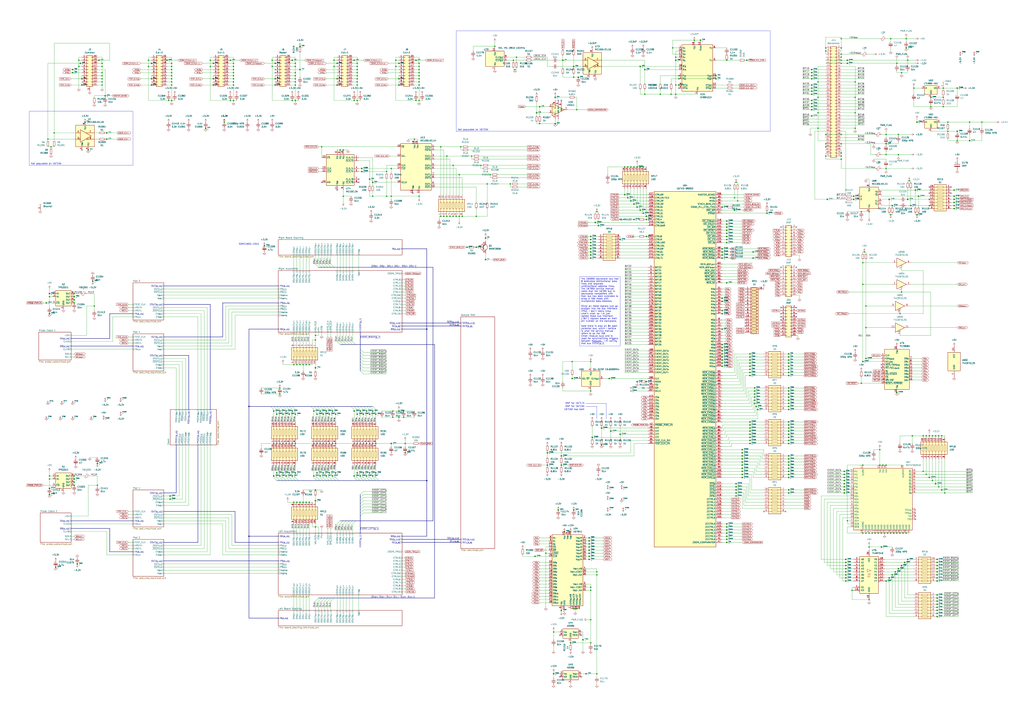
<source format=kicad_sch>
(kicad_sch (version 20231120) (generator "eeschema") (generator_version "8.0")
  (paper "A1")
  (lib_symbols
    (symbol "16717a:+1.5V" (power) (pin_numbers hide) (pin_names (offset 0) hide)
      (property "Value" "+1.5V" (at 0 3.556 0))
      (symbol "+1.5V_1_1"
        (pin power_in line (at 0 0 90) (length 0) (name "~") (number "1"))
      )
    )
    (symbol "16717a:+2.1V" (power) (pin_numbers hide) (pin_names (offset 0) hide)
      (property "Value" "+2.1V" (at 0 3.556 0))
      (symbol "+2.1V_1_1"
        (pin power_in line (at 0 0 90) (length 0) (name "~") (number "1"))
      )
    )
    (symbol "16717a:-12V" (power) (pin_numbers hide) (pin_names (offset 0) hide)
      (property "Value" "-12V" (at 0 3.556 0))
      (symbol "-12V_1_1"
        (pin power_in line (at 0 0 90) (length 0) (name "~") (number "1"))
      )
    )
    (symbol "16717a:-3.3V" (power) (pin_numbers hide) (pin_names (offset 0) hide)
      (property "Value" "-3.3V" (at 0 3.556 0))
      (symbol "-3.3V_1_1"
        (pin power_in line (at 0 0 90) (length 0) (name "~") (number "1"))
      )
    )
    (symbol "16717a:-5.2V" (power) (pin_numbers hide) (pin_names (offset 0) hide)
      (property "Value" "-5.2V" (at 0 3.556 0))
      (symbol "-5.2V_1_1"
        (pin power_in line (at 0 0 90) (length 0) (name "~") (number "1"))
      )
    )
    (symbol "16717a:16715-89002"
      (property "Reference" "U" (at 0 0 0))
      (property "Value" "16715-89002" (at 0 -2.032 0))
      (symbol "16715-89002_1_1"
        (pin power_in line (at -30.48 -170.18 0) (length 5.08) hide (name "GND") (number "1"))
        (pin bidirectional line (at 30.48 -21.59 180) (length 5.08) (name "MD_{2}") (number "10"))
        (pin output line (at 30.48 -140.97 180) (length 5.08) (name "~{MEM_CAS_{L9}}") (number "100"))
        (pin output line (at 30.48 -143.51 180) (length 5.08) (name "~{MEM_CAS_{L13}}") (number "101"))
        (pin output line (at 30.48 -146.05 180) (length 5.08) (name "~{MEM_CAS_{L16}}") (number "102"))
        (pin output line (at 30.48 -179.07 180) (length 5.08) (name "ZCTRL6") (number "103"))
        (pin bidirectional line (at -30.48 -97.79 0) (length 5.08) (name "ZD_{7}") (number "104"))
        (pin power_in line (at -30.48 -185.42 0) (length 5.08) hide (name "GND") (number "105"))
        (pin power_in line (at -30.48 -144.78 0) (length 5.08) hide (name "+5V") (number "106"))
        (pin bidirectional line (at -30.48 -95.25 0) (length 5.08) (name "ZD_{6}") (number "107"))
        (pin bidirectional line (at -30.48 -92.71 0) (length 5.08) (name "ZD_{5}") (number "108"))
        (pin bidirectional line (at -30.48 -90.17 0) (length 5.08) (name "ZD_{4}") (number "109"))
        (pin bidirectional line (at 30.48 -24.13 180) (length 5.08) (name "MD_{3}") (number "11"))
        (pin bidirectional line (at -30.48 -87.63 0) (length 5.08) (name "ZD_{3}") (number "110"))
        (pin bidirectional line (at -30.48 -85.09 0) (length 5.08) (name "ZD_{2}") (number "111"))
        (pin bidirectional line (at -30.48 -82.55 0) (length 5.08) (name "ZD_{1}") (number "112"))
        (pin bidirectional line (at -30.48 -80.01 0) (length 5.08) (name "ZD_{0}") (number "113"))
        (pin output line (at 30.48 -151.13 180) (length 5.08) (name "~{ZCS_{0}}") (number "114"))
        (pin output line (at 30.48 -153.67 180) (length 5.08) (name "~{ZCS_{1}}") (number "115"))
        (pin output line (at 30.48 -156.21 180) (length 5.08) (name "~{ZCS_{2}}") (number "116"))
        (pin output line (at 30.48 -158.75 180) (length 5.08) (name "~{ZCS_{3}}") (number "117"))
        (pin output line (at 30.48 -161.29 180) (length 5.08) (name "~{ZCS_{4}}") (number "118"))
        (pin output line (at 30.48 -176.53 180) (length 5.08) (name "ZCTRL5") (number "119"))
        (pin bidirectional line (at -30.48 16.51 0) (length 5.08) (name "BIF18") (number "12"))
        (pin output line (at 30.48 -173.99 180) (length 5.08) (name "ZCTRL4") (number "120"))
        (pin output line (at 30.48 -171.45 180) (length 5.08) (name "ZCTRL3") (number "121"))
        (pin output line (at 30.48 -184.15 180) (length 5.08) (name "ZCCTRL0") (number "122"))
        (pin output line (at 30.48 -186.69 180) (length 5.08) (name "ZCCTRL1") (number "123"))
        (pin output line (at 30.48 -189.23 180) (length 5.08) (name "ZCCTRL2") (number "124"))
        (pin output line (at 30.48 -191.77 180) (length 5.08) (name "ZCCTRL3") (number "125"))
        (pin power_in line (at -30.48 -187.96 0) (length 5.08) hide (name "GND") (number "126"))
        (pin passive line (at -30.48 86.36 0) (length 5.08) (name "CTRL0R") (number "127"))
        (pin passive line (at -30.48 83.82 0) (length 5.08) (name "CTRL1R/TCK") (number "128"))
        (pin power_in line (at -30.48 -190.5 0) (length 5.08) hide (name "GND") (number "129"))
        (pin bidirectional line (at -30.48 13.97 0) (length 5.08) (name "BIF17") (number "13"))
        (pin power_in line (at -30.48 -147.32 0) (length 5.08) hide (name "+5V") (number "130"))
        (pin power_in line (at -30.48 -193.04 0) (length 5.08) hide (name "GND") (number "131"))
        (pin power_in line (at -30.48 -149.86 0) (length 5.08) hide (name "+5V") (number "132"))
        (pin power_in line (at -30.48 -152.4 0) (length 5.08) hide (name "+5V") (number "133"))
        (pin passive line (at -30.48 81.28 0) (length 5.08) (name "CTRL2R") (number "134"))
        (pin output line (at -30.48 49.53 0) (length 5.08) (name "CTRL9") (number "135"))
        (pin power_in line (at -30.48 -154.94 0) (length 5.08) hide (name "+5V") (number "136"))
        (pin output line (at -30.48 46.99 0) (length 5.08) (name "CTRL10R") (number "137"))
        (pin output line (at -30.48 44.45 0) (length 5.08) (name "CTRL10L") (number "138"))
        (pin output line (at -30.48 52.07 0) (length 5.08) (name "CTRL8") (number "139"))
        (pin bidirectional line (at -30.48 11.43 0) (length 5.08) (name "BIF16") (number "14"))
        (pin output line (at -30.48 41.91 0) (length 5.08) (name "CTRL6R") (number "140"))
        (pin output line (at -30.48 39.37 0) (length 5.08) (name "CTRL6L") (number "141"))
        (pin output line (at -30.48 36.83 0) (length 5.08) (name "CTRL7R") (number "142"))
        (pin output line (at -30.48 34.29 0) (length 5.08) (name "CTRL7L") (number "143"))
        (pin bidirectional line (at -30.48 6.35 0) (length 5.08) (name "BIF45") (number "144"))
        (pin passive line (at -30.48 63.5 0) (length 5.08) (name "CTRL5WL") (number "145"))
        (pin passive line (at -30.48 60.96 0) (length 5.08) (name "CTRL5WR") (number "146"))
        (pin output line (at 30.48 73.66 180) (length 5.08) (name "~{DAC_WR}") (number "147"))
        (pin output line (at 30.48 64.77 180) (length 5.08) (name "~{I2C_EN_{RIGHT}}") (number "148"))
        (pin output line (at 30.48 62.23 180) (length 5.08) (name "~{I2C_EN_{LEFT}}") (number "149"))
        (pin bidirectional line (at -30.48 8.89 0) (length 5.08) (name "BIF15") (number "15"))
        (pin power_in line (at -30.48 -195.58 0) (length 5.08) hide (name "GND") (number "150"))
        (pin output line (at 30.48 59.69 180) (length 5.08) (name "~{I2C_WR}") (number "151"))
        (pin open_collector line (at 30.48 57.15 180) (length 5.08) (name "~{I2C_RESET}") (number "152"))
        (pin output line (at 30.48 54.61 180) (length 5.08) (name "~{I2C_CLK}") (number "153"))
        (pin output line (at 30.48 52.07 180) (length 5.08) (name "~{I2C_RD}") (number "154"))
        (pin output line (at 30.48 49.53 180) (length 5.08) (name "~{I2C_CS}") (number "155"))
        (pin output line (at 30.48 46.99 180) (length 5.08) (name "~{I2C_A_{0}}") (number "156"))
        (pin power_in line (at -30.48 -198.12 0) (length 5.08) hide (name "GND") (number "157"))
        (pin passive line (at -30.48 78.74 0) (length 5.08) (name "CTRL3R") (number "158"))
        (pin passive line (at -30.48 -72.39 0) (length 5.08) (name "SDI") (number "159"))
        (pin bidirectional line (at 30.48 -26.67 180) (length 5.08) (name "MD_{4}") (number "16"))
        (pin passive line (at -30.48 76.2 0) (length 5.08) (name "CTRL0L") (number "160"))
        (pin passive line (at -30.48 73.66 0) (length 5.08) (name "CTRL1L") (number "161"))
        (pin passive line (at -30.48 71.12 0) (length 5.08) (name "CTRL2L") (number "162"))
        (pin passive line (at -30.48 68.58 0) (length 5.08) (name "CTRL3L") (number "163"))
        (pin power_in line (at -30.48 -157.48 0) (length 5.08) hide (name "+5V") (number "164"))
        (pin output line (at -30.48 -59.69 0) (length 5.08) (name "EVENT_OUT_{7}") (number "165"))
        (pin input line (at 30.48 86.36 180) (length 5.08) (name "MASTER_SENSE") (number "166"))
        (pin output line (at -30.48 -57.15 0) (length 5.08) (name "EVENT_OUT_{6}") (number "167"))
        (pin output line (at -30.48 -54.61 0) (length 5.08) (name "EVENT_OUT_{5}") (number "168"))
        (pin output line (at 30.48 -168.91 180) (length 5.08) (name "ZCTRL2") (number "169"))
        (pin power_in line (at -30.48 -124.46 0) (length 5.08) hide (name "+5V") (number "17"))
        (pin output line (at 30.48 -166.37 180) (length 5.08) (name "ZCTRL1") (number "170"))
        (pin output line (at 30.48 -163.83 180) (length 5.08) (name "ZCTRL0") (number "171"))
        (pin output line (at -30.48 -52.07 0) (length 5.08) (name "EVENT_OUT_{4}") (number "172"))
        (pin output line (at -30.48 -49.53 0) (length 5.08) (name "EVENT_OUT_{3}") (number "173"))
        (pin bidirectional line (at -30.48 3.81 0) (length 5.08) (name "BIF60") (number "174"))
        (pin bidirectional line (at -30.48 1.27 0) (length 5.08) (name "BIF62") (number "175"))
        (pin bidirectional line (at -30.48 -1.27 0) (length 5.08) (name "BIF46") (number "176"))
        (pin output line (at -30.48 66.04 0) (length 5.08) (name "CTRL4") (number "177"))
        (pin output line (at -30.48 -46.99 0) (length 5.08) (name "EVENT_OUT_{2}") (number "178"))
        (pin bidirectional line (at -30.48 -3.81 0) (length 5.08) (name "BIF42") (number "179"))
        (pin bidirectional line (at 30.48 -29.21 180) (length 5.08) (name "MD_{5}") (number "18"))
        (pin input line (at -30.48 -64.77 0) (length 5.08) (name "CLK") (number "180"))
        (pin bidirectional line (at -30.48 -6.35 0) (length 5.08) (name "BIF38") (number "181"))
        (pin power_in line (at -30.48 -160.02 0) (length 5.08) hide (name "+5V") (number "182"))
        (pin power_in line (at -30.48 -162.56 0) (length 5.08) hide (name "+5V") (number "183"))
        (pin power_in line (at -30.48 -200.66 0) (length 5.08) hide (name "GND") (number "184"))
        (pin bidirectional line (at -30.48 -8.89 0) (length 5.08) (name "BIF37") (number "185"))
        (pin bidirectional line (at -30.48 -11.43 0) (length 5.08) (name "BIF36") (number "186"))
        (pin output line (at -30.48 -44.45 0) (length 5.08) (name "EVENT_OUT_{1}") (number "187"))
        (pin output line (at -30.48 -41.91 0) (length 5.08) (name "EVENT_OUT_{0}") (number "188"))
        (pin bidirectional line (at -30.48 -13.97 0) (length 5.08) (name "BIF35") (number "189"))
        (pin bidirectional line (at 30.48 -31.75 180) (length 5.08) (name "MD_{6}") (number "19"))
        (pin bidirectional line (at -30.48 -16.51 0) (length 5.08) (name "BIF39") (number "190"))
        (pin bidirectional line (at 30.48 -36.83 180) (length 5.08) (name "MD_{8}") (number "191"))
        (pin bidirectional line (at 30.48 -39.37 180) (length 5.08) (name "MD_{9}") (number "192"))
        (pin bidirectional line (at 30.48 -41.91 180) (length 5.08) (name "MD_{10}") (number "193"))
        (pin bidirectional line (at 30.48 -44.45 180) (length 5.08) (name "MD_{11}") (number "194"))
        (pin bidirectional line (at -30.48 -19.05 0) (length 5.08) (name "BIF32") (number "195"))
        (pin bidirectional line (at -30.48 -21.59 0) (length 5.08) (name "BIF31") (number "196"))
        (pin bidirectional line (at -30.48 -24.13 0) (length 5.08) (name "BIF30") (number "197"))
        (pin bidirectional line (at -30.48 -26.67 0) (length 5.08) (name "BIF29") (number "198"))
        (pin bidirectional line (at 30.48 -46.99 180) (length 5.08) (name "MD_{12}") (number "199"))
        (pin power_in line (at -30.48 -121.92 0) (length 5.08) hide (name "+5V") (number "2"))
        (pin bidirectional line (at 30.48 -34.29 180) (length 5.08) (name "MD_{7}") (number "20"))
        (pin bidirectional line (at 30.48 -49.53 180) (length 5.08) (name "MD_{13}") (number "200"))
        (pin bidirectional line (at 30.48 -52.07 180) (length 5.08) (name "MD_{14}") (number "201"))
        (pin power_in line (at -30.48 -165.1 0) (length 5.08) hide (name "+5V") (number "202"))
        (pin bidirectional line (at 30.48 -54.61 180) (length 5.08) (name "MD_{15}") (number "203"))
        (pin bidirectional line (at -30.48 -29.21 0) (length 5.08) (name "BIF28") (number "204"))
        (pin bidirectional line (at -30.48 -31.75 0) (length 5.08) (name "BIF27") (number "205"))
        (pin bidirectional line (at -30.48 -34.29 0) (length 5.08) (name "BIF26") (number "206"))
        (pin passive line (at -30.48 -74.93 0) (length 5.08) (name "DCLK") (number "207"))
        (pin bidirectional line (at -30.48 -36.83 0) (length 5.08) (name "BIF25") (number "208"))
        (pin output line (at 30.48 8.89 180) (length 5.08) (name "MA_{0}") (number "21"))
        (pin power_in line (at -30.48 -172.72 0) (length 5.08) hide (name "GND") (number "22"))
        (pin output line (at 30.48 6.35 180) (length 5.08) (name "MA_{1}") (number "23"))
        (pin output line (at 30.48 3.81 180) (length 5.08) (name "MA_{2}") (number "24"))
        (pin output line (at 30.48 1.27 180) (length 5.08) (name "MA_{3}") (number "25"))
        (pin output line (at 30.48 -1.27 180) (length 5.08) (name "MA_{4}") (number "26"))
        (pin power_in line (at -30.48 -175.26 0) (length 5.08) hide (name "GND") (number "27"))
        (pin power_in line (at -30.48 -127 0) (length 5.08) hide (name "+5V") (number "28"))
        (pin power_in line (at -30.48 -129.54 0) (length 5.08) hide (name "+5V") (number "29"))
        (pin input line (at -30.48 -67.31 0) (length 5.08) (name "MODE") (number "3"))
        (pin output line (at 30.48 -3.81 180) (length 5.08) (name "MA_{5}") (number "30"))
        (pin output line (at 30.48 -6.35 180) (length 5.08) (name "MA_{6}") (number "31"))
        (pin power_in line (at -30.48 -132.08 0) (length 5.08) hide (name "+5V") (number "32"))
        (pin output line (at 30.48 -8.89 180) (length 5.08) (name "MA_{7}") (number "33"))
        (pin output line (at 30.48 -11.43 180) (length 5.08) (name "MA_{8}") (number "34"))
        (pin output line (at -30.48 -118.11 0) (length 5.08) (name "~{TEST_CLK_EN}") (number "35"))
        (pin output line (at -30.48 -115.57 0) (length 5.08) (name "TEST_CLK_DIV") (number "36"))
        (pin output line (at 30.48 71.12 180) (length 5.08) (name "~{EN_{TEST}}") (number "37"))
        (pin output line (at 30.48 78.74 180) (length 5.08) (name "STACK_BIAS_EN") (number "38"))
        (pin bidirectional line (at 30.48 83.82 180) (length 5.08) (name "IMIO_{0}") (number "39"))
        (pin bidirectional line (at -30.48 26.67 0) (length 5.08) (name "BIF22") (number "4"))
        (pin bidirectional line (at 30.48 81.28 180) (length 5.08) (name "IMIO_{1}") (number "40"))
        (pin output line (at 30.48 -196.85 180) (length 5.08) (name "ZCCTRL6") (number "41"))
        (pin output line (at -30.48 -102.87 0) (length 5.08) (name "~{PROBE_PWR_EN}") (number "42"))
        (pin passive line (at -30.48 -110.49 0) (length 5.08) (name "???") (number "43"))
        (pin passive line (at -30.48 -113.03 0) (length 5.08) (name "???") (number "44"))
        (pin output line (at 30.48 -194.31 180) (length 5.08) (name "ZCCTRL5") (number "45"))
        (pin output line (at 30.48 13.97 180) (length 5.08) (name "~{MEM_SE}") (number "46"))
        (pin input line (at 30.48 -199.39 180) (length 5.08) (name "ZOOM_COMPARATOR") (number "47"))
        (pin passive line (at -30.48 -105.41 0) (length 5.08) (name "???") (number "48"))
        (pin passive line (at -30.48 -107.95 0) (length 5.08) (name "???") (number "49"))
        (pin bidirectional line (at -30.48 24.13 0) (length 5.08) (name "BIF21") (number "5"))
        (pin output line (at 30.48 19.05 180) (length 5.08) (name "~{MEM_WEL}") (number "50"))
        (pin output line (at 30.48 21.59 180) (length 5.08) (name "~{MEM_WEU}") (number "51"))
        (pin power_in line (at -30.48 -177.8 0) (length 5.08) hide (name "GND") (number "52"))
        (pin power_in line (at -30.48 -180.34 0) (length 5.08) hide (name "GND") (number "53"))
        (pin passive line (at 30.48 76.2 180) (length 5.08) (name "ZOOM_PLL_CTRL/TMS") (number "54"))
        (pin input line (at -30.48 -69.85 0) (length 5.08) (name "TDI") (number "55"))
        (pin output line (at 30.48 16.51 180) (length 5.08) (name "~{MEM_TRG}") (number "56"))
        (pin output line (at 30.48 24.13 180) (length 5.08) (name "MEM_DSF") (number "57"))
        (pin output line (at 30.48 41.91 180) (length 5.08) (name "~{MEM_RAS_{LU}}") (number "58"))
        (pin output line (at 30.48 39.37 180) (length 5.08) (name "~{MEM_RAS_{LL}}") (number "59"))
        (pin bidirectional line (at -30.48 21.59 0) (length 5.08) (name "BIF20") (number "6"))
        (pin power_in line (at -30.48 -134.62 0) (length 5.08) hide (name "+5V") (number "60"))
        (pin output line (at 30.48 36.83 180) (length 5.08) (name "~{MEM_RAS_{RU}}") (number "61"))
        (pin output line (at 30.48 34.29 180) (length 5.08) (name "~{MEM_RAS_{RL}}") (number "62"))
        (pin input line (at 30.48 29.21 180) (length 5.08) (name "MEM_QSF_{LEFT}") (number "63"))
        (pin input line (at 30.48 26.67 180) (length 5.08) (name "MEM_QSF_{RIGHT}") (number "64"))
        (pin output line (at 30.48 -59.69 180) (length 5.08) (name "~{MEM_CAS_{R6}}") (number "65"))
        (pin output line (at 30.48 -62.23 180) (length 5.08) (name "~{MEM_CAS_{R2}}") (number "66"))
        (pin output line (at 30.48 -64.77 180) (length 5.08) (name "~{MEM_CAS_{R7}}") (number "67"))
        (pin output line (at 30.48 -67.31 180) (length 5.08) (name "~{MEM_CAS_{R3}}") (number "68"))
        (pin output line (at 30.48 -69.85 180) (length 5.08) (name "~{MEM_CAS_{R10}}") (number "69"))
        (pin bidirectional line (at -30.48 19.05 0) (length 5.08) (name "BIF19") (number "7"))
        (pin output line (at 30.48 -72.39 180) (length 5.08) (name "~{MEM_CAS_{R14}}") (number "70"))
        (pin output line (at 30.48 -74.93 180) (length 5.08) (name "~{MEM_CAS_{R11}}") (number "71"))
        (pin output line (at 30.48 -77.47 180) (length 5.08) (name "~{MEM_CAS_{R15}}") (number "72"))
        (pin output line (at 30.48 -80.01 180) (length 5.08) (name "~{MEM_CAS_{R4}}") (number "73"))
        (pin output line (at 30.48 -82.55 180) (length 5.08) (name "~{MEM_CAS_{R0}}") (number "74"))
        (pin output line (at 30.48 -85.09 180) (length 5.08) (name "~{MEM_CAS_{R5}}") (number "75"))
        (pin output line (at 30.48 -87.63 180) (length 5.08) (name "~{MEM_CAS_{R1}}") (number "76"))
        (pin output line (at 30.48 -90.17 180) (length 5.08) (name "~{MEM_CAS_{R8}}") (number "77"))
        (pin power_in line (at -30.48 -182.88 0) (length 5.08) hide (name "GND") (number "78"))
        (pin power_in line (at -30.48 -137.16 0) (length 5.08) hide (name "+5V") (number "79"))
        (pin bidirectional line (at 30.48 -16.51 180) (length 5.08) (name "MD_{0}") (number "8"))
        (pin power_in line (at -30.48 -139.7 0) (length 5.08) hide (name "+5V") (number "80"))
        (pin output line (at 30.48 -92.71 180) (length 5.08) (name "~{MEM_CAS_{R12}}") (number "81"))
        (pin output line (at 30.48 -95.25 180) (length 5.08) (name "~{MEM_CAS_{R9}}") (number "82"))
        (pin output line (at 30.48 -97.79 180) (length 5.08) (name "~{MEM_CAS_{R13}}") (number "83"))
        (pin output line (at 30.48 -100.33 180) (length 5.08) (name "~{MEM_CAS_{R16}}") (number "84"))
        (pin output line (at 30.48 -105.41 180) (length 5.08) (name "~{MEM_CAS_{L6}}") (number "85"))
        (pin output line (at 30.48 -107.95 180) (length 5.08) (name "~{MEM_CAS_{L2}}") (number "86"))
        (pin output line (at 30.48 -110.49 180) (length 5.08) (name "~{MEM_CAS_{L7}}") (number "87"))
        (pin output line (at 30.48 -113.03 180) (length 5.08) (name "~{MEM_CAS_{L3}}") (number "88"))
        (pin output line (at 30.48 -115.57 180) (length 5.08) (name "~{MEM_CAS_{L10}}") (number "89"))
        (pin bidirectional line (at 30.48 -19.05 180) (length 5.08) (name "MD_{1}") (number "9"))
        (pin output line (at 30.48 -118.11 180) (length 5.08) (name "~{MEM_CAS_{L14}}") (number "90"))
        (pin output line (at 30.48 -120.65 180) (length 5.08) (name "~{MEM_CAS_{L11}}") (number "91"))
        (pin output line (at 30.48 -123.19 180) (length 5.08) (name "~{MEM_CAS_{L15}}") (number "92"))
        (pin output line (at 30.48 -125.73 180) (length 5.08) (name "~{MEM_CAS_{L4}}") (number "93"))
        (pin output line (at 30.48 -128.27 180) (length 5.08) (name "~{MEM_CAS_{L0}}") (number "94"))
        (pin output line (at 30.48 -130.81 180) (length 5.08) (name "~{MEM_CAS_{L5}}") (number "95"))
        (pin output line (at 30.48 -133.35 180) (length 5.08) (name "~{MEM_CAS_{L1}}") (number "96"))
        (pin output line (at 30.48 -135.89 180) (length 5.08) (name "~{MEM_CAS_{L8}}") (number "97"))
        (pin power_in line (at -30.48 -142.24 0) (length 5.08) hide (name "+5V") (number "98"))
        (pin output line (at 30.48 -138.43 180) (length 5.08) (name "~{MEM_CAS_{L12}}") (number "99"))
      )
    )
    (symbol "16717a:AD586"
      (property "Reference" "U" (at -5.842 5.334 0))
      (property "Value" "AD586" (at 5.334 5.08 0))
      (symbol "AD586_1_1"
        (pin no_connect non_logic (at -2.54 2.54 180) (length 0) hide (name "") (number "1"))
        (pin power_in line (at -8.89 1.27 0) (length 2.54) (name "V_{IN}") (number "2"))
        (pin no_connect non_logic (at -2.54 0 180) (length 0) hide (name "") (number "3"))
        (pin power_in line (at 0 -6.35 90) (length 2.54) (name "GND") (number "4"))
        (pin passive line (at 8.89 -1.27 180) (length 2.54) (name "TRIM") (number "5"))
        (pin power_out line (at 8.89 1.27 180) (length 2.54) (name "V_{OUT}") (number "6"))
        (pin no_connect non_logic (at -2.54 -2.54 180) (length 0) hide (name "") (number "7"))
        (pin passive line (at -8.89 -1.27 0) (length 2.54) (name "NR") (number "8"))
      )
    )
    (symbol "16717a:AD7841"
      (property "Reference" "U" (at -11.43 31.242 0))
      (property "Value" "AD7841" (at 9.906 32.004 0))
      (symbol "AD7841_1_1"
        (pin power_in line (at 2.54 -31.75 90) (length 2.54) (name "GND_{DUT}AB") (number "1"))
        (pin input line (at -15.24 21.59 0) (length 2.54) (name "A_{0}") (number "10"))
        (pin input line (at -15.24 19.05 0) (length 2.54) (name "~{CS}") (number "11"))
        (pin input line (at -15.24 16.51 0) (length 2.54) (name "~{WR}") (number "12"))
        (pin power_in line (at -2.54 31.75 270) (length 2.54) (name "V_{CC}") (number "13"))
        (pin power_in line (at -2.54 -31.75 90) (length 2.54) (name "GND") (number "14"))
        (pin input line (at -15.24 6.35 0) (length 2.54) (name "DB_{0}") (number "15"))
        (pin input line (at -15.24 3.81 0) (length 2.54) (name "DB_{1}") (number "16"))
        (pin input line (at -15.24 1.27 0) (length 2.54) (name "DB_{2}") (number "17"))
        (pin input line (at -15.24 -1.27 0) (length 2.54) (name "DB_{3}") (number "18"))
        (pin input line (at -15.24 -3.81 0) (length 2.54) (name "DB_{4}") (number "19"))
        (pin output line (at 15.24 26.67 180) (length 2.54) (name "V_{OUT}A") (number "2"))
        (pin input line (at -15.24 -6.35 0) (length 2.54) (name "DB_{5}") (number "20"))
        (pin input line (at -15.24 -8.89 0) (length 2.54) (name "DB_{6}") (number "21"))
        (pin input line (at -15.24 -11.43 0) (length 2.54) (name "DB_{7}") (number "22"))
        (pin input line (at -15.24 -13.97 0) (length 2.54) (name "DB_{8}") (number "23"))
        (pin input line (at -15.24 -16.51 0) (length 2.54) (name "DB_{9}") (number "24"))
        (pin input line (at -15.24 -19.05 0) (length 2.54) (name "DB_{10}") (number "25"))
        (pin input line (at -15.24 -21.59 0) (length 2.54) (name "DB_{11}") (number "26"))
        (pin input line (at -15.24 -24.13 0) (length 2.54) (name "DB_{12}") (number "27"))
        (pin input line (at -15.24 -26.67 0) (length 2.54) (name "DB_{13}") (number "28"))
        (pin input line (at -15.24 11.43 0) (length 2.54) (name "~{CLR}") (number "29"))
        (pin input line (at 15.24 -11.43 180) (length 2.54) (name "V_{REF-}AB") (number "3"))
        (pin input line (at 15.24 -3.81 180) (length 2.54) (name "V_{REF+}GH") (number "30"))
        (pin input line (at 15.24 -16.51 180) (length 2.54) (name "V_{REF-}GH") (number "31"))
        (pin output line (at 15.24 8.89 180) (length 2.54) (name "V_{OUT}H") (number "32"))
        (pin power_in line (at 10.16 -31.75 90) (length 2.54) (name "GND_{DUT}GH") (number "33"))
        (pin output line (at 15.24 11.43 180) (length 2.54) (name "V_{OUT}G") (number "34"))
        (pin output line (at 15.24 13.97 180) (length 2.54) (name "V_{OUT}F") (number "35"))
        (pin power_in line (at 7.62 -31.75 90) (length 2.54) (name "GND_{DUT}EF") (number "36"))
        (pin output line (at 15.24 16.51 180) (length 2.54) (name "V_{OUT}E") (number "37"))
        (pin power_in line (at 2.54 31.75 270) (length 2.54) (name "V_{DD}") (number "38"))
        (pin input line (at 15.24 -1.27 180) (length 2.54) (name "V_{REF+}CDEF") (number "39"))
        (pin input line (at 15.24 1.27 180) (length 2.54) (name "V_{REF+}AB") (number "4"))
        (pin input line (at 15.24 -13.97 180) (length 2.54) (name "V_{REF-}CDEF") (number "40"))
        (pin output line (at 15.24 19.05 180) (length 2.54) (name "V_{OUT}D") (number "41"))
        (pin power_in line (at 5.08 -31.75 90) (length 2.54) (name "GND_{DUT}CD") (number "42"))
        (pin output line (at 15.24 21.59 180) (length 2.54) (name "V_{OUT}C") (number "43"))
        (pin output line (at 15.24 24.13 180) (length 2.54) (name "V_{OUT}B") (number "44"))
        (pin power_in line (at 0 31.75 270) (length 2.54) (name "V_{DD}") (number "5"))
        (pin power_in line (at -5.08 -31.75 90) (length 2.54) (name "V_{SS}") (number "6"))
        (pin input line (at -15.24 13.97 0) (length 2.54) (name "~{LDAC}") (number "7"))
        (pin input line (at -15.24 26.67 0) (length 2.54) (name "A_{2}") (number "8"))
        (pin input line (at -15.24 24.13 0) (length 2.54) (name "A_{1}") (number "9"))
      )
    )
    (symbol "16717a:Conn_02x10_Counter_Clockwise_Shield" (pin_names (offset 1.016) hide)
      (property "Reference" "J" (at 1.27 12.7 0))
      (property "Value" "Conn_02x10_Counter_Clockwise_Shield2" (at 1.27 -15.24 0))
      (symbol "Conn_02x10_Counter_Clockwise_Shield_1_1"
        (pin passive line (at -5.08 10.16 0) (length 3.81) (name "Pin_1") (number "1"))
        (pin passive line (at -5.08 -12.7 0) (length 3.81) (name "Pin_10") (number "10"))
        (pin passive line (at 7.62 -12.7 180) (length 3.81) (name "Pin_11") (number "11"))
        (pin passive line (at 7.62 -10.16 180) (length 3.81) (name "Pin_12") (number "12"))
        (pin passive line (at 7.62 -7.62 180) (length 3.81) (name "Pin_13") (number "13"))
        (pin passive line (at 7.62 -5.08 180) (length 3.81) (name "Pin_14") (number "14"))
        (pin passive line (at 7.62 -2.54 180) (length 3.81) (name "Pin_15") (number "15"))
        (pin passive line (at 7.62 0 180) (length 3.81) (name "Pin_16") (number "16"))
        (pin passive line (at 7.62 2.54 180) (length 3.81) (name "Pin_17") (number "17"))
        (pin passive line (at 7.62 5.08 180) (length 3.81) (name "Pin_18") (number "18"))
        (pin passive line (at 7.62 7.62 180) (length 3.81) (name "Pin_19") (number "19"))
        (pin passive line (at -5.08 7.62 0) (length 3.81) (name "Pin_2") (number "2"))
        (pin passive line (at 7.62 10.16 180) (length 3.81) (name "Pin_20") (number "20"))
        (pin passive line (at -5.08 5.08 0) (length 3.81) (name "Pin_3") (number "3"))
        (pin passive line (at -5.08 2.54 0) (length 3.81) (name "Pin_4") (number "4"))
        (pin passive line (at -5.08 0 0) (length 3.81) (name "Pin_5") (number "5"))
        (pin passive line (at -5.08 -2.54 0) (length 3.81) (name "Pin_6") (number "6"))
        (pin passive line (at -5.08 -5.08 0) (length 3.81) (name "Pin_7") (number "7"))
        (pin passive line (at -5.08 -7.62 0) (length 3.81) (name "Pin_8") (number "8"))
        (pin passive line (at -5.08 -10.16 0) (length 3.81) (name "Pin_9") (number "9"))
        (pin passive line (at 1.27 -17.78 90) (length 3.81) (name "Pin_10") (number "S"))
      )
    )
    (symbol "16717a:GND" (power) (pin_numbers hide) (pin_names (offset 0) hide)
      (symbol "GND_1_1"
        (pin power_in line (at 0 0 270) (length 0) (name "~") (number "1"))
      )
    )
    (symbol "16717a:MC100LVEL11"
      (property "Reference" "U" (at -6.604 10.414 0))
      (property "Value" "MC100LVEL11" (at 7.874 10.414 0))
      (symbol "MC100LVEL11_1_1"
        (pin open_emitter line (at 10.16 5.08 180) (length 2.54) (name "Y_{0}") (number "1"))
        (pin open_emitter line (at 10.16 2.54 180) (length 2.54) (name "~{Y_{0}}") (number "2"))
        (pin open_emitter line (at 10.16 -2.54 180) (length 2.54) (name "Y_{1}") (number "3"))
        (pin open_emitter line (at 10.16 -5.08 180) (length 2.54) (name "~{Y_{1}}") (number "4"))
        (pin power_in line (at 0 -11.43 90) (length 2.54) (name "V_{EE}") (number "5"))
        (pin input line (at -10.16 -1.27 0) (length 2.54) (name "~{A}") (number "6"))
        (pin input line (at -10.16 1.27 0) (length 2.54) (name "A") (number "7"))
        (pin power_in line (at 0 11.43 270) (length 2.54) (name "V_{CC}") (number "8"))
      )
    )
    (symbol "16717a:MC100LVEL14"
      (property "Reference" "U" (at -10.414 21.59 0))
      (property "Value" "MC100LVEL14" (at 10.668 21.082 0))
      (symbol "MC100LVEL14_1_1"
        (pin open_emitter line (at 15.24 16.51 180) (length 2.54) (name "OUT_{0}") (number "1"))
        (pin open_emitter line (at 15.24 -16.51 180) (length 2.54) (name "~{OUT_{4}}") (number "10"))
        (pin power_in line (at 2.54 -21.59 90) (length 2.54) (name "V_{EE}") (number "11"))
        (pin input line (at -15.24 8.89 0) (length 2.54) (name "SEL") (number "12"))
        (pin power_out line (at -2.54 -21.59 90) (length 2.54) (name "V_{BB}") (number "13"))
        (pin input line (at -15.24 -1.27 0) (length 2.54) (name "~{CLK}") (number "14"))
        (pin input line (at -15.24 1.27 0) (length 2.54) (name "CLK") (number "15"))
        (pin input line (at -15.24 -12.7 0) (length 2.54) (name "SCLK") (number "16"))
        (pin no_connect non_logic (at -15.24 -6.35 0) (length 2.54) hide (name "") (number "17"))
        (pin power_in line (at -1.27 21.59 270) (length 2.54) (name "V_{CC}") (number "18"))
        (pin input line (at -15.24 16.51 0) (length 2.54) (name "~{EN}") (number "19"))
        (pin open_emitter line (at 15.24 13.97 180) (length 2.54) (name "~{OUT_{0}}") (number "2"))
        (pin power_in line (at 1.27 21.59 270) (length 2.54) (name "V_{CC}") (number "20"))
        (pin open_emitter line (at 15.24 8.89 180) (length 2.54) (name "OUT_{1}") (number "3"))
        (pin open_emitter line (at 15.24 6.35 180) (length 2.54) (name "~{OUT_{1}}") (number "4"))
        (pin open_emitter line (at 15.24 1.27 180) (length 2.54) (name "OUT_{2}") (number "5"))
        (pin open_emitter line (at 15.24 -1.27 180) (length 2.54) (name "~{OUT_{2}}") (number "6"))
        (pin open_emitter line (at 15.24 -6.35 180) (length 2.54) (name "OUT_{3}") (number "7"))
        (pin open_emitter line (at 15.24 -8.89 180) (length 2.54) (name "~{OUT_{3}}") (number "8"))
        (pin open_emitter line (at 15.24 -13.97 180) (length 2.54) (name "OUT_{4}") (number "9"))
      )
    )
    (symbol "16717a:MC100LVEL16"
      (property "Reference" "U" (at -6.35 10.414 0))
      (property "Value" "MC100LVEL16" (at 7.366 10.668 0))
      (symbol "MC100LVEL16_1_1"
        (pin no_connect non_logic (at -2.54 0 180) (length 0) hide (name "") (number "1"))
        (pin input line (at -7.62 2.54 0) (length 3.81) (name "") (number "2"))
        (pin input inverted (at -7.62 -2.54 0) (length 3.81) (name "") (number "3"))
        (pin power_out line (at -2.54 -11.43 90) (length 2.54) (name "V_{BB}") (number "4"))
        (pin power_in line (at 2.54 -11.43 90) (length 2.54) (name "V_{EE}") (number "5"))
        (pin output inverted (at 7.62 -2.54 180) (length 6.35) (name "") (number "6"))
        (pin output line (at 7.62 2.54 180) (length 6.858) (name "") (number "7"))
        (pin power_in line (at 0 11.43 270) (length 2.54) (name "V_{CC}") (number "8"))
      )
    )
    (symbol "16717a:MC10EL34"
      (property "Reference" "U" (at 0 0 0))
      (property "Value" "MC10EL34" (at -0.254 3.302 0))
      (symbol "MC10EL34_1_1"
        (pin output line (at 15.24 10.16 180) (length 3.81) (name "CLK/2") (number "1"))
        (pin input line (at -15.24 -10.16 0) (length 3.81) (name "MR") (number "10"))
        (pin power_out line (at -2.54 -16.51 90) (length 3.81) (name "V_{BB}") (number "11"))
        (pin input line (at -15.24 -1.27 0) (length 3.81) (name "~{CLK}") (number "12"))
        (pin input line (at -15.24 1.27 0) (length 3.81) (name "CLK") (number "13"))
        (pin no_connect non_logic (at -15.24 5.08 0) (length 3.81) hide (name "") (number "14"))
        (pin input line (at -15.24 10.16 0) (length 3.81) (name "~{EN}") (number "15"))
        (pin power_in line (at 2.54 16.51 270) (length 3.81) (name "V_{CC}") (number "16"))
        (pin output line (at 15.24 7.62 180) (length 3.81) (name "~{CLK/2}") (number "2"))
        (pin power_in line (at -2.54 16.51 270) (length 3.81) (name "V_{CC}") (number "3"))
        (pin output line (at 15.24 1.27 180) (length 3.81) (name "CLK/4") (number "4"))
        (pin output line (at 15.24 -1.27 180) (length 3.81) (name "~{CLK/4}") (number "5"))
        (pin power_in line (at 0 16.51 270) (length 3.81) (name "V_{CC}") (number "6"))
        (pin output line (at 15.24 -7.62 180) (length 3.81) (name "CLK/8") (number "7"))
        (pin output line (at 15.24 -10.16 180) (length 3.81) (name "~{CLK/8}") (number "8"))
        (pin power_in line (at 2.54 -16.51 90) (length 3.81) (name "V_{EE}") (number "9"))
      )
    )
    (symbol "16717a:NEL_HS-2810"
      (property "Reference" "U" (at -7.112 7.62 0))
      (property "Value" "NEL HS-2810" (at 7.874 8.128 0))
      (symbol "NEL_HS-2810_1_1"
        (pin open_emitter line (at 10.16 -1.27 180) (length 2.54) (name "~{CLK_{OUT}}") (number "1"))
        (pin power_in line (at 0 8.89 270) (length 2.54) (name "V_{CC}") (number "14"))
        (pin power_in line (at 0 -8.89 90) (length 2.54) (name "V_{EE}") (number "7"))
        (pin open_emitter line (at 10.16 1.27 180) (length 2.54) (name "CLK_{OUT}") (number "8"))
      )
    )
    (symbol "16717a:PCF8584"
      (property "Reference" "U" (at -9.144 18.288 0))
      (property "Value" "PCF8584" (at 8.89 18.034 0))
      (symbol "PCF8584_1_1"
        (pin input line (at -12.7 11.43 0) (length 2.54) (name "CLK") (number "1"))
        (pin power_in line (at 0 -19.05 90) (length 2.54) (name "V_{SS}") (number "10"))
        (pin bidirectional line (at 12.7 1.27 180) (length 2.54) (name "DB_{3}") (number "11"))
        (pin bidirectional line (at 12.7 -1.27 180) (length 2.54) (name "DB_{4}") (number "12"))
        (pin bidirectional line (at 12.7 -3.81 180) (length 2.54) (name "DB_{5}") (number "13"))
        (pin bidirectional line (at 12.7 -6.35 180) (length 2.54) (name "DB_{6}") (number "14"))
        (pin bidirectional line (at 12.7 -8.89 180) (length 2.54) (name "DB_{7}") (number "15"))
        (pin bidirectional line (at -12.7 -3.81 0) (length 2.54) (name "~{RD}/~{DTACK}") (number "16"))
        (pin input line (at -12.7 -6.35 0) (length 2.54) (name "~{CS}") (number "17"))
        (pin input line (at -12.7 -8.89 0) (length 2.54) (name "~{WR}/R~{W}") (number "18"))
        (pin open_collector line (at -12.7 -11.43 0) (length 2.54) (name "~{RESET}/~{STROBE}") (number "19"))
        (pin open_collector line (at -12.7 8.89 0) (length 2.54) (name "SDA_{(out)}") (number "2"))
        (pin power_in line (at 0 19.05 270) (length 2.54) (name "V_{DD}") (number "20"))
        (pin open_collector line (at -12.7 6.35 0) (length 2.54) (name "SCL_{(in)}") (number "3"))
        (pin input line (at -12.7 3.81 0) (length 2.54) (name "~{IACK}/SDA_{(in)}") (number "4"))
        (pin open_collector line (at -12.7 1.27 0) (length 2.54) (name "~{INT}/SCL_{(out)}") (number "5"))
        (pin input line (at -12.7 -1.27 0) (length 2.54) (name "A_{0}") (number "6"))
        (pin bidirectional line (at 12.7 8.89 180) (length 2.54) (name "DB_{0}") (number "7"))
        (pin bidirectional line (at 12.7 6.35 180) (length 2.54) (name "DB_{1}") (number "8"))
        (pin bidirectional line (at 12.7 3.81 180) (length 2.54) (name "DB_{2}") (number "9"))
      )
    )
    (symbol "16717a:RPack8"
      (property "Reference" "RP" (at 13.462 1.524 0))
      (property "Value" "RPack8" (at 17.526 -1.778 0))
      (symbol "RPack8_1_1"
        (pin passive line (at -8.89 -8.89 90) (length 3.81) (name "") (number "1"))
        (pin passive line (at 6.35 8.89 270) (length 3.81) (name "") (number "10"))
        (pin passive line (at 3.81 8.89 270) (length 3.81) (name "") (number "11"))
        (pin passive line (at 1.27 8.89 270) (length 3.81) (name "") (number "12"))
        (pin passive line (at -1.27 8.89 270) (length 3.81) (name "") (number "13"))
        (pin passive line (at -3.81 8.89 270) (length 3.81) (name "") (number "14"))
        (pin passive line (at -6.35 8.89 270) (length 3.81) (name "") (number "15"))
        (pin passive line (at -8.89 8.89 270) (length 3.81) (name "") (number "16"))
        (pin passive line (at -6.35 -8.89 90) (length 3.81) (name "") (number "2"))
        (pin passive line (at -3.81 -8.89 90) (length 3.81) (name "") (number "3"))
        (pin passive line (at -1.27 -8.89 90) (length 3.81) (name "") (number "4"))
        (pin passive line (at 1.27 -8.89 90) (length 3.81) (name "") (number "5"))
        (pin passive line (at 3.81 -8.89 90) (length 3.81) (name "") (number "6"))
        (pin passive line (at 6.35 -8.89 90) (length 3.81) (name "") (number "7"))
        (pin passive line (at 8.89 -8.89 90) (length 3.81) (name "") (number "8"))
        (pin passive line (at 8.89 8.89 270) (length 3.81) (name "") (number "9"))
      )
    )
    (symbol "16717a:R_Network15" (pin_names (offset 0) hide)
      (property "Reference" "RP" (at -20.32 0 90))
      (property "Value" "R_Network15" (at -26.162 -2.794 0))
      (symbol "R_Network15_1_1"
        (pin passive line (at -17.78 -7.62 90) (length 3.81) (name "R1") (number "1"))
        (pin passive line (at 5.08 -7.62 90) (length 3.81) (name "R10") (number "10"))
        (pin passive line (at 7.62 -7.62 90) (length 3.81) (name "R11") (number "11"))
        (pin passive line (at 10.16 -7.62 90) (length 3.81) (name "R12") (number "12"))
        (pin passive line (at 12.7 -7.62 90) (length 3.81) (name "R13") (number "13"))
        (pin passive line (at 15.24 -7.62 90) (length 3.81) (name "R13") (number "14"))
        (pin passive line (at 17.78 -7.62 90) (length 3.81) (name "R13") (number "15"))
        (pin passive line (at -17.78 7.62 270) (length 5.08) (name "common") (number "16"))
        (pin passive line (at -15.24 -7.62 90) (length 3.81) (name "R2") (number "2"))
        (pin passive line (at -12.7 -7.62 90) (length 3.81) (name "R3") (number "3"))
        (pin passive line (at -10.16 -7.62 90) (length 3.81) (name "R4") (number "4"))
        (pin passive line (at -7.62 -7.62 90) (length 3.81) (name "R5") (number "5"))
        (pin passive line (at -5.08 -7.62 90) (length 3.81) (name "R6") (number "6"))
        (pin passive line (at -2.54 -7.62 90) (length 3.81) (name "R7") (number "7"))
        (pin passive line (at 0 -7.62 90) (length 3.81) (name "R8") (number "8"))
        (pin passive line (at 2.54 -7.62 90) (length 3.81) (name "R9") (number "9"))
      )
    )
    (symbol "16717a:SG-615P"
      (property "Reference" "U" (at -7.366 7.874 0))
      (property "Value" "SG-615P" (at 7.366 7.874 0))
      (symbol "SG-615P_1_1"
        (pin input line (at -10.16 0 0) (length 2.54) (name "OE/~{ST}") (number "1"))
        (pin power_in line (at 0 -8.89 90) (length 2.54) (name "GND") (number "2"))
        (pin output line (at 10.16 0 180) (length 2.54) (name "CLK_{OUT}") (number "3"))
        (pin power_in line (at 0 8.89 270) (length 2.54) (name "V_{CC}") (number "4"))
      )
    )
    (symbol "16717a:SN74FB2040"
      (property "Reference" "U" (at -23.114 28.194 0))
      (property "Value" "SN74FB2040" (at 25.654 27.94 0))
      (symbol "SN74FB2040_1_1"
        (pin power_in line (at -13.97 -27.94 90) (length 2.54) (name "GND") (number "1"))
        (pin output line (at -26.67 -7.62 0) (length 2.54) (name "AO_{5}") (number "10"))
        (pin power_in line (at -6.35 -27.94 90) (length 2.54) (name "GND") (number "11"))
        (pin output line (at -26.67 -10.16 0) (length 2.54) (name "AO_{6}") (number "12"))
        (pin power_in line (at -3.81 -27.94 90) (length 2.54) (name "GND") (number "13"))
        (pin input line (at -26.67 10.16 0) (length 2.54) (name "AI_{6}") (number "14"))
        (pin power_in line (at -1.27 -27.94 90) (length 2.54) (name "GND") (number "15"))
        (pin output line (at -26.67 -12.7 0) (length 2.54) (name "AO_{7}") (number "16"))
        (pin power_in line (at -16.51 27.94 270) (length 2.54) (name "V_{CC}BG") (number "17"))
        (pin input line (at -26.67 7.62 0) (length 2.54) (name "AI_{7}") (number "18"))
        (pin power_in line (at -16.51 -27.94 90) (length 2.54) (name "GNDBG") (number "19"))
        (pin input line (at -26.67 20.32 0) (length 2.54) (name "AI_{2}") (number "2"))
        (pin output line (at -26.67 -15.24 0) (length 2.54) (name "AO_{8}") (number "20"))
        (pin output line (at 26.67 -16.51 180) (length 2.54) (name "TDO") (number "21"))
        (pin input line (at 26.67 -13.97 180) (length 2.54) (name "TDI") (number "22"))
        (pin power_in line (at -2.54 27.94 270) (length 2.54) (name "V_{CC}") (number "23"))
        (pin input line (at -26.67 5.08 0) (length 2.54) (name "AI_{8}") (number "24"))
        (pin power_in line (at 1.27 -27.94 90) (length 2.54) (name "GND") (number "25"))
        (pin bidirectional line (at 26.67 5.08 180) (length 2.54) (name "~{B_{8}}") (number "26"))
        (pin power_in line (at 3.81 -27.94 90) (length 2.54) (name "GND") (number "27"))
        (pin bidirectional line (at 26.67 7.62 180) (length 2.54) (name "~{B_{7}}") (number "28"))
        (pin power_in line (at 6.35 -27.94 90) (length 2.54) (name "GND") (number "29"))
        (pin input line (at -26.67 17.78 0) (length 2.54) (name "AI_{3}") (number "3"))
        (pin bidirectional line (at 26.67 10.16 180) (length 2.54) (name "~{B_{6}}") (number "30"))
        (pin power_in line (at 8.89 -27.94 90) (length 2.54) (name "GND") (number "31"))
        (pin bidirectional line (at 26.67 12.7 180) (length 2.54) (name "~{B_{5}}") (number "32"))
        (pin power_in line (at 11.43 -27.94 90) (length 2.54) (name "GND") (number "33"))
        (pin bidirectional line (at 26.67 15.24 180) (length 2.54) (name "~{B_{4}}") (number "34"))
        (pin power_in line (at 13.97 -27.94 90) (length 2.54) (name "GND") (number "35"))
        (pin bidirectional line (at 26.67 17.78 180) (length 2.54) (name "~{B_{3}}") (number "36"))
        (pin power_in line (at 16.51 -27.94 90) (length 2.54) (name "GND") (number "37"))
        (pin bidirectional line (at 26.67 20.32 180) (length 2.54) (name "~{B_{2}}") (number "38"))
        (pin power_in line (at 19.05 -27.94 90) (length 2.54) (name "GND") (number "39"))
        (pin output line (at -26.67 -2.54 0) (length 2.54) (name "AO_{3}") (number "4"))
        (pin bidirectional line (at 26.67 22.86 180) (length 2.54) (name "~{B_{1}}") (number "40"))
        (pin power_in line (at 21.59 -27.94 90) (length 2.54) (name "GND") (number "41"))
        (pin no_connect line (at 26.67 -11.43 180) (length 2.54) (name "TMS_{NC}") (number "42"))
        (pin power_in line (at 0 27.94 270) (length 2.54) (name "V_{CC}") (number "43"))
        (pin no_connect line (at 26.67 -8.89 180) (length 2.54) (name "TCK_{NC}") (number "44"))
        (pin input line (at -26.67 -22.86 0) (length 2.54) (name "~{OEB}") (number "45"))
        (pin input line (at -26.67 -20.32 0) (length 2.54) (name "OEB") (number "46"))
        (pin input line (at -26.67 -17.78 0) (length 2.54) (name "OEA") (number "47"))
        (pin power_in line (at 16.51 27.94 270) (length 2.54) (name "V_{CC}BIAS") (number "48"))
        (pin power_in line (at 2.54 27.94 270) (length 2.54) (name "V_{CC}") (number "49"))
        (pin power_in line (at -11.43 -27.94 90) (length 2.54) (name "GND") (number "5"))
        (pin output line (at -26.67 2.54 0) (length 2.54) (name "AO_{1}") (number "50"))
        (pin input line (at -26.67 22.86 0) (length 2.54) (name "AI_{1}") (number "51"))
        (pin output line (at -26.67 0 0) (length 2.54) (name "AO_{2}") (number "52"))
        (pin output line (at -26.67 -5.08 0) (length 2.54) (name "AO_{4}") (number "6"))
        (pin power_in line (at -8.89 -27.94 90) (length 2.54) (name "GND") (number "7"))
        (pin input line (at -26.67 15.24 0) (length 2.54) (name "AI_{4}") (number "8"))
        (pin input line (at -26.67 12.7 0) (length 2.54) (name "AI_{5}") (number "9"))
      )
    )
    (symbol "16717a:SY89421V"
      (property "Reference" "U" (at -11.43 20.574 0))
      (property "Value" "SY89421V" (at 12.192 21.082 0))
      (symbol "SY89421V_1_1"
        (pin input line (at -15.24 16.51 0) (length 2.54) (name "S_{1}") (number "1"))
        (pin input line (at -15.24 8.89 0) (length 2.54) (name "S_{4}") (number "10"))
        (pin open_emitter line (at 15.24 -16.51 180) (length 2.54) (name "~{HF_{OUT}}") (number "11"))
        (pin open_emitter line (at 15.24 -13.97 180) (length 2.54) (name "HF_{OUT}") (number "12"))
        (pin power_in line (at 2.54 21.59 270) (length 2.54) (name "V_{CCO}") (number "13"))
        (pin open_emitter line (at 15.24 -8.89 180) (length 2.54) (name "~{F_{OUT}}") (number "14"))
        (pin open_emitter line (at 15.24 -6.35 180) (length 2.54) (name "F_{OUT}") (number "15"))
        (pin power_in line (at -2.54 21.59 270) (length 2.54) (name "V_{CC}") (number "16"))
        (pin input line (at -15.24 11.43 0) (length 2.54) (name "S_{3}") (number "17"))
        (pin input line (at -15.24 1.27 0) (length 2.54) (name "~{R_{IN}}") (number "18"))
        (pin input line (at -15.24 -1.27 0) (length 2.54) (name "R_{IN}") (number "19"))
        (pin input line (at -15.24 -6.35 0) (length 2.54) (name "F_{IN}") (number "2"))
        (pin input line (at -15.24 13.97 0) (length 2.54) (name "S_{2}") (number "20"))
        (pin input line (at -15.24 -8.89 0) (length 2.54) (name "~{F_{IN}}") (number "3"))
        (pin power_in line (at 0 -21.59 90) (length 2.54) (name "V_{EE}") (number "4"))
        (pin passive line (at 15.24 6.35 180) (length 2.54) (name "F_{1}") (number "5"))
        (pin passive line (at 15.24 16.51 180) (length 2.54) (name "F_{2}") (number "6"))
        (pin input line (at -15.24 6.35 0) (length 2.54) (name "S_{5}") (number "7"))
        (pin input line (at -15.24 -13.97 0) (length 2.54) (name "HF_{IN}") (number "8"))
        (pin input line (at -15.24 -16.51 0) (length 2.54) (name "~{HF_{IN}}") (number "9"))
      )
    )
    (symbol "16717a:TPS2011"
      (property "Reference" "U" (at -5.334 7.874 0))
      (property "Value" "TPS2011" (at 6.35 7.874 0))
      (symbol "TPS2011_1_1"
        (pin passive line (at 0 -8.89 90) (length 2.54) (name "GND") (number "1"))
        (pin passive line (at -8.89 3.81 0) (length 2.54) (name "IN") (number "2"))
        (pin passive line (at -8.89 1.27 0) (length 2.54) (name "IN") (number "3"))
        (pin input line (at -8.89 -3.81 0) (length 2.54) (name "~{EN}") (number "4"))
        (pin passive line (at 8.89 -3.81 180) (length 2.54) (name "OUT") (number "5"))
        (pin passive line (at 8.89 -1.27 180) (length 2.54) (name "OUT") (number "6"))
        (pin passive line (at 8.89 1.27 180) (length 2.54) (name "OUT") (number "7"))
        (pin passive line (at 8.89 3.81 180) (length 2.54) (name "OUT") (number "8"))
      )
    )
    (symbol "16717a:TestPoint_Small" (pin_numbers hide) (pin_names (offset 0.762) hide)
      (property "Reference" "TP" (at 0 3.81 0))
      (symbol "TestPoint_Small_1_1"
        (pin passive line (at 0 0 90) (length 0) (name "1") (number "1"))
      )
    )
    (symbol "74xx:74LS540" (pin_names (offset 1.016))
      (property "Reference" "U" (at -7.62 16.51 0))
      (property "Value" "74LS540" (at -7.62 -16.51 0))
      (symbol "74LS540_1_0"
        (pin input inverted (at -12.7 -10.16 0) (length 5.08) (name "G1") (number "1"))
        (pin power_in line (at 0 -20.32 90) (length 5.08) (name "GND") (number "10"))
        (pin tri_state inverted (at 12.7 -5.08 180) (length 5.08) (name "Y7") (number "11"))
        (pin tri_state inverted (at 12.7 -2.54 180) (length 5.08) (name "Y6") (number "12"))
        (pin tri_state inverted (at 12.7 0 180) (length 5.08) (name "Y5") (number "13"))
        (pin tri_state inverted (at 12.7 2.54 180) (length 5.08) (name "Y4") (number "14"))
        (pin tri_state inverted (at 12.7 5.08 180) (length 5.08) (name "Y3") (number "15"))
        (pin tri_state inverted (at 12.7 7.62 180) (length 5.08) (name "Y2") (number "16"))
        (pin tri_state inverted (at 12.7 10.16 180) (length 5.08) (name "Y1") (number "17"))
        (pin tri_state inverted (at 12.7 12.7 180) (length 5.08) (name "Y0") (number "18"))
        (pin input inverted (at -12.7 -12.7 0) (length 5.08) (name "G2") (number "19"))
        (pin input line (at -12.7 12.7 0) (length 5.08) (name "A0") (number "2"))
        (pin power_in line (at 0 20.32 270) (length 5.08) (name "VCC") (number "20"))
        (pin input line (at -12.7 10.16 0) (length 5.08) (name "A1") (number "3"))
        (pin input line (at -12.7 7.62 0) (length 5.08) (name "A2") (number "4"))
        (pin input line (at -12.7 5.08 0) (length 5.08) (name "A3") (number "5"))
        (pin input line (at -12.7 2.54 0) (length 5.08) (name "A4") (number "6"))
        (pin input line (at -12.7 0 0) (length 5.08) (name "A5") (number "7"))
        (pin input line (at -12.7 -2.54 0) (length 5.08) (name "A6") (number "8"))
        (pin input line (at -12.7 -5.08 0) (length 5.08) (name "A7") (number "9"))
      )
    )
    (symbol "74xx:74LVC125" (pin_names (offset 1.016))
      (property "Reference" "U" (at 0 1.27 0))
      (property "Value" "74LVC125" (at 0 -1.27 0))
      (symbol "74LVC125_1_0"
        (pin input inverted (at 0 -6.35 90) (length 4.445) (name "~") (number "1"))
        (pin input line (at -7.62 0 0) (length 3.81) (name "~") (number "2"))
        (pin tri_state line (at 7.62 0 180) (length 3.81) (name "~") (number "3"))
      )
      (symbol "74LVC125_2_0"
        (pin input inverted (at 0 -6.35 90) (length 4.445) (name "~") (number "4"))
        (pin input line (at -7.62 0 0) (length 3.81) (name "~") (number "5"))
        (pin tri_state line (at 7.62 0 180) (length 3.81) (name "~") (number "6"))
      )
      (symbol "74LVC125_3_0"
        (pin input inverted (at 0 -6.35 90) (length 4.445) (name "~") (number "10"))
        (pin tri_state line (at 7.62 0 180) (length 3.81) (name "~") (number "8"))
        (pin input line (at -7.62 0 0) (length 3.81) (name "~") (number "9"))
      )
      (symbol "74LVC125_4_0"
        (pin tri_state line (at 7.62 0 180) (length 3.81) (name "~") (number "11"))
        (pin input line (at -7.62 0 0) (length 3.81) (name "~") (number "12"))
        (pin input inverted (at 0 -6.35 90) (length 4.445) (name "~") (number "13"))
      )
      (symbol "74LVC125_5_0"
        (pin power_in line (at 0 12.7 270) (length 5.08) (name "VCC") (number "14"))
        (pin power_in line (at 0 -12.7 90) (length 5.08) (name "GND") (number "7"))
      )
    )
    (symbol "Comparator:LM311" (pin_names (offset 0.127))
      (property "Reference" "U" (at 3.81 6.35 0))
      (property "Value" "LM311" (at 3.81 3.81 0))
      (symbol "LM311_1_1"
        (pin passive line (at 0 -7.62 90) (length 5.08) (name "GND") (number "1"))
        (pin input line (at -7.62 2.54 0) (length 2.54) (name "+") (number "2"))
        (pin input line (at -7.62 -2.54 0) (length 2.54) (name "-") (number "3"))
        (pin power_in line (at -2.54 -7.62 90) (length 3.81) (name "V-") (number "4"))
        (pin input line (at 0 7.62 270) (length 5.08) (name "BAL") (number "5"))
        (pin input line (at 2.54 7.62 270) (length 6.35) (name "STRB") (number "6"))
        (pin open_collector line (at 7.62 0 180) (length 2.54) (name "~") (number "7"))
        (pin power_in line (at -2.54 7.62 270) (length 3.81) (name "V+") (number "8"))
      )
    )
    (symbol "Connector:Conn_01x01_Socket" (pin_names (offset 1.016) hide)
      (property "Reference" "J" (at 0 2.54 0))
      (property "Value" "Conn_01x01_Socket" (at 0 -2.54 0))
      (symbol "Conn_01x01_Socket_1_1"
        (pin passive line (at -5.08 0 0) (length 3.81) (name "Pin_1") (number "1"))
      )
    )
    (symbol "Connector_Generic:Conn_02x10_Counter_Clockwise" (pin_names (offset 1.016) hide)
      (property "Reference" "J" (at 1.27 12.7 0))
      (property "Value" "Conn_02x10_Counter_Clockwise" (at 1.27 -15.24 0))
      (symbol "Conn_02x10_Counter_Clockwise_1_1"
        (pin passive line (at -5.08 10.16 0) (length 3.81) (name "Pin_1") (number "1"))
        (pin passive line (at -5.08 -12.7 0) (length 3.81) (name "Pin_10") (number "10"))
        (pin passive line (at 7.62 -12.7 180) (length 3.81) (name "Pin_11") (number "11"))
        (pin passive line (at 7.62 -10.16 180) (length 3.81) (name "Pin_12") (number "12"))
        (pin passive line (at 7.62 -7.62 180) (length 3.81) (name "Pin_13") (number "13"))
        (pin passive line (at 7.62 -5.08 180) (length 3.81) (name "Pin_14") (number "14"))
        (pin passive line (at 7.62 -2.54 180) (length 3.81) (name "Pin_15") (number "15"))
        (pin passive line (at 7.62 0 180) (length 3.81) (name "Pin_16") (number "16"))
        (pin passive line (at 7.62 2.54 180) (length 3.81) (name "Pin_17") (number "17"))
        (pin passive line (at 7.62 5.08 180) (length 3.81) (name "Pin_18") (number "18"))
        (pin passive line (at 7.62 7.62 180) (length 3.81) (name "Pin_19") (number "19"))
        (pin passive line (at -5.08 7.62 0) (length 3.81) (name "Pin_2") (number "2"))
        (pin passive line (at 7.62 10.16 180) (length 3.81) (name "Pin_20") (number "20"))
        (pin passive line (at -5.08 5.08 0) (length 3.81) (name "Pin_3") (number "3"))
        (pin passive line (at -5.08 2.54 0) (length 3.81) (name "Pin_4") (number "4"))
        (pin passive line (at -5.08 0 0) (length 3.81) (name "Pin_5") (number "5"))
        (pin passive line (at -5.08 -2.54 0) (length 3.81) (name "Pin_6") (number "6"))
        (pin passive line (at -5.08 -5.08 0) (length 3.81) (name "Pin_7") (number "7"))
        (pin passive line (at -5.08 -7.62 0) (length 3.81) (name "Pin_8") (number "8"))
        (pin passive line (at -5.08 -10.16 0) (length 3.81) (name "Pin_9") (number "9"))
      )
    )
    (symbol "Connector_Generic:Conn_02x10_Odd_Even" (pin_names (offset 1.016) hide)
      (property "Reference" "J" (at 1.27 12.7 0))
      (property "Value" "Conn_02x10_Odd_Even" (at 1.27 -15.24 0))
      (symbol "Conn_02x10_Odd_Even_1_1"
        (pin passive line (at -5.08 10.16 0) (length 3.81) (name "Pin_1") (number "1"))
        (pin passive line (at 7.62 0 180) (length 3.81) (name "Pin_10") (number "10"))
        (pin passive line (at -5.08 -2.54 0) (length 3.81) (name "Pin_11") (number "11"))
        (pin passive line (at 7.62 -2.54 180) (length 3.81) (name "Pin_12") (number "12"))
        (pin passive line (at -5.08 -5.08 0) (length 3.81) (name "Pin_13") (number "13"))
        (pin passive line (at 7.62 -5.08 180) (length 3.81) (name "Pin_14") (number "14"))
        (pin passive line (at -5.08 -7.62 0) (length 3.81) (name "Pin_15") (number "15"))
        (pin passive line (at 7.62 -7.62 180) (length 3.81) (name "Pin_16") (number "16"))
        (pin passive line (at -5.08 -10.16 0) (length 3.81) (name "Pin_17") (number "17"))
        (pin passive line (at 7.62 -10.16 180) (length 3.81) (name "Pin_18") (number "18"))
        (pin passive line (at -5.08 -12.7 0) (length 3.81) (name "Pin_19") (number "19"))
        (pin passive line (at 7.62 10.16 180) (length 3.81) (name "Pin_2") (number "2"))
        (pin passive line (at 7.62 -12.7 180) (length 3.81) (name "Pin_20") (number "20"))
        (pin passive line (at -5.08 7.62 0) (length 3.81) (name "Pin_3") (number "3"))
        (pin passive line (at 7.62 7.62 180) (length 3.81) (name "Pin_4") (number "4"))
        (pin passive line (at -5.08 5.08 0) (length 3.81) (name "Pin_5") (number "5"))
        (pin passive line (at 7.62 5.08 180) (length 3.81) (name "Pin_6") (number "6"))
        (pin passive line (at -5.08 2.54 0) (length 3.81) (name "Pin_7") (number "7"))
        (pin passive line (at 7.62 2.54 180) (length 3.81) (name "Pin_8") (number "8"))
        (pin passive line (at -5.08 0 0) (length 3.81) (name "Pin_9") (number "9"))
      )
    )
    (symbol "Connector_Generic:Conn_02x36_Odd_Even" (pin_names (offset 1.016) hide)
      (property "Reference" "J" (at 1.27 45.72 0))
      (property "Value" "Conn_02x36_Odd_Even" (at 1.27 -48.26 0))
      (symbol "Conn_02x36_Odd_Even_1_1"
        (pin passive line (at -5.08 43.18 0) (length 3.81) (name "Pin_1") (number "1"))
        (pin passive line (at 7.62 33.02 180) (length 3.81) (name "Pin_10") (number "10"))
        (pin passive line (at -5.08 30.48 0) (length 3.81) (name "Pin_11") (number "11"))
        (pin passive line (at 7.62 30.48 180) (length 3.81) (name "Pin_12") (number "12"))
        (pin passive line (at -5.08 27.94 0) (length 3.81) (name "Pin_13") (number "13"))
        (pin passive line (at 7.62 27.94 180) (length 3.81) (name "Pin_14") (number "14"))
        (pin passive line (at -5.08 25.4 0) (length 3.81) (name "Pin_15") (number "15"))
        (pin passive line (at 7.62 25.4 180) (length 3.81) (name "Pin_16") (number "16"))
        (pin passive line (at -5.08 22.86 0) (length 3.81) (name "Pin_17") (number "17"))
        (pin passive line (at 7.62 22.86 180) (length 3.81) (name "Pin_18") (number "18"))
        (pin passive line (at -5.08 20.32 0) (length 3.81) (name "Pin_19") (number "19"))
        (pin passive line (at 7.62 43.18 180) (length 3.81) (name "Pin_2") (number "2"))
        (pin passive line (at 7.62 20.32 180) (length 3.81) (name "Pin_20") (number "20"))
        (pin passive line (at -5.08 17.78 0) (length 3.81) (name "Pin_21") (number "21"))
        (pin passive line (at 7.62 17.78 180) (length 3.81) (name "Pin_22") (number "22"))
        (pin passive line (at -5.08 15.24 0) (length 3.81) (name "Pin_23") (number "23"))
        (pin passive line (at 7.62 15.24 180) (length 3.81) (name "Pin_24") (number "24"))
        (pin passive line (at -5.08 12.7 0) (length 3.81) (name "Pin_25") (number "25"))
        (pin passive line (at 7.62 12.7 180) (length 3.81) (name "Pin_26") (number "26"))
        (pin passive line (at -5.08 10.16 0) (length 3.81) (name "Pin_27") (number "27"))
        (pin passive line (at 7.62 10.16 180) (length 3.81) (name "Pin_28") (number "28"))
        (pin passive line (at -5.08 7.62 0) (length 3.81) (name "Pin_29") (number "29"))
        (pin passive line (at -5.08 40.64 0) (length 3.81) (name "Pin_3") (number "3"))
        (pin passive line (at 7.62 7.62 180) (length 3.81) (name "Pin_30") (number "30"))
        (pin passive line (at -5.08 5.08 0) (length 3.81) (name "Pin_31") (number "31"))
        (pin passive line (at 7.62 5.08 180) (length 3.81) (name "Pin_32") (number "32"))
        (pin passive line (at -5.08 2.54 0) (length 3.81) (name "Pin_33") (number "33"))
        (pin passive line (at 7.62 2.54 180) (length 3.81) (name "Pin_34") (number "34"))
        (pin passive line (at -5.08 0 0) (length 3.81) (name "Pin_35") (number "35"))
        (pin passive line (at 7.62 0 180) (length 3.81) (name "Pin_36") (number "36"))
        (pin passive line (at -5.08 -2.54 0) (length 3.81) (name "Pin_37") (number "37"))
        (pin passive line (at 7.62 -2.54 180) (length 3.81) (name "Pin_38") (number "38"))
        (pin passive line (at -5.08 -5.08 0) (length 3.81) (name "Pin_39") (number "39"))
        (pin passive line (at 7.62 40.64 180) (length 3.81) (name "Pin_4") (number "4"))
        (pin passive line (at 7.62 -5.08 180) (length 3.81) (name "Pin_40") (number "40"))
        (pin passive line (at -5.08 -7.62 0) (length 3.81) (name "Pin_41") (number "41"))
        (pin passive line (at 7.62 -7.62 180) (length 3.81) (name "Pin_42") (number "42"))
        (pin passive line (at -5.08 -10.16 0) (length 3.81) (name "Pin_43") (number "43"))
        (pin passive line (at 7.62 -10.16 180) (length 3.81) (name "Pin_44") (number "44"))
        (pin passive line (at -5.08 -12.7 0) (length 3.81) (name "Pin_45") (number "45"))
        (pin passive line (at 7.62 -12.7 180) (length 3.81) (name "Pin_46") (number "46"))
        (pin passive line (at -5.08 -15.24 0) (length 3.81) (name "Pin_47") (number "47"))
        (pin passive line (at 7.62 -15.24 180) (length 3.81) (name "Pin_48") (number "48"))
        (pin passive line (at -5.08 -17.78 0) (length 3.81) (name "Pin_49") (number "49"))
        (pin passive line (at -5.08 38.1 0) (length 3.81) (name "Pin_5") (number "5"))
        (pin passive line (at 7.62 -17.78 180) (length 3.81) (name "Pin_50") (number "50"))
        (pin passive line (at -5.08 -20.32 0) (length 3.81) (name "Pin_51") (number "51"))
        (pin passive line (at 7.62 -20.32 180) (length 3.81) (name "Pin_52") (number "52"))
        (pin passive line (at -5.08 -22.86 0) (length 3.81) (name "Pin_53") (number "53"))
        (pin passive line (at 7.62 -22.86 180) (length 3.81) (name "Pin_54") (number "54"))
        (pin passive line (at -5.08 -25.4 0) (length 3.81) (name "Pin_55") (number "55"))
        (pin passive line (at 7.62 -25.4 180) (length 3.81) (name "Pin_56") (number "56"))
        (pin passive line (at -5.08 -27.94 0) (length 3.81) (name "Pin_57") (number "57"))
        (pin passive line (at 7.62 -27.94 180) (length 3.81) (name "Pin_58") (number "58"))
        (pin passive line (at -5.08 -30.48 0) (length 3.81) (name "Pin_59") (number "59"))
        (pin passive line (at 7.62 38.1 180) (length 3.81) (name "Pin_6") (number "6"))
        (pin passive line (at 7.62 -30.48 180) (length 3.81) (name "Pin_60") (number "60"))
        (pin passive line (at -5.08 -33.02 0) (length 3.81) (name "Pin_61") (number "61"))
        (pin passive line (at 7.62 -33.02 180) (length 3.81) (name "Pin_62") (number "62"))
        (pin passive line (at -5.08 -35.56 0) (length 3.81) (name "Pin_63") (number "63"))
        (pin passive line (at 7.62 -35.56 180) (length 3.81) (name "Pin_64") (number "64"))
        (pin passive line (at -5.08 -38.1 0) (length 3.81) (name "Pin_65") (number "65"))
        (pin passive line (at 7.62 -38.1 180) (length 3.81) (name "Pin_66") (number "66"))
        (pin passive line (at -5.08 -40.64 0) (length 3.81) (name "Pin_67") (number "67"))
        (pin passive line (at 7.62 -40.64 180) (length 3.81) (name "Pin_68") (number "68"))
        (pin passive line (at -5.08 -43.18 0) (length 3.81) (name "Pin_69") (number "69"))
        (pin passive line (at -5.08 35.56 0) (length 3.81) (name "Pin_7") (number "7"))
        (pin passive line (at 7.62 -43.18 180) (length 3.81) (name "Pin_70") (number "70"))
        (pin passive line (at -5.08 -45.72 0) (length 3.81) (name "Pin_71") (number "71"))
        (pin passive line (at 7.62 -45.72 180) (length 3.81) (name "Pin_72") (number "72"))
        (pin passive line (at 7.62 35.56 180) (length 3.81) (name "Pin_8") (number "8"))
        (pin passive line (at -5.08 33.02 0) (length 3.81) (name "Pin_9") (number "9"))
      )
    )
    (symbol "Device:C_Polarized" (pin_numbers hide) (pin_names (offset 0.254))
      (property "Reference" "C" (at 0.635 2.54 0))
      (property "Value" "C_Polarized" (at 0.635 -2.54 0))
      (symbol "C_Polarized_1_1"
        (pin passive line (at 0 3.81 270) (length 2.794) (name "~") (number "1"))
        (pin passive line (at 0 -3.81 90) (length 2.794) (name "~") (number "2"))
      )
    )
    (symbol "Device:C_Polarized_Small" (pin_numbers hide) (pin_names (offset 0.254) hide)
      (property "Reference" "C" (at 0.254 1.778 0))
      (property "Value" "C_Polarized_Small" (at 0.254 -2.032 0))
      (symbol "C_Polarized_Small_1_1"
        (pin passive line (at 0 2.54 270) (length 1.8542) (name "~") (number "1"))
        (pin passive line (at 0 -2.54 90) (length 1.8542) (name "~") (number "2"))
      )
    )
    (symbol "Device:C_Small" (pin_numbers hide) (pin_names (offset 0.254) hide)
      (property "Reference" "C" (at 0.254 1.778 0))
      (property "Value" "C_Small" (at 0.254 -2.032 0))
      (symbol "C_Small_1_1"
        (pin passive line (at 0 2.54 270) (length 2.032) (name "~") (number "1"))
        (pin passive line (at 0 -2.54 90) (length 2.032) (name "~") (number "2"))
      )
    )
    (symbol "Device:FerriteBead_Small" (pin_numbers hide) (pin_names (offset 0))
      (property "Reference" "FB" (at 1.905 1.27 0))
      (property "Value" "FerriteBead_Small" (at 1.905 -1.27 0))
      (symbol "FerriteBead_Small_1_1"
        (pin passive line (at 0 2.54 270) (length 1.27) (name "~") (number "1"))
        (pin passive line (at 0 -2.54 90) (length 1.27) (name "~") (number "2"))
      )
    )
    (symbol "Device:Q_PNP_BEC" (pin_names (offset 0) hide)
      (property "Reference" "Q" (at 5.08 1.27 0))
      (property "Value" "Q_PNP_BEC" (at 5.08 -1.27 0))
      (symbol "Q_PNP_BEC_1_1"
        (pin input line (at -5.08 0 0) (length 5.715) (name "B") (number "1"))
        (pin passive line (at 2.54 -5.08 90) (length 2.54) (name "E") (number "2"))
        (pin passive line (at 2.54 5.08 270) (length 2.54) (name "C") (number "3"))
      )
    )
    (symbol "Device:R_Small" (pin_numbers hide) (pin_names (offset 0.254) hide)
      (property "Reference" "R" (at 0.762 0.508 0))
      (property "Value" "R_Small" (at 0.762 -1.016 0))
      (symbol "R_Small_1_1"
        (pin passive line (at 0 2.54 270) (length 0.762) (name "~") (number "1"))
        (pin passive line (at 0 -2.54 90) (length 0.762) (name "~") (number "2"))
      )
    )
    (symbol "Regulator_Linear:LT1086-ADJ" (pin_names (offset 0.254))
      (property "Reference" "U" (at -3.81 3.175 0))
      (property "Value" "LT1086-ADJ" (at 0 3.175 0))
      (symbol "LT1086-ADJ_1_1"
        (pin input line (at 0 -7.62 90) (length 2.54) (name "ADJ") (number "1"))
        (pin power_out line (at 7.62 0 180) (length 2.54) (name "VO") (number "2"))
        (pin power_in line (at -7.62 0 0) (length 2.54) (name "VI") (number "3"))
      )
    )
    (symbol "power:+12V" (power) (pin_numbers hide) (pin_names (offset 0) hide)
      (property "Value" "+12V" (at 0 3.556 0))
      (symbol "+12V_1_1"
        (pin power_in line (at 0 0 90) (length 0) (name "~") (number "1"))
      )
    )
    (symbol "power:+3.3V" (power) (pin_numbers hide) (pin_names (offset 0) hide)
      (property "Value" "+3.3V" (at 0 3.556 0))
      (symbol "+3.3V_1_1"
        (pin power_in line (at 0 0 90) (length 0) (name "~") (number "1"))
      )
    )
    (symbol "power:+3.3VP" (power) (pin_numbers hide) (pin_names (offset 0) hide)
      (property "Value" "+3.3VP" (at 0 3.556 0))
      (symbol "+3.3VP_0_0"
        (pin power_in line (at 0 0 90) (length 0) (name "~") (number "1"))
      )
    )
    (symbol "power:+5V" (power) (pin_numbers hide) (pin_names (offset 0) hide)
      (property "Value" "+5V" (at 0 3.556 0))
      (symbol "+5V_1_1"
        (pin power_in line (at 0 0 90) (length 0) (name "~") (number "1"))
      )
    )
    (symbol "power:PWR_FLAG" (power) (pin_numbers hide) (pin_names (offset 0) hide)
      (property "Value" "PWR_FLAG" (at 0 3.81 0))
      (symbol "PWR_FLAG_0_0"
        (pin power_out line (at 0 0 90) (length 0) (name "~") (number "1"))
      )
    )
  )
  (junction (at 596.9 49.53))
  (junction (at 270.51 364.49))
  (junction (at 694.69 464.82))
  (junction (at 744.22 438.15))
  (junction (at 694.69 462.28))
  (junction (at 191.77 82.55))
  (junction (at 739.14 438.15))
  (junction (at 769.62 472.44))
  (junction (at 80.01 381))
  (junction (at 647.7 346.71))
  (junction (at 463.55 436.88))
  (junction (at 615.95 303.53))
  (junction (at 647.7 290.83))
  (junction (at 60.96 246.38))
  (junction (at 530.86 313.69))
  (junction (at 702.31 92.71))
  (junction (at 83.82 67.31))
  (junction (at 468.63 528.32))
  (junction (at 344.17 57.15))
  (junction (at 242.57 54.61))
  (junction (at 490.22 173.99))
  (junction (at 718.82 438.15))
  (junction (at 41.91 120.65))
  (junction (at 140.97 62.23))
  (junction (at 327.66 337.82))
  (junction (at 774.7 87.63))
  (junction (at 39.37 114.3))
  (junction (at 615.95 364.49))
  (junction (at 708.66 233.68))
  (junction (at 290.83 337.82))
  (junction (at 321.31 138.43))
  (junction (at 737.87 127))
  (junction (at 647.7 331.47))
  (junction (at 257.81 337.82))
  (junction (at 783.59 161.29))
  (junction (at 604.52 405.13))
  (junction (at 615.95 306.07))
  (junction (at 293.37 69.85))
  (junction (at 763.27 163.83))
  (junction (at 121.92 54.61))
  (junction (at 647.7 293.37))
  (junction (at 223.52 49.53))
  (junction (at 246.38 412.75))
  (junction (at 458.47 419.1))
  (junction (at 293.37 82.55))
  (junction (at 709.93 207.01))
  (junction (at 690.88 130.81))
  (junction (at 666.75 85.09))
  (junction (at 603.25 162.56))
  (junction (at 83.82 59.69))
  (junction (at 713.74 173.99))
  (junction (at 60.96 248.92))
  (junction (at 293.37 340.36))
  (junction (at 483.87 444.5))
  (junction (at 671.83 105.41))
  (junction (at 279.4 123.19))
  (junction (at 796.29 100.33))
  (junction (at 240.03 82.55))
  (junction (at 350.52 270.51))
  (junction (at 666.75 57.15))
  (junction (at 693.42 402.59))
  (junction (at 486.41 359.41))
  (junction (at 483.87 449.58))
  (junction (at 758.19 387.35))
  (junction (at 295.91 364.49))
  (junction (at 297.18 138.43))
  (junction (at 242.57 59.69))
  (junction (at 722.63 369.57))
  (junction (at 344.17 54.61))
  (junction (at 87.63 109.22))
  (junction (at 273.05 391.16))
  (junction (at 596.9 435.61))
  (junction (at 745.49 49.53))
  (junction (at 518.16 137.16))
  (junction (at 769.62 462.28))
  (junction (at 739.14 257.81))
  (junction (at 483.87 454.66))
  (junction (at 377.19 143.51))
  (junction (at 596.9 430.53))
  (junction (at 424.18 46.99))
  (junction (at 422.91 57.15))
  (junction (at 485.14 509.27))
  (junction (at 735.33 469.9))
  (junction (at 406.4 38.1))
  (junction (at 259.08 402.59))
  (junction (at 727.71 382.27))
  (junction (at 647.7 361.95))
  (junction (at 478.79 525.78))
  (junction (at 786.13 107.95))
  (junction (at 449.58 372.11))
  (junction (at 666.75 82.55))
  (junction (at 471.17 63.5))
  (junction (at 191.77 52.07))
  (junction (at 350.52 394.97))
  (junction (at 775.97 405.13))
  (junction (at 325.12 49.53))
  (junction (at 523.24 170.18))
  (junction (at 83.82 52.07))
  (junction (at 308.61 340.36))
  (junction (at 321.31 364.49))
  (junction (at 619.76 331.47))
  (junction (at 83.82 69.85))
  (junction (at 234.95 391.16))
  (junction (at 593.09 207.01))
  (junction (at 189.23 82.55))
  (junction (at 763.27 392.43))
  (junction (at 60.96 396.24))
  (junction (at 40.64 391.16))
  (junction (at 485.14 196.85))
  (junction (at 702.31 105.41))
  (junction (at 184.15 100.33))
  (junction (at 554.99 77.47))
  (junction (at 615.95 349.25))
  (junction (at 80.01 398.78))
  (junction (at 666.75 77.47))
  (junction (at 140.97 64.77))
  (junction (at 454.66 519.43))
  (junction (at 713.74 438.15))
  (junction (at 248.92 299.72))
  (junction (at 542.29 77.47))
  (junction (at 647.7 295.91))
  (junction (at 596.9 445.77))
  (junction (at 702.31 80.01))
  (junction (at 361.95 177.8))
  (junction (at 745.49 459.74))
  (junction (at 765.81 358.14))
  (junction (at 749.3 358.14))
  (junction (at 227.33 340.36))
  (junction (at 593.09 285.75))
  (junction (at 264.16 120.65))
  (junction (at 421.64 49.53))
  (junction (at 398.78 195.58))
  (junction (at 387.35 128.27))
  (junction (at 619.76 318.77))
  (junction (at 593.09 257.81))
  (junction (at 647.7 379.73))
  (junction (at 295.91 337.82))
  (junction (at 647.7 354.33))
  (junction (at 708.66 297.18))
  (junction (at 593.09 209.55))
  (junction (at 615.95 351.79))
  (junction (at 769.62 469.9))
  (junction (at 483.87 459.74))
  (junction (at 40.64 401.32))
  (junction (at 448.31 454.66))
  (junction (at 525.78 137.16))
  (junction (at 439.42 457.2))
  (junction (at 471.17 500.38))
  (junction (at 293.37 54.61))
  (junction (at 124.46 64.77))
  (junction (at 60.96 398.78))
  (junction (at 481.33 553.72))
  (junction (at 229.87 323.85))
  (junction (at 707.39 314.96))
  (junction (at 525.78 172.72))
  (junction (at 237.49 340.36))
  (junction (at 731.52 31.75))
  (junction (at 485.14 199.39))
  (junction (at 604.52 407.67))
  (junction (at 701.04 163.83))
  (junction (at 748.03 168.91))
  (junction (at 246.38 57.15))
  (junction (at 737.87 110.49))
  (junction (at 86.36 78.74))
  (junction (at 306.07 391.16))
  (junction (at 764.54 87.63))
  (junction (at 605.79 165.1))
  (junction (at 647.7 298.45))
  (junction (at 770.89 358.14))
  (junction (at 758.19 358.14))
  (junction (at 473.71 500.38))
  (junction (at 690.88 31.75))
  (junction (at 671.83 80.01))
  (junction (at 267.97 364.49))
  (junction (at 515.62 137.16))
  (junction (at 727.71 138.43))
  (junction (at 270.51 340.36))
  (junction (at 647.7 328.93))
  (junction (at 778.51 107.95))
  (junction (at 609.6 392.43))
  (junction (at 769.62 488.95))
  (junction (at 708.66 438.15))
  (junction (at 694.69 477.52))
  (junction (at 485.14 212.09))
  (junction (at 693.42 387.35))
  (junction (at 308.61 364.49))
  (junction (at 530.86 180.34))
  (junction (at 609.6 387.35))
  (junction (at 515.62 162.56))
  (junction (at 557.53 69.85))
  (junction (at 485.14 204.47))
  (junction (at 666.75 72.39))
  (junction (at 604.52 400.05))
  (junction (at 707.39 173.99))
  (junction (at 468.63 436.88))
  (junction (at 226.06 64.77))
  (junction (at 629.92 175.26))
  (junction (at 175.26 69.85))
  (junction (at 604.52 397.51))
  (junction (at 609.6 374.65))
  (junction (at 138.43 82.55))
  (junction (at 695.96 52.07))
  (junction (at 260.35 388.62))
  (junction (at 690.88 125.73))
  (junction (at 327.66 64.77))
  (junction (at 742.95 462.28))
  (junction (at 773.43 402.59))
  (junction (at 773.43 358.14))
  (junction (at 81.28 49.53))
  (junction (at 274.32 54.61))
  (junction (at 77.47 251.46))
  (junction (at 290.83 391.16))
  (junction (at 259.08 302.26))
  (junction (at 588.01 64.77))
  (junction (at 690.88 118.11))
  (junction (at 679.45 163.83))
  (junction (at 293.37 52.07))
  (junction (at 191.77 64.77))
  (junction (at 525.78 54.61))
  (junction (at 121.92 49.53))
  (junction (at 647.7 377.19))
  (junction (at 615.95 308.61))
  (junction (at 596.9 184.15))
  (junction (at 229.87 318.77))
  (junction (at 708.66 215.9))
  (junction (at 690.88 39.37))
  (junction (at 59.69 59.69))
  (junction (at 693.42 394.97))
  (junction (at 454.66 553.72))
  (junction (at 754.38 161.29))
  (junction (at 554.99 46.99))
  (junction (at 242.57 52.07))
  (junction (at 647.7 300.99))
  (junction (at 140.97 52.07))
  (junction (at 306.07 364.49))
  (junction (at 513.08 137.16))
  (junction (at 367.03 177.8))
  (junction (at 666.75 62.23))
  (junction (at 40.64 243.84))
  (junction (at 140.97 57.15))
  (junction (at 593.09 300.99))
  (junction (at 87.63 114.3))
  (junction (at 300.99 391.16))
  (junction (at 290.83 49.53))
  (junction (at 290.83 364.49))
  (junction (at 740.41 59.69))
  (junction (at 693.42 397.51))
  (junction (at 666.75 69.85))
  (junction (at 276.86 69.85))
  (junction (at 694.69 459.74))
  (junction (at 671.83 92.71))
  (junction (at 398.78 213.36))
  (junction (at 265.43 340.36))
  (junction (at 332.74 372.11))
  (junction (at 237.49 388.62))
  (junction (at 242.57 67.31))
  (junction (at 593.09 255.27))
  (junction (at 769.62 477.52))
  (junction (at 483.87 457.2))
  (junction (at 341.63 82.55))
  (junction (at 596.9 440.69))
  (junction (at 593.09 295.91))
  (junction (at 172.72 54.61))
  (junction (at 727.71 477.52))
  (junction (at 529.59 57.15))
  (junction (at 246.38 38.1))
  (junction (at 764.54 80.01))
  (junction (at 265.43 364.49))
  (junction (at 494.03 351.79))
  (junction (at 769.62 494.03))
  (junction (at 666.75 90.17))
  (junction (at 530.86 177.8))
  (junction (at 615.95 356.87))
  (junction (at 485.14 209.55))
  (junction (at 67.31 69.85))
  (junction (at 701.04 161.29))
  (junction (at 593.09 170.18))
  (junction (at 647.7 303.53))
  (junction (at 647.7 374.65))
  (junction (at 678.18 41.91))
  (junction (at 570.23 33.02))
  (junction (at 344.17 161.29))
  (junction (at 374.65 177.8))
  (junction (at 769.62 459.74))
  (junction (at 317.5 161.29))
  (junction (at 694.69 474.98))
  (junction (at 769.62 504.19))
  (junction (at 217.17 201.93))
  (junction (at 306.07 149.86))
  (junction (at 273.05 337.82))
  (junction (at 768.35 358.14))
  (junction (at 647.7 382.27))
  (junction (at 711.2 438.15))
  (junction (at 783.59 163.83))
  (junction (at 69.85 100.33))
  (junction (at 226.06 69.85))
  (junction (at 191.77 59.69))
  (junction (at 189.23 49.53))
  (junction (at 520.7 137.16))
  (junction (at 746.76 148.59))
  (junction (at 227.33 388.62))
  (junction (at 378.46 120.65))
  (junction (at 647.7 334.01))
  (junction (at 786.13 115.57))
  (junction (at 806.45 100.33))
  (junction (at 361.95 120.65))
  (junction (at 229.87 391.16))
  (junction (at 242.57 69.85))
  (junction (at 168.91 105.41))
  (junction (at 647.7 351.79))
  (junction (at 694.69 467.36))
  (junction (at 604.52 149.86))
  (junction (at 491.49 185.42))
  (junction (at 64.77 49.53))
  (junction (at 60.96 243.84))
  (junction (at 596.9 438.15))
  (junction (at 400.05 151.13))
  (junction (at 72.39 123.19))
  (junction (at 232.41 364.49))
  (junction (at 59.69 57.15))
  (junction (at 713.74 492.76))
  (junction (at 647.7 323.85))
  (junction (at 449.58 382.27))
  (junction (at 727.71 110.49))
  (junction (at 369.57 177.8))
  (junction (at 721.36 438.15))
  (junction (at 488.95 182.88))
  (junction (at 440.69 92.71))
  (junction (at 485.14 201.93))
  (junction (at 473.71 90.17))
  (junction (at 267.97 337.82))
  (junction (at 783.59 168.91))
  (junction (at 593.09 245.11))
  (junction (at 232.41 340.36))
  (junction (at 615.95 354.33))
  (junction (at 367.03 128.27))
  (junction (at 224.79 364.49))
  (junction (at 60.96 241.3))
  (junction (at 603.25 172.72))
  (junction (at 647.7 318.77))
  (junction (at 40.64 406.4))
  (junction (at 254 412.75))
  (junction (at 769.62 499.11))
  (junction (at 340.36 114.3))
  (junction (at 753.11 100.33))
  (junction (at 723.9 438.15))
  (junction (at 593.09 298.45))
  (junction (at 483.87 447.04))
  (junction (at 509.27 356.87))
  (junction (at 137.16 49.53))
  (junction (at 695.96 49.53))
  (junction (at 575.31 33.02))
  (junction (at 593.09 293.37))
  (junction (at 647.7 387.35))
  (junction (at 485.14 207.01))
  (junction (at 191.77 57.15))
  (junction (at 618.49 212.09))
  (junction (at 281.94 161.29))
  (junction (at 64.77 54.61))
  (junction (at 259.08 279.4))
  (junction (at 419.1 151.13))
  (junction (at 251.46 299.72))
  (junction (at 124.46 52.07))
  (junction (at 191.77 69.85))
  (junction (at 172.72 49.53))
  (junction (at 237.49 364.49))
  (junction (at 593.09 270.51))
  (junction (at 306.07 161.29))
  (junction (at 769.62 506.73))
  (junction (at 596.9 433.07))
  (junction (at 223.52 54.61))
  (junction (at 671.83 67.31))
  (junction (at 300.99 364.49))
  (junction (at 191.77 54.61))
  (junction (at 693.42 392.43))
  (junction (at 344.17 67.31))
  (junction (at 647.7 402.59))
  (junction (at 647.7 308.61))
  (junction (at 224.79 337.82))
  (junction (at 474.98 63.5))
  (junction (at 732.79 472.44))
  (junction (at 694.69 472.44))
  (junction (at 666.75 59.69))
  (junction (at 769.62 501.65))
  (junction (at 377.19 177.8))
  (junction (at 778.51 100.33))
  (junction (at 293.37 59.69))
  (junction (at 483.87 441.96))
  (junction (at 711.2 294.64))
  (junction (at 242.57 82.55))
  (junction (at 308.61 388.62))
  (junction (at 242.57 62.23))
  (junction (at 234.95 337.82))
  (junction (at 257.81 391.16))
  (junction (at 331.47 337.82))
  (junction (at 615.95 359.41))
  (junction (at 322.58 342.9))
  (junction (at 731.52 176.53))
  (junction (at 267.97 391.16))
  (junction (at 745.49 163.83))
  (junction (at 485.14 297.18))
  (junction (at 234.95 364.49))
  (junction (at 760.73 358.14))
  (junction (at 730.25 474.98))
  (junction (at 490.22 469.9))
  (junction (at 619.76 326.39))
  (junction (at 327.66 342.9))
  (junction (at 615.95 295.91))
  (junction (at 513.08 160.02))
  (junction (at 619.76 321.31))
  (junction (at 251.46 412.75))
  (junction (at 191.77 62.23))
  (junction (at 140.97 82.55))
  (junction (at 317.5 140.97))
  (junction (at 276.86 52.07))
  (junction (at 699.77 485.14))
  (junction (at 596.9 186.69))
  (junction (at 557.53 62.23))
  (junction (at 265.43 388.62))
  (junction (at 619.76 323.85))
  (junction (at 557.53 64.77))
  (junction (at 303.53 364.49))
  (junction (at 783.59 171.45))
  (junction (at 298.45 364.49))
  (junction (at 298.45 340.36))
  (junction (at 615.95 293.37))
  (junction (at 364.49 177.8))
  (junction (at 528.32 175.26))
  (junction (at 485.14 321.31))
  (junction (at 736.6 52.07))
  (junction (at 596.9 194.31))
  (junction (at 293.37 57.15))
  (junction (at 175.26 52.07))
  (junction (at 619.76 328.93))
  (junction (at 443.23 87.63))
  (junction (at 248.92 412.75))
  (junction (at 769.62 491.49))
  (junction (at 485.14 485.14))
  (junction (at 275.59 388.62))
  (junction (at 609.6 372.11))
  (junction (at 518.16 165.1))
  (junction (at 140.97 67.31))
  (junction (at 191.77 67.31))
  (junction (at 666.75 74.93))
  (junction (at 485.14 194.31))
  (junction (at 140.97 54.61))
  (junction (at 530.86 194.31))
  (junction (at 242.57 64.77))
  (junction (at 472.44 500.38))
  (junction (at 588.01 62.23))
  (junction (at 281.94 123.19))
  (junction (at 678.18 110.49))
  (junction (at 690.88 44.45))
  (junction (at 736.6 322.58))
  (junction (at 596.9 196.85))
  (junction (at 327.66 52.07))
  (junction (at 678.18 128.27))
  (junction (at 604.52 402.59))
  (junction (at 262.89 391.16))
  (junction (at 647.7 384.81))
  (junction (at 796.29 115.57))
  (junction (at 763.27 358.14))
  (junction (at 593.09 247.65))
  (junction (at 494.03 365.76))
  (junction (at 501.65 354.33))
  (junction (at 732.79 168.91))
  (junction (at 713.74 449.58))
  (junction (at 45.72 466.09))
  (junction (at 254 299.72))
  (junction (at 711.2 251.46))
  (junction (at 678.18 39.37))
  (junction (at 647.7 359.41))
  (junction (at 140.97 59.69))
  (junction (at 615.95 290.83))
  (junction (at 66.04 52.07))
  (junction (at 690.88 52.07))
  (junction (at 140.97 69.85))
  (junction (at 647.7 392.43))
  (junction (at 722.63 382.27))
  (junction (at 243.84 412.75))
  (junction (at 290.83 82.55))
  (junction (at 391.16 177.8))
  (junction (at 769.62 474.98))
  (junction (at 695.96 427.99))
  (junction (at 736.6 438.15))
  (junction (at 731.52 438.15))
  (junction (at 295.91 391.16))
  (junction (at 139.7 407.67))
  (junction (at 702.31 67.31))
  (junction (at 241.3 299.72))
  (junction (at 344.17 69.85))
  (junction (at 242.57 388.62))
  (junction (at 615.95 298.45))
  (junction (at 596.9 232.41))
  (junction (at 372.11 135.89))
  (junction (at 455.93 101.6))
  (junction (at 293.37 364.49))
  (junction (at 273.05 364.49))
  (junction (at 276.86 64.77))
  (junction (at 693.42 405.13))
  (junction (at 344.17 82.55))
  (junction (at 124.46 69.85))
  (junction (at 769.62 467.36))
  (junction (at 786.13 72.39))
  (junction (at 615.95 300.99))
  (junction (at 740.41 240.03))
  (junction (at 40.64 257.81))
  (junction (at 509.27 196.85))
  (junction (at 690.88 46.99))
  (junction (at 469.9 297.18))
  (junction (at 260.35 340.36))
  (junction (at 783.59 166.37))
  (junction (at 293.37 388.62))
  (junction (at 615.95 361.95))
  (junction (at 593.09 290.83))
  (junction (at 394.97 135.89))
  (junction (at 596.9 181.61))
  (junction (at 341.63 49.53))
  (junction (at 753.11 176.53))
  (junction (at 723.9 449.58))
  (junction (at 647.7 306.07))
  (junction (at 647.7 389.89))
  (junction (at 60.96 393.7))
  (junction (at 593.09 212.09))
  (junction (at 744.22 31.75))
  (junction (at 344.17 62.23))
  (junction (at 306.07 337.82))
  (junction (at 741.68 438.15))
  (junction (at 257.81 364.49))
  (junction (at 240.03 337.82))
  (junction (at 240.03 49.53))
  (junction (at 40.64 241.3))
  (junction (at 402.59 143.51))
  (junction (at 554.99 69.85))
  (junction (at 246.38 299.72))
  (junction (at 443.23 101.6))
  (junction (at 293.37 64.77))
  (junction (at 275.59 340.36))
  (junction (at 461.01 382.27))
  (junction (at 520.7 167.64))
  (junction (at 520.7 180.34))
  (junction (at 461.01 501.65))
  (junction (at 372.11 177.8))
  (junction (at 622.3 336.55))
  (junction (at 38.1 248.92))
  (junction (at 241.3 412.75))
  (junction (at 259.08 275.59))
  (junction (at 690.88 128.27))
  (junction (at 615.95 346.71))
  (junction (at 609.6 384.81))
  (junction (at 293.37 62.23))
  (junction (at 596.9 199.39))
  (junction (at 728.98 438.15))
  (junction (at 647.7 326.39))
  (junction (at 344.17 52.07))
  (junction (at 67.31 64.77))
  (junction (at 596.9 189.23))
  (junction (at 647.7 356.87))
  (junction (at 678.18 118.11))
  (junction (at 647.7 349.25))
  (junction (at 83.82 54.61))
  (junction (at 744.22 39.37))
  (junction (at 769.62 464.82))
  (junction (at 455.93 80.01))
  (junction (at 262.89 337.82))
  (junction (at 727.71 127))
  (junction (at 609.6 382.27))
  (junction (at 270.51 388.62))
  (junction (at 740.41 464.82))
  (junction (at 528.32 137.16))
  (junction (at 83.82 64.77))
  (junction (at 596.9 443.23))
  (junction (at 383.54 203.2))
  (junction (at 727.71 118.11))
  (junction (at 262.89 364.49))
  (junction (at 751.84 156.21))
  (junction (at 63.5 463.55))
  (junction (at 734.06 438.15))
  (junction (at 471.17 419.1))
  (junction (at 483.87 452.12))
  (junction (at 229.87 337.82))
  (junction (at 303.53 388.62))
  (junction (at 678.18 120.65))
  (junction (at 500.38 311.15))
  (junction (at 243.84 299.72))
  (junction (at 226.06 52.07))
  (junction (at 331.47 342.9))
  (junction (at 726.44 438.15))
  (junction (at 40.64 393.7))
  (junction (at 708.66 382.27))
  (junction (at 783.59 156.21))
  (junction (at 774.7 72.39))
  (junction (at 523.24 137.16))
  (junction (at 303.53 147.32))
  (junction (at 647.7 364.49))
  (junction (at 303.53 340.36))
  (junction (at 666.75 87.63))
  (junction (at 229.87 364.49))
  (junction (at 763.27 168.91))
  (junction (at 240.03 364.49))
  (junction (at 76.2 231.14))
  (junction (at 242.57 364.49))
  (junction (at 227.33 364.49))
  (junction (at 593.09 288.29))
  (junction (at 647.7 321.31))
  (junction (at 461.01 374.65))
  (junction (at 321.31 161.29))
  (junction (at 471.17 54.61))
  (junction (at 242.57 340.36))
  (junction (at 618.49 207.01))
  (junction (at 760.73 389.89))
  (junction (at 690.88 110.49))
  (junction (at 693.42 400.05))
  (junction (at 769.62 496.57))
  (junction (at 693.42 389.89))
  (junction (at 204.47 334.01))
  (junction (at 613.41 49.53))
  (junction (at 609.6 379.73))
  (junction (at 175.26 64.77))
  (junction (at 593.09 204.47))
  (junction (at 297.18 140.97))
  (junction (at 768.35 397.51))
  (junction (at 379.73 177.8))
  (junction (at 523.24 313.69))
  (junction (at 259.08 433.07))
  (junction (at 554.99 49.53))
  (junction (at 552.45 39.37))
  (junction (at 765.81 394.97))
  (junction (at 609.6 389.89))
  (junction (at 666.75 95.25))
  (junction (at 275.59 364.49))
  (junction (at 332.74 364.49))
  (junction (at 260.35 364.49))
  (junction (at 344.17 64.77))
  (junction (at 490.22 472.44))
  (junction (at 490.22 553.72))
  (junction (at 774.7 80.01))
  (junction (at 391.16 203.2))
  (junction (at 293.37 67.31))
  (junction (at 750.57 72.39))
  (junction (at 469.9 311.15))
  (junction (at 485.14 528.32))
  (junction (at 325.12 54.61))
  (junction (at 716.28 438.15))
  (junction (at 232.41 388.62))
  (junction (at 344.17 59.69))
  (junction (at 725.17 382.27))
  (junction (at 647.7 336.55))
  (junction (at 593.09 283.21))
  (junction (at 770.89 400.05))
  (junction (at 551.18 77.47))
  (junction (at 322.58 337.82))
  (junction (at 737.87 467.36))
  (junction (at 666.75 64.77))
  (junction (at 44.45 109.22))
  (junction (at 139.7 410.21))
  (junction (at 327.66 69.85))
  (junction (at 204.47 440.69))
  (junction (at 529.59 77.47))
  (junction (at 621.03 334.01))
  (junction (at 240.03 391.16))
  (junction (at 609.6 369.57))
  (junction (at 730.25 163.83))
  (junction (at 596.9 191.77))
  (junction (at 274.32 49.53))
  (junction (at 300.99 337.82))
  (junction (at 711.2 269.24))
  (junction (at 259.08 411.48))
  (junction (at 690.88 49.53))
  (junction (at 60.96 391.16))
  (junction (at 694.69 469.9))
  (junction (at 609.6 377.19))
  (junction (at 83.82 62.23))
  (junction (at 298.45 388.62))
  (junction (at 462.28 49.53))
  (junction (at 647.7 405.13))
  (junction (at 485.14 482.6))
  (junction (at 224.79 391.16))
  (no_connect (at 458.47 82.55))
  (no_connect (at 723.9 299.72))
  (no_connect (at 67.31 123.19))
  (no_connect (at 612.14 262.89))
  (no_connect (at 641.35 260.35))
  (no_connect (at 641.35 262.89))
  (no_connect (at 477.52 556.26))
  (no_connect (at 557.53 72.39))
  (no_connect (at 532.13 316.23))
  (no_connect (at 294.64 147.32))
  (no_connect (at 641.35 252.73))
  (no_connect (at 264.16 149.86))
  (no_connect (at 461.01 82.55))
  (no_connect (at 226.06 57.15))
  (no_connect (at 226.06 59.69))
  (no_connect (at 276.86 156.21))
  (no_connect (at 723.9 302.26))
  (no_connect (at 477.52 521.97))
  (no_connect (at 751.84 424.18))
  (no_connect (at 641.35 186.69))
  (no_connect (at 654.05 260.35))
  (no_connect (at 654.05 252.73))
  (no_connect (at 627.38 420.37))
  (no_connect (at 654.05 186.69))
  (no_connect (at 781.05 153.67))
  (no_connect (at 612.14 267.97))
  (no_connect (at 763.27 153.67))
  (no_connect (at 294.64 149.86))
  (no_connect (at 459.74 556.26))
  (no_connect (at 781.05 158.75))
  (no_connect (at 339.09 158.75))
  (no_connect (at 654.05 257.81))
  (no_connect (at 641.35 257.81))
  (no_connect (at 612.14 265.43))
  (no_connect (at 459.74 521.97))
  (no_connect (at 654.05 219.71))
  (no_connect (at 751.84 426.72))
  (no_connect (at 641.35 219.71))
  (no_connect (at 763.27 158.75))
  (no_connect (at 645.16 420.37))
  (bus_entry (at 295.91 406.4) (size 2.54 -2.54))
  (bus_entry (at 276.86 430.53) (size 2.54 -2.54))
  (bus_entry (at 234.95 394.97) (size -2.54 -2.54))
  (bus_entry (at 240.03 394.97) (size -2.54 -2.54))
  (bus_entry (at 267.97 334.01) (size 2.54 2.54))
  (bus_entry (at 295.91 294.64) (size 2.54 2.54))
  (bus_entry (at 273.05 334.01) (size 2.54 2.54))
  (bus_entry (at 262.89 334.01) (size 2.54 2.54))
  (bus_entry (at 267.97 394.97) (size -2.54 -2.54))
  (bus_entry (at 298.45 334.01) (size 2.54 2.54))
  (bus_entry (at 227.33 394.97) (size -2.54 -2.54))
  (bus_entry (at 295.91 302.26) (size 2.54 2.54))
  (bus_entry (at 240.03 334.01) (size 2.54 2.54))
  (bus_entry (at 262.89 394.97) (size -2.54 -2.54))
  (bus_entry (at 261.62 494.03) (size 2.54 -2.54))
  (bus_entry (at 295.91 394.97) (size -2.54 -2.54))
  (bus_entry (at 295.91 414.02) (size 2.54 -2.54))
  (bus_entry (at 265.43 394.97) (size -2.54 -2.54))
  (bus_entry (at 271.78 494.03) (size 2.54 -2.54))
  (bus_entry (at 279.4 430.53) (size 2.54 -2.54))
  (bus_entry (at 295.91 408.94) (size 2.54 -2.54))
  (bus_entry (at 295.91 419.1) (size 2.54 -2.54))
  (bus_entry (at 287.02 430.53) (size 2.54 -2.54))
  (bus_entry (at 295.91 424.18) (size 2.54 -2.54))
  (bus_entry (at 308.61 394.97) (size -2.54 -2.54))
  (bus_entry (at 269.24 494.03) (size 2.54 -2.54))
  (bus_entry (at 284.48 430.53) (size 2.54 -2.54))
  (bus_entry (at 295.91 292.1) (size 2.54 2.54))
  (bus_entry (at 288.29 334.01) (size 2.54 2.54))
  (bus_entry (at 295.91 334.01) (size 2.54 2.54))
  (bus_entry (at 295.91 304.8) (size 2.54 2.54))
  (bus_entry (at 311.15 394.97) (size -2.54 -2.54))
  (bus_entry (at 260.35 394.97) (size -2.54 -2.54))
  (bus_entry (at 270.51 394.97) (size -2.54 -2.54))
  (bus_entry (at 287.02 280.67) (size 2.54 2.54))
  (bus_entry (at 271.78 217.17) (size 2.54 2.54))
  (bus_entry (at 259.08 217.17) (size 2.54 2.54))
  (bus_entry (at 289.56 430.53) (size 2.54 -2.54))
  (bus_entry (at 264.16 217.17) (size 2.54 2.54))
  (bus_entry (at 306.07 394.97) (size -2.54 -2.54))
  (bus_entry (at 264.16 494.03) (size 2.54 -2.54))
  (bus_entry (at 237.49 334.01) (size 2.54 2.54))
  (bus_entry (at 295.91 297.18) (size 2.54 2.54))
  (bus_entry (at 229.87 394.97) (size -2.54 -2.54))
  (bus_entry (at 284.48 280.67) (size 2.54 2.54))
  (bus_entry (at 295.91 299.72) (size 2.54 2.54))
  (bus_entry (at 255.27 334.01) (size 2.54 2.54))
  (bus_entry (at 281.94 430.53) (size 2.54 -2.54))
  (bus_entry (at 306.07 334.01) (size 2.54 2.54))
  (bus_entry (at 289.56 280.67) (size 2.54 2.54))
  (bus_entry (at 300.99 334.01) (size 2.54 2.54))
  (bus_entry (at 261.62 217.17) (size 2.54 2.54))
  (bus_entry (at 245.11 394.97) (size -2.54 -2.54))
  (bus_entry (at 266.7 494.03) (size 2.54 -2.54))
  (bus_entry (at 237.49 394.97) (size -2.54 -2.54))
  (bus_entry (at 265.43 334.01) (size 2.54 2.54))
  (bus_entry (at 269.24 217.17) (size 2.54 2.54))
  (bus_entry (at 293.37 394.97) (size -2.54 -2.54))
  (bus_entry (at 293.37 334.01) (size 2.54 2.54))
  (bus_entry (at 275.59 394.97) (size -2.54 -2.54))
  (bus_entry (at 229.87 334.01) (size 2.54 2.54))
  (bus_entry (at 298.45 394.97) (size -2.54 -2.54))
  (bus_entry (at 270.51 334.01) (size 2.54 2.54))
  (bus_entry (at 281.94 280.67) (size 2.54 2.54))
  (bus_entry (at 224.79 334.01) (size 2.54 2.54))
  (bus_entry (at 257.81 334.01) (size 2.54 2.54))
  (bus_entry (at 260.35 334.01) (size 2.54 2.54))
  (bus_entry (at 295.91 416.56) (size 2.54 -2.54))
  (bus_entry (at 295.91 287.02) (size 2.54 2.54))
  (bus_entry (at 290.83 334.01) (size 2.54 2.54))
  (bus_entry (at 227.33 334.01) (size 2.54 2.54))
  (bus_entry (at 222.25 334.01) (size 2.54 2.54))
  (bus_entry (at 273.05 394.97) (size -2.54 -2.54))
  (bus_entry (at 295.91 421.64) (size 2.54 -2.54))
  (bus_entry (at 303.53 334.01) (size 2.54 2.54))
  (bus_entry (at 232.41 394.97) (size -2.54 -2.54))
  (bus_entry (at 300.99 394.97) (size -2.54 -2.54))
  (bus_entry (at 232.41 334.01) (size 2.54 2.54))
  (bus_entry (at 276.86 280.67) (size 2.54 2.54))
  (bus_entry (at 242.57 394.97) (size -2.54 -2.54))
  (bus_entry (at 278.13 394.97) (size -2.54 -2.54))
  (bus_entry (at 259.08 494.03) (size 2.54 -2.54))
  (bus_entry (at 266.7 217.17) (size 2.54 2.54))
  (bus_entry (at 234.95 334.01) (size 2.54 2.54))
  (bus_entry (at 295.91 289.56) (size 2.54 2.54))
  (bus_entry (at 303.53 394.97) (size -2.54 -2.54))
  (bus_entry (at 295.91 411.48) (size 2.54 -2.54))
  (bus_entry (at 279.4 280.67) (size 2.54 2.54))
  (wire (pts (xy 340.36 62.23) (xy 344.17 62.23)))
  (wire (pts (xy 737.87 467.36) (xy 737.87 496.57)))
  (wire (pts (xy 693.42 402.59) (xy 698.5 402.59)))
  (wire (pts (xy 360.68 177.8) (xy 361.95 177.8)))
  (wire (pts (xy 172.72 46.99) (xy 172.72 49.53)))
  (wire (pts (xy 660.4 374.65) (xy 647.7 374.65)))
  (wire (pts (xy 551.18 64.77) (xy 557.53 64.77)))
  (wire (pts (xy 234.95 336.55) (xy 234.95 337.82)))
  (wire (pts (xy 690.88 52.07) (xy 695.96 52.07)))
  (wire (pts (xy 485.14 209.55) (xy 491.49 209.55)))
  (wire (pts (xy 695.96 427.99) (xy 698.5 427.99)))
  (wire (pts (xy 242.57 64.77) (xy 242.57 67.31)))
  (wire (pts (xy 604.52 407.67) (xy 593.09 407.67)))
  (wire (pts (xy 647.7 336.55) (xy 645.16 336.55)))
  (wire (pts (xy 474.98 311.15) (xy 469.9 311.15)))
  (wire (pts (xy 520.7 154.94) (xy 520.7 167.64)))
  (wire (pts (xy 593.09 331.47) (xy 615.95 331.47)))
  (wire (pts (xy 778.51 106.68) (xy 778.51 107.95)))
  (wire (pts (xy 690.88 30.48) (xy 678.18 30.48)))
  (wire (pts (xy 542.29 77.47) (xy 551.18 77.47)))
  (wire (pts (xy 764.54 107.95) (xy 778.51 107.95)))
  (wire (pts (xy 455.93 78.74) (xy 455.93 80.01)))
  (wire (pts (xy 448.31 454.66) (xy 448.31 499.11)))
  (wire (pts (xy 378.46 120.65) (xy 379.73 120.65)))
  (wire (pts (xy 92.71 260.35) (xy 92.71 280.67)))
  (wire (pts (xy 740.41 222.25) (xy 758.19 222.25)))
  (wire (pts (xy 271.78 209.55) (xy 271.78 217.17)))
  (wire (pts (xy 708.66 438.15) (xy 695.96 438.15)))
  (wire (pts (xy 140.97 69.85) (xy 140.97 67.31)))
  (wire (pts (xy 167.64 365.76) (xy 167.64 450.85)))
  (wire (pts (xy 695.96 49.53) (xy 745.49 49.53)))
  (bus (pts (xy 134.62 405.13) (xy 144.78 405.13)))
  (wire (pts (xy 690.88 31.75) (xy 722.63 31.75)))
  (wire (pts (xy 711.2 269.24) (xy 731.52 269.24)))
  (wire (pts (xy 660.4 349.25) (xy 647.7 349.25)))
  (wire (pts (xy 330.2 255.27) (xy 332.74 255.27)))
  (wire (pts (xy 340.36 46.99) (xy 344.17 46.99)))
  (wire (pts (xy 554.99 69.85) (xy 554.99 77.47)))
  (wire (pts (xy 187.96 64.77) (xy 191.77 64.77)))
  (wire (pts (xy 529.59 49.53) (xy 529.59 57.15)))
  (wire (pts (xy 374.65 177.8) (xy 377.19 177.8)))
  (wire (pts (xy 121.92 82.55) (xy 138.43 82.55)))
  (wire (pts (xy 191.77 82.55) (xy 191.77 83.82)))
  (wire (pts (xy 557.53 41.91) (xy 554.99 41.91)))
  (wire (pts (xy 289.56 52.07) (xy 293.37 52.07)))
  (wire (pts (xy 509.27 356.87) (xy 509.27 360.68)))
  (bus (pts (xy 270.51 394.97) (xy 267.97 394.97)))
  (wire (pts (xy 121.92 49.53) (xy 124.46 49.53)))
  (wire (pts (xy 115.57 57.15) (xy 124.46 57.15)))
  (wire (pts (xy 647.7 331.47) (xy 645.16 331.47)))
  (wire (pts (xy 796.29 110.49) (xy 796.29 115.57)))
  (wire (pts (xy 391.16 177.8) (xy 400.05 177.8)))
  (bus (pts (xy 295.91 414.02) (xy 295.91 416.56)))
  (wire (pts (xy 610.87 306.07) (xy 615.95 306.07)))
  (wire (pts (xy 455.93 101.6) (xy 458.47 101.6)))
  (bus (pts (xy 204.47 334.01) (xy 204.47 270.51)))
  (wire (pts (xy 330.2 466.09) (xy 332.74 466.09)))
  (wire (pts (xy 340.36 69.85) (xy 344.17 69.85)))
  (bus (pts (xy 295.91 294.64) (xy 295.91 292.1)))
  (wire (pts (xy 647.7 298.45) (xy 645.16 298.45)))
  (wire (pts (xy 443.23 472.44) (xy 450.85 472.44)))
  (bus (pts (xy 193.04 445.77) (xy 193.04 420.37)))
  (bus (pts (xy 330.2 204.47) (xy 350.52 204.47)))
  (wire (pts (xy 83.82 64.77) (xy 83.82 67.31)))
  (wire (pts (xy 748.03 154.94) (xy 748.03 168.91)))
  (wire (pts (xy 240.03 392.43) (xy 240.03 391.16)))
  (bus (pts (xy 295.91 411.48) (xy 295.91 408.94)))
  (wire (pts (xy 367.03 177.8) (xy 369.57 177.8)))
  (wire (pts (xy 327.66 337.82) (xy 331.47 337.82)))
  (wire (pts (xy 35.56 248.92) (xy 38.1 248.92)))
  (wire (pts (xy 787.4 499.11) (xy 769.62 499.11)))
  (wire (pts (xy 318.77 69.85) (xy 327.66 69.85)))
  (wire (pts (xy 241.3 430.53) (xy 241.3 438.15)))
  (wire (pts (xy 666.75 62.23) (xy 678.18 62.23)))
  (wire (pts (xy 295.91 336.55) (xy 295.91 337.82)))
  (wire (pts (xy 327.66 67.31) (xy 327.66 69.85)))
  (wire (pts (xy 287.02 488.95) (xy 287.02 501.65)))
  (wire (pts (xy 647.7 349.25) (xy 645.16 349.25)))
  (wire (pts (xy 596.9 181.61) (xy 593.09 181.61)))
  (wire (pts (xy 80.01 54.61) (xy 83.82 54.61)))
  (wire (pts (xy 596.9 359.41) (xy 596.9 356.87)))
  (wire (pts (xy 490.22 553.72) (xy 490.22 556.26)))
  (wire (pts (xy 647.7 405.13) (xy 645.16 405.13)))
  (wire (pts (xy 532.13 229.87) (xy 513.08 229.87)))
  (wire (pts (xy 744.22 30.48) (xy 744.22 31.75)))
  (wire (pts (xy 344.17 57.15) (xy 344.17 59.69)))
  (wire (pts (xy 330.2 453.39) (xy 332.74 453.39)))
  (wire (pts (xy 520.7 374.65) (xy 520.7 364.49)))
  (wire (pts (xy 276.86 62.23) (xy 276.86 64.77)))
  (wire (pts (xy 621.03 382.27) (xy 621.03 387.35)))
  (wire (pts (xy 595.63 250.19) (xy 593.09 250.19)))
  (bus (pts (xy 260.35 394.97) (xy 245.11 394.97)))
  (wire (pts (xy 267.97 392.43) (xy 267.97 391.16)))
  (wire (pts (xy 462.28 297.18) (xy 469.9 297.18)))
  (wire (pts (xy 443.23 87.63) (xy 450.85 87.63)))
  (wire (pts (xy 699.77 161.29) (xy 701.04 161.29)))
  (wire (pts (xy 739.14 364.49) (xy 739.14 358.14)))
  (wire (pts (xy 265.43 388.62) (xy 265.43 382.27)))
  (wire (pts (xy 530.86 194.31) (xy 532.13 194.31)))
  (wire (pts (xy 228.6 251.46) (xy 185.42 251.46)))
  (wire (pts (xy 596.9 194.31) (xy 593.09 194.31)))
  (wire (pts (xy 477.52 519.43) (xy 478.79 519.43)))
  (wire (pts (xy 433.07 123.19) (xy 384.81 123.19)))
  (wire (pts (xy 508 180.34) (xy 520.7 180.34)))
  (wire (pts (xy 674.37 407.67) (xy 674.37 459.74)))
  (wire (pts (xy 515.62 137.16) (xy 518.16 137.16)))
  (wire (pts (xy 609.6 374.65) (xy 624.84 374.65)))
  (wire (pts (xy 462.28 63.5) (xy 471.17 63.5)))
  (bus (pts (xy 193.04 420.37) (xy 134.62 420.37)))
  (wire (pts (xy 709.93 207.01) (xy 708.66 207.01)))
  (wire (pts (xy 72.39 424.18) (xy 72.39 398.78)))
  (wire (pts (xy 443.23 482.6) (xy 450.85 482.6)))
  (wire (pts (xy 595.63 290.83) (xy 593.09 290.83)))
  (wire (pts (xy 748.03 148.59) (xy 746.76 148.59)))
  (wire (pts (xy 532.13 267.97) (xy 513.08 267.97)))
  (wire (pts (xy 737.87 127) (xy 748.03 127)))
  (bus (pts (xy 109.22 257.81) (xy 90.17 257.81)))
  (wire (pts (xy 40.64 391.16) (xy 40.64 393.7)))
  (wire (pts (xy 281.94 209.55) (xy 281.94 222.25)))
  (wire (pts (xy 443.23 464.82) (xy 450.85 464.82)))
  (wire (pts (xy 374.65 138.43) (xy 356.87 138.43)))
  (wire (pts (xy 666.75 95.25) (xy 678.18 95.25)))
  (bus (pts (xy 274.32 491.49) (xy 356.87 491.49)))
  (wire (pts (xy 600.71 415.29) (xy 593.09 415.29)))
  (wire (pts (xy 483.87 452.12) (xy 495.3 452.12)))
  (bus (pts (xy 350.52 204.47) (xy 350.52 270.51)))
  (wire (pts (xy 605.79 311.15) (xy 605.79 295.91)))
  (wire (pts (xy 242.57 388.62) (xy 242.57 382.27)))
  (wire (pts (xy 669.29 107.95) (xy 669.29 163.83)))
  (wire (pts (xy 744.22 438.15) (xy 746.76 438.15)))
  (wire (pts (xy 775.97 405.13) (xy 798.83 405.13)))
  (wire (pts (xy 593.09 389.89) (xy 609.6 389.89)))
  (wire (pts (xy 144.78 302.26) (xy 144.78 336.55)))
  (wire (pts (xy 604.52 293.37) (xy 615.95 293.37)))
  (wire (pts (xy 698.5 422.91) (xy 689.61 422.91)))
  (bus (pts (xy 350.52 440.69) (xy 330.2 440.69)))
  (wire (pts (xy 629.92 175.26) (xy 636.27 175.26)))
  (wire (pts (xy 285.75 123.19) (xy 281.94 123.19)))
  (wire (pts (xy 416.56 49.53) (xy 421.64 49.53)))
  (wire (pts (xy 671.83 105.41) (xy 665.48 105.41)))
  (wire (pts (xy 593.09 402.59) (xy 604.52 402.59)))
  (wire (pts (xy 187.96 59.69) (xy 191.77 59.69)))
  (wire (pts (xy 330.2 473.71) (xy 332.74 473.71)))
  (wire (pts (xy 575.31 33.02) (xy 575.31 34.29)))
  (wire (pts (xy 666.75 69.85) (xy 678.18 69.85)))
  (wire (pts (xy 734.06 438.15) (xy 736.6 438.15)))
  (wire (pts (xy 485.14 321.31) (xy 485.14 322.58)))
  (bus (pts (xy 228.6 445.77) (xy 193.04 445.77)))
  (wire (pts (xy 768.35 358.14) (xy 765.81 358.14)))
  (wire (pts (xy 726.44 477.52) (xy 727.71 477.52)))
  (wire (pts (xy 621.03 334.01) (xy 627.38 334.01)))
  (wire (pts (xy 482.6 209.55) (xy 485.14 209.55)))
  (wire (pts (xy 185.42 251.46) (xy 185.42 279.4)))
  (wire (pts (xy 361.95 177.8) (xy 364.49 177.8)))
  (wire (pts (xy 443.23 462.28) (xy 450.85 462.28)))
  (wire (pts (xy 695.96 382.27) (xy 708.66 382.27)))
  (wire (pts (xy 690.88 118.11) (xy 690.88 120.65)))
  (wire (pts (xy 223.52 46.99) (xy 226.06 46.99)))
  (wire (pts (xy 477.52 553.72) (xy 481.33 553.72)))
  (wire (pts (xy 187.96 52.07) (xy 191.77 52.07)))
  (wire (pts (xy 485.14 485.14) (xy 485.14 482.6)))
  (wire (pts (xy 518.16 154.94) (xy 518.16 165.1)))
  (wire (pts (xy 172.72 46.99) (xy 175.26 46.99)))
  (wire (pts (xy 443.23 95.25) (xy 443.23 87.63)))
  (wire (pts (xy 727.71 118.11) (xy 727.71 119.38)))
  (wire (pts (xy 473.71 500.38) (xy 476.25 500.38)))
  (wire (pts (xy 615.95 295.91) (xy 627.38 295.91)))
  (wire (pts (xy 259.08 275.59) (xy 259.08 273.05)))
  (wire (pts (xy 690.88 90.17) (xy 709.93 90.17)))
  (wire (pts (xy 308.61 364.49) (xy 321.31 364.49)))
  (wire (pts (xy 264.16 120.65) (xy 326.39 120.65)))
  (wire (pts (xy 293.37 46.99) (xy 289.56 46.99)))
  (wire (pts (xy 709.93 97.79) (xy 690.88 97.79)))
  (wire (pts (xy 172.72 365.76) (xy 172.72 455.93)))
  (wire (pts (xy 332.74 361.95) (xy 332.74 364.49)))
  (wire (pts (xy 356.87 120.65) (xy 361.95 120.65)))
  (bus (pts (xy 288.29 334.01) (xy 290.83 334.01)))
  (wire (pts (xy 770.89 400.05) (xy 798.83 400.05)))
  (wire (pts (xy 293.37 340.36) (xy 293.37 346.71)))
  (wire (pts (xy 678.18 110.49) (xy 690.88 110.49)))
  (bus (pts (xy 134.62 292.1) (xy 154.94 292.1)))
  (wire (pts (xy 40.64 243.84) (xy 40.64 241.3)))
  (wire (pts (xy 626.11 372.11) (xy 626.11 377.19)))
  (wire (pts (xy 532.13 234.95) (xy 513.08 234.95)))
  (wire (pts (xy 666.75 64.77) (xy 678.18 64.77)))
  (wire (pts (xy 750.57 71.12) (xy 750.57 72.39)))
  (wire (pts (xy 39.37 52.07) (xy 66.04 52.07)))
  (wire (pts (xy 600.71 425.45) (xy 593.09 425.45)))
  (wire (pts (xy 433.07 120.65) (xy 384.81 120.65)))
  (wire (pts (xy 240.03 82.55) (xy 242.57 82.55)))
  (wire (pts (xy 394.97 135.89) (xy 394.97 138.43)))
  (wire (pts (xy 659.13 59.69) (xy 666.75 59.69)))
  (wire (pts (xy 740.41 494.03) (xy 750.57 494.03)))
  (wire (pts (xy 702.31 54.61) (xy 702.31 67.31)))
  (wire (pts (xy 39.37 114.3) (xy 39.37 115.57)))
  (wire (pts (xy 60.96 391.16) (xy 60.96 393.7)))
  (wire (pts (xy 420.37 151.13) (xy 419.1 151.13)))
  (wire (pts (xy 528.32 154.94) (xy 528.32 175.26)))
  (wire (pts (xy 647.7 389.89) (xy 645.16 389.89)))
  (wire (pts (xy 595.63 354.33) (xy 615.95 354.33)))
  (wire (pts (xy 81.28 109.22) (xy 77.47 109.22)))
  (wire (pts (xy 744.22 168.91) (xy 748.03 168.91)))
  (wire (pts (xy 647.7 361.95) (xy 645.16 361.95)))
  (wire (pts (xy 679.45 405.13) (xy 693.42 405.13)))
  (wire (pts (xy 443.23 444.5) (xy 450.85 444.5)))
  (wire (pts (xy 690.88 44.45) (xy 707.39 44.45)))
  (wire (pts (xy 140.97 69.85) (xy 140.97 82.55)))
  (wire (pts (xy 754.38 161.29) (xy 763.27 161.29)))
  (wire (pts (xy 317.5 297.18) (xy 298.45 297.18)))
  (wire (pts (xy 647.7 290.83) (xy 645.16 290.83)))
  (wire (pts (xy 593.09 372.11) (xy 609.6 372.11)))
  (wire (pts (xy 238.76 59.69) (xy 242.57 59.69)))
  (wire (pts (xy 105.41 420.37) (xy 109.22 420.37)))
  (wire (pts (xy 246.38 209.55) (xy 246.38 222.25)))
  (wire (pts (xy 165.1 336.55) (xy 165.1 257.81)))
  (wire (pts (xy 224.79 337.82) (xy 224.79 346.71)))
  (wire (pts (xy 189.23 49.53) (xy 196.85 49.53)))
  (bus (pts (xy 295.91 416.56) (xy 295.91 419.1)))
  (wire (pts (xy 439.42 457.2) (xy 450.85 457.2)))
  (wire (pts (xy 679.45 400.05) (xy 693.42 400.05)))
  (wire (pts (xy 134.62 415.29) (xy 154.94 415.29)))
  (bus (pts (xy 222.25 334.01) (xy 224.79 334.01)))
  (wire (pts (xy 605.79 224.79) (xy 593.09 224.79)))
  (wire (pts (xy 557.53 44.45) (xy 552.45 44.45)))
  (wire (pts (xy 134.62 422.91) (xy 190.5 422.91)))
  (wire (pts (xy 262.89 336.55) (xy 262.89 337.82)))
  (wire (pts (xy 627.38 237.49) (xy 627.38 236.22)))
  (bus (pts (xy 295.91 424.18) (xy 295.91 438.15)))
  (wire (pts (xy 340.36 67.31) (xy 344.17 67.31)))
  (wire (pts (xy 619.76 331.47) (xy 627.38 331.47)))
  (wire (pts (xy 274.32 82.55) (xy 290.83 82.55)))
  (wire (pts (xy 660.4 359.41) (xy 647.7 359.41)))
  (wire (pts (xy 266.7 501.65) (xy 266.7 494.03)))
  (wire (pts (xy 769.62 462.28) (xy 768.35 462.28)))
  (wire (pts (xy 609.6 435.61) (xy 596.9 435.61)))
  (wire (pts (xy 518.16 137.16) (xy 520.7 137.16)))
  (wire (pts (xy 599.44 212.09) (xy 593.09 212.09)))
  (wire (pts (xy 140.97 59.69) (xy 140.97 57.15)))
  (wire (pts (xy 787.4 494.03) (xy 769.62 494.03)))
  (wire (pts (xy 595.63 300.99) (xy 593.09 300.99)))
  (wire (pts (xy 513.08 278.13) (xy 532.13 278.13)))
  (wire (pts (xy 356.87 153.67) (xy 391.16 153.67)))
  (bus (pts (xy 260.35 334.01) (xy 262.89 334.01)))
  (wire (pts (xy 66.04 52.07) (xy 67.31 52.07)))
  (wire (pts (xy 622.3 207.01) (xy 618.49 207.01)))
  (wire (pts (xy 166.37 69.85) (xy 175.26 69.85)))
  (wire (pts (xy 609.6 433.07) (xy 596.9 433.07)))
  (wire (pts (xy 482.6 212.09) (xy 485.14 212.09)))
  (bus (pts (xy 275.59 394.97) (xy 273.05 394.97)))
  (wire (pts (xy 254 209.55) (xy 254 222.25)))
  (wire (pts (xy 727.71 477.52) (xy 750.57 477.52)))
  (wire (pts (xy 115.57 69.85) (xy 124.46 69.85)))
  (wire (pts (xy 750.57 72.39) (xy 750.57 77.47)))
  (wire (pts (xy 690.88 69.85) (xy 709.93 69.85)))
  (wire (pts (xy 322.58 337.82) (xy 327.66 337.82)))
  (wire (pts (xy 246.38 273.05) (xy 246.38 281.94)))
  (wire (pts (xy 325.12 54.61) (xy 325.12 82.55)))
  (wire (pts (xy 226.06 62.23) (xy 226.06 64.77)))
  (wire (pts (xy 259.08 279.4) (xy 259.08 281.94)))
  (wire (pts (xy 227.33 340.36) (xy 227.33 346.71)))
  (wire (pts (xy 485.14 201.93) (xy 491.49 201.93)))
  (wire (pts (xy 723.9 168.91) (xy 723.9 167.64)))
  (wire (pts (xy 730.25 176.53) (xy 730.25 175.26)))
  (bus (pts (xy 284.48 427.99) (xy 287.02 427.99)))
  (wire (pts (xy 593.09 328.93) (xy 614.68 328.93)))
  (wire (pts (xy 756.92 297.18) (xy 749.3 297.18)))
  (wire (pts (xy 246.38 43.18) (xy 246.38 57.15)))
  (bus (pts (xy 240.03 334.01) (xy 255.27 334.01)))
  (wire (pts (xy 769.62 506.73) (xy 768.35 506.73)))
  (wire (pts (xy 787.4 472.44) (xy 769.62 472.44)))
  (wire (pts (xy 727.71 127) (xy 737.87 127)))
  (wire (pts (xy 267.97 337.82) (xy 267.97 346.71)))
  (wire (pts (xy 518.16 372.11) (xy 518.16 361.95)))
  (wire (pts (xy 604.52 209.55) (xy 622.3 209.55)))
  (wire (pts (xy 279.4 123.19) (xy 276.86 123.19)))
  (wire (pts (xy 330.2 478.79) (xy 332.74 478.79)))
  (wire (pts (xy 87.63 436.88) (xy 58.42 436.88)))
  (wire (pts (xy 570.23 33.02) (xy 552.45 33.02)))
  (wire (pts (xy 80.01 52.07) (xy 83.82 52.07)))
  (wire (pts (xy 124.46 62.23) (xy 124.46 64.77)))
  (wire (pts (xy 554.99 69.85) (xy 554.99 49.53)))
  (wire (pts (xy 660.4 417.83) (xy 645.16 417.83)))
  (wire (pts (xy 488.95 173.99) (xy 488.95 175.26)))
  (wire (pts (xy 532.13 247.65) (xy 513.08 247.65)))
  (wire (pts (xy 745.49 59.69) (xy 740.41 59.69)))
  (wire (pts (xy 513.08 295.91) (xy 532.13 295.91)))
  (wire (pts (xy 532.13 240.03) (xy 513.08 240.03)))
  (wire (pts (xy 732.79 168.91) (xy 732.79 170.18)))
  (wire (pts (xy 523.24 134.62) (xy 523.24 137.16)))
  (wire (pts (xy 600.71 412.75) (xy 593.09 412.75)))
  (wire (pts (xy 596.9 49.53) (xy 607.06 49.53)))
  (wire (pts (xy 666.75 87.63) (xy 678.18 87.63)))
  (wire (pts (xy 698.5 417.83) (xy 684.53 417.83)))
  (wire (pts (xy 532.13 242.57) (xy 513.08 242.57)))
  (wire (pts (xy 105.41 250.19) (xy 109.22 250.19)))
  (wire (pts (xy 232.41 388.62) (xy 232.41 382.27)))
  (wire (pts (xy 600.71 420.37) (xy 593.09 420.37)))
  (wire (pts (xy 293.37 62.23) (xy 293.37 59.69)))
  (wire (pts (xy 478.79 54.61) (xy 471.17 54.61)))
  (wire (pts (xy 513.08 283.21) (xy 532.13 283.21)))
  (wire (pts (xy 763.27 355.6) (xy 763.27 358.14)))
  (wire (pts (xy 557.53 69.85) (xy 554.99 69.85)))
  (wire (pts (xy 330.2 486.41) (xy 332.74 486.41)))
  (wire (pts (xy 736.6 52.07) (xy 751.84 52.07)))
  (wire (pts (xy 293.37 54.61) (xy 293.37 52.07)))
  (wire (pts (xy 600.71 410.21) (xy 593.09 410.21)))
  (bus (pts (xy 289.56 283.21) (xy 292.1 283.21)))
  (wire (pts (xy 490.22 553.72) (xy 490.22 472.44)))
  (wire (pts (xy 356.87 151.13) (xy 400.05 151.13)))
  (wire (pts (xy 267.97 64.77) (xy 276.86 64.77)))
  (wire (pts (xy 593.09 356.87) (xy 595.63 356.87)))
  (wire (pts (xy 261.62 140.97) (xy 264.16 140.97)))
  (wire (pts (xy 134.62 463.55) (xy 228.6 463.55)))
  (wire (pts (xy 773.43 358.14) (xy 770.89 358.14)))
  (wire (pts (xy 694.69 474.98) (xy 701.04 474.98)))
  (wire (pts (xy 756.92 307.34) (xy 749.3 307.34)))
  (wire (pts (xy 449.58 54.61) (xy 449.58 46.99)))
  (wire (pts (xy 259.08 302.26) (xy 259.08 304.8)))
  (wire (pts (xy 609.6 377.19) (xy 623.57 377.19)))
  (wire (pts (xy 190.5 422.91) (xy 190.5 448.31)))
  (wire (pts (xy 109.22 252.73) (xy 105.41 252.73)))
  (wire (pts (xy 449.58 372.11) (xy 449.58 375.92)))
  (wire (pts (xy 660.4 328.93) (xy 647.7 328.93)))
  (wire (pts (xy 190.5 448.31) (xy 228.6 448.31)))
  (wire (pts (xy 681.99 415.29) (xy 698.5 415.29)))
  (wire (pts (xy 461.01 370.84) (xy 461.01 374.65)))
  (wire (pts (xy 659.13 82.55) (xy 666.75 82.55)))
  (bus (pts (xy 350.52 394.97) (xy 350.52 440.69)))
  (wire (pts (xy 478.79 525.78) (xy 478.79 534.67)))
  (wire (pts (xy 730.25 504.19) (xy 730.25 474.98)))
  (wire (pts (xy 322.58 342.9) (xy 327.66 342.9)))
  (wire (pts (xy 523.24 313.69) (xy 525.78 313.69)))
  (wire (pts (xy 450.85 449.58) (xy 448.31 449.58)))
  (wire (pts (xy 773.43 402.59) (xy 798.83 402.59)))
  (wire (pts (xy 461.01 374.65) (xy 461.01 375.92)))
  (wire (pts (xy 610.87 162.56) (xy 603.25 162.56)))
  (wire (pts (xy 266.7 209.55) (xy 266.7 217.17)))
  (wire (pts (xy 513.08 298.45) (xy 532.13 298.45)))
  (wire (pts (xy 787.4 469.9) (xy 769.62 469.9)))
  (wire (pts (xy 331.47 337.82) (xy 340.36 337.82)))
  (wire (pts (xy 711.2 294.64) (xy 711.2 269.24)))
  (wire (pts (xy 485.14 196.85) (xy 491.49 196.85)))
  (wire (pts (xy 327.66 336.55) (xy 327.66 337.82)))
  (wire (pts (xy 488.95 182.88) (xy 532.13 182.88)))
  (wire (pts (xy 361.95 120.65) (xy 378.46 120.65)))
  (wire (pts (xy 666.75 72.39) (xy 678.18 72.39)))
  (wire (pts (xy 627.38 369.57) (xy 627.38 374.65)))
  (wire (pts (xy 356.87 143.51) (xy 377.19 143.51)))
  (wire (pts (xy 289.56 488.95) (xy 289.56 501.65)))
  (wire (pts (xy 279.4 273.05) (xy 279.4 280.67)))
  (wire (pts (xy 241.3 412.75) (xy 243.84 412.75)))
  (wire (pts (xy 593.09 354.33) (xy 594.36 354.33)))
  (wire (pts (xy 261.62 120.65) (xy 264.16 120.65)))
  (wire (pts (xy 71.12 241.3) (xy 77.47 241.3)))
  (wire (pts (xy 140.97 82.55) (xy 143.51 82.55)))
  (wire (pts (xy 59.69 57.15) (xy 67.31 57.15)))
  (wire (pts (xy 238.76 62.23) (xy 242.57 62.23)))
  (wire (pts (xy 708.66 213.36) (xy 708.66 215.9)))
  (wire (pts (xy 603.25 306.07) (xy 603.25 290.83)))
  (wire (pts (xy 796.29 115.57) (xy 786.13 115.57)))
  (wire (pts (xy 327.66 62.23) (xy 327.66 64.77)))
  (wire (pts (xy 723.9 156.21) (xy 751.84 156.21)))
  (wire (pts (xy 481.33 457.2) (xy 483.87 457.2)))
  (bus (pts (xy 204.47 334.01) (xy 204.47 440.69)))
  (wire (pts (xy 509.27 207.01) (xy 532.13 207.01)))
  (wire (pts (xy 330.2 224.79) (xy 332.74 224.79)))
  (wire (pts (xy 139.7 407.67) (xy 147.32 407.67)))
  (wire (pts (xy 711.2 269.24) (xy 711.2 251.46)))
  (wire (pts (xy 596.9 438.15) (xy 593.09 438.15)))
  (wire (pts (xy 332.74 367.03) (xy 332.74 364.49)))
  (wire (pts (xy 440.69 92.71) (xy 440.69 95.25)))
  (wire (pts (xy 241.3 273.05) (xy 241.3 281.94)))
  (wire (pts (xy 605.79 229.87) (xy 593.09 229.87)))
  (wire (pts (xy 482.6 207.01) (xy 485.14 207.01)))
  (bus (pts (xy 350.52 270.51) (xy 350.52 394.97)))
  (wire (pts (xy 330.2 252.73) (xy 332.74 252.73)))
  (wire (pts (xy 472.44 500.38) (xy 472.44 502.92)))
  (wire (pts (xy 134.62 410.21) (xy 139.7 410.21)))
  (wire (pts (xy 806.45 100.33) (xy 817.88 100.33)))
  (wire (pts (xy 557.53 64.77) (xy 588.01 64.77)))
  (wire (pts (xy 529.59 194.31) (xy 530.86 194.31)))
  (wire (pts (xy 190.5 256.54) (xy 190.5 284.48)))
  (wire (pts (xy 140.97 69.85) (xy 137.16 69.85)))
  (wire (pts (xy 619.76 326.39) (xy 627.38 326.39)))
  (wire (pts (xy 488.95 182.88) (xy 488.95 180.34)))
  (wire (pts (xy 678.18 115.57) (xy 671.83 115.57)))
  (wire (pts (xy 647.7 379.73) (xy 645.16 379.73)))
  (wire (pts (xy 491.49 180.34) (xy 491.49 185.42)))
  (wire (pts (xy 238.76 49.53) (xy 240.03 49.53)))
  (wire (pts (xy 679.45 394.97) (xy 693.42 394.97)))
  (wire (pts (xy 41.91 121.92) (xy 41.91 120.65)))
  (wire (pts (xy 134.62 466.09) (xy 228.6 466.09)))
  (wire (pts (xy 246.38 299.72) (xy 243.84 299.72)))
  (wire (pts (xy 391.16 171.45) (xy 391.16 177.8)))
  (wire (pts (xy 679.45 392.43) (xy 693.42 392.43)))
  (wire (pts (xy 690.88 64.77) (xy 709.93 64.77)))
  (wire (pts (xy 182.88 455.93) (xy 228.6 455.93)))
  (wire (pts (xy 718.82 138.43) (xy 690.88 138.43)))
  (bus (pts (xy 269.24 491.49) (xy 271.78 491.49)))
  (wire (pts (xy 471.17 54.61) (xy 471.17 55.88)))
  (wire (pts (xy 742.95 462.28) (xy 750.57 462.28)))
  (wire (pts (xy 726.44 472.44) (xy 732.79 472.44)))
  (wire (pts (xy 273.05 364.49) (xy 275.59 364.49)))
  (wire (pts (xy 308.61 336.55) (xy 308.61 340.36)))
  (bus (pts (xy 295.91 302.26) (xy 295.91 304.8)))
  (wire (pts (xy 175.26 67.31) (xy 175.26 69.85)))
  (wire (pts (xy 308.61 392.43) (xy 308.61 388.62)))
  (wire (pts (xy 228.6 453.39) (xy 185.42 453.39)))
  (wire (pts (xy 588.01 69.85) (xy 596.9 69.85)))
  (wire (pts (xy 773.43 358.14) (xy 773.43 359.41)))
  (wire (pts (xy 731.52 176.53) (xy 730.25 176.53)))
  (wire (pts (xy 615.95 293.37) (xy 627.38 293.37)))
  (wire (pts (xy 306.07 157.48) (xy 306.07 161.29)))
  (wire (pts (xy 481.33 472.44) (xy 490.22 472.44)))
  (wire (pts (xy 469.9 297.18) (xy 469.9 303.53)))
  (wire (pts (xy 509.27 201.93) (xy 532.13 201.93)))
  (wire (pts (xy 647.7 402.59) (xy 645.16 402.59)))
  (wire (pts (xy 609.6 196.85) (xy 596.9 196.85)))
  (wire (pts (xy 481.33 553.72) (xy 490.22 553.72)))
  (wire (pts (xy 317.5 140.97) (xy 317.5 142.24)))
  (wire (pts (xy 482.6 204.47) (xy 485.14 204.47)))
  (wire (pts (xy 610.87 172.72) (xy 603.25 172.72)))
  (wire (pts (xy 756.92 72.39) (xy 750.57 72.39)))
  (wire (pts (xy 678.18 110.49) (xy 678.18 113.03)))
  (wire (pts (xy 596.9 430.53) (xy 593.09 430.53)))
  (bus (pts (xy 290.83 334.01) (xy 293.37 334.01)))
  (wire (pts (xy 471.17 500.38) (xy 472.44 500.38)))
  (wire (pts (xy 461.01 383.54) (xy 461.01 382.27)))
  (wire (pts (xy 224.79 364.49) (xy 227.33 364.49)))
  (bus (pts (xy 144.78 365.76) (xy 144.78 405.13)))
  (wire (pts (xy 723.9 127) (xy 727.71 127)))
  (wire (pts (xy 109.22 260.35) (xy 92.71 260.35)))
  (wire (pts (xy 240.03 337.82) (xy 240.03 346.71)))
  (wire (pts (xy 554.99 78.74) (xy 554.99 77.47)))
  (bus (pts (xy 134.62 461.01) (xy 228.6 461.01)))
  (wire (pts (xy 367.03 160.02) (xy 367.03 128.27)))
  (wire (pts (xy 647.7 384.81) (xy 645.16 384.81)))
  (wire (pts (xy 678.18 41.91) (xy 678.18 44.45)))
  (wire (pts (xy 134.62 240.03) (xy 228.6 240.03)))
  (wire (pts (xy 596.9 196.85) (xy 593.09 196.85)))
  (wire (pts (xy 594.36 354.33) (xy 594.36 351.79)))
  (wire (pts (xy 711.2 294.64) (xy 723.9 294.64)))
  (wire (pts (xy 240.03 391.16) (xy 240.03 382.27)))
  (wire (pts (xy 647.7 392.43) (xy 645.16 392.43)))
  (wire (pts (xy 298.45 392.43) (xy 298.45 388.62)))
  (wire (pts (xy 87.63 455.93) (xy 87.63 436.88)))
  (wire (pts (xy 134.62 252.73) (xy 170.18 252.73)))
  (wire (pts (xy 472.44 500.38) (xy 473.71 500.38)))
  (wire (pts (xy 596.9 443.23) (xy 593.09 443.23)))
  (wire (pts (xy 765.81 394.97) (xy 798.83 394.97)))
  (wire (pts (xy 58.42 69.85) (xy 67.31 69.85)))
  (wire (pts (xy 697.23 240.03) (xy 740.41 240.03)))
  (wire (pts (xy 264.16 273.05) (xy 264.16 275.59)))
  (bus (pts (xy 204.47 440.69) (xy 228.6 440.69)))
  (wire (pts (xy 224.79 392.43) (xy 224.79 391.16)))
  (wire (pts (xy 727.71 110.49) (xy 737.87 110.49)))
  (wire (pts (xy 444.5 382.27) (xy 449.58 382.27)))
  (wire (pts (xy 621.03 341.63) (xy 621.03 334.01)))
  (wire (pts (xy 599.44 364.49) (xy 599.44 361.95)))
  (wire (pts (xy 774.7 86.36) (xy 774.7 87.63)))
  (wire (pts (xy 666.75 90.17) (xy 678.18 90.17)))
  (wire (pts (xy 737.87 127) (xy 737.87 128.27)))
  (wire (pts (xy 87.63 114.3) (xy 96.52 114.3)))
  (wire (pts (xy 783.59 166.37) (xy 781.05 166.37)))
  (wire (pts (xy 593.09 405.13) (xy 604.52 405.13)))
  (wire (pts (xy 737.87 110.49) (xy 748.03 110.49)))
  (wire (pts (xy 44.45 109.22) (xy 62.23 109.22)))
  (wire (pts (xy 748.03 233.68) (xy 786.13 233.68)))
  (wire (pts (xy 449.58 381) (xy 449.58 382.27)))
  (wire (pts (xy 595.63 257.81) (xy 593.09 257.81)))
  (wire (pts (xy 698.5 430.53) (xy 695.96 430.53)))
  (wire (pts (xy 234.95 337.82) (xy 234.95 346.71)))
  (wire (pts (xy 694.69 459.74) (xy 701.04 459.74)))
  (wire (pts (xy 787.4 459.74) (xy 769.62 459.74)))
  (wire (pts (xy 152.4 294.64) (xy 152.4 336.55)))
  (wire (pts (xy 774.7 72.39) (xy 786.13 72.39)))
  (wire (pts (xy 769.62 459.74) (xy 768.35 459.74)))
  (wire (pts (xy 786.13 109.22) (xy 786.13 107.95)))
  (wire (pts (xy 238.76 52.07) (xy 242.57 52.07)))
  (wire (pts (xy 765.81 377.19) (xy 765.81 394.97)))
  (wire (pts (xy 745.49 58.42) (xy 745.49 59.69)))
  (wire (pts (xy 614.68 321.31) (xy 619.76 321.31)))
  (wire (pts (xy 449.58 382.27) (xy 449.58 383.54)))
  (wire (pts (xy 595.63 242.57) (xy 593.09 242.57)))
  (bus (pts (xy 281.94 283.21) (xy 284.48 283.21)))
  (wire (pts (xy 134.62 302.26) (xy 144.78 302.26)))
  (wire (pts (xy 501.65 354.33) (xy 501.65 360.68)))
  (wire (pts (xy 237.49 336.55) (xy 237.49 340.36)))
  (wire (pts (xy 530.86 180.34) (xy 532.13 180.34)))
  (wire (pts (xy 248.92 299.72) (xy 246.38 299.72)))
  (wire (pts (xy 293.37 336.55) (xy 293.37 340.36)))
  (wire (pts (xy 443.23 467.36) (xy 450.85 467.36)))
  (wire (pts (xy 693.42 387.35) (xy 698.5 387.35)))
  (wire (pts (xy 770.89 358.14) (xy 770.89 359.41)))
  (wire (pts (xy 73.66 375.92) (xy 80.01 375.92)))
  (wire (pts (xy 238.76 64.77) (xy 242.57 64.77)))
  (wire (pts (xy 660.4 346.71) (xy 647.7 346.71)))
  (wire (pts (xy 528.32 175.26) (xy 532.13 175.26)))
  (wire (pts (xy 262.89 364.49) (xy 265.43 364.49)))
  (wire (pts (xy 330.2 240.03) (xy 332.74 240.03)))
  (wire (pts (xy 619.76 389.89) (xy 627.38 389.89)))
  (wire (pts (xy 692.15 477.52) (xy 694.69 477.52)))
  (wire (pts (xy 240.03 49.53) (xy 250.19 49.53)))
  (wire (pts (xy 707.39 314.96) (xy 723.9 314.96)))
  (wire (pts (xy 264.16 129.54) (xy 264.16 120.65)))
  (wire (pts (xy 737.87 467.36) (xy 750.57 467.36)))
  (wire (pts (xy 317.5 140.97) (xy 317.5 135.89)))
  (wire (pts (xy 71.12 251.46) (xy 77.47 251.46)))
  (wire (pts (xy 593.09 313.69) (xy 607.06 313.69)))
  (wire (pts (xy 485.14 509.27) (xy 485.14 528.32)))
  (wire (pts (xy 403.86 146.05) (xy 402.59 146.05)))
  (wire (pts (xy 58.42 59.69) (xy 59.69 59.69)))
  (wire (pts (xy 80.01 46.99) (xy 83.82 46.99)))
  (wire (pts (xy 317.5 299.72) (xy 298.45 299.72)))
  (wire (pts (xy 690.88 39.37) (xy 690.88 41.91)))
  (wire (pts (xy 756.92 302.26) (xy 749.3 302.26)))
  (wire (pts (xy 708.66 438.15) (xy 711.2 438.15)))
  (wire (pts (xy 242.57 52.07) (xy 242.57 54.61)))
  (wire (pts (xy 229.87 337.82) (xy 229.87 346.71)))
  (wire (pts (xy 751.84 392.43) (xy 763.27 392.43)))
  (wire (pts (xy 341.63 49.53) (xy 349.25 49.53)))
  (bus (pts (xy 58.42 284.48) (xy 109.22 284.48)))
  (bus (pts (xy 279.4 427.99) (xy 281.94 427.99)))
  (wire (pts (xy 172.72 54.61) (xy 175.26 54.61)))
  (wire (pts (xy 660.4 298.45) (xy 647.7 298.45)))
  (wire (pts (xy 140.97 46.99) (xy 137.16 46.99)))
  (wire (pts (xy 317.5 294.64) (xy 298.45 294.64)))
  (wire (pts (xy 629.92 175.26) (xy 629.92 173.99)))
  (polyline (pts (xy 481.33 334.01) (xy 490.22 334.01)))
  (wire (pts (xy 619.76 328.93) (xy 627.38 328.93)))
  (wire (pts (xy 290.83 392.43) (xy 290.83 391.16)))
  (wire (pts (xy 274.32 54.61) (xy 274.32 82.55)))
  (wire (pts (xy 692.15 425.45) (xy 698.5 425.45)))
  (wire (pts (xy 469.9 311.15) (xy 469.9 308.61)))
  (wire (pts (xy 443.23 101.6) (xy 440.69 101.6)))
  (bus (pts (xy 242.57 394.97) (xy 240.03 394.97)))
  (bus (pts (xy 90.17 453.39) (xy 90.17 434.34)))
  (wire (pts (xy 711.2 207.01) (xy 711.2 208.28)))
  (wire (pts (xy 775.97 377.19) (xy 775.97 405.13)))
  (wire (pts (xy 665.48 105.41) (xy 665.48 109.22)))
  (wire (pts (xy 431.8 87.63) (xy 443.23 87.63)))
  (wire (pts (xy 599.44 361.95) (xy 615.95 361.95)))
  (wire (pts (xy 520.7 167.64) (xy 532.13 167.64)))
  (wire (pts (xy 367.03 128.27) (xy 387.35 128.27)))
  (bus (pts (xy 330.2 270.51) (xy 350.52 270.51)))
  (wire (pts (xy 259.08 501.65) (xy 259.08 494.03)))
  (wire (pts (xy 751.84 156.21) (xy 751.84 170.18)))
  (wire (pts (xy 293.37 69.85) (xy 293.37 67.31)))
  (wire (pts (xy 379.73 146.05) (xy 356.87 146.05)))
  (wire (pts (xy 217.17 52.07) (xy 226.06 52.07)))
  (wire (pts (xy 520.7 137.16) (xy 523.24 137.16)))
  (wire (pts (xy 402.59 143.51) (xy 402.59 146.05)))
  (wire (pts (xy 508 162.56) (xy 515.62 162.56)))
  (wire (pts (xy 786.13 115.57) (xy 786.13 114.3)))
  (wire (pts (xy 254 273.05) (xy 254 281.94)))
  (bus (pts (xy 267.97 334.01) (xy 270.51 334.01)))
  (wire (pts (xy 462.28 55.88) (xy 462.28 49.53)))
  (wire (pts (xy 191.77 67.31) (xy 191.77 69.85)))
  (wire (pts (xy 41.91 120.65) (xy 39.37 120.65)))
  (wire (pts (xy 494.03 351.79) (xy 494.03 360.68)))
  (wire (pts (xy 330.2 476.25) (xy 332.74 476.25)))
  (wire (pts (xy 462.28 45.72) (xy 462.28 49.53)))
  (wire (pts (xy 80.01 49.53) (xy 81.28 49.53)))
  (wire (pts (xy 669.29 163.83) (xy 679.45 163.83)))
  (wire (pts (xy 722.63 382.27) (xy 725.17 382.27)))
  (wire (pts (xy 134.62 407.67) (xy 139.7 407.67)))
  (wire (pts (xy 261.62 275.59) (xy 259.08 275.59)))
  (wire (pts (xy 318.77 64.77) (xy 327.66 64.77)))
  (wire (pts (xy 593.09 359.41) (xy 596.9 359.41)))
  (wire (pts (xy 242.57 392.43) (xy 242.57 388.62)))
  (wire (pts (xy 783.59 171.45) (xy 781.05 171.45)))
  (bus (pts (xy 311.15 394.97) (xy 350.52 394.97)))
  (wire (pts (xy 261.62 138.43) (xy 264.16 138.43)))
  (wire (pts (xy 276.86 438.15) (xy 276.86 430.53)))
  (wire (pts (xy 613.41 49.53) (xy 612.14 49.53)))
  (wire (pts (xy 745.49 49.53) (xy 751.84 49.53)))
  (wire (pts (xy 248.92 407.67) (xy 248.92 412.75)))
  (wire (pts (xy 248.92 488.95) (xy 248.92 501.65)))
  (wire (pts (xy 615.95 323.85) (xy 619.76 323.85)))
  (wire (pts (xy 58.42 57.15) (xy 59.69 57.15)))
  (wire (pts (xy 605.79 295.91) (xy 615.95 295.91)))
  (wire (pts (xy 593.09 379.73) (xy 609.6 379.73)))
  (bus (pts (xy 204.47 270.51) (xy 228.6 270.51)))
  (wire (pts (xy 121.92 46.99) (xy 124.46 46.99)))
  (wire (pts (xy 462.28 321.31) (xy 462.28 318.77)))
  (wire (pts (xy 321.31 161.29) (xy 344.17 161.29)))
  (wire (pts (xy 377.19 177.8) (xy 379.73 177.8)))
  (wire (pts (xy 529.59 77.47) (xy 525.78 77.47)))
  (wire (pts (xy 270.51 364.49) (xy 273.05 364.49)))
  (wire (pts (xy 692.15 425.45) (xy 692.15 477.52)))
  (wire (pts (xy 121.92 46.99) (xy 121.92 49.53)))
  (wire (pts (xy 60.96 241.3) (xy 60.96 243.84)))
  (wire (pts (xy 593.09 349.25) (xy 615.95 349.25)))
  (wire (pts (xy 454.66 534.67) (xy 454.66 530.86)))
  (wire (pts (xy 513.08 293.37) (xy 532.13 293.37)))
  (wire (pts (xy 191.77 62.23) (xy 191.77 64.77)))
  (wire (pts (xy 81.28 49.53) (xy 90.17 49.53)))
  (wire (pts (xy 340.36 57.15) (xy 344.17 57.15)))
  (wire (pts (xy 763.27 168.91) (xy 763.27 171.45)))
  (wire (pts (xy 490.22 467.36) (xy 481.33 467.36)))
  (wire (pts (xy 187.96 254) (xy 228.6 254)))
  (wire (pts (xy 473.71 80.01) (xy 473.71 90.17)))
  (wire (pts (xy 532.13 265.43) (xy 513.08 265.43)))
  (wire (pts (xy 134.62 294.64) (xy 152.4 294.64)))
  (wire (pts (xy 467.36 80.01) (xy 455.93 80.01)))
  (wire (pts (xy 398.78 208.28) (xy 398.78 213.36)))
  (wire (pts (xy 499.11 137.16) (xy 513.08 137.16)))
  (wire (pts (xy 609.6 369.57) (xy 627.38 369.57)))
  (wire (pts (xy 769.62 474.98) (xy 768.35 474.98)))
  (wire (pts (xy 609.6 379.73) (xy 622.3 379.73)))
  (wire (pts (xy 134.62 281.94) (xy 187.96 281.94)))
  (bus (pts (xy 109.22 453.39) (xy 90.17 453.39)))
  (wire (pts (xy 461.01 382.27) (xy 467.36 382.27)))
  (wire (pts (xy 330.2 461.01) (xy 332.74 461.01)))
  (bus (pts (xy 271.78 491.49) (xy 274.32 491.49)))
  (wire (pts (xy 443.23 101.6) (xy 443.23 100.33)))
  (wire (pts (xy 344.17 161.29) (xy 344.17 162.56)))
  (wire (pts (xy 267.97 59.69) (xy 276.86 59.69)))
  (wire (pts (xy 234.95 392.43) (xy 234.95 391.16)))
  (wire (pts (xy 593.09 323.85) (xy 612.14 323.85)))
  (wire (pts (xy 468.63 527.05) (xy 468.63 528.32)))
  (wire (pts (xy 257.81 336.55) (xy 257.81 337.82)))
  (wire (pts (xy 603.25 156.21) (xy 603.25 162.56)))
  (wire (pts (xy 344.17 54.61) (xy 344.17 57.15)))
  (wire (pts (xy 690.88 31.75) (xy 690.88 30.48)))
  (wire (pts (xy 678.18 130.81) (xy 690.88 130.81)))
  (wire (pts (xy 388.62 38.1) (xy 406.4 38.1)))
  (wire (pts (xy 455.93 80.01) (xy 455.93 82.55)))
  (wire (pts (xy 593.09 344.17) (xy 622.3 344.17)))
  (wire (pts (xy 647.7 359.41) (xy 645.16 359.41)))
  (wire (pts (xy 570.23 33.02) (xy 570.23 34.29)))
  (wire (pts (xy 223.52 82.55) (xy 240.03 82.55)))
  (wire (pts (xy 287.02 438.15) (xy 287.02 430.53)))
  (bus (pts (xy 234.95 334.01) (xy 237.49 334.01)))
  (wire (pts (xy 769.62 477.52) (xy 768.35 477.52)))
  (wire (pts (xy 557.53 46.99) (xy 554.99 46.99)))
  (wire (pts (xy 515.62 162.56) (xy 532.13 162.56)))
  (wire (pts (xy 344.17 67.31) (xy 344.17 69.85)))
  (wire (pts (xy 187.96 62.23) (xy 191.77 62.23)))
  (wire (pts (xy 695.96 430.53) (xy 695.96 427.99)))
  (wire (pts (xy 529.59 57.15) (xy 529.59 68.58)))
  (wire (pts (xy 77.47 251.46) (xy 77.47 255.27)))
  (wire (pts (xy 483.87 457.2) (xy 495.3 457.2)))
  (wire (pts (xy 532.13 245.11) (xy 513.08 245.11)))
  (wire (pts (xy 449.58 370.84) (xy 449.58 372.11)))
  (wire (pts (xy 481.33 441.96) (xy 483.87 441.96)))
  (wire (pts (xy 383.54 203.2) (xy 384.81 203.2)))
  (wire (pts (xy 723.9 138.43) (xy 727.71 138.43)))
  (wire (pts (xy 246.38 488.95) (xy 246.38 501.65)))
  (bus (pts (xy 245.11 394.97) (xy 242.57 394.97)))
  (wire (pts (xy 603.25 290.83) (xy 615.95 290.83)))
  (wire (pts (xy 765.81 358.14) (xy 763.27 358.14)))
  (wire (pts (xy 246.38 57.15) (xy 246.38 63.5)))
  (wire (pts (xy 134.62 260.35) (xy 162.56 260.35)))
  (wire (pts (xy 523.24 314.96) (xy 523.24 313.69)))
  (wire (pts (xy 297.18 140.97) (xy 317.5 140.97)))
  (wire (pts (xy 67.31 46.99) (xy 64.77 46.99)))
  (wire (pts (xy 659.13 97.79) (xy 678.18 97.79)))
  (wire (pts (xy 732.79 176.53) (xy 732.79 175.26)))
  (wire (pts (xy 732.79 472.44) (xy 750.57 472.44)))
  (wire (pts (xy 647.7 306.07) (xy 645.16 306.07)))
  (wire (pts (xy 306.07 161.29) (xy 317.5 161.29)))
  (wire (pts (xy 666.75 59.69) (xy 678.18 59.69)))
  (wire (pts (xy 596.9 170.18) (xy 593.09 170.18)))
  (wire (pts (xy 783.59 163.83) (xy 781.05 163.83)))
  (wire (pts (xy 361.95 160.02) (xy 361.95 120.65)))
  (wire (pts (xy 609.6 184.15) (xy 596.9 184.15)))
  (wire (pts (xy 330.2 250.19) (xy 332.74 250.19)))
  (wire (pts (xy 242.57 69.85) (xy 242.57 82.55)))
  (wire (pts (xy 284.48 488.95) (xy 284.48 501.65)))
  (wire (pts (xy 593.09 346.71) (xy 615.95 346.71)))
  (wire (pts (xy 303.53 161.29) (xy 303.53 157.48)))
  (bus (pts (xy 269.24 219.71) (xy 271.78 219.71)))
  (wire (pts (xy 532.13 257.81) (xy 513.08 257.81)))
  (wire (pts (xy 593.09 382.27) (xy 609.6 382.27)))
  (bus (pts (xy 303.53 394.97) (xy 300.99 394.97)))
  (wire (pts (xy 317.5 411.48) (xy 298.45 411.48)))
  (wire (pts (xy 607.06 313.69) (xy 607.06 298.45)))
  (wire (pts (xy 647.7 318.77) (xy 645.16 318.77)))
  (wire (pts (xy 717.55 118.11) (xy 717.55 119.38)))
  (wire (pts (xy 727.71 506.73) (xy 750.57 506.73)))
  (wire (pts (xy 267.97 69.85) (xy 276.86 69.85)))
  (wire (pts (xy 149.86 365.76) (xy 149.86 410.21)))
  (wire (pts (xy 690.88 85.09) (xy 709.93 85.09)))
  (wire (pts (xy 711.2 147.32) (xy 713.74 147.32)))
  (wire (pts (xy 485.14 212.09) (xy 491.49 212.09)))
  (wire (pts (xy 364.49 160.02) (xy 364.49 123.19)))
  (wire (pts (xy 551.18 73.66) (xy 551.18 77.47)))
  (wire (pts (xy 485.14 320.04) (xy 485.14 321.31)))
  (wire (pts (xy 147.32 365.76) (xy 147.32 407.67)))
  (wire (pts (xy 294.64 138.43) (xy 297.18 138.43)))
  (wire (pts (xy 745.49 148.59) (xy 745.49 149.86)))
  (wire (pts (xy 694.69 467.36) (xy 681.99 467.36)))
  (wire (pts (xy 121.92 49.53) (xy 121.92 54.61)))
  (wire (pts (xy 271.78 438.15) (xy 271.78 434.34)))
  (wire (pts (xy 243.84 488.95) (xy 243.84 501.65)))
  (wire (pts (xy 530.86 154.94) (xy 530.86 177.8)))
  (wire (pts (xy 58.42 424.18) (xy 72.39 424.18)))
  (wire (pts (xy 115.57 64.77) (xy 124.46 64.77)))
  (wire (pts (xy 783.59 161.29) (xy 781.05 161.29)))
  (wire (pts (xy 330.2 468.63) (xy 332.74 468.63)))
  (wire (pts (xy 485.14 528.32) (xy 485.14 529.59)))
  (wire (pts (xy 342.9 114.3) (xy 342.9 115.57)))
  (bus (pts (xy 266.7 491.49) (xy 269.24 491.49)))
  (wire (pts (xy 774.7 87.63) (xy 786.13 87.63)))
  (wire (pts (xy 509.27 204.47) (xy 532.13 204.47)))
  (wire (pts (xy 737.87 116.84) (xy 737.87 118.11)))
  (wire (pts (xy 134.62 287.02) (xy 193.04 287.02)))
  (wire (pts (xy 690.88 87.63) (xy 709.93 87.63)))
  (wire (pts (xy 270.51 340.36) (xy 270.51 346.71)))
  (wire (pts (xy 690.88 125.73) (xy 690.88 128.27)))
  (wire (pts (xy 293.37 69.85) (xy 293.37 82.55)))
  (wire (pts (xy 647.7 356.87) (xy 645.16 356.87)))
  (bus (pts (xy 162.56 365.76) (xy 162.56 445.77)))
  (wire (pts (xy 321.31 364.49) (xy 321.31 367.03)))
  (wire (pts (xy 671.83 54.61) (xy 671.83 67.31)))
  (bus (pts (xy 295.91 421.64) (xy 295.91 424.18)))
  (wire (pts (xy 609.6 191.77) (xy 596.9 191.77)))
  (wire (pts (xy 593.09 175.26) (xy 629.92 175.26)))
  (wire (pts (xy 748.03 168.91) (xy 763.27 168.91)))
  (wire (pts (xy 529.59 57.15) (xy 557.53 57.15)))
  (wire (pts (xy 259.08 430.53) (xy 259.08 433.07)))
  (wire (pts (xy 275.59 388.62) (xy 275.59 382.27)))
  (wire (pts (xy 86.36 78.74) (xy 77.47 78.74)))
  (wire (pts (xy 727.71 130.81) (xy 717.55 130.81)))
  (wire (pts (xy 290.83 391.16) (xy 290.83 382.27)))
  (wire (pts (xy 340.36 59.69) (xy 344.17 59.69)))
  (wire (pts (xy 570.23 33.02) (xy 575.31 33.02)))
  (wire (pts (xy 713.74 173.99) (xy 713.74 179.07)))
  (bus (pts (xy 281.94 427.99) (xy 284.48 427.99)))
  (wire (pts (xy 732.79 176.53) (xy 731.52 176.53)))
  (wire (pts (xy 727.71 107.95) (xy 727.71 110.49)))
  (wire (pts (xy 461.01 502.92) (xy 461.01 501.65)))
  (wire (pts (xy 265.43 336.55) (xy 265.43 340.36)))
  (wire (pts (xy 468.63 500.38) (xy 471.17 500.38)))
  (wire (pts (xy 679.45 397.51) (xy 693.42 397.51)))
  (wire (pts (xy 191.77 69.85) (xy 191.77 82.55)))
  (wire (pts (xy 601.98 72.39) (xy 607.06 72.39)))
  (wire (pts (xy 60.96 243.84) (xy 60.96 246.38)))
  (wire (pts (xy 290.83 364.49) (xy 293.37 364.49)))
  (wire (pts (xy 58.42 430.53) (xy 109.22 430.53)))
  (wire (pts (xy 482.6 509.27) (xy 485.14 509.27)))
  (wire (pts (xy 284.48 209.55) (xy 284.48 222.25)))
  (wire (pts (xy 124.46 67.31) (xy 124.46 69.85)))
  (wire (pts (xy 140.97 64.77) (xy 140.97 62.23)))
  (wire (pts (xy 257.81 392.43) (xy 257.81 391.16)))
  (wire (pts (xy 647.7 323.85) (xy 645.16 323.85)))
  (wire (pts (xy 660.4 336.55) (xy 647.7 336.55)))
  (wire (pts (xy 241.3 299.72) (xy 232.41 299.72)))
  (wire (pts (xy 593.09 374.65) (xy 609.6 374.65)))
  (wire (pts (xy 241.3 488.95) (xy 241.3 501.65)))
  (wire (pts (xy 744.22 163.83) (xy 745.49 163.83)))
  (wire (pts (xy 260.35 364.49) (xy 262.89 364.49)))
  (wire (pts (xy 593.09 400.05) (xy 604.52 400.05)))
  (wire (pts (xy 389.89 203.2) (xy 391.16 203.2)))
  (wire (pts (xy 109.22 279.4) (xy 105.41 279.4)))
  (wire (pts (xy 289.56 273.05) (xy 289.56 280.67)))
  (wire (pts (xy 787.4 467.36) (xy 769.62 467.36)))
  (wire (pts (xy 655.32 275.59) (xy 655.32 276.86)))
  (wire (pts (xy 659.13 72.39) (xy 666.75 72.39)))
  (wire (pts (xy 609.6 438.15) (xy 596.9 438.15)))
  (wire (pts (xy 340.36 52.07) (xy 344.17 52.07)))
  (wire (pts (xy 379.73 160.02) (xy 379.73 146.05)))
  (wire (pts (xy 513.08 219.71) (xy 532.13 219.71)))
  (wire (pts (xy 58.42 440.69) (xy 60.96 440.69)))
  (wire (pts (xy 330.2 471.17) (xy 332.74 471.17)))
  (wire (pts (xy 588.01 72.39) (xy 596.9 72.39)))
  (wire (pts (xy 165.1 257.81) (xy 134.62 257.81)))
  (wire (pts (xy 242.57 364.49) (xy 257.81 364.49)))
  (wire (pts (xy 340.36 114.3) (xy 342.9 114.3)))
  (wire (pts (xy 257.81 364.49) (xy 260.35 364.49)))
  (wire (pts (xy 483.87 444.5) (xy 495.3 444.5)))
  (wire (pts (xy 294.64 488.95) (xy 294.64 501.65)))
  (wire (pts (xy 745.49 48.26) (xy 745.49 49.53)))
  (wire (pts (xy 481.33 454.66) (xy 483.87 454.66)))
  (wire (pts (xy 671.83 115.57) (xy 671.83 105.41)))
  (wire (pts (xy 709.93 115.57) (xy 690.88 115.57)))
  (wire (pts (xy 406.4 38.1) (xy 406.4 34.29)))
  (wire (pts (xy 715.01 127) (xy 718.82 127)))
  (wire (pts (xy 462.28 60.96) (xy 462.28 63.5)))
  (bus (pts (xy 237.49 334.01) (xy 240.03 334.01)))
  (wire (pts (xy 732.79 472.44) (xy 732.79 501.65)))
  (wire (pts (xy 609.6 318.77) (xy 609.6 303.53)))
  (wire (pts (xy 193.04 287.02) (xy 193.04 259.08)))
  (wire (pts (xy 615.95 392.43) (xy 615.95 405.13)))
  (wire (pts (xy 690.88 67.31) (xy 702.31 67.31)))
  (wire (pts (xy 593.09 392.43) (xy 609.6 392.43)))
  (bus (pts (xy 255.27 334.01) (xy 257.81 334.01)))
  (wire (pts (xy 433.07 153.67) (xy 425.45 153.67)))
  (wire (pts (xy 595.63 356.87) (xy 595.63 354.33)))
  (wire (pts (xy 623.57 382.27) (xy 627.38 382.27)))
  (wire (pts (xy 708.66 207.01) (xy 708.66 208.28)))
  (wire (pts (xy 318.77 59.69) (xy 327.66 59.69)))
  (wire (pts (xy 745.49 53.34) (xy 745.49 49.53)))
  (wire (pts (xy 786.13 72.39) (xy 791.21 72.39)))
  (wire (pts (xy 750.57 87.63) (xy 750.57 82.55)))
  (wire (pts (xy 340.36 114.3) (xy 340.36 115.57)))
  (wire (pts (xy 344.17 158.75) (xy 344.17 161.29)))
  (wire (pts (xy 303.53 340.36) (xy 303.53 346.71)))
  (wire (pts (xy 615.95 303.53) (xy 627.38 303.53)))
  (wire (pts (xy 593.09 311.15) (xy 605.79 311.15)))
  (wire (pts (xy 690.88 105.41) (xy 702.31 105.41)))
  (wire (pts (xy 595.63 255.27) (xy 593.09 255.27)))
  (wire (pts (xy 189.23 82.55) (xy 191.77 82.55)))
  (wire (pts (xy 443.23 447.04) (xy 450.85 447.04)))
  (wire (pts (xy 86.36 80.01) (xy 86.36 78.74)))
  (wire (pts (xy 593.09 318.77) (xy 609.6 318.77)))
  (bus (pts (xy 273.05 394.97) (xy 270.51 394.97)))
  (wire (pts (xy 551.18 68.58) (xy 551.18 64.77)))
  (wire (pts (xy 317.5 406.4) (xy 298.45 406.4)))
  (wire (pts (xy 594.36 351.79) (xy 615.95 351.79)))
  (wire (pts (xy 170.18 365.76) (xy 170.18 453.39)))
  (wire (pts (xy 406.4 39.37) (xy 406.4 38.1)))
  (wire (pts (xy 134.62 255.27) (xy 167.64 255.27)))
  (wire (pts (xy 615.95 405.13) (xy 627.38 405.13)))
  (wire (pts (xy 615.95 359.41) (xy 627.38 359.41)))
  (wire (pts (xy 604.52 308.61) (xy 604.52 293.37)))
  (wire (pts (xy 474.98 63.5) (xy 471.17 63.5)))
  (wire (pts (xy 735.33 499.11) (xy 735.33 469.9)))
  (wire (pts (xy 609.6 372.11) (xy 626.11 372.11)))
  (wire (pts (xy 508 167.64) (xy 520.7 167.64)))
  (wire (pts (xy 599.44 207.01) (xy 593.09 207.01)))
  (wire (pts (xy 317.5 292.1) (xy 298.45 292.1)))
  (wire (pts (xy 478.79 519.43) (xy 478.79 525.78)))
  (wire (pts (xy 243.84 299.72) (xy 241.3 299.72)))
  (wire (pts (xy 726.44 438.15) (xy 728.98 438.15)))
  (wire (pts (xy 786.13 82.55) (xy 786.13 87.63)))
  (wire (pts (xy 240.03 364.49) (xy 242.57 364.49)))
  (wire (pts (xy 325.12 54.61) (xy 327.66 54.61)))
  (wire (pts (xy 697.23 257.81) (xy 739.14 257.81)))
  (wire (pts (xy 698.5 420.37) (xy 687.07 420.37)))
  (wire (pts (xy 80.01 400.05) (xy 80.01 398.78)))
  (bus (pts (xy 264.16 219.71) (xy 266.7 219.71)))
  (wire (pts (xy 713.74 449.58) (xy 723.9 449.58)))
  (wire (pts (xy 758.19 358.14) (xy 749.3 358.14)))
  (wire (pts (xy 109.22 255.27) (xy 105.41 255.27)))
  (wire (pts (xy 690.88 95.25) (xy 709.93 95.25)))
  (wire (pts (xy 295.91 364.49) (xy 298.45 364.49)))
  (wire (pts (xy 694.69 107.95) (xy 694.69 161.29)))
  (wire (pts (xy 273.05 391.16) (xy 273.05 382.27)))
  (wire (pts (xy 236.22 412.75) (xy 241.3 412.75)))
  (wire (pts (xy 500.38 311.15) (xy 532.13 311.15)))
  (wire (pts (xy 678.18 128.27) (xy 678.18 130.81)))
  (wire (pts (xy 787.4 501.65) (xy 769.62 501.65)))
  (wire (pts (xy 483.87 459.74) (xy 495.3 459.74)))
  (wire (pts (xy 678.18 107.95) (xy 669.29 107.95)))
  (wire (pts (xy 483.87 449.58) (xy 495.3 449.58)))
  (wire (pts (xy 330.2 458.47) (xy 332.74 458.47)))
  (wire (pts (xy 774.7 72.39) (xy 774.7 73.66)))
  (wire (pts (xy 330.2 237.49) (xy 332.74 237.49)))
  (wire (pts (xy 695.96 52.07) (xy 736.6 52.07)))
  (wire (pts (xy 269.24 438.15) (xy 269.24 434.34)))
  (wire (pts (xy 248.92 209.55) (xy 248.92 222.25)))
  (wire (pts (xy 599.44 209.55) (xy 593.09 209.55)))
  (bus (pts (xy 295.91 287.02) (xy 295.91 273.05)))
  (wire (pts (xy 619.76 321.31) (xy 627.38 321.31)))
  (wire (pts (xy 660.4 331.47) (xy 647.7 331.47)))
  (wire (pts (xy 162.56 260.35) (xy 162.56 336.55)))
  (wire (pts (xy 787.4 491.49) (xy 769.62 491.49)))
  (wire (pts (xy 330.2 232.41) (xy 332.74 232.41)))
  (wire (pts (xy 227.33 364.49) (xy 229.87 364.49)))
  (wire (pts (xy 660.4 407.67) (xy 645.16 407.67)))
  (bus (pts (xy 303.53 334.01) (xy 306.07 334.01)))
  (wire (pts (xy 787.4 462.28) (xy 769.62 462.28)))
  (wire (pts (xy 242.57 46.99) (xy 242.57 52.07)))
  (wire (pts (xy 400.05 151.13) (xy 419.1 151.13)))
  (wire (pts (xy 532.13 260.35) (xy 513.08 260.35)))
  (wire (pts (xy 727.71 138.43) (xy 748.03 138.43)))
  (wire (pts (xy 508 170.18) (xy 523.24 170.18)))
  (wire (pts (xy 421.64 49.53) (xy 431.8 49.53)))
  (wire (pts (xy 360.68 180.34) (xy 360.68 177.8)))
  (bus (pts (xy 90.17 278.13) (xy 58.42 278.13)))
  (wire (pts (xy 513.08 303.53) (xy 532.13 303.53)))
  (wire (pts (xy 778.51 107.95) (xy 786.13 107.95)))
  (bus (pts (xy 293.37 394.97) (xy 278.13 394.97)))
  (wire (pts (xy 709.93 113.03) (xy 690.88 113.03)))
  (wire (pts (xy 317.5 408.94) (xy 298.45 408.94)))
  (wire (pts (xy 709.93 102.87) (xy 690.88 102.87)))
  (wire (pts (xy 713.74 438.15) (xy 716.28 438.15)))
  (wire (pts (xy 58.42 290.83) (xy 60.96 290.83)))
  (wire (pts (xy 787.4 477.52) (xy 769.62 477.52)))
  (wire (pts (xy 335.28 114.3) (xy 340.36 114.3)))
  (wire (pts (xy 260.35 340.36) (xy 260.35 346.71)))
  (wire (pts (xy 513.08 288.29) (xy 532.13 288.29)))
  (wire (pts (xy 300.99 392.43) (xy 300.99 391.16)))
  (wire (pts (xy 518.16 361.95) (xy 532.13 361.95)))
  (wire (pts (xy 678.18 46.99) (xy 690.88 46.99)))
  (wire (pts (xy 751.84 387.35) (xy 758.19 387.35)))
  (wire (pts (xy 485.14 480.06) (xy 485.14 482.6)))
  (bus (pts (xy 284.48 283.21) (xy 287.02 283.21)))
  (wire (pts (xy 330.2 245.11) (xy 332.74 245.11)))
  (wire (pts (xy 626.11 377.19) (xy 627.38 377.19)))
  (wire (pts (xy 593.09 377.19) (xy 609.6 377.19)))
  (wire (pts (xy 242.57 62.23) (xy 242.57 64.77)))
  (wire (pts (xy 612.14 412.75) (xy 627.38 412.75)))
  (wire (pts (xy 260.35 392.43) (xy 260.35 388.62)))
  (wire (pts (xy 175.26 62.23) (xy 175.26 64.77)))
  (wire (pts (xy 261.62 209.55) (xy 261.62 217.17)))
  (wire (pts (xy 440.69 101.6) (xy 440.69 100.33)))
  (wire (pts (xy 769.62 467.36) (xy 768.35 467.36)))
  (wire (pts (xy 295.91 392.43) (xy 295.91 391.16)))
  (wire (pts (xy 690.88 138.43) (xy 690.88 130.81)))
  (wire (pts (xy 751.84 402.59) (xy 773.43 402.59)))
  (wire (pts (xy 242.57 54.61) (xy 242.57 59.69)))
  (wire (pts (xy 690.88 82.55) (xy 709.93 82.55)))
  (wire (pts (xy 731.52 31.75) (xy 731.52 34.29)))
  (wire (pts (xy 694.69 477.52) (xy 701.04 477.52)))
  (wire (pts (xy 554.99 46.99) (xy 554.99 49.53)))
  (wire (pts (xy 325.12 46.99) (xy 327.66 46.99)))
  (bus (pts (xy 295.91 419.1) (xy 295.91 421.64)))
  (wire (pts (xy 525.78 137.16) (xy 528.32 137.16)))
  (wire (pts (xy 745.49 459.74) (xy 745.49 488.95)))
  (wire (pts (xy 83.82 59.69) (xy 83.82 62.23)))
  (wire (pts (xy 344.17 52.07) (xy 344.17 54.61)))
  (wire (pts (xy 473.71 90.17) (xy 466.09 90.17)))
  (wire (pts (xy 701.04 161.29) (xy 703.58 161.29)))
  (wire (pts (xy 679.45 402.59) (xy 693.42 402.59)))
  (wire (pts (xy 187.96 281.94) (xy 187.96 254)))
  (wire (pts (xy 647.7 293.37) (xy 645.16 293.37)))
  (bus (pts (xy 306.07 394.97) (xy 303.53 394.97)))
  (wire (pts (xy 433.07 151.13) (xy 425.45 151.13)))
  (wire (pts (xy 109.22 422.91) (xy 105.41 422.91)))
  (wire (pts (xy 659.13 100.33) (xy 678.18 100.33)))
  (wire (pts (xy 763.27 358.14) (xy 760.73 358.14)))
  (bus (pts (xy 261.62 219.71) (xy 264.16 219.71)))
  (wire (pts (xy 659.13 85.09) (xy 666.75 85.09)))
  (wire (pts (xy 679.45 387.35) (xy 693.42 387.35)))
  (wire (pts (xy 40.64 252.73) (xy 40.64 243.84)))
  (wire (pts (xy 726.44 459.74) (xy 745.49 459.74)))
  (wire (pts (xy 593.09 369.57) (xy 609.6 369.57)))
  (wire (pts (xy 140.97 62.23) (xy 140.97 59.69)))
  (wire (pts (xy 739.14 438.15) (xy 741.68 438.15)))
  (wire (pts (xy 711.2 251.46) (xy 731.52 251.46)))
  (wire (pts (xy 60.96 391.16) (xy 68.58 391.16)))
  (wire (pts (xy 44.45 35.56) (xy 44.45 109.22)))
  (wire (pts (xy 226.06 67.31) (xy 226.06 69.85)))
  (bus (pts (xy 279.4 283.21) (xy 281.94 283.21)))
  (wire (pts (xy 259.08 412.75) (xy 259.08 411.48)))
  (wire (pts (xy 610.87 405.13) (xy 610.87 415.29)))
  (wire (pts (xy 787.4 474.98) (xy 769.62 474.98)))
  (wire (pts (xy 532.13 262.89) (xy 513.08 262.89)))
  (wire (pts (xy 440.69 92.71) (xy 450.85 92.71)))
  (bus (pts (xy 289.56 427.99) (xy 292.1 427.99)))
  (wire (pts (xy 330.2 483.87) (xy 332.74 483.87)))
  (wire (pts (xy 330.2 247.65) (xy 332.74 247.65)))
  (wire (pts (xy 391.16 166.37) (xy 391.16 153.67)))
  (bus (pts (xy 298.45 334.01) (xy 300.99 334.01)))
  (bus (pts (xy 295.91 289.56) (xy 295.91 287.02)))
  (wire (pts (xy 44.45 120.65) (xy 41.91 120.65)))
  (polyline (pts (xy 481.33 331.47) (xy 497.84 331.47)))
  (bus (pts (xy 134.62 250.19) (xy 172.72 250.19)))
  (bus (pts (xy 278.13 394.97) (xy 275.59 394.97)))
  (bus (pts (xy 228.6 248.92) (xy 182.88 248.92)))
  (wire (pts (xy 595.63 275.59) (xy 593.09 275.59)))
  (wire (pts (xy 681.99 467.36) (xy 681.99 415.29)))
  (wire (pts (xy 38.1 248.92) (xy 43.18 248.92)))
  (wire (pts (xy 603.25 149.86) (xy 604.52 149.86)))
  (wire (pts (xy 660.4 387.35) (xy 647.7 387.35)))
  (wire (pts (xy 39.37 114.3) (xy 39.37 52.07)))
  (wire (pts (xy 679.45 389.89) (xy 693.42 389.89)))
  (wire (pts (xy 723.9 168.91) (xy 732.79 168.91)))
  (wire (pts (xy 121.92 54.61) (xy 121.92 82.55)))
  (wire (pts (xy 64.77 54.61) (xy 64.77 49.53)))
  (wire (pts (xy 595.63 285.75) (xy 593.09 285.75)))
  (wire (pts (xy 109.22 455.93) (xy 87.63 455.93)))
  (wire (pts (xy 134.62 448.31) (xy 165.1 448.31)))
  (wire (pts (xy 666.75 85.09) (xy 678.18 85.09)))
  (wire (pts (xy 615.95 298.45) (xy 627.38 298.45)))
  (wire (pts (xy 787.4 464.82) (xy 769.62 464.82)))
  (wire (pts (xy 274.32 49.53) (xy 274.32 54.61)))
  (wire (pts (xy 121.92 54.61) (xy 124.46 54.61)))
  (wire (pts (xy 753.11 176.53) (xy 754.38 176.53)))
  (wire (pts (xy 769.62 472.44) (xy 768.35 472.44)))
  (wire (pts (xy 72.39 398.78) (xy 80.01 398.78)))
  (wire (pts (xy 167.64 255.27) (xy 167.64 336.55)))
  (wire (pts (xy 687.07 420.37) (xy 687.07 472.44)))
  (wire (pts (xy 604.52 397.51) (xy 614.68 397.51)))
  (wire (pts (xy 712.47 44.45) (xy 717.55 44.45)))
  (wire (pts (xy 605.79 149.86) (xy 605.79 151.13)))
  (wire (pts (xy 166.37 59.69) (xy 175.26 59.69)))
  (wire (pts (xy 289.56 62.23) (xy 293.37 62.23)))
  (wire (pts (xy 693.42 400.05) (xy 698.5 400.05)))
  (wire (pts (xy 605.79 165.1) (xy 593.09 165.1)))
  (wire (pts (xy 702.31 80.01) (xy 702.31 92.71)))
  (wire (pts (xy 187.96 49.53) (xy 189.23 49.53)))
  (bus (pts (xy 300.99 334.01) (xy 303.53 334.01)))
  (wire (pts (xy 763.27 392.43) (xy 798.83 392.43)))
  (wire (pts (xy 690.88 118.11) (xy 715.01 118.11)))
  (wire (pts (xy 332.74 364.49) (xy 339.09 364.49)))
  (wire (pts (xy 330.2 257.81) (xy 332.74 257.81)))
  (wire (pts (xy 532.13 232.41) (xy 513.08 232.41)))
  (wire (pts (xy 660.4 354.33) (xy 647.7 354.33)))
  (wire (pts (xy 601.98 69.85) (xy 607.06 69.85)))
  (wire (pts (xy 760.73 377.19) (xy 760.73 389.89)))
  (bus (pts (xy 232.41 334.01) (xy 234.95 334.01)))
  (wire (pts (xy 448.31 449.58) (xy 448.31 454.66)))
  (wire (pts (xy 237.49 392.43) (xy 237.49 388.62)))
  (wire (pts (xy 647.7 303.53) (xy 645.16 303.53)))
  (wire (pts (xy 154.94 365.76) (xy 154.94 415.29)))
  (wire (pts (xy 769.62 464.82) (xy 768.35 464.82)))
  (bus (pts (xy 356.87 283.21) (xy 356.87 491.49)))
  (wire (pts (xy 609.6 194.31) (xy 596.9 194.31)))
  (wire (pts (xy 454.66 553.72) (xy 459.74 553.72)))
  (wire (pts (xy 770.89 377.19) (xy 770.89 400.05)))
  (wire (pts (xy 318.77 57.15) (xy 327.66 57.15)))
  (wire (pts (xy 138.43 82.55) (xy 140.97 82.55)))
  (wire (pts (xy 513.08 224.79) (xy 532.13 224.79)))
  (wire (pts (xy 243.84 273.05) (xy 243.84 281.94)))
  (wire (pts (xy 229.87 336.55) (xy 229.87 337.82)))
  (wire (pts (xy 251.46 209.55) (xy 251.46 222.25)))
  (bus (pts (xy 267.97 394.97) (xy 265.43 394.97)))
  (wire (pts (xy 243.84 412.75) (xy 246.38 412.75)))
  (wire (pts (xy 325.12 49.53) (xy 327.66 49.53)))
  (wire (pts (xy 603.25 172.72) (xy 593.09 172.72)))
  (wire (pts (xy 306.07 391.16) (xy 306.07 382.27)))
  (wire (pts (xy 402.59 143.51) (xy 403.86 143.51)))
  (wire (pts (xy 678.18 125.73) (xy 678.18 128.27)))
  (bus (pts (xy 234.95 394.97) (xy 232.41 394.97)))
  (wire (pts (xy 593.09 387.35) (xy 609.6 387.35)))
  (wire (pts (xy 433.07 130.81) (xy 393.7 130.81)))
  (wire (pts (xy 695.96 438.15) (xy 695.96 433.07)))
  (wire (pts (xy 721.36 438.15) (xy 723.9 438.15)))
  (wire (pts (xy 134.62 242.57) (xy 228.6 242.57)))
  (bus (pts (xy 182.88 276.86) (xy 134.62 276.86)))
  (wire (pts (xy 768.35 358.14) (xy 768.35 359.41)))
  (wire (pts (xy 708.66 297.18) (xy 723.9 297.18)))
  (wire (pts (xy 134.62 455.93) (xy 172.72 455.93)))
  (polyline (pts (xy 497.84 331.47) (xy 497.84 344.17)))
  (wire (pts (xy 596.9 440.69) (xy 593.09 440.69)))
  (wire (pts (xy 382.27 203.2) (xy 383.54 203.2)))
  (wire (pts (xy 528.32 137.16) (xy 530.86 137.16)))
  (wire (pts (xy 520.7 364.49) (xy 532.13 364.49)))
  (wire (pts (xy 660.4 361.95) (xy 647.7 361.95)))
  (wire (pts (xy 80.01 391.16) (xy 73.66 391.16)))
  (wire (pts (xy 273.05 336.55) (xy 273.05 337.82)))
  (wire (pts (xy 482.6 90.17) (xy 473.71 90.17)))
  (wire (pts (xy 647.7 326.39) (xy 645.16 326.39)))
  (wire (pts (xy 615.95 306.07) (xy 627.38 306.07)))
  (wire (pts (xy 461.01 381) (xy 461.01 382.27)))
  (wire (pts (xy 482.6 196.85) (xy 485.14 196.85)))
  (wire (pts (xy 468.63 528.32) (xy 468.63 529.59)))
  (wire (pts (xy 718.82 438.15) (xy 721.36 438.15)))
  (wire (pts (xy 678.18 118.11) (xy 678.18 120.65)))
  (wire (pts (xy 609.6 186.69) (xy 596.9 186.69)))
  (bus (pts (xy 270.51 334.01) (xy 273.05 334.01)))
  (wire (pts (xy 690.88 62.23) (xy 709.93 62.23)))
  (wire (pts (xy 756.92 100.33) (xy 753.11 100.33)))
  (wire (pts (xy 87.63 109.22) (xy 96.52 109.22)))
  (wire (pts (xy 595.63 270.51) (xy 593.09 270.51)))
  (wire (pts (xy 166.37 52.07) (xy 175.26 52.07)))
  (wire (pts (xy 770.89 358.14) (xy 768.35 358.14)))
  (wire (pts (xy 501.65 354.33) (xy 532.13 354.33)))
  (bus (pts (xy 330.2 443.23) (xy 378.46 443.23)))
  (wire (pts (xy 744.22 34.29) (xy 744.22 31.75)))
  (wire (pts (xy 660.4 377.19) (xy 647.7 377.19)))
  (wire (pts (xy 40.64 391.16) (xy 43.18 391.16)))
  (wire (pts (xy 615.95 349.25) (xy 627.38 349.25)))
  (bus (pts (xy 330.2 265.43) (xy 378.46 265.43)))
  (wire (pts (xy 744.22 31.75) (xy 751.84 31.75)))
  (wire (pts (xy 287.02 209.55) (xy 287.02 222.25)))
  (wire (pts (xy 58.42 443.23) (xy 60.96 443.23)))
  (wire (pts (xy 595.63 237.49) (xy 593.09 237.49)))
  (wire (pts (xy 741.68 438.15) (xy 744.22 438.15)))
  (wire (pts (xy 660.4 402.59) (xy 647.7 402.59)))
  (wire (pts (xy 690.88 130.81) (xy 690.88 128.27)))
  (bus (pts (xy 295.91 292.1) (xy 295.91 289.56)))
  (wire (pts (xy 693.42 397.51) (xy 698.5 397.51)))
  (wire (pts (xy 313.69 337.82) (xy 322.58 337.82)))
  (wire (pts (xy 279.4 209.55) (xy 279.4 222.25)))
  (wire (pts (xy 344.17 59.69) (xy 344.17 62.23)))
  (wire (pts (xy 321.31 161.29) (xy 321.31 163.83)))
  (bus (pts (xy 134.62 234.95) (xy 228.6 234.95)))
  (wire (pts (xy 306.07 336.55) (xy 306.07 337.82)))
  (wire (pts (xy 619.76 339.09) (xy 619.76 331.47)))
  (wire (pts (xy 443.23 469.9) (xy 450.85 469.9)))
  (wire (pts (xy 609.6 407.67) (xy 604.52 407.67)))
  (wire (pts (xy 134.62 237.49) (xy 228.6 237.49)))
  (wire (pts (xy 617.22 326.39) (xy 619.76 326.39)))
  (wire (pts (xy 693.42 392.43) (xy 698.5 392.43)))
  (wire (pts (xy 242.57 59.69) (xy 242.57 62.23)))
  (wire (pts (xy 748.03 148.59) (xy 748.03 149.86)))
  (wire (pts (xy 523.24 170.18) (xy 532.13 170.18)))
  (wire (pts (xy 308.61 340.36) (xy 308.61 346.71)))
  (wire (pts (xy 660.4 382.27) (xy 647.7 382.27)))
  (wire (pts (xy 693.42 405.13) (xy 698.5 405.13)))
  (wire (pts (xy 593.09 306.07) (xy 603.25 306.07)))
  (wire (pts (xy 187.96 450.85) (xy 187.96 425.45)))
  (wire (pts (xy 187.96 425.45) (xy 134.62 425.45)))
  (wire (pts (xy 660.4 415.29) (xy 645.16 415.29)))
  (wire (pts (xy 660.4 384.81) (xy 647.7 384.81)))
  (bus (pts (xy 265.43 334.01) (xy 267.97 334.01)))
  (wire (pts (xy 609.6 387.35) (xy 618.49 387.35)))
  (wire (pts (xy 40.64 237.49) (xy 40.64 241.3)))
  (wire (pts (xy 678.18 80.01) (xy 671.83 80.01)))
  (wire (pts (xy 529.59 180.34) (xy 530.86 180.34)))
  (wire (pts (xy 678.18 30.48) (xy 678.18 39.37)))
  (wire (pts (xy 83.82 52.07) (xy 83.82 54.61)))
  (wire (pts (xy 490.22 472.44) (xy 490.22 469.9)))
  (wire (pts (xy 306.07 129.54) (xy 306.07 149.86)))
  (wire (pts (xy 744.22 31.75) (xy 731.52 31.75)))
  (wire (pts (xy 481.33 480.06) (xy 485.14 480.06)))
  (wire (pts (xy 217.17 69.85) (xy 226.06 69.85)))
  (wire (pts (xy 398.78 195.58) (xy 398.78 198.12)))
  (wire (pts (xy 482.6 194.31) (xy 485.14 194.31)))
  (wire (pts (xy 317.5 289.56) (xy 298.45 289.56)))
  (wire (pts (xy 596.9 433.07) (xy 593.09 433.07)))
  (wire (pts (xy 281.94 161.29) (xy 281.94 166.37)))
  (wire (pts (xy 774.7 80.01) (xy 774.7 81.28)))
  (wire (pts (xy 676.91 410.21) (xy 698.5 410.21)))
  (wire (pts (xy 726.44 474.98) (xy 730.25 474.98)))
  (wire (pts (xy 769.62 501.65) (xy 768.35 501.65)))
  (wire (pts (xy 279.4 488.95) (xy 279.4 501.65)))
  (wire (pts (xy 647.7 377.19) (xy 645.16 377.19)))
  (wire (pts (xy 751.84 389.89) (xy 760.73 389.89)))
  (wire (pts (xy 326.39 135.89) (xy 317.5 135.89)))
  (wire (pts (xy 614.68 397.51) (xy 614.68 407.67)))
  (wire (pts (xy 223.52 49.53) (xy 223.52 54.61)))
  (wire (pts (xy 317.5 416.56) (xy 298.45 416.56)))
  (bus (pts (xy 261.62 491.49) (xy 264.16 491.49)))
  (wire (pts (xy 615.95 290.83) (xy 627.38 290.83)))
  (wire (pts (xy 764.54 80.01) (xy 774.7 80.01)))
  (wire (pts (xy 242.57 336.55) (xy 242.57 340.36)))
  (wire (pts (xy 259.08 433.07) (xy 259.08 438.15)))
  (wire (pts (xy 398.78 213.36) (xy 405.13 213.36)))
  (wire (pts (xy 679.45 163.83) (xy 694.69 163.83)))
  (wire (pts (xy 109.22 281.94) (xy 105.41 281.94)))
  (wire (pts (xy 271.78 273.05) (xy 271.78 276.86)))
  (wire (pts (xy 227.33 392.43) (xy 227.33 388.62)))
  (wire (pts (xy 387.35 128.27) (xy 388.62 128.27)))
  (wire (pts (xy 723.9 438.15) (xy 726.44 438.15)))
  (wire (pts (xy 596.9 232.41) (xy 593.09 232.41)))
  (wire (pts (xy 679.45 412.75) (xy 679.45 464.82)))
  (wire (pts (xy 737.87 111.76) (xy 737.87 110.49)))
  (wire (pts (xy 281.94 273.05) (xy 281.94 280.67)))
  (wire (pts (xy 274.32 49.53) (xy 276.86 49.53)))
  (wire (pts (xy 508 175.26) (xy 528.32 175.26)))
  (wire (pts (xy 659.13 102.87) (xy 678.18 102.87)))
  (wire (pts (xy 330.2 242.57) (xy 332.74 242.57)))
  (wire (pts (xy 596.9 184.15) (xy 593.09 184.15)))
  (wire (pts (xy 293.37 392.43) (xy 293.37 388.62)))
  (wire (pts (xy 284.48 438.15) (xy 284.48 430.53)))
  (wire (pts (xy 260.35 336.55) (xy 260.35 340.36)))
  (wire (pts (xy 92.71 280.67) (xy 58.42 280.67)))
  (wire (pts (xy 603.25 151.13) (xy 603.25 149.86)))
  (wire (pts (xy 471.17 45.72) (xy 471.17 54.61)))
  (wire (pts (xy 191.77 69.85) (xy 187.96 69.85)))
  (wire (pts (xy 281.94 156.21) (xy 281.94 161.29)))
  (bus (pts (xy 295.91 334.01) (xy 298.45 334.01)))
  (wire (pts (xy 327.66 342.9) (xy 327.66 344.17)))
  (wire (pts (xy 609.6 445.77) (xy 596.9 445.77)))
  (wire (pts (xy 443.23 101.6) (xy 455.93 101.6)))
  (wire (pts (xy 787.4 171.45) (xy 783.59 171.45)))
  (wire (pts (xy 421.64 50.8) (xy 421.64 49.53)))
  (wire (pts (xy 289.56 67.31) (xy 293.37 67.31)))
  (wire (pts (xy 768.35 397.51) (xy 798.83 397.51)))
  (wire (pts (xy 35.56 398.78) (xy 43.18 398.78)))
  (wire (pts (xy 60.96 393.7) (xy 60.96 396.24)))
  (wire (pts (xy 647.7 295.91) (xy 645.16 295.91)))
  (bus (pts (xy 271.78 219.71) (xy 274.32 219.71)))
  (wire (pts (xy 298.45 340.36) (xy 298.45 346.71)))
  (wire (pts (xy 660.4 295.91) (xy 647.7 295.91)))
  (wire (pts (xy 783.59 168.91) (xy 781.05 168.91)))
  (polyline (pts (xy 490.22 334.01) (xy 490.22 344.17)))
  (bus (pts (xy 295.91 408.94) (xy 295.91 406.4)))
  (wire (pts (xy 702.31 67.31) (xy 702.31 80.01)))
  (wire (pts (xy 462.28 49.53) (xy 478.79 49.53)))
  (wire (pts (xy 140.97 54.61) (xy 140.97 52.07)))
  (wire (pts (xy 243.84 209.55) (xy 243.84 222.25)))
  (wire (pts (xy 730.25 163.83) (xy 739.14 163.83)))
  (wire (pts (xy 275.59 340.36) (xy 275.59 346.71)))
  (wire (pts (xy 751.84 156.21) (xy 763.27 156.21)))
  (wire (pts (xy 778.51 107.95) (xy 778.51 109.22)))
  (wire (pts (xy 595.63 298.45) (xy 593.09 298.45)))
  (wire (pts (xy 593.09 167.64) (xy 610.87 167.64)))
  (wire (pts (xy 39.37 114.3) (xy 62.23 114.3)))
  (wire (pts (xy 289.56 438.15) (xy 289.56 430.53)))
  (wire (pts (xy 513.08 290.83) (xy 532.13 290.83)))
  (wire (pts (xy 542.29 62.23) (xy 557.53 62.23)))
  (wire (pts (xy 756.92 304.8) (xy 749.3 304.8)))
  (wire (pts (xy 229.87 392.43) (xy 229.87 391.16)))
  (bus (pts (xy 204.47 334.01) (xy 222.25 334.01)))
  (wire (pts (xy 595.63 267.97) (xy 593.09 267.97)))
  (wire (pts (xy 303.53 392.43) (xy 303.53 388.62)))
  (wire (pts (xy 356.87 123.19) (xy 364.49 123.19)))
  (wire (pts (xy 787.4 156.21) (xy 783.59 156.21)))
  (wire (pts (xy 483.87 447.04) (xy 495.3 447.04)))
  (wire (pts (xy 187.96 67.31) (xy 191.77 67.31)))
  (wire (pts (xy 690.88 59.69) (xy 709.93 59.69)))
  (wire (pts (xy 494.03 351.79) (xy 532.13 351.79)))
  (wire (pts (xy 267.97 391.16) (xy 267.97 382.27)))
  (wire (pts (xy 725.17 382.27) (xy 727.71 382.27)))
  (wire (pts (xy 388.62 130.81) (xy 387.35 130.81)))
  (wire (pts (xy 224.79 364.49) (xy 214.63 364.49)))
  (wire (pts (xy 736.6 59.69) (xy 736.6 58.42)))
  (wire (pts (xy 259.08 411.48) (xy 259.08 407.67)))
  (wire (pts (xy 237.49 388.62) (xy 237.49 382.27)))
  (wire (pts (xy 727.71 124.46) (xy 727.71 127)))
  (wire (pts (xy 64.77 54.61) (xy 64.77 72.39)))
  (wire (pts (xy 612.14 402.59) (xy 612.14 412.75)))
  (wire (pts (xy 726.44 462.28) (xy 742.95 462.28)))
  (wire (pts (xy 242.57 340.36) (xy 242.57 346.71)))
  (wire (pts (xy 689.61 422.91) (xy 689.61 474.98)))
  (wire (pts (xy 317.5 147.32) (xy 317.5 161.29)))
  (wire (pts (xy 287.02 273.05) (xy 287.02 280.67)))
  (wire (pts (xy 344.17 62.23) (xy 344.17 64.77)))
  (wire (pts (xy 723.9 163.83) (xy 730.25 163.83)))
  (wire (pts (xy 242.57 82.55) (xy 242.57 83.82)))
  (bus (pts (xy 300.99 394.97) (xy 298.45 394.97)))
  (wire (pts (xy 708.66 215.9) (xy 708.66 233.68)))
  (wire (pts (xy 443.23 490.22) (xy 450.85 490.22)))
  (wire (pts (xy 595.63 245.11) (xy 593.09 245.11)))
  (wire (pts (xy 618.49 207.01) (xy 604.52 207.01)))
  (wire (pts (xy 604.52 402.59) (xy 612.14 402.59)))
  (wire (pts (xy 726.44 467.36) (xy 737.87 467.36)))
  (wire (pts (xy 137.16 54.61) (xy 140.97 54.61)))
  (wire (pts (xy 508 165.1) (xy 518.16 165.1)))
  (wire (pts (xy 259.08 402.59) (xy 264.16 402.59)))
  (wire (pts (xy 483.87 454.66) (xy 495.3 454.66)))
  (wire (pts (xy 227.33 388.62) (xy 227.33 382.27)))
  (wire (pts (xy 293.37 364.49) (xy 295.91 364.49)))
  (wire (pts (xy 647.7 351.79) (xy 645.16 351.79)))
  (wire (pts (xy 647.7 387.35) (xy 645.16 387.35)))
  (wire (pts (xy 622.3 336.55) (xy 627.38 336.55)))
  (wire (pts (xy 609.6 389.89) (xy 617.22 389.89)))
  (wire (pts (xy 300.99 391.16) (xy 300.99 382.27)))
  (wire (pts (xy 593.09 364.49) (xy 599.44 364.49)))
  (wire (pts (xy 293.37 67.31) (xy 293.37 64.77)))
  (wire (pts (xy 229.87 391.16) (xy 229.87 382.27)))
  (wire (pts (xy 660.4 334.01) (xy 647.7 334.01)))
  (wire (pts (xy 267.97 364.49) (xy 270.51 364.49)))
  (wire (pts (xy 690.88 110.49) (xy 718.82 110.49)))
  (wire (pts (xy 274.32 46.99) (xy 276.86 46.99)))
  (wire (pts (xy 612.14 308.61) (xy 615.95 308.61)))
  (wire (pts (xy 482.6 199.39) (xy 485.14 199.39)))
  (wire (pts (xy 447.04 452.12) (xy 450.85 452.12)))
  (wire (pts (xy 717.55 118.11) (xy 727.71 118.11)))
  (wire (pts (xy 513.08 154.94) (xy 513.08 160.02)))
  (wire (pts (xy 86.36 78.74) (xy 92.71 78.74)))
  (wire (pts (xy 532.13 255.27) (xy 513.08 255.27)))
  (wire (pts (xy 80.01 59.69) (xy 83.82 59.69)))
  (wire (pts (xy 248.92 273.05) (xy 248.92 281.94)))
  (wire (pts (xy 474.98 63.5) (xy 483.87 63.5)))
  (wire (pts (xy 60.96 241.3) (xy 66.04 241.3)))
  (wire (pts (xy 294.64 132.08) (xy 303.53 132.08)))
  (wire (pts (xy 191.77 46.99) (xy 191.77 52.07)))
  (wire (pts (xy 598.17 361.95) (xy 598.17 359.41)))
  (wire (pts (xy 593.09 308.61) (xy 604.52 308.61)))
  (wire (pts (xy 290.83 336.55) (xy 290.83 337.82)))
  (wire (pts (xy 232.41 336.55) (xy 232.41 340.36)))
  (wire (pts (xy 237.49 364.49) (xy 240.03 364.49)))
  (wire (pts (xy 557.53 62.23) (xy 588.01 62.23)))
  (wire (pts (xy 713.74 449.58) (xy 713.74 452.12)))
  (wire (pts (xy 295.91 391.16) (xy 295.91 382.27)))
  (wire (pts (xy 293.37 64.77) (xy 293.37 62.23)))
  (wire (pts (xy 740.41 240.03) (xy 764.54 240.03)))
  (wire (pts (xy 485.14 199.39) (xy 491.49 199.39)))
  (wire (pts (xy 707.39 309.88) (xy 707.39 314.96)))
  (wire (pts (xy 134.62 453.39) (xy 170.18 453.39)))
  (wire (pts (xy 394.97 135.89) (xy 396.24 135.89)))
  (wire (pts (xy 227.33 336.55) (xy 227.33 340.36)))
  (wire (pts (xy 689.61 474.98) (xy 694.69 474.98)))
  (wire (pts (xy 293.37 82.55) (xy 293.37 83.82)))
  (wire (pts (xy 745.49 459.74) (xy 750.57 459.74)))
  (wire (pts (xy 170.18 252.73) (xy 170.18 336.55)))
  (wire (pts (xy 40.64 393.7) (xy 43.18 393.7)))
  (wire (pts (xy 758.19 358.14) (xy 758.19 359.41)))
  (wire (pts (xy 704.85 314.96) (xy 707.39 314.96)))
  (wire (pts (xy 494.03 54.61) (xy 525.78 54.61)))
  (wire (pts (xy 532.13 270.51) (xy 513.08 270.51)))
  (wire (pts (xy 491.49 175.26) (xy 491.49 173.99)))
  (wire (pts (xy 67.31 62.23) (xy 67.31 64.77)))
  (wire (pts (xy 756.92 299.72) (xy 749.3 299.72)))
  (wire (pts (xy 595.63 278.13) (xy 593.09 278.13)))
  (wire (pts (xy 83.82 54.61) (xy 83.82 59.69)))
  (wire (pts (xy 269.24 273.05) (xy 269.24 276.86)))
  (wire (pts (xy 481.33 485.14) (xy 485.14 485.14)))
  (wire (pts (xy 251.46 488.95) (xy 251.46 501.65)))
  (wire (pts (xy 64.77 46.99) (xy 64.77 49.53)))
  (wire (pts (xy 303.53 132.08) (xy 303.53 147.32)))
  (wire (pts (xy 746.76 148.59) (xy 745.49 148.59)))
  (wire (pts (xy 327.66 342.9) (xy 331.47 342.9)))
  (wire (pts (xy 622.3 344.17) (xy 622.3 336.55)))
  (wire (pts (xy 773.43 377.19) (xy 773.43 402.59)))
  (wire (pts (xy 763.27 163.83) (xy 763.27 166.37)))
  (wire (pts (xy 711.2 207.01) (xy 709.93 207.01)))
  (wire (pts (xy 468.63 528.32) (xy 485.14 528.32)))
  (bus (pts (xy 90.17 257.81) (xy 90.17 278.13)))
  (wire (pts (xy 768.35 377.19) (xy 768.35 397.51)))
  (wire (pts (xy 610.87 415.29) (xy 627.38 415.29)))
  (wire (pts (xy 443.23 480.06) (xy 450.85 480.06)))
  (wire (pts (xy 732.79 215.9) (xy 708.66 215.9)))
  (wire (pts (xy 806.45 100.33) (xy 806.45 105.41)))
  (wire (pts (xy 513.08 275.59) (xy 532.13 275.59)))
  (wire (pts (xy 600.71 422.91) (xy 593.09 422.91)))
  (wire (pts (xy 187.96 46.99) (xy 191.77 46.99)))
  (wire (pts (xy 485.14 194.31) (xy 491.49 194.31)))
  (wire (pts (xy 223.52 46.99) (xy 223.52 49.53)))
  (wire (pts (xy 596.9 191.77) (xy 593.09 191.77)))
  (wire (pts (xy 495.3 311.15) (xy 500.38 311.15)))
  (wire (pts (xy 778.51 114.3) (xy 778.51 115.57)))
  (wire (pts (xy 267.97 52.07) (xy 276.86 52.07)))
  (wire (pts (xy 236.22 411.48) (xy 236.22 412.75)))
  (wire (pts (xy 731.52 39.37) (xy 731.52 41.91)))
  (wire (pts (xy 134.62 412.75) (xy 152.4 412.75)))
  (wire (pts (xy 750.57 491.49) (xy 742.95 491.49)))
  (wire (pts (xy 317.5 161.29) (xy 321.31 161.29)))
  (wire (pts (xy 259.08 433.07) (xy 261.62 433.07)))
  (wire (pts (xy 344.17 82.55) (xy 344.17 83.82)))
  (bus (pts (xy 295.91 297.18) (xy 295.91 294.64)))
  (wire (pts (xy 746.76 251.46) (xy 786.13 251.46)))
  (wire (pts (xy 593.09 361.95) (xy 598.17 361.95)))
  (wire (pts (xy 660.4 379.73) (xy 647.7 379.73)))
  (bus (pts (xy 227.33 334.01) (xy 229.87 334.01)))
  (wire (pts (xy 728.98 438.15) (xy 731.52 438.15)))
  (wire (pts (xy 440.69 83.82) (xy 440.69 92.71)))
  (wire (pts (xy 660.4 326.39) (xy 647.7 326.39)))
  (wire (pts (xy 341.63 82.55) (xy 344.17 82.55)))
  (wire (pts (xy 736.6 438.15) (xy 739.14 438.15)))
  (wire (pts (xy 269.24 209.55) (xy 269.24 217.17)))
  (wire (pts (xy 455.93 101.6) (xy 455.93 97.79)))
  (wire (pts (xy 256.54 299.72) (xy 254 299.72)))
  (wire (pts (xy 44.45 115.57) (xy 44.45 109.22)))
  (wire (pts (xy 690.88 74.93) (xy 709.93 74.93)))
  (bus (pts (xy 292.1 427.99) (xy 355.6 427.99)))
  (wire (pts (xy 694.69 462.28) (xy 676.91 462.28)))
  (wire (pts (xy 513.08 280.67) (xy 532.13 280.67)))
  (wire (pts (xy 678.18 92.71) (xy 671.83 92.71)))
  (wire (pts (xy 191.77 64.77) (xy 191.77 67.31)))
  (bus (pts (xy 330.2 267.97) (xy 378.46 267.97)))
  (wire (pts (xy 660.4 303.53) (xy 647.7 303.53)))
  (wire (pts (xy 462.28 313.69) (xy 462.28 297.18)))
  (wire (pts (xy 488.95 173.99) (xy 490.22 173.99)))
  (wire (pts (xy 105.41 276.86) (xy 109.22 276.86)))
  (wire (pts (xy 588.01 49.53) (xy 596.9 49.53)))
  (wire (pts (xy 191.77 59.69) (xy 191.77 62.23)))
  (wire (pts (xy 613.41 400.05) (xy 613.41 410.21)))
  (wire (pts (xy 289.56 209.55) (xy 289.56 222.25)))
  (wire (pts (xy 758.19 377.19) (xy 758.19 387.35)))
  (wire (pts (xy 481.33 469.9) (xy 490.22 469.9)))
  (wire (pts (xy 690.88 49.53) (xy 695.96 49.53)))
  (wire (pts (xy 443.23 495.3) (xy 450.85 495.3)))
  (wire (pts (xy 443.23 441.96) (xy 450.85 441.96)))
  (bus (pts (xy 204.47 440.69) (xy 204.47 508)))
  (wire (pts (xy 702.31 92.71) (xy 702.31 105.41)))
  (wire (pts (xy 321.31 138.43) (xy 326.39 138.43)))
  (wire (pts (xy 613.41 318.77) (xy 619.76 318.77)))
  (bus (pts (xy 265.43 394.97) (xy 262.89 394.97)))
  (wire (pts (xy 317.5 403.86) (xy 298.45 403.86)))
  (wire (pts (xy 40.64 243.84) (xy 43.18 243.84)))
  (wire (pts (xy 750.57 501.65) (xy 732.79 501.65)))
  (wire (pts (xy 600.71 364.49) (xy 615.95 364.49)))
  (wire (pts (xy 275.59 364.49) (xy 290.83 364.49)))
  (wire (pts (xy 372.11 160.02) (xy 372.11 135.89)))
  (wire (pts (xy 610.87 160.02) (xy 593.09 160.02)))
  (wire (pts (xy 608.33 316.23) (xy 608.33 300.99)))
  (wire (pts (xy 331.47 342.9) (xy 340.36 342.9)))
  (wire (pts (xy 232.41 364.49) (xy 234.95 364.49)))
  (wire (pts (xy 605.79 156.21) (xy 605.79 165.1)))
  (wire (pts (xy 763.27 358.14) (xy 763.27 359.41)))
  (wire (pts (xy 134.62 245.11) (xy 228.6 245.11)))
  (wire (pts (xy 615.95 331.47) (xy 615.95 323.85)))
  (wire (pts (xy 806.45 110.49) (xy 806.45 115.57)))
  (wire (pts (xy 671.83 92.71) (xy 671.83 105.41)))
  (wire (pts (xy 778.51 100.33) (xy 778.51 101.6)))
  (wire (pts (xy 671.83 80.01) (xy 671.83 67.31)))
  (wire (pts (xy 783.59 156.21) (xy 781.05 156.21)))
  (wire (pts (xy 660.4 306.07) (xy 647.7 306.07)))
  (wire (pts (xy 482.6 182.88) (xy 488.95 182.88)))
  (wire (pts (xy 523.24 137.16) (xy 525.78 137.16)))
  (wire (pts (xy 787.4 496.57) (xy 769.62 496.57)))
  (wire (pts (xy 443.23 485.14) (xy 450.85 485.14)))
  (wire (pts (xy 671.83 80.01) (xy 671.83 92.71)))
  (wire (pts (xy 254 488.95) (xy 254 501.65)))
  (wire (pts (xy 736.6 48.26) (xy 736.6 52.07)))
  (wire (pts (xy 265.43 364.49) (xy 267.97 364.49)))
  (wire (pts (xy 274.32 46.99) (xy 274.32 49.53)))
  (wire (pts (xy 758.19 387.35) (xy 798.83 387.35)))
  (wire (pts (xy 481.33 482.6) (xy 485.14 482.6)))
  (wire (pts (xy 228.6 256.54) (xy 190.5 256.54)))
  (wire (pts (xy 615.95 308.61) (xy 627.38 308.61)))
  (wire (pts (xy 726.44 469.9) (xy 735.33 469.9)))
  (wire (pts (xy 224.79 391.16) (xy 224.79 382.27)))
  (wire (pts (xy 223.52 49.53) (xy 226.06 49.53)))
  (wire (pts (xy 751.84 405.13) (xy 775.97 405.13)))
  (wire (pts (xy 185.42 279.4) (xy 134.62 279.4)))
  (wire (pts (xy 513.08 306.07) (xy 532.13 306.07)))
  (wire (pts (xy 765.81 358.14) (xy 765.81 359.41)))
  (wire (pts (xy 257.81 391.16) (xy 257.81 382.27)))
  (wire (pts (xy 699.77 482.6) (xy 701.04 482.6)))
  (wire (pts (xy 80.01 62.23) (xy 83.82 62.23)))
  (wire (pts (xy 656.59 245.11) (xy 656.59 242.57)))
  (wire (pts (xy 400.05 166.37) (xy 400.05 151.13)))
  (wire (pts (xy 471.17 60.96) (xy 471.17 63.5)))
  (wire (pts (xy 248.92 304.8) (xy 248.92 299.72)))
  (wire (pts (xy 732.79 168.91) (xy 739.14 168.91)))
  (wire (pts (xy 86.36 114.3) (xy 87.63 114.3)))
  (wire (pts (xy 622.3 212.09) (xy 618.49 212.09)))
  (wire (pts (xy 321.31 147.32) (xy 321.31 161.29)))
  (wire (pts (xy 659.13 69.85) (xy 666.75 69.85)))
  (wire (pts (xy 83.82 62.23) (xy 83.82 64.77)))
  (wire (pts (xy 647.7 328.93) (xy 645.16 328.93)))
  (wire (pts (xy 246.38 412.75) (xy 248.92 412.75)))
  (wire (pts (xy 137.16 62.23) (xy 140.97 62.23)))
  (wire (pts (xy 90.17 35.56) (xy 44.45 35.56)))
  (wire (pts (xy 443.23 474.98) (xy 450.85 474.98)))
  (wire (pts (xy 622.3 379.73) (xy 622.3 384.81)))
  (wire (pts (xy 674.37 459.74) (xy 694.69 459.74)))
  (wire (pts (xy 694.69 469.9) (xy 701.04 469.9)))
  (wire (pts (xy 152.4 365.76) (xy 152.4 412.75)))
  (wire (pts (xy 513.08 227.33) (xy 532.13 227.33)))
  (bus (pts (xy 295.91 411.48) (xy 295.91 414.02)))
  (wire (pts (xy 740.41 464.82) (xy 740.41 494.03)))
  (wire (pts (xy 298.45 336.55) (xy 298.45 340.36)))
  (wire (pts (xy 787.4 161.29) (xy 783.59 161.29)))
  (wire (pts (xy 607.06 298.45) (xy 615.95 298.45)))
  (wire (pts (xy 552.45 33.02) (xy 552.45 39.37)))
  (wire (pts (xy 615.95 346.71) (xy 627.38 346.71)))
  (bus (pts (xy 295.91 299.72) (xy 295.91 302.26)))
  (wire (pts (xy 740.41 464.82) (xy 750.57 464.82)))
  (bus (pts (xy 330.2 445.77) (xy 378.46 445.77)))
  (wire (pts (xy 356.87 135.89) (xy 372.11 135.89)))
  (wire (pts (xy 109.22 448.31) (xy 105.41 448.31)))
  (wire (pts (xy 234.95 391.16) (xy 234.95 382.27)))
  (wire (pts (xy 290.83 49.53) (xy 298.45 49.53)))
  (wire (pts (xy 481.33 449.58) (xy 483.87 449.58)))
  (wire (pts (xy 237.49 340.36) (xy 237.49 346.71)))
  (wire (pts (xy 248.92 430.53) (xy 248.92 438.15)))
  (wire (pts (xy 764.54 87.63) (xy 774.7 87.63)))
  (wire (pts (xy 321.31 142.24) (xy 321.31 138.43)))
  (wire (pts (xy 532.13 359.41) (xy 486.41 359.41)))
  (wire (pts (xy 727.71 137.16) (xy 727.71 138.43)))
  (wire (pts (xy 494.03 350.52) (xy 494.03 351.79)))
  (wire (pts (xy 690.88 80.01) (xy 702.31 80.01)))
  (wire (pts (xy 344.17 69.85) (xy 344.17 82.55)))
  (wire (pts (xy 482.6 201.93) (xy 485.14 201.93)))
  (wire (pts (xy 605.79 222.25) (xy 593.09 222.25)))
  (wire (pts (xy 751.84 397.51) (xy 768.35 397.51)))
  (wire (pts (xy 185.42 453.39) (xy 185.42 427.99)))
  (wire (pts (xy 293.37 69.85) (xy 289.56 69.85)))
  (wire (pts (xy 344.17 64.77) (xy 344.17 67.31)))
  (wire (pts (xy 67.31 67.31) (xy 67.31 69.85)))
  (wire (pts (xy 340.36 64.77) (xy 344.17 64.77)))
  (wire (pts (xy 660.4 323.85) (xy 647.7 323.85)))
  (wire (pts (xy 647.7 382.27) (xy 645.16 382.27)))
  (wire (pts (xy 449.58 372.11) (xy 518.16 372.11)))
  (wire (pts (xy 796.29 100.33) (xy 806.45 100.33)))
  (wire (pts (xy 356.87 128.27) (xy 367.03 128.27)))
  (wire (pts (xy 377.19 143.51) (xy 402.59 143.51)))
  (wire (pts (xy 615.95 300.99) (xy 627.38 300.99)))
  (wire (pts (xy 499.11 143.51) (xy 499.11 137.16)))
  (wire (pts (xy 509.27 350.52) (xy 509.27 356.87)))
  (wire (pts (xy 295.91 337.82) (xy 295.91 346.71)))
  (wire (pts (xy 690.88 44.45) (xy 690.88 46.99)))
  (bus (pts (xy 293.37 334.01) (xy 295.91 334.01)))
  (wire (pts (xy 86.36 57.15) (xy 80.01 57.15)))
  (wire (pts (xy 764.54 240.03) (xy 764.54 275.59)))
  (wire (pts (xy 461.01 374.65) (xy 520.7 374.65)))
  (wire (pts (xy 604.52 405.13) (xy 610.87 405.13)))
  (wire (pts (xy 332.74 364.49) (xy 321.31 364.49)))
  (wire (pts (xy 261.62 273.05) (xy 261.62 275.59)))
  (wire (pts (xy 461.01 501.65) (xy 461.01 500.38)))
  (wire (pts (xy 443.23 477.52) (xy 450.85 477.52)))
  (wire (pts (xy 727.71 138.43) (xy 727.71 139.7)))
  (wire (pts (xy 262.89 392.43) (xy 262.89 391.16)))
  (wire (pts (xy 140.97 82.55) (xy 140.97 83.82)))
  (wire (pts (xy 379.73 177.8) (xy 391.16 177.8)))
  (wire (pts (xy 596.9 189.23) (xy 593.09 189.23)))
  (wire (pts (xy 699.77 482.6) (xy 699.77 485.14)))
  (wire (pts (xy 433.07 135.89) (xy 401.32 135.89)))
  (wire (pts (xy 271.78 501.65) (xy 271.78 494.03)))
  (wire (pts (xy 774.7 78.74) (xy 774.7 80.01)))
  (wire (pts (xy 214.63 364.49) (xy 214.63 368.3)))
  (wire (pts (xy 660.4 410.21) (xy 645.16 410.21)))
  (wire (pts (xy 730.25 474.98) (xy 750.57 474.98)))
  (wire (pts (xy 424.18 50.8) (xy 424.18 46.99)))
  (wire (pts (xy 609.6 384.81) (xy 619.76 384.81)))
  (wire (pts (xy 520.7 194.31) (xy 524.51 194.31)))
  (wire (pts (xy 750.57 496.57) (xy 737.87 496.57)))
  (wire (pts (xy 300.99 364.49) (xy 303.53 364.49)))
  (wire (pts (xy 693.42 394.97) (xy 698.5 394.97)))
  (wire (pts (xy 320.04 128.27) (xy 326.39 128.27)))
  (wire (pts (xy 482.6 185.42) (xy 491.49 185.42)))
  (wire (pts (xy 654.05 275.59) (xy 655.32 275.59)))
  (wire (pts (xy 604.52 149.86) (xy 605.79 149.86)))
  (wire (pts (xy 617.22 389.89) (xy 617.22 402.59)))
  (bus (pts (xy 262.89 394.97) (xy 260.35 394.97)))
  (wire (pts (xy 448.31 454.66) (xy 450.85 454.66)))
  (bus (pts (xy 262.89 334.01) (xy 265.43 334.01)))
  (wire (pts (xy 290.83 337.82) (xy 290.83 346.71)))
  (wire (pts (xy 238.76 54.61) (xy 242.57 54.61)))
  (wire (pts (xy 242.57 82.55) (xy 245.11 82.55)))
  (wire (pts (xy 659.13 57.15) (xy 666.75 57.15)))
  (wire (pts (xy 735.33 499.11) (xy 750.57 499.11)))
  (wire (pts (xy 140.97 46.99) (xy 140.97 52.07)))
  (wire (pts (xy 229.87 364.49) (xy 232.41 364.49)))
  (wire (pts (xy 778.51 115.57) (xy 786.13 115.57)))
  (wire (pts (xy 251.46 412.75) (xy 254 412.75)))
  (wire (pts (xy 593.09 204.47) (xy 599.44 204.47)))
  (wire (pts (xy 463.55 500.38) (xy 463.55 502.92)))
  (wire (pts (xy 501.65 350.52) (xy 501.65 354.33)))
  (wire (pts (xy 787.4 163.83) (xy 783.59 163.83)))
  (wire (pts (xy 134.62 430.53) (xy 182.88 430.53)))
  (wire (pts (xy 298.45 388.62) (xy 298.45 382.27)))
  (wire (pts (xy 364.49 177.8) (xy 367.03 177.8)))
  (wire (pts (xy 619.76 318.77) (xy 627.38 318.77)))
  (wire (pts (xy 687.07 472.44) (xy 694.69 472.44)))
  (wire (pts (xy 690.88 123.19) (xy 690.88 125.73)))
  (wire (pts (xy 481.33 459.74) (xy 483.87 459.74)))
  (wire (pts (xy 83.82 69.85) (xy 80.01 69.85)))
  (wire (pts (xy 618.49 212.09) (xy 604.52 212.09)))
  (wire (pts (xy 588.01 39.37) (xy 596.9 39.37)))
  (wire (pts (xy 232.41 340.36) (xy 232.41 346.71)))
  (wire (pts (xy 419.1 153.67) (xy 420.37 153.67)))
  (wire (pts (xy 699.77 492.76) (xy 713.74 492.76)))
  (wire (pts (xy 234.95 364.49) (xy 237.49 364.49)))
  (wire (pts (xy 775.97 359.41) (xy 775.97 358.14)))
  (wire (pts (xy 609.6 189.23) (xy 596.9 189.23)))
  (wire (pts (xy 618.49 392.43) (xy 627.38 392.43)))
  (wire (pts (xy 267.97 336.55) (xy 267.97 337.82)))
  (wire (pts (xy 708.66 297.18) (xy 708.66 233.68)))
  (wire (pts (xy 695.96 427.99) (xy 695.96 382.27)))
  (wire (pts (xy 595.63 295.91) (xy 593.09 295.91)))
  (wire (pts (xy 303.53 336.55) (xy 303.53 340.36)))
  (wire (pts (xy 787.4 488.95) (xy 769.62 488.95)))
  (wire (pts (xy 344.17 46.99) (xy 344.17 52.07)))
  (wire (pts (xy 614.68 407.67) (xy 627.38 407.67)))
  (wire (pts (xy 223.52 54.61) (xy 223.52 82.55)))
  (wire (pts (xy 769.62 496.57) (xy 768.35 496.57)))
  (wire (pts (xy 600.71 417.83) (xy 593.09 417.83)))
  (wire (pts (xy 787.4 504.19) (xy 769.62 504.19)))
  (wire (pts (xy 454.66 552.45) (xy 454.66 553.72)))
  (wire (pts (xy 739.14 358.14) (xy 749.3 358.14)))
  (wire (pts (xy 609.6 392.43) (xy 615.95 392.43)))
  (wire (pts (xy 421.64 57.15) (xy 422.91 57.15)))
  (wire (pts (xy 289.56 59.69) (xy 293.37 59.69)))
  (wire (pts (xy 83.82 67.31) (xy 83.82 69.85)))
  (wire (pts (xy 340.36 49.53) (xy 341.63 49.53)))
  (wire (pts (xy 609.6 430.53) (xy 596.9 430.53)))
  (wire (pts (xy 596.9 356.87) (xy 615.95 356.87)))
  (wire (pts (xy 137.16 52.07) (xy 140.97 52.07)))
  (wire (pts (xy 298.45 364.49) (xy 300.99 364.49)))
  (wire (pts (xy 267.97 57.15) (xy 276.86 57.15)))
  (wire (pts (xy 454.66 557.53) (xy 454.66 553.72)))
  (bus (pts (xy 257.81 334.01) (xy 260.35 334.01)))
  (wire (pts (xy 605.79 217.17) (xy 593.09 217.17)))
  (wire (pts (xy 595.63 293.37) (xy 593.09 293.37)))
  (wire (pts (xy 748.03 215.9) (xy 786.13 215.9)))
  (wire (pts (xy 603.25 162.56) (xy 593.09 162.56)))
  (wire (pts (xy 772.16 100.33) (xy 778.51 100.33)))
  (wire (pts (xy 595.63 288.29) (xy 593.09 288.29)))
  (bus (pts (xy 266.7 219.71) (xy 269.24 219.71)))
  (wire (pts (xy 678.18 120.65) (xy 678.18 123.19)))
  (wire (pts (xy 723.9 163.83) (xy 723.9 165.1)))
  (wire (pts (xy 289.56 49.53) (xy 290.83 49.53)))
  (wire (pts (xy 595.63 283.21) (xy 593.09 283.21)))
  (wire (pts (xy 660.4 300.99) (xy 647.7 300.99)))
  (wire (pts (xy 754.38 161.29) (xy 754.38 170.18)))
  (wire (pts (xy 730.25 504.19) (xy 750.57 504.19)))
  (wire (pts (xy 595.63 265.43) (xy 593.09 265.43)))
  (wire (pts (xy 330.2 229.87) (xy 332.74 229.87)))
  (wire (pts (xy 279.4 438.15) (xy 279.4 430.53)))
  (wire (pts (xy 458.47 49.53) (xy 462.28 49.53)))
  (bus (pts (xy 311.15 394.97) (xy 308.61 394.97)))
  (wire (pts (xy 609.6 181.61) (xy 596.9 181.61)))
  (wire (pts (xy 190.5 284.48) (xy 134.62 284.48)))
  (wire (pts (xy 251.46 273.05) (xy 251.46 281.94)))
  (wire (pts (xy 623.57 377.19) (xy 623.57 382.27)))
  (wire (pts (xy 763.27 377.19) (xy 763.27 392.43)))
  (wire (pts (xy 60.96 246.38) (xy 60.96 248.92)))
  (wire (pts (xy 134.62 297.18) (xy 149.86 297.18)))
  (wire (pts (xy 693.42 389.89) (xy 698.5 389.89)))
  (wire (pts (xy 243.84 430.53) (xy 243.84 438.15)))
  (wire (pts (xy 109.22 425.45) (xy 105.41 425.45)))
  (wire (pts (xy 593.09 316.23) (xy 608.33 316.23)))
  (wire (pts (xy 775.97 358.14) (xy 773.43 358.14)))
  (wire (pts (xy 481.33 447.04) (xy 483.87 447.04)))
  (wire (pts (xy 701.04 467.36) (xy 694.69 467.36)))
  (wire (pts (xy 678.18 52.07) (xy 690.88 52.07)))
  (wire (pts (xy 656.59 212.09) (xy 656.59 209.55)))
  (wire (pts (xy 486.41 359.41) (xy 486.41 360.68)))
  (wire (pts (xy 105.41 445.77) (xy 109.22 445.77)))
  (wire (pts (xy 433.07 146.05) (xy 408.94 146.05)))
  (wire (pts (xy 659.13 90.17) (xy 666.75 90.17)))
  (wire (pts (xy 191.77 54.61) (xy 191.77 57.15)))
  (wire (pts (xy 419.1 153.67) (xy 419.1 151.13)))
  (wire (pts (xy 615.95 354.33) (xy 627.38 354.33)))
  (wire (pts (xy 760.73 389.89) (xy 798.83 389.89)))
  (wire (pts (xy 229.87 318.77) (xy 214.63 318.77)))
  (wire (pts (xy 90.17 49.53) (xy 90.17 35.56)))
  (wire (pts (xy 294.64 209.55) (xy 294.64 222.25)))
  (wire (pts (xy 509.27 209.55) (xy 532.13 209.55)))
  (wire (pts (xy 730.25 163.83) (xy 730.25 170.18)))
  (wire (pts (xy 610.87 321.31) (xy 610.87 306.07)))
  (wire (pts (xy 379.73 123.19) (xy 378.46 123.19)))
  (wire (pts (xy 191.77 82.55) (xy 194.31 82.55)))
  (wire (pts (xy 654.05 209.55) (xy 656.59 209.55)))
  (wire (pts (xy 491.49 185.42) (xy 532.13 185.42)))
  (wire (pts (xy 256.54 430.53) (xy 256.54 433.07)))
  (wire (pts (xy 64.77 49.53) (xy 67.31 49.53)))
  (wire (pts (xy 513.08 300.99) (xy 532.13 300.99)))
  (wire (pts (xy 796.29 105.41) (xy 796.29 100.33)))
  (wire (pts (xy 257.81 337.82) (xy 257.81 346.71)))
  (wire (pts (xy 259.08 209.55) (xy 259.08 217.17)))
  (wire (pts (xy 610.87 165.1) (xy 605.79 165.1)))
  (wire (pts (xy 614.68 49.53) (xy 613.41 49.53)))
  (wire (pts (xy 518.16 321.31) (xy 532.13 321.31)))
  (wire (pts (xy 647.7 321.31) (xy 645.16 321.31)))
  (wire (pts (xy 760.73 358.14) (xy 760.73 359.41)))
  (wire (pts (xy 769.62 494.03) (xy 768.35 494.03)))
  (wire (pts (xy 690.88 107.95) (xy 694.69 107.95)))
  (wire (pts (xy 433.07 143.51) (xy 408.94 143.51)))
  (wire (pts (xy 593.09 336.55) (xy 618.49 336.55)))
  (wire (pts (xy 593.09 367.03) (xy 600.71 367.03)))
  (wire (pts (xy 737.87 118.11) (xy 727.71 118.11)))
  (wire (pts (xy 59.69 59.69) (xy 67.31 59.69)))
  (wire (pts (xy 77.47 241.3) (xy 77.47 251.46)))
  (wire (pts (xy 690.88 39.37) (xy 690.88 31.75)))
  (wire (pts (xy 787.4 168.91) (xy 783.59 168.91)))
  (wire (pts (xy 695.96 173.99) (xy 707.39 173.99)))
  (wire (pts (xy 690.88 72.39) (xy 709.93 72.39)))
  (wire (pts (xy 232.41 392.43) (xy 232.41 388.62)))
  (wire (pts (xy 769.62 499.11) (xy 768.35 499.11)))
  (wire (pts (xy 659.13 62.23) (xy 666.75 62.23)))
  (wire (pts (xy 699.77 485.14) (xy 699.77 492.76)))
  (wire (pts (xy 554.99 41.91) (xy 554.99 46.99)))
  (wire (pts (xy 303.53 388.62) (xy 303.53 382.27)))
  (wire (pts (xy 306.07 392.43) (xy 306.07 391.16)))
  (wire (pts (xy 518.16 318.77) (xy 532.13 318.77)))
  (wire (pts (xy 715.01 118.11) (xy 715.01 127)))
  (wire (pts (xy 701.04 163.83) (xy 703.58 163.83)))
  (wire (pts (xy 513.08 137.16) (xy 515.62 137.16)))
  (wire (pts (xy 274.32 54.61) (xy 276.86 54.61)))
  (wire (pts (xy 294.64 140.97) (xy 297.18 140.97)))
  (wire (pts (xy 806.45 115.57) (xy 796.29 115.57)))
  (wire (pts (xy 293.37 388.62) (xy 293.37 382.27)))
  (wire (pts (xy 449.58 54.61) (xy 453.39 54.61)))
  (wire (pts (xy 727.71 110.49) (xy 727.71 113.03)))
  (wire (pts (xy 377.19 160.02) (xy 377.19 143.51)))
  (wire (pts (xy 593.09 334.01) (xy 617.22 334.01)))
  (wire (pts (xy 481.33 444.5) (xy 483.87 444.5)))
  (wire (pts (xy 248.92 402.59) (xy 259.08 402.59)))
  (wire (pts (xy 666.75 77.47) (xy 678.18 77.47)))
  (wire (pts (xy 262.89 391.16) (xy 262.89 382.27)))
  (wire (pts (xy 595.63 252.73) (xy 593.09 252.73)))
  (wire (pts (xy 259.08 299.72) (xy 259.08 302.26)))
  (wire (pts (xy 764.54 87.63) (xy 764.54 86.36)))
  (wire (pts (xy 388.62 41.91) (xy 388.62 38.1)))
  (wire (pts (xy 254 412.75) (xy 256.54 412.75)))
  (wire (pts (xy 387.35 128.27) (xy 387.35 130.81)))
  (wire (pts (xy 172.72 49.53) (xy 172.72 54.61)))
  (wire (pts (xy 647.7 346.71) (xy 645.16 346.71)))
  (wire (pts (xy 276.86 273.05) (xy 276.86 280.67)))
  (wire (pts (xy 529.59 73.66) (xy 529.59 77.47)))
  (wire (pts (xy 508 177.8) (xy 530.86 177.8)))
  (wire (pts (xy 609.6 382.27) (xy 621.03 382.27)))
  (wire (pts (xy 723.9 449.58) (xy 732.79 449.58)))
  (wire (pts (xy 238.76 46.99) (xy 242.57 46.99)))
  (wire (pts (xy 615.95 361.95) (xy 627.38 361.95)))
  (wire (pts (xy 678.18 105.41) (xy 671.83 105.41)))
  (wire (pts (xy 264.16 209.55) (xy 264.16 217.17)))
  (wire (pts (xy 778.51 100.33) (xy 796.29 100.33)))
  (wire (pts (xy 485.14 485.14) (xy 485.14 509.27)))
  (wire (pts (xy 58.42 287.02) (xy 109.22 287.02)))
  (wire (pts (xy 469.9 297.18) (xy 485.14 297.18)))
  (wire (pts (xy 751.84 400.05) (xy 770.89 400.05)))
  (wire (pts (xy 172.72 54.61) (xy 172.72 82.55)))
  (wire (pts (xy 273.05 392.43) (xy 273.05 391.16)))
  (bus (pts (xy 298.45 394.97) (xy 295.91 394.97)))
  (wire (pts (xy 275.59 336.55) (xy 275.59 340.36)))
  (wire (pts (xy 618.49 336.55) (xy 618.49 328.93)))
  (wire (pts (xy 647.7 364.49) (xy 645.16 364.49)))
  (wire (pts (xy 593.09 341.63) (xy 621.03 341.63)))
  (wire (pts (xy 193.04 259.08) (xy 228.6 259.08)))
  (wire (pts (xy 259.08 275.59) (xy 259.08 279.4)))
  (wire (pts (xy 609.6 303.53) (xy 615.95 303.53)))
  (wire (pts (xy 513.08 222.25) (xy 532.13 222.25)))
  (wire (pts (xy 436.88 46.99) (xy 449.58 46.99)))
  (wire (pts (xy 172.72 82.55) (xy 189.23 82.55)))
  (wire (pts (xy 619.76 323.85) (xy 627.38 323.85)))
  (wire (pts (xy 424.18 55.88) (xy 424.18 57.15)))
  (wire (pts (xy 270.51 388.62) (xy 270.51 382.27)))
  (wire (pts (xy 660.4 290.83) (xy 647.7 290.83)))
  (wire (pts (xy 621.03 387.35) (xy 627.38 387.35)))
  (wire (pts (xy 300.99 337.82) (xy 300.99 346.71)))
  (wire (pts (xy 542.29 77.47) (xy 529.59 77.47)))
  (wire (pts (xy 269.24 501.65) (xy 269.24 494.03)))
  (wire (pts (xy 185.42 427.99) (xy 134.62 427.99)))
  (bus (pts (xy 264.16 491.49) (xy 266.7 491.49)))
  (wire (pts (xy 694.69 464.82) (xy 701.04 464.82)))
  (wire (pts (xy 147.32 299.72) (xy 147.32 336.55)))
  (wire (pts (xy 77.47 114.3) (xy 81.28 114.3)))
  (wire (pts (xy 308.61 388.62) (xy 308.61 382.27)))
  (wire (pts (xy 659.13 95.25) (xy 666.75 95.25)))
  (wire (pts (xy 595.63 280.67) (xy 593.09 280.67)))
  (bus (pts (xy 90.17 434.34) (xy 58.42 434.34)))
  (wire (pts (xy 722.63 368.3) (xy 722.63 369.57)))
  (bus (pts (xy 295.91 299.72) (xy 295.91 297.18)))
  (wire (pts (xy 134.62 468.63) (xy 228.6 468.63)))
  (wire (pts (xy 772.16 72.39) (xy 774.7 72.39)))
  (wire (pts (xy 660.4 405.13) (xy 647.7 405.13)))
  (wire (pts (xy 742.95 462.28) (xy 742.95 491.49)))
  (wire (pts (xy 647.7 334.01) (xy 645.16 334.01)))
  (wire (pts (xy 238.76 67.31) (xy 242.57 67.31)))
  (wire (pts (xy 472.44 80.01) (xy 473.71 80.01)))
  (wire (pts (xy 605.79 227.33) (xy 593.09 227.33)))
  (wire (pts (xy 306.07 149.86) (xy 326.39 149.86)))
  (bus (pts (xy 274.32 219.71) (xy 355.6 219.71)))
  (wire (pts (xy 509.27 356.87) (xy 532.13 356.87)))
  (wire (pts (xy 372.11 135.89) (xy 394.97 135.89)))
  (wire (pts (xy 627.38 417.83) (xy 609.6 417.83)))
  (wire (pts (xy 86.36 109.22) (xy 87.63 109.22)))
  (wire (pts (xy 325.12 82.55) (xy 341.63 82.55)))
  (wire (pts (xy 454.66 519.43) (xy 454.66 525.78)))
  (wire (pts (xy 593.09 339.09) (xy 619.76 339.09)))
  (wire (pts (xy 398.78 194.31) (xy 398.78 195.58)))
  (wire (pts (xy 396.24 138.43) (xy 394.97 138.43)))
  (wire (pts (xy 684.53 417.83) (xy 684.53 469.9)))
  (bus (pts (xy 295.91 394.97) (xy 293.37 394.97)))
  (wire (pts (xy 532.13 273.05) (xy 513.08 273.05)))
  (wire (pts (xy 289.56 57.15) (xy 293.37 57.15)))
  (wire (pts (xy 618.49 328.93) (xy 619.76 328.93)))
  (wire (pts (xy 468.63 562.61) (xy 468.63 561.34)))
  (wire (pts (xy 709.93 100.33) (xy 690.88 100.33)))
  (wire (pts (xy 532.13 250.19) (xy 513.08 250.19)))
  (wire (pts (xy 187.96 54.61) (xy 191.77 54.61)))
  (wire (pts (xy 317.5 419.1) (xy 298.45 419.1)))
  (wire (pts (xy 532.13 237.49) (xy 513.08 237.49)))
  (bus (pts (xy 182.88 248.92) (xy 182.88 276.86)))
  (wire (pts (xy 251.46 430.53) (xy 251.46 438.15)))
  (wire (pts (xy 690.88 54.61) (xy 702.31 54.61)))
  (wire (pts (xy 727.71 477.52) (xy 727.71 506.73)))
  (wire (pts (xy 275.59 392.43) (xy 275.59 388.62)))
  (wire (pts (xy 659.13 77.47) (xy 666.75 77.47)))
  (wire (pts (xy 698.5 412.75) (xy 679.45 412.75)))
  (wire (pts (xy 242.57 67.31) (xy 242.57 69.85)))
  (wire (pts (xy 525.78 54.61) (xy 525.78 68.58)))
  (wire (pts (xy 702.31 105.41) (xy 702.31 106.68)))
  (wire (pts (xy 317.5 302.26) (xy 298.45 302.26)))
  (wire (pts (xy 372.11 177.8) (xy 374.65 177.8)))
  (wire (pts (xy 698.5 407.67) (xy 674.37 407.67)))
  (wire (pts (xy 753.11 100.33) (xy 753.11 97.79)))
  (wire (pts (xy 723.9 110.49) (xy 727.71 110.49)))
  (wire (pts (xy 751.84 176.53) (xy 753.11 176.53)))
  (wire (pts (xy 656.59 242.57) (xy 654.05 242.57)))
  (wire (pts (xy 713.74 449.58) (xy 713.74 448.31)))
  (bus (pts (xy 224.79 334.01) (xy 227.33 334.01)))
  (wire (pts (xy 485.14 297.18) (xy 485.14 302.26)))
  (wire (pts (xy 525.78 172.72) (xy 532.13 172.72)))
  (wire (pts (xy 485.14 321.31) (xy 462.28 321.31)))
  (wire (pts (xy 660.4 318.77) (xy 647.7 318.77)))
  (wire (pts (xy 593.09 326.39) (xy 613.41 326.39)))
  (wire (pts (xy 217.17 64.77) (xy 226.06 64.77)))
  (wire (pts (xy 699.77 485.14) (xy 701.04 485.14)))
  (wire (pts (xy 746.76 269.24) (xy 786.13 269.24)))
  (bus (pts (xy 154.94 292.1) (xy 154.94 336.55)))
  (wire (pts (xy 490.22 561.34) (xy 490.22 562.61)))
  (wire (pts (xy 764.54 275.59) (xy 739.14 275.59)))
  (wire (pts (xy 660.4 364.49) (xy 647.7 364.49)))
  (wire (pts (xy 264.16 501.65) (xy 264.16 494.03)))
  (wire (pts (xy 615.95 356.87) (xy 627.38 356.87)))
  (wire (pts (xy 713.74 492.76) (xy 713.74 494.03)))
  (wire (pts (xy 593.09 351.79) (xy 593.09 349.25)))
  (wire (pts (xy 612.14 323.85) (xy 612.14 308.61)))
  (bus (pts (xy 229.87 394.97) (xy 227.33 394.97)))
  (wire (pts (xy 317.5 307.34) (xy 298.45 307.34)))
  (wire (pts (xy 751.84 175.26) (xy 751.84 176.53)))
  (wire (pts (xy 745.49 154.94) (xy 745.49 163.83)))
  (wire (pts (xy 609.6 440.69) (xy 596.9 440.69)))
  (wire (pts (xy 80.01 398.78) (xy 80.01 391.16)))
  (wire (pts (xy 595.63 247.65) (xy 593.09 247.65)))
  (wire (pts (xy 140.97 67.31) (xy 140.97 64.77)))
  (wire (pts (xy 593.09 397.51) (xy 604.52 397.51)))
  (wire (pts (xy 572.77 77.47) (xy 554.99 77.47)))
  (wire (pts (xy 659.13 64.77) (xy 666.75 64.77)))
  (wire (pts (xy 717.55 369.57) (xy 717.55 370.84)))
  (wire (pts (xy 214.63 323.85) (xy 229.87 323.85)))
  (wire (pts (xy 610.87 170.18) (xy 601.98 170.18)))
  (wire (pts (xy 191.77 57.15) (xy 191.77 59.69)))
  (wire (pts (xy 595.63 262.89) (xy 593.09 262.89)))
  (wire (pts (xy 596.9 199.39) (xy 593.09 199.39)))
  (wire (pts (xy 690.88 57.15) (xy 709.93 57.15)))
  (wire (pts (xy 593.09 321.31) (xy 610.87 321.31)))
  (wire (pts (xy 690.88 77.47) (xy 709.93 77.47)))
  (wire (pts (xy 660.4 293.37) (xy 647.7 293.37)))
  (wire (pts (xy 317.5 421.64) (xy 298.45 421.64)))
  (wire (pts (xy 727.71 31.75) (xy 731.52 31.75)))
  (wire (pts (xy 471.17 54.61) (xy 458.47 54.61)))
  (wire (pts (xy 695.96 433.07) (xy 698.5 433.07)))
  (wire (pts (xy 325.12 49.53) (xy 325.12 54.61)))
  (wire (pts (xy 509.27 196.85) (xy 532.13 196.85)))
  (wire (pts (xy 241.3 209.55) (xy 241.3 222.25)))
  (bus (pts (xy 228.6 508) (xy 204.47 508)))
  (wire (pts (xy 436.88 49.53) (xy 453.39 49.53)))
  (wire (pts (xy 290.83 82.55) (xy 293.37 82.55)))
  (wire (pts (xy 276.86 488.95) (xy 276.86 501.65)))
  (bus (pts (xy 287.02 283.21) (xy 289.56 283.21)))
  (wire (pts (xy 595.63 240.03) (xy 593.09 240.03)))
  (wire (pts (xy 605.79 232.41) (xy 596.9 232.41)))
  (wire (pts (xy 647.7 374.65) (xy 645.16 374.65)))
  (wire (pts (xy 254 299.72) (xy 251.46 299.72)))
  (wire (pts (xy 80.01 67.31) (xy 83.82 67.31)))
  (wire (pts (xy 260.35 388.62) (xy 260.35 382.27)))
  (wire (pts (xy 356.87 130.81) (xy 369.57 130.81)))
  (wire (pts (xy 764.54 87.63) (xy 750.57 87.63)))
  (wire (pts (xy 523.24 154.94) (xy 523.24 170.18)))
  (wire (pts (xy 270.51 336.55) (xy 270.51 340.36)))
  (wire (pts (xy 660.4 389.89) (xy 647.7 389.89)))
  (wire (pts (xy 758.19 257.81) (xy 739.14 257.81)))
  (wire (pts (xy 756.92 312.42) (xy 749.3 312.42)))
  (wire (pts (xy 598.17 359.41) (xy 615.95 359.41)))
  (wire (pts (xy 281.94 438.15) (xy 281.94 430.53)))
  (wire (pts (xy 490.22 173.99) (xy 491.49 173.99)))
  (wire (pts (xy 137.16 49.53) (xy 146.05 49.53)))
  (wire (pts (xy 293.37 46.99) (xy 293.37 52.07)))
  (wire (pts (xy 552.45 39.37) (xy 557.53 39.37)))
  (wire (pts (xy 400.05 171.45) (xy 400.05 177.8)))
  (wire (pts (xy 289.56 64.77) (xy 293.37 64.77)))
  (wire (pts (xy 659.13 74.93) (xy 666.75 74.93)))
  (wire (pts (xy 300.99 336.55) (xy 300.99 337.82)))
  (wire (pts (xy 340.36 54.61) (xy 344.17 54.61)))
  (wire (pts (xy 596.9 445.77) (xy 593.09 445.77)))
  (wire (pts (xy 317.5 414.02) (xy 298.45 414.02)))
  (wire (pts (xy 542.29 77.47) (xy 542.29 73.66)))
  (wire (pts (xy 508 160.02) (xy 513.08 160.02)))
  (wire (pts (xy 659.13 87.63) (xy 666.75 87.63)))
  (wire (pts (xy 530.86 313.69) (xy 532.13 313.69)))
  (wire (pts (xy 228.6 450.85) (xy 187.96 450.85)))
  (wire (pts (xy 735.33 469.9) (xy 750.57 469.9)))
  (wire (pts (xy 424.18 46.99) (xy 431.8 46.99)))
  (wire (pts (xy 726.44 438.15) (xy 726.44 439.42)))
  (wire (pts (xy 276.86 209.55) (xy 276.86 222.25)))
  (wire (pts (xy 679.45 464.82) (xy 694.69 464.82)))
  (wire (pts (xy 83.82 69.85) (xy 83.82 72.39)))
  (bus (pts (xy 237.49 394.97) (xy 234.95 394.97)))
  (wire (pts (xy 617.22 402.59) (xy 627.38 402.59)))
  (wire (pts (xy 604.52 400.05) (xy 613.41 400.05)))
  (wire (pts (xy 259.08 433.07) (xy 256.54 433.07)))
  (wire (pts (xy 458.47 101.6) (xy 458.47 97.79)))
  (wire (pts (xy 265.43 392.43) (xy 265.43 388.62)))
  (wire (pts (xy 40.64 401.32) (xy 40.64 393.7)))
  (wire (pts (xy 678.18 54.61) (xy 671.83 54.61)))
  (wire (pts (xy 727.71 130.81) (xy 727.71 132.08)))
  (wire (pts (xy 429.26 457.2) (xy 439.42 457.2)))
  (wire (pts (xy 769.62 488.95) (xy 768.35 488.95)))
  (wire (pts (xy 378.46 120.65) (xy 378.46 123.19)))
  (wire (pts (xy 769.62 504.19) (xy 768.35 504.19)))
  (wire (pts (xy 306.07 161.29) (xy 303.53 161.29)))
  (wire (pts (xy 303.53 147.32) (xy 303.53 152.4)))
  (wire (pts (xy 596.9 435.61) (xy 593.09 435.61)))
  (wire (pts (xy 758.19 222.25) (xy 758.19 257.81)))
  (wire (pts (xy 262.89 337.82) (xy 262.89 346.71)))
  (wire (pts (xy 713.74 151.13) (xy 713.74 147.32)))
  (wire (pts (xy 318.77 52.07) (xy 327.66 52.07)))
  (wire (pts (xy 613.41 326.39) (xy 613.41 318.77)))
  (bus (pts (xy 229.87 334.01) (xy 232.41 334.01)))
  (wire (pts (xy 485.14 207.01) (xy 491.49 207.01)))
  (wire (pts (xy 313.69 342.9) (xy 322.58 342.9)))
  (bus (pts (xy 58.42 427.99) (xy 109.22 427.99)))
  (wire (pts (xy 58.42 293.37) (xy 60.96 293.37)))
  (wire (pts (xy 344.17 82.55) (xy 346.71 82.55)))
  (wire (pts (xy 600.71 367.03) (xy 600.71 364.49)))
  (wire (pts (xy 624.84 379.73) (xy 627.38 379.73)))
  (wire (pts (xy 708.66 382.27) (xy 722.63 382.27)))
  (bus (pts (xy 287.02 427.99) (xy 289.56 427.99)))
  (wire (pts (xy 223.52 54.61) (xy 226.06 54.61)))
  (wire (pts (xy 736.6 52.07) (xy 736.6 53.34)))
  (wire (pts (xy 707.39 173.99) (xy 713.74 173.99)))
  (wire (pts (xy 615.95 351.79) (xy 627.38 351.79)))
  (wire (pts (xy 330.2 234.95) (xy 332.74 234.95)))
  (wire (pts (xy 708.66 233.68) (xy 732.79 233.68)))
  (wire (pts (xy 140.97 57.15) (xy 140.97 54.61)))
  (wire (pts (xy 86.36 57.15) (xy 86.36 78.74)))
  (bus (pts (xy 273.05 334.01) (xy 288.29 334.01)))
  (wire (pts (xy 369.57 130.81) (xy 369.57 160.02)))
  (wire (pts (xy 722.63 382.27) (xy 722.63 369.57)))
  (wire (pts (xy 731.52 438.15) (xy 734.06 438.15)))
  (wire (pts (xy 749.3 358.14) (xy 749.3 364.49)))
  (wire (pts (xy 289.56 54.61) (xy 293.37 54.61)))
  (wire (pts (xy 71.12 275.59) (xy 71.12 251.46)))
  (wire (pts (xy 238.76 57.15) (xy 246.38 57.15)))
  (wire (pts (xy 754.38 175.26) (xy 754.38 176.53)))
  (wire (pts (xy 723.9 156.21) (xy 723.9 157.48)))
  (wire (pts (xy 525.78 77.47) (xy 525.78 73.66)))
  (wire (pts (xy 554.99 49.53) (xy 557.53 49.53)))
  (wire (pts (xy 443.23 492.76) (xy 450.85 492.76)))
  (wire (pts (xy 690.88 92.71) (xy 702.31 92.71)))
  (wire (pts (xy 422.91 57.15) (xy 424.18 57.15)))
  (wire (pts (xy 149.86 297.18) (xy 149.86 336.55)))
  (wire (pts (xy 525.78 54.61) (xy 557.53 54.61)))
  (wire (pts (xy 58.42 64.77) (xy 67.31 64.77)))
  (wire (pts (xy 261.62 433.07) (xy 261.62 438.15)))
  (wire (pts (xy 723.9 161.29) (xy 754.38 161.29)))
  (wire (pts (xy 660.4 412.75) (xy 645.16 412.75)))
  (wire (pts (xy 317.5 304.8) (xy 298.45 304.8)))
  (wire (pts (xy 374.65 160.02) (xy 374.65 138.43)))
  (wire (pts (xy 273.05 337.82) (xy 273.05 346.71)))
  (wire (pts (xy 542.29 68.58) (xy 542.29 62.23)))
  (wire (pts (xy 270.51 392.43) (xy 270.51 388.62)))
  (wire (pts (xy 676.91 462.28) (xy 676.91 410.21)))
  (wire (pts (xy 377.19 177.8) (xy 377.19 181.61)))
  (wire (pts (xy 433.07 138.43) (xy 401.32 138.43)))
  (wire (pts (xy 246.38 430.53) (xy 246.38 438.15)))
  (wire (pts (xy 552.45 44.45) (xy 552.45 39.37)))
  (wire (pts (xy 769.62 491.49) (xy 768.35 491.49)))
  (wire (pts (xy 134.62 299.72) (xy 147.32 299.72)))
  (wire (pts (xy 593.09 384.81) (xy 609.6 384.81)))
  (wire (pts (xy 166.37 57.15) (xy 175.26 57.15)))
  (wire (pts (xy 618.49 387.35) (xy 618.49 392.43)))
  (wire (pts (xy 139.7 410.21) (xy 149.86 410.21)))
  (wire (pts (xy 421.64 55.88) (xy 421.64 57.15)))
  (wire (pts (xy 678.18 118.11) (xy 690.88 118.11)))
  (bus (pts (xy 292.1 283.21) (xy 356.87 283.21)))
  (wire (pts (xy 137.16 67.31) (xy 140.97 67.31)))
  (wire (pts (xy 115.57 59.69) (xy 124.46 59.69)))
  (wire (pts (xy 750.57 488.95) (xy 745.49 488.95)))
  (wire (pts (xy 134.62 471.17) (xy 228.6 471.17)))
  (wire (pts (xy 745.49 163.83) (xy 763.27 163.83)))
  (wire (pts (xy 486.41 350.52) (xy 486.41 359.41)))
  (wire (pts (xy 325.12 46.99) (xy 325.12 49.53)))
  (wire (pts (xy 509.27 199.39) (xy 532.13 199.39)))
  (bus (pts (xy 232.41 394.97) (xy 229.87 394.97)))
  (wire (pts (xy 109.22 450.85) (xy 105.41 450.85)))
  (wire (pts (xy 525.78 154.94) (xy 525.78 172.72)))
  (wire (pts (xy 77.47 78.74) (xy 77.47 80.01)))
  (wire (pts (xy 596.9 186.69) (xy 593.09 186.69)))
  (wire (pts (xy 608.33 300.99) (xy 615.95 300.99)))
  (wire (pts (xy 429.26 455.93) (xy 429.26 457.2)))
  (wire (pts (xy 787.4 166.37) (xy 783.59 166.37)))
  (wire (pts (xy 684.53 469.9) (xy 694.69 469.9)))
  (wire (pts (xy 40.64 387.35) (xy 40.64 391.16)))
  (wire (pts (xy 595.63 273.05) (xy 593.09 273.05)))
  (wire (pts (xy 726.44 464.82) (xy 740.41 464.82)))
  (wire (pts (xy 281.94 488.95) (xy 281.94 501.65)))
  (wire (pts (xy 660.4 392.43) (xy 647.7 392.43)))
  (wire (pts (xy 58.42 275.59) (xy 71.12 275.59)))
  (wire (pts (xy 281.94 123.19) (xy 279.4 123.19)))
  (wire (pts (xy 83.82 46.99) (xy 83.82 52.07)))
  (wire (pts (xy 701.04 462.28) (xy 694.69 462.28)))
  (wire (pts (xy 660.4 351.79) (xy 647.7 351.79)))
  (wire (pts (xy 751.84 394.97) (xy 765.81 394.97)))
  (wire (pts (xy 433.07 128.27) (xy 393.7 128.27)))
  (wire (pts (xy 617.22 334.01) (xy 617.22 326.39)))
  (wire (pts (xy 330.2 463.55) (xy 332.74 463.55)))
  (bus (pts (xy 172.72 250.19) (xy 172.72 336.55)))
  (wire (pts (xy 256.54 279.4) (xy 259.08 279.4)))
  (wire (pts (xy 609.6 443.23) (xy 596.9 443.23)))
  (wire (pts (xy 242.57 69.85) (xy 238.76 69.85)))
  (wire (pts (xy 494.03 49.53) (xy 529.59 49.53)))
  (wire (pts (xy 615.95 364.49) (xy 627.38 364.49)))
  (wire (pts (xy 240.03 336.55) (xy 240.03 337.82)))
  (wire (pts (xy 614.68 328.93) (xy 614.68 321.31)))
  (wire (pts (xy 509.27 212.09) (xy 532.13 212.09)))
  (wire (pts (xy 622.3 384.81) (xy 627.38 384.81)))
  (wire (pts (xy 182.88 430.53) (xy 182.88 455.93)))
  (wire (pts (xy 166.37 64.77) (xy 175.26 64.77)))
  (wire (pts (xy 137.16 57.15) (xy 140.97 57.15)))
  (wire (pts (xy 647.7 308.61) (xy 645.16 308.61)))
  (wire (pts (xy 293.37 57.15) (xy 293.37 54.61)))
  (wire (pts (xy 481.33 452.12) (xy 483.87 452.12)))
  (wire (pts (xy 80.01 64.77) (xy 83.82 64.77)))
  (wire (pts (xy 191.77 52.07) (xy 191.77 54.61)))
  (wire (pts (xy 647.7 300.99) (xy 645.16 300.99)))
  (wire (pts (xy 699.77 163.83) (xy 701.04 163.83)))
  (wire (pts (xy 483.87 441.96) (xy 495.3 441.96)))
  (wire (pts (xy 306.07 152.4) (xy 306.07 149.86)))
  (wire (pts (xy 293.37 59.69) (xy 293.37 57.15)))
  (wire (pts (xy 416.56 46.99) (xy 424.18 46.99)))
  (wire (pts (xy 508 172.72) (xy 525.78 172.72)))
  (wire (pts (xy 232.41 298.45) (xy 232.41 299.72)))
  (wire (pts (xy 172.72 49.53) (xy 175.26 49.53)))
  (wire (pts (xy 330.2 481.33) (xy 332.74 481.33)))
  (wire (pts (xy 530.86 177.8) (xy 532.13 177.8)))
  (wire (pts (xy 678.18 49.53) (xy 690.88 49.53)))
  (wire (pts (xy 443.23 487.68) (xy 450.85 487.68)))
  (wire (pts (xy 40.64 241.3) (xy 43.18 241.3)))
  (wire (pts (xy 605.79 219.71) (xy 593.09 219.71)))
  (wire (pts (xy 740.41 59.69) (xy 736.6 59.69)))
  (wire (pts (xy 276.86 67.31) (xy 276.86 69.85)))
  (wire (pts (xy 666.75 82.55) (xy 678.18 82.55)))
  (wire (pts (xy 254 430.53) (xy 254 438.15)))
  (wire (pts (xy 261.62 501.65) (xy 261.62 494.03)))
  (wire (pts (xy 284.48 273.05) (xy 284.48 280.67)))
  (wire (pts (xy 248.92 412.75) (xy 251.46 412.75)))
  (wire (pts (xy 694.69 472.44) (xy 701.04 472.44)))
  (wire (pts (xy 293.37 82.55) (xy 295.91 82.55)))
  (wire (pts (xy 532.13 252.73) (xy 513.08 252.73)))
  (wire (pts (xy 619.76 384.81) (xy 619.76 389.89)))
  (wire (pts (xy 137.16 64.77) (xy 140.97 64.77)))
  (wire (pts (xy 786.13 77.47) (xy 786.13 72.39)))
  (wire (pts (xy 303.53 364.49) (xy 306.07 364.49)))
  (wire (pts (xy 67.31 54.61) (xy 64.77 54.61)))
  (wire (pts (xy 666.75 57.15) (xy 678.18 57.15)))
  (wire (pts (xy 256.54 281.94) (xy 256.54 279.4)))
  (wire (pts (xy 454.66 518.16) (xy 454.66 519.43)))
  (wire (pts (xy 787.4 506.73) (xy 769.62 506.73)))
  (wire (pts (xy 613.41 410.21) (xy 627.38 410.21)))
  (wire (pts (xy 666.75 74.93) (xy 678.18 74.93)))
  (wire (pts (xy 660.4 356.87) (xy 647.7 356.87)))
  (wire (pts (xy 717.55 369.57) (xy 722.63 369.57)))
  (wire (pts (xy 518.16 165.1) (xy 532.13 165.1)))
  (wire (pts (xy 187.96 57.15) (xy 191.77 57.15)))
  (wire (pts (xy 306.07 364.49) (xy 308.61 364.49)))
  (wire (pts (xy 485.14 204.47) (xy 491.49 204.47)))
  (wire (pts (xy 716.28 438.15) (xy 718.82 438.15)))
  (wire (pts (xy 520.7 180.34) (xy 524.51 180.34)))
  (wire (pts (xy 490.22 469.9) (xy 490.22 467.36)))
  (wire (pts (xy 60.96 396.24) (xy 60.96 398.78)))
  (wire (pts (xy 711.2 438.15) (xy 713.74 438.15)))
  (wire (pts (xy 723.9 161.29) (xy 723.9 160.02)))
  (wire (pts (xy 756.92 309.88) (xy 749.3 309.88)))
  (wire (pts (xy 604.52 204.47) (xy 622.3 204.47)))
  (wire (pts (xy 760.73 358.14) (xy 758.19 358.14)))
  (wire (pts (xy 509.27 194.31) (xy 509.27 196.85)))
  (wire (pts (xy 165.1 365.76) (xy 165.1 448.31)))
  (wire (pts (xy 647.7 354.33) (xy 645.16 354.33)))
  (wire (pts (xy 137.16 59.69) (xy 140.97 59.69)))
  (wire (pts (xy 306.07 337.82) (xy 306.07 346.71)))
  (wire (pts (xy 609.6 417.83) (xy 609.6 407.67)))
  (wire (pts (xy 727.71 382.27) (xy 741.68 382.27)))
  (wire (pts (xy 281.94 161.29) (xy 288.29 161.29)))
  (wire (pts (xy 660.4 321.31) (xy 647.7 321.31)))
  (wire (pts (xy 294.64 129.54) (xy 306.07 129.54)))
  (wire (pts (xy 466.09 436.88) (xy 468.63 436.88)))
  (wire (pts (xy 678.18 39.37) (xy 678.18 41.91)))
  (wire (pts (xy 459.74 519.43) (xy 454.66 519.43)))
  (wire (pts (xy 224.79 336.55) (xy 224.79 337.82)))
  (wire (pts (xy 251.46 299.72) (xy 248.92 299.72)))
  (wire (pts (xy 264.16 434.34) (xy 264.16 438.15)))
  (wire (pts (xy 297.18 138.43) (xy 321.31 138.43)))
  (wire (pts (xy 609.6 199.39) (xy 596.9 199.39)))
  (bus (pts (xy 240.03 394.97) (xy 237.49 394.97)))
  (wire (pts (xy 711.2 213.36) (xy 711.2 251.46)))
  (wire (pts (xy 369.57 177.8) (xy 372.11 177.8)))
  (wire (pts (xy 515.62 154.94) (xy 515.62 162.56)))
  (wire (pts (xy 115.57 52.07) (xy 124.46 52.07)))
  (wire (pts (xy 265.43 340.36) (xy 265.43 346.71)))
  (wire (pts (xy 134.62 450.85) (xy 167.64 450.85)))
  (wire (pts (xy 660.4 308.61) (xy 647.7 308.61)))
  (wire (pts (xy 513.08 160.02) (xy 532.13 160.02)))
  (wire (pts (xy 756.92 294.64) (xy 749.3 294.64)))
  (bus (pts (xy 355.6 427.99) (xy 355.6 219.71)))
  (wire (pts (xy 671.83 67.31) (xy 678.18 67.31)))
  (wire (pts (xy 624.84 374.65) (xy 624.84 379.73)))
  (wire (pts (xy 769.62 469.9) (xy 768.35 469.9)))
  (bus (pts (xy 308.61 394.97) (xy 306.07 394.97)))
  (wire (pts (xy 764.54 81.28) (xy 764.54 80.01)))
  (bus (pts (xy 134.62 445.77) (xy 162.56 445.77)))
  (wire (pts (xy 551.18 77.47) (xy 554.99 77.47)))
  (wire (pts (xy 740.41 59.69) (xy 740.41 60.96)))
  (rectangle (start 374.65 25.4) (end 632.46 107.95))
  (rectangle (start 24.13 91.44) (end 109.22 135.89))
  (text_box "The 16500A backplane bus had 8 dedicated bidirectional data lines and separate unidirectional address lines.  The 16700A service manual notes that the 16700 bus is backwards compatible with that, but has been extended to allow a 16b mode with multiplexed data/address.\n\nSince all these signals just go straight into the bus interface FPGA, I don't really know what's what, so I've just named these bus interface (\"BIF\") signals based on their pin number on the backplane.\n\nNote there is also an 8b open collector bus, which I believe is what the service manual refers to as the IMB (inter-module bus) and is used for synchronizing triggers between modules.  I'm calling that bus ~{EVENT_{[0..7]}}" (at 476.25 227.33 0) (size 33.02 57.15) (effects (font (size 1.27 1.27)) (justify left top)))
  (text "Not populated on 16715A" (at 25.4 134.62 0) (effects (font (size 1.27 1.27)) (justify left)))
  (text "SOMC1603-151G" (at 204.47 200.66 0) (effects (font (size 1.27 1.27))))
  (text "Not populated on 16715A" (at 375.92 106.68 0) (effects (font (size 1.27 1.27)) (justify left)))
  (text "DNP for 16715A" (at 480.06 334.01 0) (effects (font (size 1.27 1.27)) (justify right)))
  (text "DNP for 16717A" (at 480.06 331.47 0) (effects (font (size 1.27 1.27)) (justify right)))
  (text "16716A has both" (at 480.06 336.55 0) (effects (font (size 1.27 1.27)) (justify right)))
  (label "BB_{12}" (at 265.43 382.27 270))
  (label "EVENT_OUT_{4}" (at 679.45 397.51 0))
  (label "DR_{2}+" (at 269.24 217.17 90))
  (label "BB_{15}" (at 257.81 382.27 270))
  (label "BB_{4}" (at 298.45 382.27 270))
  (label "DX4" (at 243.84 434.34 90))
  (label "BIF18" (at 709.93 59.69 180))
  (label "BB_{3}" (at 300.99 382.27 270))
  (label "DL_{1}+" (at 281.94 280.67 90))
  (label "~{EVENT_RIGHT_{7}}" (at 787.4 477.52 180))
  (label "BA_{8}" (at 275.59 346.71 90))
  (label "DR_{2}-" (at 271.78 217.17 90))
  (label "+3.3V_{RAW2}" (at 697.23 44.45 0))
  (label "BB_{14}" (at 260.35 382.27 270))
  (label "SCR_{[0..8]}" (at 377.19 267.97 180))
  (label "~{EVENT_LEFT_{6}}" (at 787.4 504.19 180))
  (label "BIF21" (at 659.13 64.77 0))
  (label "BB_{18}" (at 237.49 382.27 270))
  (label "BB_{21}" (at 229.87 382.27 270))
  (label "~{EVENT_LEFT_{[0..7]}}" (at 295.91 435.61 0))
  (label "~{EVENT_LEFT_{3}}" (at 317.5 411.48 180))
  (label "~{EVENT_LEFT_{4}}" (at 787.4 499.11 180))
  (label "{DL_{0}+ DL_{0}- DL_{1}+ DL_{1}- DL_{2}+ DL_{2}-}" (at 304.8 491.49 0))
  (label "BIF25" (at 513.08 283.21 0))
  (label "BIF22" (at 513.08 219.71 0))
  (label "BB_{5}" (at 295.91 382.27 270))
  (label "BA_{2}" (at 303.53 346.71 90))
  (label "EVENT_OUT_{3}" (at 679.45 394.97 0))
  (label "DL_{2}-" (at 289.56 280.67 90))
  (label "DR_{2}-" (at 289.56 430.53 270))
  (label "BIF46" (at 709.93 95.25 180))
  (label "LOCAL_CLK" (at 438.15 49.53 0))
  (label "~{EVENT_LEFT_{5}}" (at 787.4 501.65 180))
  (label "BA_{19}" (at 234.95 346.71 90))
  (label "BB_{11}" (at 267.97 382.27 270))
  (label "EVENT_OUT_{5}" (at 679.45 400.05 0))
  (label "BIF39" (at 659.13 87.63 0))
  (label "~{EVENT_LEFT_{2}}" (at 317.5 408.94 180))
  (label "DX0" (at 254 280.67 90))
  (label "~{BIF_CLK}" (at 694.69 161.29 180))
  (label "EVENT_OUT_{1}" (at 513.08 290.83 0))
  (label "PC1P" (at 77.47 241.3 180))
  (label "PC2PR" (at 60.96 391.16 0))
  (label "BIF31" (at 659.13 77.47 0))
  (label "BIF46" (at 513.08 247.65 0))
  (label "BIF45" (at 513.08 240.03 0))
  (label "~{BIFE_{4}}" (at 659.13 100.33 0))
  (label "EVENT_OUT_{6}" (at 513.08 303.53 0))
  (label "-3.3V_{RAW}" (at 709.93 118.11 0))
  (label "~{EVENT_RIGHT_{6}}" (at 787.4 474.98 180))
  (label "~{EVENT_LEFT_{1}}" (at 317.5 406.4 180))
  (label "EVENT_OUT_{3}" (at 513.08 295.91 0))
  (label "DR_{0}+" (at 259.08 217.17 90))
  (label "BA_{11}" (at 267.97 346.71 90))
  (label "BB_{10}" (at 270.51 382.27 270))
  (label "~{EVENT_LEFT_{1}}" (at 787.4 491.49 180))
  (label "DR_{1}+" (at 264.16 217.17 90))
  (label "DR_{2}+" (at 287.02 430.53 270))
  (label "~{BIFE_{2}}" (at 659.13 97.79 0))
  (label "BB_{17}" (at 240.03 382.27 270))
  (label "~{EVENT_RIGHT_{4}}" (at 317.5 299.72 180))
  (label "BB_{19}" (at 234.95 382.27 270))
  (label "DR_{0}+" (at 276.86 430.53 270))
  (label "EVENT_OUT_{0}" (at 679.45 387.35 0))
  (label "BIF38" (at 709.93 85.09 180))
  (label "~{EVENT_LEFT_{5}}" (at 317.5 416.56 180))
  (label "EVENT_OUT_{2}" (at 679.45 392.43 0))
  (label "~{EVENT_RIGHT_{2}}" (at 787.4 464.82 180))
  (label "SCL_{[0..8]}" (at 377.19 445.77 180))
  (label "EVENT_OUT_{1}" (at 679.45 389.89 0))
  (label "BIF18" (at 513.08 229.87 0))
  (label "BIF20" (at 709.93 62.23 180))
  (label "-5.2V_{RAW}" (at 709.93 138.43 0))
  (label "~{EVENT_LEFT_{7}}" (at 787.4 506.73 180))
  (label "DX5" (at 241.3 280.67 90))
  (label "~{EVENT_LEFT_{0}}" (at 787.4 488.95 180))
  (label "EVENT_OUT_{6}" (at 679.45 402.59 0))
  (label "~{BIFE_{5}}" (at 798.83 400.05 180))
  (label "DX3" (at 246.38 280.67 90))
  (label "DR_{0}-" (at 279.4 430.53 270))
  (label "BB_{1}" (at 306.07 382.27 270))
  (label "DR_{1}-" (at 266.7 217.17 90))
  (label "EVENT_OUT_{4}" (at 513.08 298.45 0))
  (label "SDR_{[0..143]}" (at 377.19 265.43 180))
  (label "~{EVENT_RIGHT_{[0..7]}}" (at 295.91 278.13 0))
  (label "BIF15" (at 513.08 237.49 0))
  (label "~{EVENT_RIGHT_{3}}" (at 317.5 297.18 180))
  (label "EVENT_OUT_{0}" (at 513.08 288.29 0))
  (label "BIF42" (at 513.08 250.19 0))
  (label "~{EVENT_RIGHT_{0}}" (at 317.5 289.56 180))
  (label "BA_{17}" (at 240.03 346.71 90))
  (label "BIF26" (at 513.08 280.67 0))
  (label "BB_{9}" (at 273.05 382.27 270))
  (label "BB_{8}" (at 275.59 382.27 270))
  (label "BA_{0}" (at 308.61 346.71 90))
  (label "BA_{14}" (at 260.35 346.71 90))
  (label "BIF16" (at 709.93 57.15 180))
  (label "BIF19" (at 513.08 227.33 0))
  (label "~{BIFE_{1}}" (at 798.83 389.89 180))
  (label "BB_{6}" (at 293.37 382.27 270))
  (label "~{EVENT_LEFT_{6}}" (at 317.5 419.1 180))
  (label "BB_{20}" (at 232.41 382.27 270))
  (label "BB_{2}" (at 303.53 382.27 270))
  (label "BIF26" (at 709.93 69.85 180))
  (label "BIF29" (at 513.08 273.05 0))
  (label "DL_{1}-" (at 266.7 494.03 270))
  (label "~{BIFE_{6}}" (at 798.83 402.59 180))
  (label "BA_{5}" (at 295.91 346.71 90))
  (label "DL_{0}-" (at 279.4 280.67 90))
  (label "BIF35" (at 513.08 260.35 0))
  (label "BIF30" (at 513.08 270.51 0))
  (label "BIF15" (at 659.13 57.15 0))
  (label "BIF28" (at 709.93 72.39 180))
  (label "BIF17" (at 513.08 232.41 0))
  (label "BIF62" (at 513.08 245.11 0))
  (label "EVENT_OUT_{7}" (at 679.45 405.13 0))
  (label "~{EVENT_LEFT_{2}}" (at 787.4 494.03 180))
  (label "BB_{0}" (at 308.61 382.27 270))
  (label "SDL_{[0..143]}" (at 377.19 443.23 180))
  (label "BA_{1}" (at 306.07 346.71 90))
  (label "DR_{1}-" (at 284.48 430.53 270))
  (label "BA_{22}" (at 227.33 346.71 90))
  (label "BA_{15}" (at 257.81 346.71 90))
  (label "BB_{7}" (at 290.83 382.27 270))
  (label "~{EVENT_RIGHT_{0}}" (at 787.4 459.74 180))
  (label "BB_{22}" (at 227.33 382.27 270))
  (label "~{EVENT_RIGHT_{4}}" (at 787.4 469.9 180))
  (label "BA_{18}" (at 237.49 346.71 90))
  (label "BIF16" (at 513.08 234.95 0))
  (label "PC2P" (at 80.01 391.16 180))
  (label "~{LOCAL_CLK}" (at 438.15 46.99 0))
  (label "BIF19" (at 659.13 62.23 0))
  (label "DL_{2}-" (at 271.78 494.03 270))
  (label "BA_{12}" (at 265.43 346.71 90))
  (label "~{BIFE_{6}}" (at 659.13 102.87 0))
  (label "BIF27" (at 513.08 278.13 0))
  (label "BIF_CLK" (at 694.69 163.83 180))
  (label "~{EVENT_RIGHT_{1}}" (at 787.4 462.28 180))
  (label "~{EVENT_RIGHT_{6}}" (at 317.5 304.8 180))
  (label "DX0" (at 254 434.34 90))
  (label "~{EVENT_LEFT_{7}}" (at 317.5 421.64 180))
  (label "DX2" (at 248.92 280.67 90))
  (label "+5V_{RAW}" (at 697.23 31.75 0))
  (label "~{BIFE_{7}}" (at 709.93 102.87 180))
  (label "BA_{23}" (at 224.79 346.71 90))
  (label "BIF45" (at 659.13 95.25 0))
  (label "BA_{3}" (at 300.99 346.71 90))
  (label "EVENT_OUT_{5}" (at 513.08 300.99 0))
  (label "BIF35" (at 659.13 82.55 0))
  (label "DX2" (at 248.92 434.34 90))
  (label "BA_{4}" (at 298.45 346.71 90))
  (label "DL_{2}+" (at 269.24 494.03 270))
  (label "~{BIFE_{4}}" (at 798.83 397.51 180))
  (label "BIF39" (at 513.08 262.89 0))
  (label "BIF30" (at 709.93 74.93 180))
  (label "DR_{0}-" (at 261.62 217.17 90))
  (label "BIF17" (at 659.13 59.69 0))
  (label "DR_{1}+" (at 281.94 430.53 270))
  (label "DL_{0}+" (at 259.08 494.03 270))
  (label "{DR_{0}+ DR_{0}- DR_{1}+ DR_{1}- DR_{2}+ DR_{2}-}" (at 304.8 219.71 0))
  (label "BB_{13}" (at 262.89 382.27 270))
  (label "BA_{20}" (at 232.41 346.71 90))
  (label "DL_{0}+" (at 276.86 280.67 90))
  (label "BIF60" (at 513.08 242.57 0))
  (label "BIF27" (at 659.13 72.39 0))
  (label "BA_{21}" (at 229.87 346.71 90))
  (label "BA_{10}" (at 270.51 346.71 90))
  (label "BIF22" (at 709.93 64.77 180))
  (label "BA_{7}" (at 290.83 346.71 90))
  (label "BA_{13}" (at 262.89 346.71 90))
  (label "~{EVENT_LEFT_{0}}" (at 317.5 403.86 180))
  (label "DX4" (at 243.84 280.67 90))
  (label "BIF32" (at 709.93 77.47 180))
  (label "DL_{0}-" (at 261.62 494.03 270))
  (label "~{BIFE_{3}}" (at 709.93 97.79 180))
  (label "BIF21" (at 513.08 222.25 0))
  (label "~{BIFE_{5}}" (at 709.93 100.33 180))
  (label "DL_{1}-" (at 284.48 280.67 90))
  (label "BIF60" (at 709.93 113.03 180))
  (label "~{BIFE_{3}}" (at 798.83 394.97 180))
  (label "~{EVENT_LEFT_{3}}" (at 787.4 496.57 180))
  (label "EVENT_OUT_{7}" (at 513.08 306.07 0))
  (label "~{EVENT_RIGHT_{5}}" (at 317.5 302.26 180))
  (label "~{EVENT_RIGHT_{1}}" (at 317.5 292.1 180))
  (label "~{EVENT_RIGHT_{7}}" (at 317.5 307.34 180))
  (label "BIF20" (at 513.08 224.79 0))
  (label "SCL" (at 708.66 276.86 180))
  (label "~{BIFE_{0}}" (at 798.83 387.35 180))
  (label "~{EVENT_LEFT_{4}}" (at 317.5 414.02 180))
  (label "BIF32" (at 513.08 265.43 0))
  (label "EVENT_OUT_{2}" (at 513.08 293.37 0))
  (label "BIF37" (at 659.13 85.09 0))
  (label "BA_{6}" (at 293.37 346.71 90))
  (label "~{EVENT_RIGHT_{5}}" (at 787.4 472.44 180))
  (label "~{BIFE_{2}}" (at 798.83 392.43 180))
  (label "BIF28" (at 513.08 275.59 0))
  (label "BIF38" (at 513.08 252.73 0))
  (label "BIF42" (at 709.93 90.17 180))
  (label "BIF31" (at 513.08 267.97 0))
  (label "BIF36" (at 709.93 82.55 180))
  (label "BIF36" (at 513.08 257.81 0))
  (label "+3.3V_{RAW}" (at 709.93 110.49 0))
  (label "SDA" (at 711.2 276.86 0))
  (label "BIF29" (at 659.13 74.93 0))
  (label "BIF25" (at 659.13 69.85 0))
  (label "PC1PR" (at 60.96 241.3 0))
  (label "~{BIFE_{0}}" (at 709.93 87.63 180))
  (label "DX5" (at 241.3 434.34 90))
  (label "~{BIFE_{1}}" (at 659.13 90.17 0))
  (label "~{EVENT_RIGHT_{2}}" (at 317.5 294.64 180))
  (label "BIF62" (at 709.93 115.57 180))
  (label "BIF37" (at 513.08 255.27 0))
  (label "DX3" (at 246.38 434.34 90))
  (label "~{BIFE_{7}}" (at 798.83 405.13 180))
  (label "BB_{16}" (at 242.57 382.27 270))
  (label "BB_{23}" (at 224.79 382.27 270))
  (label "DL_{1}+" (at 264.16 494.03 270))
  (label "DX1" (at 251.46 280.67 90))
  (label "DL_{2}+" (at 287.02 280.67 90))
  (label "DX1" (at 251.46 434.34 90))
  (label "BA_{9}" (at 273.05 346.71 90))
  (label "~{EVENT_RIGHT_{3}}" (at 787.4 467.36 180))
  (label "BA_{16}" (at 242.57 346.71 90))
  (global_label "ZD_{1}" (shape bidirectional) (at 532.13 328.93 180) (effects (font (size 1.016 1.016))) (property "Intersheetrefs" "${INTERSHEET_REFS}" (effects (hide yes))))
  (global_label "MD_{10}" (shape bidirectional) (at 595.63 288.29 0) (effects (font (size 1.016 1.016))) (property "Intersheetrefs" "${INTERSHEET_REFS}" (effects (hide yes))))
  (global_label "I2C_A_{0}" (shape input) (at 723.9 304.8 180) (effects (font (size 1.016 1.016))) (property "Intersheetrefs" "${INTERSHEET_REFS}" (effects (hide yes))))
  (global_label "IMIO_{0}" (shape bidirectional) (at 58.42 57.15 180) (effects (font (size 1.016 1.016))) (property "Intersheetrefs" "${INTERSHEET_REFS}" (effects (hide yes))))
  (global_label "MD_{12}" (shape bidirectional) (at 641.35 194.31 180) (effects (font (size 1.016 1.016))) (property "Intersheetrefs" "${INTERSHEET_REFS}" (effects (hide yes))))
  (global_label "IMIO_{0}" (shape bidirectional) (at 166.37 57.15 180) (effects (font (size 1.016 1.016))) (property "Intersheetrefs" "${INTERSHEET_REFS}" (effects (hide yes))))
  (global_label "CTRL1R" (shape passive) (at 332.74 232.41 0) (effects (font (size 1.016 1.016))) (property "Intersheetrefs" "${INTERSHEET_REFS}" (effects (hide yes))))
  (global_label "ZCCTRL5" (shape output) (at 609.6 440.69 0) (effects (font (size 1.016 1.016))) (property "Intersheetrefs" "${INTERSHEET_REFS}" (effects (hide yes))))
  (global_label "MD_{15}" (shape bidirectional) (at 595.63 300.99 0) (effects (font (size 1.016 1.016))) (property "Intersheetrefs" "${INTERSHEET_REFS}" (effects (hide yes))))
  (global_label "~{ZCS_{4}}" (shape input) (at 641.35 270.51 180) (effects (font (size 1.016 1.016))) (property "Intersheetrefs" "${INTERSHEET_REFS}" (effects (hide yes))))
  (global_label "~{SYS_CLK}" (shape input) (at 471.17 40.64 90) (effects (font (size 1.016 1.016))) (property "Intersheetrefs" "${INTERSHEET_REFS}" (effects (hide yes))))
  (global_label "~{MEM_CAS_{L11}}" (shape output) (at 660.4 364.49 0) (effects (font (size 1.016 1.016))) (property "Intersheetrefs" "${INTERSHEET_REFS}" (effects (hide yes))))
  (global_label "CTRL9L" (shape input) (at 332.74 483.87 0) (effects (font (size 1.016 1.016))) (property "Intersheetrefs" "${INTERSHEET_REFS}" (effects (hide yes))))
  (global_label "SDA_{RIGHT}" (shape bidirectional) (at 786.13 251.46 0) (effects (font (size 1.016 1.016))) (property "Intersheetrefs" "${INTERSHEET_REFS}" (effects (hide yes))))
  (global_label "MEM_QSF_{RIGHT}" (shape input) (at 641.35 224.79 180) (effects (font (size 1.016 1.016))) (property "Intersheetrefs" "${INTERSHEET_REFS}" (effects (hide yes))))
  (global_label "ZOOM_PLL_CTRL" (shape input) (at 614.68 49.53 0) (effects (font (size 1.016 1.016))) (property "Intersheetrefs" "${INTERSHEET_REFS}" (effects (hide yes))))
  (global_label "ZOOM_CLK_{EXT-2}-" (shape input) (at 115.57 52.07 180) (effects (font (size 1.016 1.016))) (property "Intersheetrefs" "${INTERSHEET_REFS}" (effects (hide yes))))
  (global_label "CTRL7L" (shape output) (at 482.6 212.09 180) (effects (font (size 1.016 1.016))) (property "Intersheetrefs" "${INTERSHEET_REFS}" (effects (hide yes))))
  (global_label "MD_{6}" (shape bidirectional) (at 443.23 477.52 180) (effects (font (size 1.016 1.016))) (property "Intersheetrefs" "${INTERSHEET_REFS}" (effects (hide yes))))
  (global_label "~{MEM_WEU}" (shape input) (at 641.35 227.33 180) (effects (font (size 1.016 1.016))) (property "Intersheetrefs" "${INTERSHEET_REFS}" (effects (hide yes))))
  (global_label "ZOOM_CLK_{EXT+1}-" (shape input) (at 267.97 52.07 180) (effects (font (size 1.016 1.016))) (property "Intersheetrefs" "${INTERSHEET_REFS}" (effects (hide yes))))
  (global_label "ZOOM_CLK_OUT+" (shape output) (at 607.06 69.85 0) (effects (font (size 1.016 1.016))) (property "Intersheetrefs" "${INTERSHEET_REFS}" (effects (hide yes))))
  (global_label "~{MEM_CAS_{R0}}" (shape output) (at 660.4 321.31 0) (effects (font (size 1.016 1.016))) (property "Intersheetrefs" "${INTERSHEET_REFS}" (effects (hide yes))))
  (global_label "VREF_{6}" (shape bidirectional) (at 105.41 281.94 180) (effects (font (size 1.016 1.016))) (property "Intersheetrefs" "${INTERSHEET_REFS}" (effects (hide yes))))
  (global_label "VREF_{1}" (shape bidirectional) (at 105.41 422.91 180) (effects (font (size 1.016 1.016))) (property "Intersheetrefs" "${INTERSHEET_REFS}" (effects (hide yes))))
  (global_label "~{MEM_CAS_{R14}}" (shape output) (at 660.4 303.53 0) (effects (font (size 1.016 1.016))) (property "Intersheetrefs" "${INTERSHEET_REFS}" (effects (hide yes))))
  (global_label "MA_{5}" (shape output) (at 595.63 250.19 0) (effects (font (size 1.016 1.016))) (property "Intersheetrefs" "${INTERSHEET_REFS}" (effects (hide yes))))
  (global_label "CTRL3L" (shape passive) (at 508 177.8 180) (effects (font (size 1.016 1.016))) (property "Intersheetrefs" "${INTERSHEET_REFS}" (effects (hide yes))))
  (global_label "TEST_CLK_{L4}" (shape output) (at 433.07 153.67 0) (effects (font (size 1.016 1.016))) (property "Intersheetrefs" "${INTERSHEET_REFS}" (effects (hide yes))))
  (global_label "~{MEM_CAS_{L1}}" (shape output) (at 660.4 384.81 0) (effects (font (size 1.016 1.016))) (property "Intersheetrefs" "${INTERSHEET_REFS}" (effects (hide yes))))
  (global_label "CTRL6L" (shape input) (at 332.74 476.25 0) (effects (font (size 1.016 1.016))) (property "Intersheetrefs" "${INTERSHEET_REFS}" (effects (hide yes))))
  (global_label "~{SYS_CLK_{RIGHT}}" (shape input) (at 271.78 276.86 270) (effects (font (size 1.016 1.016))) (property "Intersheetrefs" "${INTERSHEET_REFS}" (effects (hide yes))))
  (global_label "MD_{0}" (shape bidirectional) (at 641.35 209.55 180) (effects (font (size 1.016 1.016))) (property "Intersheetrefs" "${INTERSHEET_REFS}" (effects (hide yes))))
  (global_label "MD_{0}" (shape bidirectional) (at 756.92 294.64 0) (effects (font (size 1.016 1.016))) (property "Intersheetrefs" "${INTERSHEET_REFS}" (effects (hide yes))))
  (global_label "IMIO_{1}" (shape bidirectional) (at 115.57 59.69 180) (effects (font (size 1.016 1.016))) (property "Intersheetrefs" "${INTERSHEET_REFS}" (effects (hide yes))))
  (global_label "SCL_{RIGHT}" (shape bidirectional) (at 60.96 293.37 0) (effects (font (size 1.016 1.016))) (property "Intersheetrefs" "${INTERSHEET_REFS}" (effects (hide yes))))
  (global_label "~{MEM_CAS_{R10}}" (shape output) (at 660.4 300.99 0) (effects (font (size 1.016 1.016))) (property "Intersheetrefs" "${INTERSHEET_REFS}" (effects (hide yes))))
  (global_label "TEST_CLK_{R}" (shape input) (at 58.42 69.85 180) (effects (font (size 1.016 1.016))) (property "Intersheetrefs" "${INTERSHEET_REFS}" (effects (hide yes))))
  (global_label "~{MEM_CAS_{L2}}" (shape output) (at 660.4 351.79 0) (effects (font (size 1.016 1.016))) (property "Intersheetrefs" "${INTERSHEET_REFS}" (effects (hide yes))))
  (global_label "MD_{1}" (shape bidirectional) (at 443.23 464.82 180) (effects (font (size 1.016 1.016))) (property "Intersheetrefs" "${INTERSHEET_REFS}" (effects (hide yes))))
  (global_label "MD_{14}" (shape bidirectional) (at 641.35 191.77 180) (effects (font (size 1.016 1.016))) (property "Intersheetrefs" "${INTERSHEET_REFS}" (effects (hide yes))))
  (global_label "MASTER_SENSE" (shape output) (at 92.71 78.74 0) (effects (font (size 1.016 1.016))) (property "Intersheetrefs" "${INTERSHEET_REFS}" (effects (hide yes))))
  (global_label "MD_{2}" (shape bidirectional) (at 756.92 299.72 0) (effects (font (size 1.016 1.016))) (property "Intersheetrefs" "${INTERSHEET_REFS}" (effects (hide yes))))
  (global_label "~{MEM_CAS_{R6}}" (shape output) (at 660.4 290.83 0) (effects (font (size 1.016 1.016))) (property "Intersheetrefs" "${INTERSHEET_REFS}" (effects (hide yes))))
  (global_label "ZCTRL2" (shape input) (at 612.14 250.19 180) (effects (font (size 1.016 1.016))) (property "Intersheetrefs" "${INTERSHEET_REFS}" (effects (hide yes))))
  (global_label "TEST_CLK_{R4}" (shape output) (at 433.07 151.13 0) (effects (font (size 1.016 1.016))) (property "Intersheetrefs" "${INTERSHEET_REFS}" (effects (hide yes))))
  (global_label "MD_{11}" (shape bidirectional) (at 595.63 290.83 0) (effects (font (size 1.016 1.016))) (property "Intersheetrefs" "${INTERSHEET_REFS}" (effects (hide yes))))
  (global_label "~{MEM_RAS_{LL}}" (shape output) (at 622.3 207.01 0) (effects (font (size 1.016 1.016))) (property "Intersheetrefs" "${INTERSHEET_REFS}" (effects (hide yes))))
  (global_label "TEST_CLK_{L1}" (shape output) (at 433.07 130.81 0) (effects (font (size 1.016 1.016))) (property "Intersheetrefs" "${INTERSHEET_REFS}" (effects (hide yes))))
  (global_label "MD_{2}" (shape bidirectional) (at 641.35 207.01 180) (effects (font (size 1.016 1.016))) (property "Intersheetrefs" "${INTERSHEET_REFS}" (effects (hide yes))))
  (global_label "~{ZCS_{2}}" (shape input) (at 641.35 273.05 180) (effects (font (size 1.016 1.016))) (property "Intersheetrefs" "${INTERSHEET_REFS}" (effects (hide yes))))
  (global_label "MD_{11}" (shape bidirectional) (at 443.23 490.22 180) (effects (font (size 1.016 1.016))) (property "Intersheetrefs" "${INTERSHEET_REFS}" (effects (hide yes))))
  (global_label "~{MEM_TRG}" (shape output) (at 605.79 229.87 0) (effects (font (size 1.016 1.016))) (property "Intersheetrefs" "${INTERSHEET_REFS}" (effects (hide yes))))
  (global_label "ZOOM_COMPARATOR" (shape output) (at 482.6 90.17 0) (effects (font (size 1.016 1.016))) (property "Intersheetrefs" "${INTERSHEET_REFS}" (effects (hide yes))))
  (global_label "CTRL0L" (shape passive) (at 508 170.18 180) (effects (font (size 1.016 1.016))) (property "Intersheetrefs" "${INTERSHEET_REFS}" (effects (hide yes))))
  (global_label "ZCTRL3" (shape input) (at 612.14 260.35 180) (effects (font (size 1.016 1.016))) (property "Intersheetrefs" "${INTERSHEET_REFS}" (effects (hide yes))))
  (global_label "SYS_CLK_{RIGHT}" (shape input) (at 787.4 168.91 0) (effects (font (size 1.016 1.016))) (property "Intersheetrefs" "${INTERSHEET_REFS}" (effects (hide yes))))
  (global_label "~{I2C_EN_{RIGHT}}" (shape output) (at 609.6 181.61 0) (effects (font (size 1.016 1.016))) (property "Intersheetrefs" "${INTERSHEET_REFS}" (effects (hide yes))))
  (global_label "~{MEM_CAS_{L5}}" (shape output) (at 660.4 382.27 0) (effects (font (size 1.016 1.016))) (property "Intersheetrefs" "${INTERSHEET_REFS}" (effects (hide yes))))
  (global_label "ZOOM_CLK_{MASTER}+" (shape input) (at 250.19 49.53 0) (effects (font (size 1.016 1.016))) (property "Intersheetrefs" "${INTERSHEET_REFS}" (effects (hide yes))))
  (global_label "ZCTRL1" (shape input) (at 641.35 267.97 180) (effects (font (size 1.016 1.016))) (property "Intersheetrefs" "${INTERSHEET_REFS}" (effects (hide yes))))
  (global_label "~{SYS_CLK}" (shape input) (at 261.62 140.97 180) (effects (font (size 1.016 1.016))) (property "Intersheetrefs" "${INTERSHEET_REFS}" (effects (hide yes))))
  (global_label "MEM_QSF_{LEFT}" (shape input) (at 654.05 224.79 0) (effects (font (size 1.016 1.016))) (property "Intersheetrefs" "${INTERSHEET_REFS}" (effects (hide yes))))
  (global_label "~{ZCS_{0}}" (shape input) (at 612.14 237.49 180) (effects (font (size 1.016 1.016))) (property "Intersheetrefs" "${INTERSHEET_REFS}" (effects (hide yes))))
  (global_label "MD_{13}" (shape bidirectional) (at 443.23 495.3 180) (effects (font (size 1.016 1.016))) (property "Intersheetrefs" "${INTERSHEET_REFS}" (effects (hide yes))))
  (global_label "TEST_CLK_{L}" (shape input) (at 105.41 420.37 180) (effects (font (size 1.016 1.016))) (property "Intersheetrefs" "${INTERSHEET_REFS}" (effects (hide yes))))
  (global_label "ZCTRL6" (shape input) (at 612.14 257.81 180) (effects (font (size 1.016 1.016))) (property "Intersheetrefs" "${INTERSHEET_REFS}" (effects (hide yes))))
  (global_label "MD_{12}" (shape bidirectional) (at 443.23 492.76 180) (effects (font (size 1.016 1.016))) (property "Intersheetrefs" "${INTERSHEET_REFS}" (effects (hide yes))))
  (global_label "ZOOM_COMPARATOR" (shape input) (at 609.6 445.77 0) (effects (font (size 1.016 1.016))) (property "Intersheetrefs" "${INTERSHEET_REFS}" (effects (hide yes))))
  (global_label "ZOOM_CLK+" (shape output) (at 96.52 109.22 0) (effects (font (size 1.016 1.016))) (property "Intersheetrefs" "${INTERSHEET_REFS}" (effects (hide yes))))
  (global_label "MA_{7}" (shape input) (at 654.05 232.41 0) (effects (font (size 1.016 1.016))) (property "Intersheetrefs" "${INTERSHEET_REFS}" (effects (hide yes))))
  (global_label "~{MEM_CAS_{L15}}" (shape output) (at 660.4 374.65 0) (effects (font (size 1.016 1.016))) (property "Intersheetrefs" "${INTERSHEET_REFS}" (effects (hide yes))))
  (global_label "MD_{6}" (shape bidirectional) (at 641.35 201.93 180) (effects (font (size 1.016 1.016))) (property "Intersheetrefs" "${INTERSHEET_REFS}" (effects (hide yes))))
  (global_label "IMIO_{1}" (shape bidirectional) (at 267.97 59.69 180) (effects (font (size 1.016 1.016))) (property "Intersheetrefs" "${INTERSHEET_REFS}" (effects (hide yes))))
  (global_label "ZCTRL3" (shape input) (at 641.35 265.43 180) (effects (font (size 1.016 1.016))) (property "Intersheetrefs" "${INTERSHEET_REFS}" (effects (hide yes))))
  (global_label "CTRL2L" (shape passive) (at 332.74 463.55 0) (effects (font (size 1.016 1.016))) (property "Intersheetrefs" "${INTERSHEET_REFS}" (effects (hide yes))))
  (global_label "MA_{8}" (shape input) (at 641.35 232.41 180) (effects (font (size 1.016 1.016))) (property "Intersheetrefs" "${INTERSHEET_REFS}" (effects (hide yes))))
  (global_label "MD_{13}" (shape bidirectional) (at 595.63 295.91 0) (effects (font (size 1.016 1.016))) (property "Intersheetrefs" "${INTERSHEET_REFS}" (effects (hide yes))))
  (global_label "ZOOM_CLK_{EXT-1}-" (shape input) (at 166.37 52.07 180) (effects (font (size 1.016 1.016))) (property "Intersheetrefs" "${INTERSHEET_REFS}" (effects (hide yes))))
  (global_label "SYS_CLK_{LEFT}" (shape input) (at 269.24 434.34 90) (effects (font (size 1.016 1.016))) (property "Intersheetrefs" "${INTERSHEET_REFS}" (effects (hide yes))))
  (global_label "CTRL0R" (shape passive) (at 332.74 229.87 0) (effects (font (size 1.016 1.016))) (property "Intersheetrefs" "${INTERSHEET_REFS}" (effects (hide yes))))
  (global_label "TEST_CLK_{L0}" (shape output) (at 433.07 123.19 0) (effects (font (size 1.016 1.016))) (property "Intersheetrefs" "${INTERSHEET_REFS}" (effects (hide yes))))
  (global_label "TEST_CLK_{R0}" (shape output) (at 433.07 120.65 0) (effects (font (size 1.016 1.016))) (property "Intersheetrefs" "${INTERSHEET_REFS}" (effects (hide yes))))
  (global_label "IMIO_{0}" (shape bidirectional) (at 610.87 162.56 0) (effects (font (size 1.016 1.016))) (property "Intersheetrefs" "${INTERSHEET_REFS}" (effects (hide yes))))
  (global_label "~{MEM_SE}" (shape output) (at 605.79 232.41 0) (effects (font (size 1.016 1.016))) (property "Intersheetrefs" "${INTERSHEET_REFS}" (effects (hide yes))))
  (global_label "CTRL0R" (shape passive) (at 508 160.02 180) (effects (font (size 1.016 1.016))) (property "Intersheetrefs" "${INTERSHEET_REFS}" (effects (hide yes))))
  (global_label "ZD_{5}" (shape bidirectional) (at 532.13 339.09 180) (effects (font (size 1.016 1.016))) (property "Intersheetrefs" "${INTERSHEET_REFS}" (effects (hide yes))))
  (global_label "ZCCTRL6" (shape output) (at 609.6 443.23 0) (effects (font (size 1.016 1.016))) (property "Intersheetrefs" "${INTERSHEET_REFS}" (effects (hide yes))))
  (global_label "VREF_{2}" (shape bidirectional) (at 495.3 447.04 0) (effects (font (size 1.016 1.016))) (property "Intersheetrefs" "${INTERSHEET_REFS}" (effects (hide yes))))
  (global_label "CTRL5WR" (shape input) (at 332.74 242.57 0) (effects (font (size 1.016 1.016))) (property "Intersheetrefs" "${INTERSHEET_REFS}" (effects (hide yes))))
  (global_label "CTRL10L" (shape input) (at 332.74 486.41 0) (effects (font (size 1.016 1.016))) (property "Intersheetrefs" "${INTERSHEET_REFS}" (effects (hide yes))))
  (global_label "CTRL3R" (shape passive) (at 508 167.64 180) (effects (font (size 1.016 1.016))) (property "Intersheetrefs" "${INTERSHEET_REFS}" (effects (hide yes))))
  (global_label "IMIO_{1}" (shape bidirectional) (at 610.87 165.1 0) (effects (font (size 1.016 1.016))) (property "Intersheetrefs" "${INTERSHEET_REFS}" (effects (hide yes))))
  (global_label "MA_{4}" (shape input) (at 641.35 237.49 180) (effects (font (size 1.016 1.016))) (property "Intersheetrefs" "${INTERSHEET_REFS}" (effects (hide yes))))
  (global_label "~{I2C_RD}" (shape input) (at 723.9 307.34 180) (effects (font (size 1.016 1.016))) (property "Intersheetrefs" "${INTERSHEET_REFS}" (effects (hide yes))))
  (global_label "~{ZCS_{4}}" (shape output) (at 660.4 417.83 0) (effects (font (size 1.016 1.016))) (property "Intersheetrefs" "${INTERSHEET_REFS}" (effects (hide yes))))
  (global_label "TEST_CLK_{R4}" (shape input) (at 318.77 69.85 180) (effects (font (size 1.016 1.016))) (property "Intersheetrefs" "${INTERSHEET_REFS}" (effects (hide yes))))
  (global_label "~{MEM_CAS_{R12}}" (shape output) (at 660.4 331.47 0) (effects (font (size 1.016 1.016))) (property "Intersheetrefs" "${INTERSHEET_REFS}" (effects (hide yes))))
  (global_label "MA_{3}" (shape input) (at 654.05 237.49 0) (effects (font (size 1.016 1.016))) (property "Intersheetrefs" "${INTERSHEET_REFS}" (effects (hide yes))))
  (global_label "ZCTRL6" (shape output) (at 600.71 425.45 0) (effects (font (size 1.016 1.016))) (property "Intersheetrefs" "${INTERSHEET_REFS}" (effects (hide yes))))
  (global_label "ZCTRL0" (shape input) (at 654.05 265.43 0) (effects (font (size 1.016 1.016))) (property "Intersheetrefs" "${INTERSHEET_REFS}" (effects (hide yes))))
  (global_label "MD_{5}" (shape bidirectional) (at 756.92 307.34 0) (effects (font (size 1.016 1.016))) (property "Intersheetrefs" "${INTERSHEET_REFS}" (effects (hide yes))))
  (global_label "VREF_{0}" (shape bidirectional) (at 495.3 441.96 0) (effects (font (size 1.016 1.016))) (property "Intersheetrefs" "${INTERSHEET_REFS}" (effects (hide yes))))
  (global_label "IMIO_{0}" (shape bidirectional) (at 115.57 57.15 180) (effects (font (size 1.016 1.016))) (property "Intersheetrefs" "${INTERSHEET_REFS}" (effects (hide yes))))
  (global_label "CTRL8" (shape input) (at 332.74 252.73 0) (effects (font (size 1.016 1.016))) (property "Intersheetrefs" "${INTERSHEET_REFS}" (effects (hide yes))))
  (global_label "~{MEM_CAS_{L7}}" (shape output) (at 660.4 354.33 0) (effects (font (size 1.016 1.016))) (property "Intersheetrefs" "${INTERSHEET_REFS}" (effects (hide yes))))
  (global_label "ZD_{6}" (shape bidirectional) (at 532.13 341.63 180) (effects (font (size 1.016 1.016))) (property "Intersheetrefs" "${INTERSHEET_REFS}" (effects (hide yes))))
  (global_label "~{I2C_WR}" (shape input) (at 723.9 312.42 180) (effects (font (size 1.016 1.016))) (property "Intersheetrefs" "${INTERSHEET_REFS}" (effects (hide yes))))
  (global_label "MD_{4}" (shape bidirectional) (at 756.92 304.8 0) (effects (font (size 1.016 1.016))) (property "Intersheetrefs" "${INTERSHEET_REFS}" (effects (hide yes))))
  (global_label "~{I2C_RESET}" (shape input) (at 704.85 314.96 180) (effects (font (size 1.016 1.016))) (property "Intersheetrefs" "${INTERSHEET_REFS}" (effects (hide yes))))
  (global_label "MA_{2}" (shape input) (at 641.35 240.03 180) (effects (font (size 1.016 1.016))) (property "Intersheetrefs" "${INTERSHEET_REFS}" (effects (hide yes))))
  (global_label "IMIO_{0}" (shape bidirectional) (at 318.77 57.15 180) (effects (font (size 1.016 1.016))) (property "Intersheetrefs" "${INTERSHEET_REFS}" (effects (hide yes))))
  (global_label "V_{ZOOM}" (shape input) (at 431.8 87.63 180) (effects (font (size 1.016 1.016))) (property "Intersheetrefs" "${INTERSHEET_REFS}" (effects (hide yes))))
  (global_label "ZCTRL0" (shape input) (at 612.14 255.27 180) (effects (font (size 1.016 1.016))) (property "Intersheetrefs" "${INTERSHEET_REFS}" (effects (hide yes))))
  (global_label "~{MEM_TRG}" (shape input) (at 641.35 229.87 180) (effects (font (size 1.016 1.016))) (property "Intersheetrefs" "${INTERSHEET_REFS}" (effects (hide yes))))
  (global_label "ZOOM_CLK_{EXT+2}+" (shape input) (at 349.25 49.53 0) (effects (font (size 1.016 1.016))) (property "Intersheetrefs" "${INTERSHEET_REFS}" (effects (hide yes))))
  (global_label "MA_{2}" (shape output) (at 595.63 242.57 0) (effects (font (size 1.016 1.016))) (property "Intersheetrefs" "${INTERSHEET_REFS}" (effects (hide yes))))
  (global_label "MD_{9}" (shape bidirectional) (at 443.23 485.14 180) (effects (font (size 1.016 1.016))) (property "Intersheetrefs" "${INTERSHEET_REFS}" (effects (hide yes))))
  (global_label "SCL_{LEFT}" (shape bidirectional) (at 60.96 443.23 0) (effects (font (size 1.016 1.016))) (property "Intersheetrefs" "${INTERSHEET_REFS}" (effects (hide yes))))
  (global_label "CTRL8" (shape input) (at 641.35 189.23 180) (effects (font (size 1.016 1.016))) (property "Intersheetrefs" "${INTERSHEET_REFS}" (effects (hide yes))))
  (global_label "MD_{3}" (shape bidirectional) (at 595.63 270.51 0) (effects (font (size 1.016 1.016))) (property "Intersheetrefs" "${INTERSHEET_REFS}" (effects (hide yes))))
  (global_label "SYS_CLK" (shape input) (at 462.28 40.64 90) (effects (font (size 1.016 1.016))) (property "Intersheetrefs" "${INTERSHEET_REFS}" (effects (hide yes))))
  (global_label "ZCTRL5" (shape input) (at 612.14 273.05 180) (effects (font (size 1.016 1.016))) (property "Intersheetrefs" "${INTERSHEET_REFS}" (effects (hide yes))))
  (global_label "MASTER_SENSE" (shape input) (at 610.87 160.02 0) (effects (font (size 1.016 1.016))) (property "Intersheetrefs" "${INTERSHEET_REFS}" (effects (hide yes))))
  (global_label "TEST_CLK_{R}" (shape input) (at 105.41 250.19 180) (effects (font (size 1.016 1.016))) (property "Intersheetrefs" "${INTERSHEET_REFS}" (effects (hide yes))))
  (global_label "MA_{0}" (shape input) (at 443.23 447.04 180) (effects (font (size 1.016 1.016))) (property "Intersheetrefs" "${INTERSHEET_REFS}" (effects (hide yes))))
  (global_label "STACK_BIAS" (shape input) (at 344.17 364.49 0) (effects (font (size 1.016 1.016))) (property "Intersheetrefs" "${INTERSHEET_REFS}" (effects (hide yes))))
  (global_label "TEST_CLK_{L}" (shape input) (at 105.41 445.77 180) (effects (font (size 1.016 1.016))) (property "Intersheetrefs" "${INTERSHEET_REFS}" (effects (hide yes))))
  (global_label "~{MEM_CAS_{L13}}" (shape output) (at 660.4 402.59 0) (effects (font (size 1.016 1.016))) (property "Intersheetrefs" "${INTERSHEET_REFS}" (effects (hide yes))))
  (global_label "IMIO_{0}" (shape bidirectional) (at 267.97 57.15 180) (effects (font (size 1.016 1.016))) (property "Intersheetrefs" "${INTERSHEET_REFS}" (effects (hide yes))))
  (global_label "ZCCTRL1" (shape output) (at 609.6 433.07 0) (effects (font (size 1.016 1.016))) (property "Intersheetrefs" "${INTERSHEET_REFS}" (effects (hide yes))))
  (global_label "~{MEM_CAS_{L4}}" (shape output) (at 660.4 377.19 0) (effects (font (size 1.016 1.016))) (property "Intersheetrefs" "${INTERSHEET_REFS}" (effects (hide yes))))
  (global_label "ZCTRL1" (shape input) (at 612.14 252.73 180) (effects (font (size 1.016 1.016))) (property "Intersheetrefs" "${INTERSHEET_REFS}" (effects (hide yes))))
  (global_label "CTRL8" (shape input) (at 332.74 481.33 0) (effects (font (size 1.016 1.016))) (property "Intersheetrefs" "${INTERSHEET_REFS}" (effects (hide yes))))
  (global_label "VREF_{3}" (shape bidirectional) (at 105.41 448.31 180) (effects (font (size 1.016 1.016))) (property "Intersheetrefs" "${INTERSHEET_REFS}" (effects (hide yes))))
  (global_label "~{ZCS_{2}}" (shape input) (at 612.14 242.57 180) (effects (font (size 1.016 1.016))) (property "Intersheetrefs" "${INTERSHEET_REFS}" (effects (hide yes))))
  (global_label "~{TEST_CLK_EN}" (shape input) (at 261.62 120.65 180) (effects (font (size 1.016 1.016))) (property "Intersheetrefs" "${INTERSHEET_REFS}" (effects (hide yes))))
  (global_label "CTRL5WL" (shape passive) (at 332.74 471.17 0) (effects (font (size 1.016 1.016))) (property "Intersheetrefs" "${INTERSHEET_REFS}" (effects (hide yes))))
  (global_label "MD_{8}" (shape bidirectional) (at 443.23 482.6 180) (effects (font (size 1.016 1.016))) (property "Intersheetrefs" "${INTERSHEET_REFS}" (effects (hide yes))))
  (global_label "MD_{10}" (shape bidirectional) (at 641.35 196.85 180) (effects (font (size 1.016 1.016))) (property "Intersheetrefs" "${INTERSHEET_REFS}" (effects (hide yes))))
  (global_label "CTRL4" (shape output) (at 508 180.34 180) (effects (font (size 1.016 1.016))) (property "Intersheetrefs" "${INTERSHEET_REFS}" (effects (hide yes))))
  (global_label "ZOOM_TRIG_{LEFT}" (shape passive) (at 332.74 453.39 0) (effects (font (size 1.016 1.016))) (property "Intersheetrefs" "${INTERSHEET_REFS}" (effects (hide yes))))
  (global_label "~{MEM_CAS_{R5}}" (shape output) (at 660.4 323.85 0) (effects (font (size 1.016 1.016))) (property "Intersheetrefs" "${INTERSHEET_REFS}" (effects (hide yes))))
  (global_label "ZCCTRL2" (shape output) (at 609.6 435.61 0) (effects (font (size 1.016 1.016))) (property "Intersheetrefs" "${INTERSHEET_REFS}" (effects (hide yes))))
  (global_label "ZCTRL2" (shape output) (at 600.71 415.29 0) (effects (font (size 1.016 1.016))) (property "Intersheetrefs" "${INTERSHEET_REFS}" (effects (hide yes))))
  (global_label "~{DAC_WR}" (shape input) (at 447.04 452.12 180) (effects (font (size 1.016 1.016))) (property "Intersheetrefs" "${INTERSHEET_REFS}" (effects (hide yes))))
  (global_label "~{PROBE_PWR_EN}" (shape output) (at 532.13 349.25 180) (effects (font (size 1.016 1.016))) (property "Intersheetrefs" "${INTERSHEET_REFS}" (effects (hide yes))))
  (global_label "I2C_A_{0}" (shape output) (at 609.6 199.39 0) (effects (font (size 1.016 1.016))) (property "Intersheetrefs" "${INTERSHEET_REFS}" (effects (hide yes))))
  (global_label "~{MEM_WEL}" (shape output) (at 605.79 227.33 0) (effects (font (size 1.016 1.016))) (property "Intersheetrefs" "${INTERSHEET_REFS}" (effects (hide yes))))
  (global_label "ZD_{0}" (shape bidirectional) (at 532.13 326.39 180) (effects (font (size 1.016 1.016))) (property "Intersheetrefs" "${INTERSHEET_REFS}" (effects (hide yes))))
  (global_label "MEM_DSF" (shape input) (at 654.05 229.87 0) (effects (font (size 1.016 1.016))) (property "Intersheetrefs" "${INTERSHEET_REFS}" (effects (hide yes))))
  (global_label "~{DAC_WR}" (shape output) (at 610.87 172.72 0) (effects (font (size 1.016 1.016))) (property "Intersheetrefs" "${INTERSHEET_REFS}" (effects (hide yes))))
  (global_label "CTRL7L" (shape input) (at 332.74 478.79 0) (effects (font (size 1.016 1.016))) (property "Intersheetrefs" "${INTERSHEET_REFS}" (effects (hide yes))))
  (global_label "CTRL8" (shape output) (at 520.7 194.31 180) (effects (font (size 1.016 1.016))) (property "Intersheetrefs" "${INTERSHEET_REFS}" (effects (hide yes))))
  (global_label "~{ZCS_{0}}" (shape input) (at 641.35 275.59 180) (effects (font (size 1.016 1.016))) (property "Intersheetrefs" "${INTERSHEET_REFS}" (effects (hide yes))))
  (global_label "~{MEM_RAS_{RL}}" (shape output) (at 622.3 212.09 0) (effects (font (size 1.016 1.016))) (property "Intersheetrefs" "${INTERSHEET_REFS}" (effects (hide yes))))
  (global_label "STACK_BIAS" (shape output) (at 405.13 213.36 0) (effects (font (size 1.016 1.016))) (property "Intersheetrefs" "${INTERSHEET_REFS}" (effects (hide yes))))
  (global_label "~{MEM_CAS_{R3}}" (shape output) (at 660.4 298.45 0) (effects (font (size 1.016 1.016))) (property "Intersheetrefs" "${INTERSHEET_REFS}" (effects (hide yes))))
  (global_label "CTRL9R" (shape input) (at 332.74 255.27 0) (effects (font (size 1.016 1.016))) (property "Intersheetrefs" "${INTERSHEET_REFS}" (effects (hide yes))))
  (global_label "SCL_{RIGHT}" (shape bidirectional) (at 786.13 215.9 0) (effects (font (size 1.016 1.016))) (property "Intersheetrefs" "${INTERSHEET_REFS}" (effects (hide yes))))
  (global_label "CTRL1L" (shape passive) (at 508 172.72 180) (effects (font (size 1.016 1.016))) (property "Intersheetrefs" "${INTERSHEET_REFS}" (effects (hide yes))))
  (global_label "MD_{8}" (shape bidirectional) (at 641.35 199.39 180) (effects (font (size 1.016 1.016))) (property "Intersheetrefs" "${INTERSHEET_REFS}" (effects (hide yes))))
  (global_label "ZOOM_PLL_CTRL" (shape input) (at 610.87 170.18 0) (effects (font (size 1.016 1.016))) (property "Intersheetrefs" "${INTERSHEET_REFS}" (effects (hide yes))))
  (global_label "~{MEM_CAS_{R15}}" (shape output) (at 660.4 308.61 0) (effects (font (size 1.016 1.016))) (property "Intersheetrefs" "${INTERSHEET_REFS}" (effects (hide yes))))
  (global_label "TEST_CLK_{L3}" (shape output) (at 433.07 146.05 0) (effects (font (size 1.016 1.016))) (property "Intersheetrefs" "${INTERSHEET_REFS}" (effects (hide yes))))
  (global_label "~{MEM_CAS_{R8}}" (shape output) (at 660.4 328.93 0) (effects (font (size 1.016 1.016))) (property "Intersheetrefs" "${INTERSHEET_REFS}" (effects (hide yes))))
  (global_label "ZOOM_CLK_OUT-" (shape output) (at 607.06 72.39 0) (effects (font (size 1.016 1.016))) (property "Intersheetrefs" "${INTERSHEET_REFS}" (effects (hide yes))))
  (global_label "CTRL3L" (shape passive) (at 332.74 466.09 0) (effects (font (size 1.016 1.016))) (property "Intersheetrefs" "${INTERSHEET_REFS}" (effects (hide yes))))
  (global_label "MD_{4}" (shape bidirectional) (at 443.23 472.44 180) (effects (font (size 1.016 1.016))) (property "Intersheetrefs" "${INTERSHEET_REFS}" (effects (hide yes))))
  (global_label "SYS_CLK_{LEFT}" (shape input) (at 787.4 171.45 0) (effects (font (size 1.016 1.016))) (property "Intersheetrefs" "${INTERSHEET_REFS}" (effects (hide yes))))
  (global_label "MA_{6}" (shape input) (at 641.35 234.95 180) (effects (font (size 1.016 1.016))) (property "Intersheetrefs" "${INTERSHEET_REFS}" (effects (hide yes))))
  (global_label "MD_{0}" (shape bidirectional) (at 443.23 462.28 180) (effects (font (size 1.016 1.016))) (property "Intersheetrefs" "${INTERSHEET_REFS}" (effects (hide yes))))
  (global_label "~{ZCS_{1}}" (shape input) (at 654.05 273.05 0) (effects (font (size 1.016 1.016))) (property "Intersheetrefs" "${INTERSHEET_REFS}" (effects (hide yes))))
  (global_label "~{PROBE_PWR_EN}" (shape input) (at 35.56 398.78 180) (effects (font (size 1.016 1.016))) (property "Intersheetrefs" "${INTERSHEET_REFS}" (effects (hide yes))))
  (global_label "MD_{3}" (shape bidirectional) (at 756.92 302.26 0) (effects (font (size 1.016 1.016))) (property "Intersheetrefs" "${INTERSHEET_REFS}" (effects (hide yes))))
  (global_label "~{ZCS_{3}}" (shape input) (at 654.05 270.51 0) (effects (font (size 1.016 1.016))) (property "Intersheetrefs" "${INTERSHEET_REFS}" (effects (hide yes))))
  (global_label "ZOOM_CLK_{EXT+2}-" (shape input) (at 318.77 52.07 180) (effects (font (size 1.016 1.016))) (property "Intersheetrefs" "${INTERSHEET_REFS}" (effects (hide yes))))
  (global_label "~{PROBE_PWR_EN}" (shape input) (at 35.56 248.92 180) (effects (font (size 1.016 1.016))) (property "Intersheetrefs" "${INTERSHEET_REFS}" (effects (hide yes))))
  (global_label "SYS_CLK" (shape input) (at 787.4 161.29 0) (effects (font (size 1.016 1.016))) (property "Intersheetrefs" "${INTERSHEET_REFS}" (effects (hide yes))))
  (global_label "CTRL10R" (shape output) (at 482.6 199.39 180) (effects (font (size 1.016 1.016))) (property "Intersheetrefs" "${INTERSHEET_REFS}" (effects (hide yes))))
  (global_label "MD_{7}" (shape bidirectional) (at 756.92 312.42 0) (effects (font (size 1.016 1.016))) (property "Intersheetrefs" "${INTERSHEET_REFS}" (effects (hide yes))))
  (global_label "CTRL2L" (shape passive) (at 508 175.26 180) (effects (font (size 1.016 1.016))) (property "Intersheetrefs" "${INTERSHEET_REFS}" (effects (hide yes))))
  (global_label "TEST_CLK_{R0}" (shape input) (at 115.57 69.85 180) (effects (font (size 1.016 1.016))) (property "Intersheetrefs" "${INTERSHEET_REFS}" (effects (hide yes))))
  (global_label "TEST_CLK_{R1}" (shape input) (at 166.37 69.85 180) (effects (font (size 1.016 1.016))) (property "Intersheetrefs" "${INTERSHEET_REFS}" (effects (hide yes))))
  (global_label "CTRL5WR" (shape passive) (at 332.74 473.71 0) (effects (font (size 1.016 1.016))) (property "Intersheetrefs" "${INTERSHEET_REFS}" (effects (hide yes))))
  (global_label "~{I2C_CS}" (shape output) (at 609.6 196.85 0) (effects (font (size 1.016 1.016))) (property "Intersheetrefs" "${INTERSHEET_REFS}" (effects (hide yes))))
  (global_label "~{TEST_CLK_EN}" (shape output) (at 467.36 382.27 0) (effects (font (size 1.016 1.016))) (property "Intersheetrefs" "${INTERSHEET_REFS}" (effects (hide yes))))
  (global_label "TEST_CLK_{R2}" (shape output) (at 433.07 135.89 0) (effects (font (size 1.016 1.016))) (property "Intersheetrefs" "${INTERSHEET_REFS}" (effects (hide yes))))
  (global_label "~{MEM_CAS_{L10}}" (shape output) (at 660.4 359.41 0) (effects (font (size 1.016 1.016))) (property "Intersheetrefs" "${INTERSHEET_REFS}" (effects (hide yes))))
  (global_label "~{I2C_RD}" (shape output) (at 609.6 194.31 0) (effects (font (size 1.016 1.016))) (property "Intersheetrefs" "${INTERSHEET_REFS}" (effects (hide yes))))
  (global_label "MA_{4}" (shape output) (at 595.63 247.65 0) (effects (font (size 1.016 1.016))) (property "Intersheetrefs" "${INTERSHEET_REFS}" (effects (hide yes))))
  (global_label "MD_{9}" (shape bidirectional) (at 654.05 196.85 0) (effects (font (size 1.016 1.016))) (property "Intersheetrefs" "${INTERSHEET_REFS}" (effects (hide yes))))
  (global_label "~{SYS_CLK_{LEFT}}" (shape input) (at 787.4 166.37 0) (effects (font (size 1.016 1.016))) (property "Intersheetrefs" "${INTERSHEET_REFS}" (effects (hide yes))))
  (global_label "TEST_CLK_{R3}" (shape input) (at 267.97 69.85 180) (effects (font (size 1.016 1.016))) (property "Intersheetrefs" "${INTERSHEET_REFS}" (effects (hide yes))))
  (global_label "MA_{0}" (shape output) (at 595.63 237.49 0) (effects (font (size 1.016 1.016))) (property "Intersheetrefs" "${INTERSHEET_REFS}" (effects (hide yes))))
  (global_label "TEST_CLK_{R3}" (shape output) (at 433.07 143.51 0) (effects (font (size 1.016 1.016))) (property "Intersheetrefs" "${INTERSHEET_REFS}" (effects (hide yes))))
  (global_label "CTRL0L" (shape passive) (at 332.74 458.47 0) (effects (font (size 1.016 1.016))) (property "Intersheetrefs" "${INTERSHEET_REFS}" (effects (hide yes))))
  (global_label "~{MEM_RAS_{RU}}" (shape output) (at 622.3 209.55 0) (effects (font (size 1.016 1.016))) (property "Intersheetrefs" "${INTERSHEET_REFS}" (effects (hide yes))))
  (global_label "~{MEM_CAS_{R11}}" (shape output) (at 660.4 306.07 0) (effects (font (size 1.016 1.016))) (property "Intersheetrefs" "${INTERSHEET_REFS}" (effects (hide yes))))
  (global_label "ZCCTRL0" (shape output) (at 609.6 430.53 0) (effects (font (size 1.016 1.016))) (property "Intersheetrefs" "${INTERSHEET_REFS}" (effects (hide yes))))
  (global_label "~{MEM_WEL}" (shape input) (at 654.05 227.33 0) (effects (font (size 1.016 1.016))) (property "Intersheetrefs" "${INTERSHEET_REFS}" (effects (hide yes))))
  (global_label "MD_{10}" (shape bidirectional) (at 443.23 487.68 180) (effects (font (size 1.016 1.016))) (property "Intersheetrefs" "${INTERSHEET_REFS}" (effects (hide yes))))
  (global_label "~{MEM_CAS_{L6}}" (shape output) (at 660.4 349.25 0) (effects (font (size 1.016 1.016))) (property "Intersheetrefs" "${INTERSHEET_REFS}" (effects (hide yes))))
  (global_label "VREF_{0}" (shape bidirectional) (at 105.41 425.45 180) (effects (font (size 1.016 1.016))) (property "Intersheetrefs" "${INTERSHEET_REFS}" (effects (hide yes))))
  (global_label "~{MEM_RAS_{LU}}" (shape output) (at 622.3 204.47 0) (effects (font (size 1.016 1.016))) (property "Intersheetrefs" "${INTERSHEET_REFS}" (effects (hide yes))))
  (global_label "MD_{3}" (shape bidirectional) (at 654.05 204.47 0) (effects (font (size 1.016 1.016))) (property "Intersheetrefs" "${INTERSHEET_REFS}" (effects (hide yes))))
  (global_label "MD_{5}" (shape bidirectional) (at 443.23 474.98 180) (effects (font (size 1.016 1.016))) (property "Intersheetrefs" "${INTERSHEET_REFS}" (effects (hide yes))))
  (global_label "TEST_CLK_{R1}" (shape output) (at 433.07 128.27 0) (effects (font (size 1.016 1.016))) (property "Intersheetrefs" "${INTERSHEET_REFS}" (effects (hide yes))))
  (global_label "VREF_{5}" (shape bidirectional) (at 105.41 252.73 180) (effects (font (size 1.016 1.016))) (property "Intersheetrefs" "${INTERSHEET_REFS}" (effects (hide yes))))
  (global_label "MD_{1}" (shape bidirectional) (at 756.92 297.18 0) (effects (font (size 1.016 1.016))) (property "Intersheetrefs" "${INTERSHEET_REFS}" (effects (hide yes))))
  (global_label "IMIO_{1}" (shape bidirectional) (at 318.77 59.69 180) (effects (font (size 1.016 1.016))) (property "Intersheetrefs" "${INTERSHEET_REFS}" (effects (hide yes))))
  (global_label "TEST_CLK_{L2}" (shape output) (at 433.07 138.43 0) (effects (font (size 1.016 1.016))) (property "Intersheetrefs" "${INTERSHEET_REFS}" (effects (hide yes))))
  (global_label "~{I2C_EN_{LEFT}}" (shape output) (at 609.6 184.15 0) (effects (font (size 1.016 1.016))) (property "Intersheetrefs" "${INTERSHEET_REFS}" (effects (hide yes))))
  (global_label "TEST_CLK_DIV" (shape input) (at 320.04 128.27 180) (effects (font (size 1.016 1.016))) (property "Intersheetrefs" "${INTERSHEET_REFS}" (effects (hide yes))))
  (global_label "MD_{7}" (shape bidirectional) (at 654.05 199.39 0) (effects (font (size 1.016 1.016))) (property "Intersheetrefs" "${INTERSHEET_REFS}" (effects (hide yes))))
  (global_label "ZOOM_CLK-" (shape output) (at 96.52 114.3 0) (effects (font (size 1.016 1.016))) (property "Intersheetrefs" "${INTERSHEET_REFS}" (effects (hide yes))))
  (global_label "ZCTRL5" (shape output) (at 600.71 422.91 0) (effects (font (size 1.016 1.016))) (property "Intersheetrefs" "${INTERSHEET_REFS}" (effects (hide yes))))
  (global_label "ZCTRL3" (shape output) (at 600.71 417.83 0) (effects (font (size 1.016 1.016))) (property "Intersheetrefs" "${INTERSHEET_REFS}" (effects (hide yes))))
  (global_label "~{MEM_CAS_{R16}}" (shape output) (at 660.4 346.71 0) (effects (font (size 1.016 1.016))) (property "Intersheetrefs" "${INTERSHEET_REFS}" (effects (hide yes))))
  (global_label "~{MEM_CAS_{R9}}" (shape output) (at 660.4 334.01 0) (effects (font (size 1.016 1.016))) (property "Intersheetrefs" "${INTERSHEET_REFS}" (effects (hide yes))))
  (global_label "~{MEM_CAS_{R2}}" (shape output) (at 660.4 293.37 0) (effects (font (size 1.016 1.016))) (property "Intersheetrefs" "${INTERSHEET_REFS}" (effects (hide yes))))
  (global_label "SDA_{LEFT}" (shape bidirectional) (at 786.13 269.24 0) (effects (font (size 1.016 1.016))) (property "Intersheetrefs" "${INTERSHEET_REFS}" (effects (hide yes))))
  (global_label "~{MEM_RAS_{LU}}" (shape input) (at 641.35 222.25 180) (effects (font (size 1.016 1.016))) (property "Intersheetrefs" "${INTERSHEET_REFS}" (effects (hide yes))))
  (global_label "MD_{2}" (shape bidirectional) (at 443.23 467.36 180) (effects (font (size 1.016 1.016))) (property "Intersheetrefs" "${INTERSHEET_REFS}" (effects (hide yes))))
  (global_label "VREF_{6}" (shape bidirectional) (at 495.3 457.2 0) (effects (font (size 1.016 1.016))) (property "Intersheetrefs" "${INTERSHEET_REFS}" (effects (hide yes))))
  (global_label "CTRL10R" (shape input) (at 332.74 257.81 0) (effects (font (size 1.016 1.016))) (property "Intersheetrefs" "${INTERSHEET_REFS}" (effects (hide yes))))
  (global_label "~{SYS_CLK_{LEFT}}" (shape input) (at 271.78 434.34 90) (effects (font (size 1.016 1.016))) (property "Intersheetrefs" "${INTERSHEET_REFS}" (effects (hide yes))))
  (global_label "MD_{6}" (shape bidirectional) (at 595.63 278.13 0) (effects (font (size 1.016 1.016))) (property "Intersheetrefs" "${INTERSHEET_REFS}" (effects (hide yes))))
  (global_label "ZD_{4}" (shape bidirectional) (at 532.13 336.55 180) (effects (font (size 1.016 1.016))) (property "Intersheetrefs" "${INTERSHEET_REFS}" (effects (hide yes))))
  (global_label "~{I2C_EN_{LEFT}}" (shape input) (at 697.23 240.03 180) (effects (font (size 1.016 1.016))) (property "Intersheetrefs" "${INTERSHEET_REFS}" (effects (hide yes))))
  (global_label "CTRL4" (shape input) (at 332.74 468.63 0) (effects (font (size 1.016 1.016))) (property "Intersheetrefs" "${INTERSHEET_REFS}" (effects (hide yes))))
  (global_label "TEST_CLK_{L4}" (shape input) (at 318.77 64.77 180) (effects (font (size 1.016 1.016))) (property "Intersheetrefs" "${INTERSHEET_REFS}" (effects (hide yes))))
  (global_label "MD_{6}" (shape bidirectional) (at 756.92 309.88 0) (effects (font (size 1.016 1.016))) (property "Intersheetrefs" "${INTERSHEET_REFS}" (effects (hide yes))))
  (global_label "MA_{7}" (shape output) (at 595.63 255.27 0) (effects (font (size 1.016 1.016))) (property "Intersheetrefs" "${INTERSHEET_REFS}" (effects (hide yes))))
  (global_label "STACK_BIAS_EN" (shape input) (at 610.87 167.64 0) (effects (font (size 1.016 1.016))) (property "Intersheetrefs" "${INTERSHEET_REFS}" (effects (hide yes))))
  (global_label "~{MEM_CAS_{L3}}" (shape output) (at 660.4 356.87 0) (effects (font (size 1.016 1.016))) (property "Intersheetrefs" "${INTERSHEET_REFS}" (effects (hide yes))))
  (global_label "VREF_{5}" (shape bidirectional) (at 495.3 454.66 0) (effects (font (size 1.016 1.016))) (property "Intersheetrefs" "${INTERSHEET_REFS}" (effects (hide yes))))
  (global_label "MA_{2}" (shape input) (at 443.23 441.96 180) (effects (font (size 1.016 1.016))) (property "Intersheetrefs" "${INTERSHEET_REFS}" (effects (hide yes))))
  (global_label "ZD_{2}" (shape bidirectional) (at 532.13 331.47 180) (effects (font (size 1.016 1.016))) (property "Intersheetrefs" "${INTERSHEET_REFS}" (effects (hide yes))))
  (global_label "~{EN_{TEST}}" (shape output) (at 636.27 175.26 0) (effects (font (size 1.016 1.016))) (property "Intersheetrefs" "${INTERSHEET_REFS}" (effects (hide yes))))
  (global_label "ZCTRL6" (shape input) (at 654.05 262.89 0) (effects (font (size 1.016 1.016))) (property "Intersheetrefs" "${INTERSHEET_REFS}" (effects (hide yes))))
  (global_label "CTRL6R" (shape output) (at 482.6 204.47 180) (effects (font (size 1.016 1.016))) (property "Intersheetrefs" "${INTERSHEET_REFS}" (effects (hide yes))))
  (global_label "SDA_{LEFT}" (shape bidirectional) (at 60.96 440.69 0) (effects (font (size 1.016 1.016))) (property "Intersheetrefs" "${INTERSHEET_REFS}" (effects (hide yes))))
  (global_label "MA_{1}" (shape output) (at 595.63 240.03 0) (effects (font (size 1.016 1.016))) (property "Intersheetrefs" "${INTERSHEET_REFS}" (effects (hide yes))))
  (global_label "~{MEM_CAS_{L16}}" (shape output) (at 660.4 405.13 0) (effects (font (size 1.016 1.016))) (property "Intersheetrefs" "${INTERSHEET_REFS}" (effects (hide yes))))
  (global_label "MEM_QSF_{RIGHT}" (shape input) (at 605.79 219.71 0) (effects (font (size 1.016 1.016))) (property "Intersheetrefs" "${INTERSHEET_REFS}" (effects (hide yes))))
  (global_label "CTRL2R" (shape passive) (at 332.74 234.95 0) (effects (font (size 1.016 1.016))) (property "Intersheetrefs" "${INTERSHEET_REFS}" (effects (hide yes))))
  (global_label "IMIO_{1}" (shape bidirectional) (at 58.42 59.69 180) (effects (font (size 1.016 1.016))) (property "Intersheetrefs" "${INTERSHEET_REFS}" (effects (hide yes))))
  (global_label "~{I2C_EN_{RIGHT}}" (shape input) (at 697.23 257.81 180) (effects (font (size 1.016 1.016))) (property "Intersheetrefs" "${INTERSHEET_REFS}" (effects (hide yes))))
  (global_label "CTRL1L" (shape passive) (at 332.74 461.01 0) (effects (font (size 1.016 1.016))) (property "Intersheetrefs" "${INTERSHEET_REFS}" (effects (hide yes))))
  (global_label "MD_{15}" (shape bidirectional) (at 654.05 189.23 0) (effects (font (size 1.016 1.016))) (property "Intersheetrefs" "${INTERSHEET_REFS}" (effects (hide yes))))
  (global_label "I2C_CLK" (shape output) (at 609.6 191.77 0) (effects (font (size 1.016 1.016))) (property "Intersheetrefs" "${INTERSHEET_REFS}" (effects (hide yes))))
  (global_label "SYS_CLK" (shape input) (at 261.62 138.43 180) (effects (font (size 1.016 1.016))) (property "Intersheetrefs" "${INTERSHEET_REFS}" (effects (hide yes))))
  (global_label "ZCTRL4" (shape input) (at 612.14 270.51 180) (effects (font (size 1.016 1.016))) (property "Intersheetrefs" "${INTERSHEET_REFS}" (effects (hide yes))))
  (global_label "TEST_CLK_{L}" (shape input) (at 58.42 64.77 180) (effects (font (size 1.016 1.016))) (property "Intersheetrefs" "${INTERSHEET_REFS}" (effects (hide yes))))
  (global_label "~{I2C_RESET}" (shape output) (at 609.6 189.23 0) (effects (font (size 1.016 1.016))) (property "Intersheetrefs" "${INTERSHEET_REFS}" (effects (hide yes))))
  (global_label "MD_{13}" (shape bidirectional) (at 654.05 191.77 0) (effects (font (size 1.016 1.016))) (property "Intersheetrefs" "${INTERSHEET_REFS}" (effects (hide yes))))
  (global_label "TEST_CLK_{L1}" (shape input) (at 166.37 64.77 180) (effects (font (size 1.016 1.016))) (property "Intersheetrefs" "${INTERSHEET_REFS}" (effects (hide yes))))
  (global_label "MD_{2}" (shape bidirectional) (at 595.63 267.97 0) (effects (font (size 1.016 1.016))) (property "Intersheetrefs" "${INTERSHEET_REFS}" (effects (hide yes))))
  (global_label "~{ZCS_{4}}" (shape input) (at 612.14 247.65 180) (effects (font (size 1.016 1.016))) (property "Intersheetrefs" "${INTERSHEET_REFS}" (effects (hide yes))))
  (global_label "MD_{5}" (shape bidirectional) (at 595.63 275.59 0) (effects (font (size 1.016 1.016))) (property "Intersheetrefs" "${INTERSHEET_REFS}" (effects (hide yes))))
  (global_label "VREF_{7}" (shape bidirectional) (at 495.3 459.74 0) (effects (font (size 1.016 1.016))) (property "Intersheetrefs" "${INTERSHEET_REFS}" (effects (hide yes))))
  (global_label "SDA_{RIGHT}" (shape bidirectional) (at 60.96 290.83 0) (effects (font (size 1.016 1.016))) (property "Intersheetrefs" "${INTERSHEET_REFS}" (effects (hide yes))))
  (global_label "~{I2C_CS}" (shape input) (at 723.9 309.88 180) (effects (font (size 1.016 1.016))) (property "Intersheetrefs" "${INTERSHEET_REFS}" (effects (hide yes))))
  (global_label "~{ZCS_{2}}" (shape output) (at 660.4 412.75 0) (effects (font (size 1.016 1.016))) (property "Intersheetrefs" "${INTERSHEET_REFS}" (effects (hide yes))))
  (global_label "ZOOM_CLK_{MASTER}-" (shape input) (at 217.17 52.07 180) (effects (font (size 1.016 1.016))) (property "Intersheetrefs" "${INTERSHEET_REFS}" (effects (hide yes))))
  (global_label "~{MEM_CAS_{R1}}" (shape output) (at 660.4 326.39 0) (effects (font (size 1.016 1.016))) (property "Intersheetrefs" "${INTERSHEET_REFS}" (effects (hide yes))))
  (global_label "MD_{7}" (shape bidirectional) (at 595.63 280.67 0) (effects (font (size 1.016 1.016))) (property "Intersheetrefs" "${INTERSHEET_REFS}" (effects (hide yes))))
  (global_label "CTRL7R" (shape input) (at 332.74 250.19 0) (effects (font (size 1.016 1.016))) (property "Intersheetrefs" "${INTERSHEET_REFS}" (effects (hide yes))))
  (global_label "VREF_{1}" (shape bidirectional) (at 495.3 444.5 0) (effects (font (size 1.016 1.016))) (property "Intersheetrefs" "${INTERSHEET_REFS}" (effects (hide yes))))
  (global_label "VREF_{3}" (shape bidirectional) (at 495.3 449.58 0) (effects (font (size 1.016 1.016))) (property "Intersheetrefs" "${INTERSHEET_REFS}" (effects (hide yes))))
  (global_label "CTRL7R" (shape output) (at 482.6 209.55 180) (effects (font (size 1.016 1.016))) (property "Intersheetrefs" "${INTERSHEET_REFS}" (effects (hide yes))))
  (global_label "ZD_{3}" (shape bidirectional) (at 532.13 334.01 180) (effects (font (size 1.016 1.016))) (property "Intersheetrefs" "${INTERSHEET_REFS}" (effects (hide yes))))
  (global_label "CTRL9R" (shape output) (at 482.6 194.31 180) (effects (font (size 1.016 1.016))) (property "Intersheetrefs" "${INTERSHEET_REFS}" (effects (hide yes))))
  (global_label "MD_{14}" (shape bidirectional) (at 595.63 298.45 0) (effects (font (size 1.016 1.016))) (property "Intersheetrefs" "${INTERSHEET_REFS}" (effects (hide yes))))
  (global_label "CTRL5WL" (shape passive) (at 482.6 182.88 180) (effects (font (size 1.016 1.016))) (property "Intersheetrefs" "${INTERSHEET_REFS}" (effects (hide yes))))
  (global_label "TEST_CLK_{R}" (shape input) (at 105.41 276.86 180) (effects (font (size 1.016 1.016))) (property "Intersheetrefs" "${INTERSHEET_REFS}" (effects (hide yes))))
  (global_label "ZCCTRL3" (shape output) (at 609.6 438.15 0) (effects (font (size 1.016 1.016))) (property "Intersheetrefs" "${INTERSHEET_REFS}" (effects (hide yes))))
  (global_label "MD_{5}" (shape bidirectional) (at 654.05 201.93 0) (effects (font (size 1.016 1.016))) (property "Intersheetrefs" "${INTERSHEET_REFS}" (effects (hide yes))))
  (global_label "~{ZCS_{1}}" (shape input) (at 612.14 240.03 180) (effects (font (size 1.016 1.016))) (property "Intersheetrefs" "${INTERSHEET_REFS}" (effects (hide yes))))
  (global_label "~{I2C_WR}" (shape output) (at 609.6 186.69 0) (effects (font (size 1.016 1.016))) (property "Intersheetrefs" "${INTERSHEET_REFS}" (effects (hide yes))))
  (global_label "VREF_{4}" (shape bidirectional) (at 495.3 452.12 0) (effects (font (size 1.016 1.016))) (property "Intersheetrefs" "${INTERSHEET_REFS}" (effects (hide yes))))
  (global_label "CTRL5WR" (shape passive) (at 482.6 185.42 180) (effects (font (size 1.016 1.016))) (property "Intersheetrefs" "${INTERSHEET_REFS}" (effects (hide yes))))
  (global_label "MA_{8}" (shape output) (at 595.63 257.81 0) (effects (font (size 1.016 1.016))) (property "Intersheetrefs" "${INTERSHEET_REFS}" (effects (hide yes))))
  (global_label "CTRL1R" (shape passive) (at 508 162.56 180) (effects (font (size 1.016 1.016))) (property "Intersheetrefs" "${INTERSHEET_REFS}" (effects (hide yes))))
  (global_label "MD_{11}" (shape bidirectional) (at 654.05 194.31 0) (effects (font (size 1.016 1.016))) (property "Intersheetrefs" "${INTERSHEET_REFS}" (effects (hide yes))))
  (global_label "SCL_{LEFT}" (shape bidirectional) (at 786.13 233.68 0) (effects (font (size 1.016 1.016))) (property "Intersheetrefs" "${INTERSHEET_REFS}" (effects (hide yes))))
  (global_label "~{MEM_CAS_{L0}}" (shape output) (at 660.4 379.73 0) (effects (font (size 1.016 1.016))) (property "Intersheetrefs" "${INTERSHEET_REFS}" (effects (hide yes))))
  (global_label "ZCTRL1" (shape output) (at 600.71 412.75 0) (effects (font (size 1.016 1.016))) (property "Intersheetrefs" "${INTERSHEET_REFS}" (effects (hide yes))))
  (global_label "TEST_CLK_{L0}" (shape input) (at 115.57 64.77 180) (effects (font (size 1.016 1.016))) (property "Intersheetrefs" "${INTERSHEET_REFS}" (effects (hide yes))))
  (global_label "TEST_CLK_DIV" (shape output) (at 444.5 382.27 180) (effects (font (size 1.016 1.016))) (property "Intersheetrefs" "${INTERSHEET_REFS}" (effects (hide yes))))
  (global_label "~{MEM_CAS_{L8}}" (shape output) (at 660.4 387.35 0) (effects (font (size 1.016 1.016))) (property "Intersheetrefs" "${INTERSHEET_REFS}" (effects (hide yes))))
  (global_label "~{SYS_CLK_{RIGHT}}" (shape input) (at 787.4 163.83 0) (effects (font (size 1.016 1.016))) (property "Intersheetrefs" "${INTERSHEET_REFS}" (effects (hide yes))))
  (global_label "MA_{0}" (shape input) (at 641.35 242.57 180) (effects (font (size 1.016 1.016))) (property "Intersheetrefs" "${INTERSHEET_REFS}" (effects (hide yes))))
  (global_label "ZOOM_TRIG_{RIGHT}" (shape passive) (at 332.74 224.79 0) (effects (font (size 1.016 1.016))) (property "Intersheetrefs" "${INTERSHEET_REFS}" (effects (hide yes))))
  (global_label "MEM_DSF" (shape output) (at 605.79 222.25 0) (effects (font (size 1.016 1.016))) (property "Intersheetrefs" "${INTERSHEET_REFS}" (effects (hide yes))))
  (global_label "ZCTRL5" (shape input) (at 654.05 255.27 0) (effects (font (size 1.016 1.016))) (property "Intersheetrefs" "${INTERSHEET_REFS}" (effects (hide yes))))
  (global_label "CTRL10L" (shape output) (at 482.6 201.93 180) (effects (font (size 1.016 1.016))) (property "Intersheetrefs" "${INTERSHEET_REFS}" (effects (hide yes))))
  (global_label "I2C_CLK" (shape input) (at 723.9 292.1 180) (effects (font (size 1.016 1.016))) (property "Intersheetrefs" "${INTERSHEET_REFS}" (effects (hide yes))))
  (global_label "CTRL3R" (shape passive) (at 332.74 237.49 0) (effects (font (size 1.016 1.016))) (property "Intersheetrefs" "${INTERSHEET_REFS}" (effects (hide yes))))
  (global_label "MEM_QSF_{LEFT}" (shape input) (at 605.79 217.17 0) (effects (font (size 1.016 1.016))) (property "Intersheetrefs" "${INTERSHEET_REFS}" (effects (hide yes))))
  (global_label "MA_{1}" (shape input) (at 654.05 240.03 0) (effects (font (size 1.016 1.016))) (property "Intersheetrefs" "${INTERSHEET_REFS}" (effects (hide yes))))
  (global_label "MD_{1}" (shape bidirectional) (at 654.05 207.01 0) (effects (font (size 1.016 1.016))) (property "Intersheetrefs" "${INTERSHEET_REFS}" (effects (hide yes))))
  (global_label "~{SYS_CLK}" (shape input) (at 787.4 156.21 0) (effects (font (size 1.016 1.016))) (property "Intersheetrefs" "${INTERSHEET_REFS}" (effects (hide yes))))
  (global_label "MD_{9}" (shape bidirectional) (at 595.63 285.75 0) (effects (font (size 1.016 1.016))) (property "Intersheetrefs" "${INTERSHEET_REFS}" (effects (hide yes))))
  (global_label "MD_{1}" (shape bidirectional) (at 595.63 265.43 0) (effects (font (size 1.016 1.016))) (property "Intersheetrefs" "${INTERSHEET_REFS}" (effects (hide yes))))
  (global_label "~{ZCS_{3}}" (shape output) (at 660.4 415.29 0) (effects (font (size 1.016 1.016))) (property "Intersheetrefs" "${INTERSHEET_REFS}" (effects (hide yes))))
  (global_label "ZCTRL4" (shape output) (at 600.71 420.37 0) (effects (font (size 1.016 1.016))) (property "Intersheetrefs" "${INTERSHEET_REFS}" (effects (hide yes))))
  (global_label "MA_{3}" (shape output) (at 595.63 245.11 0) (effects (font (size 1.016 1.016))) (property "Intersheetrefs" "${INTERSHEET_REFS}" (effects (hide yes))))
  (global_label "CTRL5WL" (shape input) (at 332.74 245.11 0) (effects (font (size 1.016 1.016))) (property "Intersheetrefs" "${INTERSHEET_REFS}" (effects (hide yes))))
  (global_label "~{ZCS_{1}}" (shape output) (at 660.4 410.21 0) (effects (font (size 1.016 1.016))) (property "Intersheetrefs" "${INTERSHEET_REFS}" (effects (hide yes))))
  (global_label "ZCTRL2" (shape input) (at 654.05 267.97 0) (effects (font (size 1.016 1.016))) (property "Intersheetrefs" "${INTERSHEET_REFS}" (effects (hide yes))))
  (global_label "CTRL6L" (shape output) (at 482.6 207.01 180) (effects (font (size 1.016 1.016))) (property "Intersheetrefs" "${INTERSHEET_REFS}" (effects (hide yes))))
  (global_label "VREF_{2}" (shape bidirectional) (at 105.41 450.85 180) (effects (font (size 1.016 1.016))) (property "Intersheetrefs" "${INTERSHEET_REFS}" (effects (hide yes))))
  (global_label "ZCTRL4" (shape input) (at 641.35 255.27 180) (effects (font (size 1.016 1.016))) (property "Intersheetrefs" "${INTERSHEET_REFS}" (effects (hide yes))))
  (global_label "MD_{0}" (shape bidirectional) (at 595.63 262.89 0) (effects (font (size 1.016 1.016))) (property "Intersheetrefs" "${INTERSHEET_REFS}" (effects (hide yes))))
  (global_label "TEST_CLK_{L2}" (shape input) (at 217.17 64.77 180) (effects (font (size 1.016 1.016))) (property "Intersheetrefs" "${INTERSHEET_REFS}" (effects (hide yes))))
  (global_label "~{ZCS_{3}}" (shape input) (at 612.14 245.11 180) (effects (font (size 1.016 1.016))) (property "Intersheetrefs" "${INTERSHEET_REFS}" (effects (hide yes))))
  (global_label "STACK_BIAS_EN" (shape input) (at 382.27 203.2 180) (effects (font (size 1.016 1.016))) (property "Intersheetrefs" "${INTERSHEET_REFS}" (effects (hide yes))))
  (global_label "SYS_CLK_{RIGHT}" (shape input) (at 269.24 276.86 270) (effects (font (size 1.016 1.016))) (property "Intersheetrefs" "${INTERSHEET_REFS}" (effects (hide yes))))
  (global_label "~{ZCS_{0}}" (shape output) (at 660.4 407.67 0) (effects (font (size 1.016 1.016))) (property "Intersheetrefs" "${INTERSHEET_REFS}" (effects (hide yes))))
  (global_label "MD_{3}" (shape bidirectional) (at 443.23 469.9 180) (effects (font (size 1.016 1.016))) (property "Intersheetrefs" "${INTERSHEET_REFS}" (effects (hide yes))))
  (global_label "CTRL9L" (shape output) (at 482.6 196.85 180) (effects (font (size 1.016 1.016))) (property "Intersheetrefs" "${INTERSHEET_REFS}" (effects (hide yes))))
  (global_label "~{MEM_CAS_{R7}}" (shape output) (at 660.4 295.91 0) (effects (font (size 1.016 1.016))) (property "Intersheetrefs" "${INTERSHEET_REFS}" (effects (hide yes))))
  (global_label "ZOOM_CLK_{EXT-2}+" (shape input) (at 146.05 49.53 0) (effects (font (size 1.016 1.016))) (property "Intersheetrefs" "${INTERSHEET_REFS}" (effects (hide yes))))
  (global_label "ZOOM_CLK_{EXT-1}+" (shape input) (at 196.85 49.53 0) (effects (font (size 1.016 1.016))) (property "Intersheetrefs" "${INTERSHEET_REFS}" (effects (hide yes))))
  (global_label "~{MEM_CAS_{R13}}" (shape output) (at 660.4 336.55 0) (effects (font (size 1.016 1.016))) (property "Intersheetrefs" "${INTERSHEET_REFS}" (effects (hide yes))))
  (global_label "VREF_{4}" (shape bidirectional) (at 105.41 255.27 180) (effects (font (size 1.016 1.016))) (property "Intersheetrefs" "${INTERSHEET_REFS}" (effects (hide yes))))
  (global_label "ZCTRL0" (shape output) (at 600.71 410.21 0) (effects (font (size 1.016 1.016))) (property "Intersheetrefs" "${INTERSHEET_REFS}" (effects (hide yes))))
  (global_label "TEST_CLK_{L3}" (shape input) (at 267.97 64.77 180) (effects (font (size 1.016 1.016))) (property "Intersheetrefs" "${INTERSHEET_REFS}" (effects (hide yes))))
  (global_label "MD_{12}" (shape bidirectional) (at 595.63 293.37 0) (effects (font (size 1.016 1.016))) (property "Intersheetrefs" "${INTERSHEET_REFS}" (effects (hide yes))))
  (global_label "~{MEM_WEU}" (shape output) (at 605.79 224.79 0) (effects (font (size 1.016 1.016))) (property "Intersheetrefs" "${INTERSHEET_REFS}" (effects (hide yes))))
  (global_label "CTRL6R" (shape input) (at 332.74 247.65 0) (effects (font (size 1.016 1.016))) (property "Intersheetrefs" "${INTERSHEET_REFS}" (effects (hide yes))))
  (global_label "MA_{6}" (shape output) (at 595.63 252.73 0) (effects (font (size 1.016 1.016))) (property "Intersheetrefs" "${INTERSHEET_REFS}" (effects (hide yes))))
  (global_label "ZD_{7}" (shape bidirectional) (at 532.13 344.17 180) (effects (font (size 1.016 1.016))) (property "Intersheetrefs" "${INTERSHEET_REFS}" (effects (hide yes))))
  (global_label "TEST_CLK_{R2}" (shape input) (at 217.17 69.85 180) (effects (font (size 1.016 1.016))) (property "Intersheetrefs" "${INTERSHEET_REFS}" (effects (hide yes))))
  (global_label "IMIO_{1}" (shape bidirectional) (at 166.37 59.69 180) (effects (font (size 1.016 1.016))) (property "Intersheetrefs" "${INTERSHEET_REFS}" (effects (hide yes))))
  (global_label "~{MEM_CAS_{L9}}" (shape output) (at 660.4 392.43 0) (effects (font (size 1.016 1.016))) (property "Intersheetrefs" "${INTERSHEET_REFS}" (effects (hide yes))))
  (global_label "CTRL4" (shape input) (at 332.74 240.03 0) (effects (font (size 1.016 1.016))) (property "Intersheetrefs" "${INTERSHEET_REFS}" (effects (hide yes))))
  (global_label "MA_{5}" (shape input) (at 654.05 234.95 0) (effects (font (size 1.016 1.016))) (property "Intersheetrefs" "${INTERSHEET_REFS}" (effects (hide yes))))
  (global_label "CTRL2R" (shape passive) (at 508 165.1 180) (effects (font (size 1.016 1.016))) (property "Intersheetrefs" "${INTERSHEET_REFS}" (effects (hide yes))))
  (global_label "ZOOM_CLK_{EXT+1}+" (shape input) (at 298.45 49.53 0) (effects (font (size 1.016 1.016))) (property "Intersheetrefs" "${INTERSHEET_REFS}" (effects (hide yes))))
  (global_label "MD_{4}" (shape bidirectional) (at 595.63 273.05 0) (effects (font (size 1.016 1.016))) (property "Intersheetrefs" "${INTERSHEET_REFS}" (effects (hide yes))))
  (global_label "MD_{7}" (shape bidirectional) (at 443.23 480.06 180) (effects (font (size 1.016 1.016))) (property "Intersheetrefs" "${INTERSHEET_REFS}" (effects (hide yes))))
  (global_label "~{MEM_CAS_{L14}}" (shape output) (at 660.4 361.95 0) (effects (font (size 1.016 1.016))) (property "Intersheetrefs" "${INTERSHEET_REFS}" (effects (hide yes))))
  (global_label "MD_{4}" (shape bidirectional) (at 641.35 204.47 180) (effects (font (size 1.016 1.016))) (property "Intersheetrefs" "${INTERSHEET_REFS}" (effects (hide yes))))
  (global_label "~{MEM_RAS_{RU}}" (shape input) (at 654.05 222.25 0) (effects (font (size 1.016 1.016))) (property "Intersheetrefs" "${INTERSHEET_REFS}" (effects (hide yes))))
  (global_label "MA_{1}" (shape input) (at 443.23 444.5 180) (effects (font (size 1.016 1.016))) (property "Intersheetrefs" "${INTERSHEET_REFS}" (effects (hide yes))))
  (global_label "~{MEM_CAS_{L12}}" (shape output) (at 660.4 389.89 0) (effects (font (size 1.016 1.016))) (property "Intersheetrefs" "${INTERSHEET_REFS}" (effects (hide yes))))
  (global_label "VREF_{7}" (shape bidirectional) (at 105.41 279.4 180) (effects (font (size 1.016 1.016))) (property "Intersheetrefs" "${INTERSHEET_REFS}" (effects (hide yes))))
  (global_label "MD_{8}" (shape bidirectional) (at 595.63 283.21 0) (effects (font (size 1.016 1.016))) (property "Intersheetrefs" "${INTERSHEET_REFS}" (effects (hide yes))))
  (global_label "~{MEM_CAS_{R4}}" (shape output) (at 660.4 318.77 0) (effects (font (size 1.016 1.016))) (property "Intersheetrefs" "${INTERSHEET_REFS}" (effects (hide yes))))
  (symbol (lib_id "power:+5V") (at 713.74 448.31 0) (unit 1)
    (property "Reference" "#PWR0763" (effects (hide yes)))
    (property "Value" "+5V" (at 713.74 443.23 0))
    (property "Description" "Power symbol creates a global label with name \"+5V\"" (effects (hide yes)))
  )
  (symbol (lib_id "Device:C_Small") (at 214.63 321.31 0) (unit 1)
    (property "Reference" "C1225" (at 217.17 320.0462 0) (effects (justify left)))
    (property "Value" "330p NP0" (at 217.17 322.5862 0) (effects (justify left)))
    (property "Footprint" "fp:C0805" (effects (hide yes)))
    (property "Description" "Unpolarized capacitor, small symbol" (effects (hide yes)))
  )
  (symbol (lib_id "16717a:-5.2V") (at 281.94 166.37 180) (unit 1)
    (property "Reference" "#PWR0747" (effects (hide yes)))
    (property "Value" "-5.2V" (at 281.94 171.45 0))
    (property "Description" "Power symbol creates a global label with name \"-5.2V\"" (effects (hide yes)))
  )
  (symbol (lib_id "power:+3.3V") (at 138.43 77.47 0) (unit 1)
    (property "Reference" "#PWR0735" (effects (hide yes)))
    (property "Value" "+3.3V" (at 138.43 72.39 0))
    (property "Description" "Power symbol creates a global label with name \"+3.3V\"" (effects (hide yes)))
  )
  (symbol (lib_id "16717a:TestPoint_Small") (at 518.16 321.31 0) (unit 1)
    (property "Reference" "TP1072" (at 519.43 320.675 0) (effects (font (size 0.635 0.635)) (justify left)))
    (property "Value" "~" (at 519.43 321.945 0) (effects (justify left)))
    (property "Footprint" "fp:TestPoint" (effects (hide yes)))
    (property "Description" "test point" (effects (hide yes)))
  )
  (symbol (lib_id "power:+3.3VP") (at 528.32 39.37 0) (unit 1)
    (property "Reference" "#PWR0746" (effects (hide yes)))
    (property "Value" "+3.3VP" (at 528.32 34.29 0))
    (property "Description" "Power symbol creates a global label with name \"+3.3VP\"" (effects (hide yes)))
  )
  (symbol (lib_id "16717a:TestPoint_Small") (at 483.87 444.5 0) (unit 1)
    (property "Reference" "TP806" (at 485.14 443.865 0) (effects (font (size 0.635 0.635)) (justify left)))
    (property "Value" "~" (at 485.14 445.135 0) (effects (justify left)))
    (property "Footprint" "fp:TestPoint" (effects (hide yes)))
    (property "Description" "test point" (effects (hide yes)))
  )
  (symbol (lib_id "power:+5V") (at 707.39 304.8 0) (unit 1)
    (property "Reference" "#PWR0766" (effects (hide yes)))
    (property "Value" "+5V" (at 707.39 299.72 0))
    (property "Description" "Power symbol creates a global label with name \"+5V\"" (effects (hide yes)))
  )
  (symbol (lib_id "power:+3.3V") (at 62.23 377.19 0) (unit 1)
    (property "Reference" "#PWR0683" (effects (hide yes)))
    (property "Value" "+3.3V" (at 62.23 372.11 0))
    (property "Description" "Power symbol creates a global label with name \"+3.3V\"" (effects (hide yes)))
  )
  (symbol (lib_id "16717a:TestPoint_Small") (at 300.99 337.82 0) (unit 1)
    (property "Reference" "TP609" (at 302.26 337.185 0) (effects (font (size 0.635 0.635)) (justify left)))
    (property "Value" "~" (at 302.26 338.455 0) (effects (justify left)))
    (property "Footprint" "fp:TestPoint" (effects (hide yes)))
    (property "Description" "test point" (effects (hide yes)))
  )
  (symbol (lib_id "Device:C_Polarized_Small") (at 217.17 204.47 0) (unit 1)
    (property "Reference" "C1209" (at 219.71 202.6538 0) (effects (justify left)))
    (property "Value" "4.7u" (at 219.71 205.1938 0) (effects (justify left)))
    (property "Footprint" "fp:CP_EIA-3528-21_Kemet-B" (effects (hide yes)))
    (property "Description" "Polarized capacitor, small symbol" (effects (hide yes)))
  )
  (symbol (lib_id "Device:C_Polarized_Small") (at 727.71 121.92 0) (unit 1)
    (property "Reference" "C1115" (at 730.25 120.1038 0) (effects (justify left)))
    (property "Value" "47" (at 730.25 122.6438 0) (effects (justify left)))
    (property "Footprint" "fp:CP_EIA-7343-31_Kemet-D" (effects (hide yes)))
    (property "Description" "Polarized capacitor, small symbol" (effects (hide yes)))
  )
  (symbol (lib_id "Device:R_Small") (at 391.16 128.27 270) (mirror x) (unit 1)
    (property "Reference" "R1232" (at 391.16 124.46 90))
    (property "Value" "31.6" (at 391.16 121.92 90))
    (property "Footprint" "fp:R0805" (effects (hide yes)))
    (property "Description" "Resistor, small symbol" (effects (hide yes)))
  )
  (symbol (lib_id "16717a:TestPoint_Small") (at 483.87 454.66 0) (unit 1)
    (property "Reference" "TP810" (at 485.14 454.025 0) (effects (font (size 0.635 0.635)) (justify left)))
    (property "Value" "~" (at 485.14 455.295 0) (effects (justify left)))
    (property "Footprint" "fp:TestPoint" (effects (hide yes)))
    (property "Description" "test point" (effects (hide yes)))
  )
  (symbol (lib_id "16717a:GND") (at 248.92 309.88 0) (unit 1)
    (property "Reference" "#PWR0445" (effects (hide yes)))
    (property "Value" "GND" (effects (hide yes)))
    (property "Description" "Power symbol creates a global label with name \"GND\" , ground" (effects (hide yes)))
  )
  (symbol (lib_id "16717a:RPack8") (at 299.72 373.38 0) (unit 1)
    (property "Reference" "R190" (at 312.42 372.1099 0) (effects (justify left)))
    (property "Value" "100" (at 312.42 374.6499 0) (effects (justify left)))
    (property "Footprint" "fp:SOIC-16W_5.3x10.2mm_P1.27mm" (effects (hide yes)))
  )
  (symbol (lib_id "16717a:TestPoint_Small") (at 694.69 472.44 0) (unit 1)
    (property "Reference" "TP698" (at 695.96 471.805 0) (effects (font (size 0.635 0.635)) (justify left)))
    (property "Value" "~" (at 695.96 473.075 0) (effects (justify left)))
    (property "Footprint" "fp:TestPoint" (effects (hide yes)))
    (property "Description" "test point" (effects (hide yes)))
  )
  (symbol (lib_id "16717a:TestPoint_Small") (at 494.03 351.79 0) (unit 1)
    (property "Reference" "TP1063" (at 495.3 351.155 0) (effects (font (size 0.635 0.635)) (justify left)))
    (property "Value" "~" (at 495.3 352.425 0) (effects (justify left)))
    (property "Footprint" "fp:TestPoint" (effects (hide yes)))
    (property "Description" "test point" (effects (hide yes)))
  )
  (symbol (lib_id "16717a:TestPoint_Small") (at 647.7 356.87 0) (unit 1)
    (property "Reference" "TP673" (at 648.97 356.235 0) (effects (font (size 0.635 0.635)) (justify left)))
    (property "Value" "~" (at 648.97 357.505 0) (effects (justify left)))
    (property "Footprint" "fp:TestPoint" (effects (hide yes)))
    (property "Description" "test point" (effects (hide yes)))
  )
  (symbol (lib_id "16717a:TestPoint_Small") (at 768.35 397.51 0) (unit 1)
    (property "Reference" "TP1050" (at 769.62 396.875 0) (effects (font (size 0.635 0.635)) (justify left)))
    (property "Value" "~" (at 769.62 398.145 0) (effects (justify left)))
    (property "Footprint" "fp:TestPoint" (effects (hide yes)))
    (property "Description" "test point" (effects (hide yes)))
  )
  (symbol (lib_id "16717a:TestPoint_Small") (at 596.9 184.15 0) (unit 1)
    (property "Reference" "TP1009" (at 598.17 183.515 0) (effects (font (size 0.635 0.635)) (justify left)))
    (property "Value" "~" (at 598.17 184.785 0) (effects (justify left)))
    (property "Footprint" "fp:TestPoint" (effects (hide yes)))
    (property "Description" "test point" (effects (hide yes)))
  )
  (symbol (lib_id "16717a:TestPoint_Small") (at 59.69 342.9 0) (unit 1)
    (property "Reference" "TP783" (at 60.96 342.265 0) (effects (font (size 0.635 0.635)) (justify left)))
    (property "Value" "~" (at 60.96 343.535 0) (effects (justify left)))
    (property "Footprint" "fp:TestPoint" (effects (hide yes)))
    (property "Description" "test point" (effects (hide yes)))
  )
  (symbol (lib_id "Device:R_Small") (at 44.45 118.11 180) (unit 1)
    (property "Reference" "R1291" (at 46.99 119.3801 0) (effects (justify right)))
    (property "Value" "56" (at 46.99 116.8401 0) (effects (justify right)))
    (property "Footprint" "fp:R0603" (effects (hide yes)))
    (property "Description" "Resistor, small symbol" (effects (hide yes)))
  )
  (symbol (lib_id "Device:C_Small") (at 346.71 80.01 180) (unit 1)
    (property "Reference" "C1255" (at 349.25 78.7335 0) (effects (justify right)))
    (property "Value" "3.3n" (at 349.25 81.2735 0) (effects (justify right)))
    (property "Footprint" "fp:C0603" (effects (hide yes)))
    (property "Description" "Unpolarized capacitor, small symbol" (effects (hide yes)))
  )
  (symbol (lib_id "16717a:-3.3V") (at 748.03 127 270) (unit 1)
    (property "Reference" "#PWR0644" (effects (hide yes)))
    (property "Value" "-3.3V" (at 751.84 126.9999 90) (effects (justify left)))
    (property "Description" "Power symbol creates a global label with name \"-3.3V\"" (effects (hide yes)))
  )
  (symbol (lib_id "16717a:TestPoint_Small") (at 257.81 391.16 0) (unit 1)
    (property "Reference" "TP573" (at 259.08 390.525 0) (effects (font (size 0.635 0.635)) (justify left)))
    (property "Value" "~" (at 259.08 391.795 0) (effects (justify left)))
    (property "Footprint" "fp:TestPoint" (effects (hide yes)))
    (property "Description" "test point" (effects (hide yes)))
  )
  (symbol (lib_id "16717a:TestPoint_Small") (at 86.36 78.74 0) (unit 1)
    (property "Reference" "TP70" (at 87.63 78.105 0) (effects (font (size 0.635 0.635)) (justify left)))
    (property "Value" "~" (at 87.63 79.375 0) (effects (justify left)))
    (property "Footprint" "fp:TestPoint" (effects (hide yes)))
    (property "Description" "test point" (effects (hide yes)))
  )
  (symbol (lib_id "16717a:TestPoint_Small") (at 40.64 241.3 0) (unit 1)
    (property "Reference" "TP546" (at 41.91 240.665 0) (effects (font (size 0.635 0.635)) (justify left)))
    (property "Value" "~" (at 41.91 241.935 0) (effects (justify left)))
    (property "Footprint" "fp:TestPoint" (effects (hide yes)))
    (property "Description" "test point" (effects (hide yes)))
  )
  (symbol (lib_id "16717a:GND") (at 448.31 499.11 0) (unit 1)
    (property "Reference" "#PWR0354" (effects (hide yes)))
    (property "Value" "GND" (effects (hide yes)))
    (property "Description" "Power symbol creates a global label with name \"GND\" , ground" (effects (hide yes)))
  )
  (symbol (lib_id "Device:R_Small") (at 77.47 82.55 0) (unit 1)
    (property "Reference" "R1292" (at 80.01 81.2799 0) (effects (justify left)))
    (property "Value" "10k" (at 80.01 83.8199 0) (effects (justify left)))
    (property "Footprint" "fp:R0805" (effects (hide yes)))
    (property "Description" "Resistor, small symbol" (effects (hide yes)))
  )
  (symbol (lib_id "Device:R_Small") (at 745.49 152.4 0) (mirror x) (unit 1)
    (property "Reference" "R1119" (at 742.95 151.1299 0) (effects (justify right)))
    (property "Value" "10k" (at 742.95 153.6699 0) (effects (justify right)))
    (property "Footprint" "fp:R0805" (effects (hide yes)))
    (property "Description" "Resistor, small symbol" (effects (hide yes)))
  )
  (symbol (lib_id "Device:C_Small") (at 240.03 80.01 0) (unit 1)
    (property "Reference" "C1329" (at 237.49 78.7462 0) (effects (justify right)))
    (property "Value" "3.3n" (at 237.49 81.2862 0) (effects (justify right)))
    (property "Footprint" "fp:C0603" (effects (hide yes)))
    (property "Description" "Unpolarized capacitor, small symbol" (effects (hide yes)))
  )
  (symbol (lib_id "16717a:TestPoint_Small") (at 666.75 85.09 0) (unit 1)
    (property "Reference" "TP726" (at 668.02 84.455 0) (effects (font (size 0.635 0.635)) (justify left)))
    (property "Value" "~" (at 668.02 85.725 0) (effects (justify left)))
    (property "Footprint" "fp:TestPoint" (effects (hide yes)))
    (property "Description" "test point" (effects (hide yes)))
  )
  (symbol (lib_id "16717a:TestPoint_Small") (at 99.06 327.66 0) (unit 1)
    (property "Reference" "TP1092" (at 100.33 327.025 0) (effects (font (size 0.635 0.635)) (justify left)))
    (property "Value" "~" (at 100.33 328.295 0) (effects (justify left)))
    (property "Footprint" "fp:TestPoint" (effects (hide yes)))
    (property "Description" "test point" (effects (hide yes)))
  )
  (symbol (lib_id "16717a:TestPoint_Small") (at 229.87 337.82 0) (unit 1)
    (property "Reference" "TP591" (at 231.14 337.185 0) (effects (font (size 0.635 0.635)) (justify left)))
    (property "Value" "~" (at 231.14 338.455 0) (effects (justify left)))
    (property "Footprint" "fp:TestPoint" (effects (hide yes)))
    (property "Description" "test point" (effects (hide yes)))
  )
  (symbol (lib_id "16717a:TestPoint_Small") (at 695.96 49.53 0) (unit 1)
    (property "Reference" "TP736" (at 697.23 48.895 0) (effects (font (size 0.635 0.635)) (justify left)))
    (property "Value" "~" (at 697.23 50.165 0) (effects (justify left)))
    (property "Footprint" "fp:TestPoint" (effects (hide yes)))
    (property "Description" "test point" (effects (hide yes)))
  )
  (symbol (lib_id "16717a:GND") (at 344.17 83.82 0) (unit 1)
    (property "Reference" "#PWR0204" (effects (hide yes)))
    (property "Value" "GND" (effects (hide yes)))
    (property "Description" "Power symbol creates a global label with name \"GND\" , ground" (effects (hide yes)))
  )
  (symbol (lib_id "Device:R_Small") (at 306.07 154.94 180) (unit 1)
    (property "Reference" "R1052" (at 308.61 153.6699 0) (effects (justify right)))
    (property "Value" "100" (at 308.61 156.2099 0) (effects (justify right)))
    (property "Footprint" "fp:R0805" (effects (hide yes)))
    (property "Description" "Resistor, small symbol" (effects (hide yes)))
  )
  (symbol (lib_id "16717a:TestPoint_Small") (at 693.42 402.59 0) (unit 1)
    (property "Reference" "TP707" (at 694.69 401.955 0) (effects (font (size 0.635 0.635)) (justify left)))
    (property "Value" "~" (at 694.69 403.225 0) (effects (justify left)))
    (property "Footprint" "fp:TestPoint" (effects (hide yes)))
    (property "Description" "test point" (effects (hide yes)))
  )
  (symbol (lib_id "power:+5V") (at 753.11 97.79 0) (unit 1)
    (property "Reference" "#PWR0510" (effects (hide yes)))
    (property "Value" "+5V" (at 753.11 92.71 0))
    (property "Description" "Power symbol creates a global label with name \"+5V\"" (effects (hide yes)))
  )
  (symbol (lib_id "16717a:TestPoint_Small") (at 66.04 52.07 0) (unit 1)
    (property "Reference" "TP71" (at 67.31 51.435 0) (effects (font (size 0.635 0.635)) (justify left)))
    (property "Value" "~" (at 67.31 52.705 0) (effects (justify left)))
    (property "Footprint" "fp:TestPoint" (effects (hide yes)))
    (property "Description" "test point" (effects (hide yes)))
  )
  (symbol (lib_id "Device:FerriteBead_Small") (at 721.36 138.43 270) (unit 1)
    (property "Reference" "L36" (at 721.3981 133.35 90))
    (property "Value" "~" (at 721.3981 134.62 90))
    (property "Footprint" "fp:FB_Axial_P12.865mm" (effects (hide yes)))
    (property "Description" "Ferrite bead, small symbol" (effects (hide yes)))
  )
  (symbol (lib_id "16717a:TestPoint_Small") (at 647.7 361.95 0) (unit 1)
    (property "Reference" "TP675" (at 648.97 361.315 0) (effects (font (size 0.635 0.635)) (justify left)))
    (property "Value" "~" (at 648.97 362.585 0) (effects (justify left)))
    (property "Footprint" "fp:TestPoint" (effects (hide yes)))
    (property "Description" "test point" (effects (hide yes)))
  )
  (symbol (lib_id "16717a:TestPoint_Small") (at 693.42 405.13 0) (unit 1)
    (property "Reference" "TP708" (at 694.69 404.495 0) (effects (font (size 0.635 0.635)) (justify left)))
    (property "Value" "~" (at 694.69 405.765 0) (effects (justify left)))
    (property "Footprint" "fp:TestPoint" (effects (hide yes)))
    (property "Description" "test point" (effects (hide yes)))
  )
  (symbol (lib_id "16717a:MC10EL34") (at 279.4 139.7 0) (unit 1)
    (property "Reference" "U74" (at 284.1341 154.94 0) (effects (justify left)))
    (property "Value" "MC10EL34" (at 284.1341 157.48 0) (effects (justify left)))
    (property "Footprint" "fp:SOIC-16_3.9x9.9mm_P1.27mm" (effects (hide yes)))
    (property "Datasheet" "https://www.onsemi.com/pdf/datasheet/mc10el34-d.pdf" (effects (hide yes)))
    (property "Description" "ECL clock divider" (effects (hide yes)))
  )
  (symbol (lib_id "Device:C_Small") (at 168.91 102.87 180) (unit 1)
    (property "Reference" "C1000" (at 166.37 104.1338 0) (effects (justify left)))
    (property "Value" "1.1n" (at 166.37 101.5938 0) (effects (justify left)))
    (property "Footprint" "fp:C0805" (effects (hide yes)))
    (property "Description" "Unpolarized capacitor, small symbol" (effects (hide yes)))
  )
  (symbol (lib_id "16717a:GND") (at 478.79 534.67 0) (unit 1)
    (property "Reference" "#PWR0356" (effects (hide yes)))
    (property "Value" "GND" (effects (hide yes)))
    (property "Description" "Power symbol creates a global label with name \"GND\" , ground" (effects (hide yes)))
  )
  (symbol (lib_id "Device:R_Small") (at 449.58 368.3 180) (unit 1)
    (property "Reference" "R1137" (at 452.12 367.0299 0) (effects (justify right)))
    (property "Value" "6.81k" (at 452.12 369.5699 0) (effects (justify right)))
    (property "Footprint" "fp:R0805" (effects (hide yes)))
    (property "Description" "Resistor, small symbol" (effects (hide yes)))
  )
  (symbol (lib_id "Device:C_Small") (at 203.2 102.87 180) (unit 1)
    (property "Reference" "C1033" (at 200.66 104.1338 0) (effects (justify left)))
    (property "Value" "330p NP0" (at 200.66 101.5938 0) (effects (justify left)))
    (property "Footprint" "fp:C0805" (effects (hide yes)))
    (property "Description" "Unpolarized capacitor, small symbol" (effects (hide yes)))
  )
  (symbol (lib_id "16717a:TestPoint_Small") (at 647.7 359.41 0) (unit 1)
    (property "Reference" "TP674" (at 648.97 358.775 0) (effects (font (size 0.635 0.635)) (justify left)))
    (property "Value" "~" (at 648.97 360.045 0) (effects (justify left)))
    (property "Footprint" "fp:TestPoint" (effects (hide yes)))
    (property "Description" "test point" (effects (hide yes)))
  )
  (symbol (lib_id "power:+12V") (at 468.63 436.88 0) (unit 1)
    (property "Reference" "#PWR0781" (effects (hide yes)))
    (property "Value" "+12V" (at 468.63 431.8 0))
    (property "Description" "Power symbol creates a global label with name \"+12V\"" (effects (hide yes)))
  )
  (symbol (lib_id "16717a:TestPoint_Small") (at 615.95 356.87 0) (unit 1)
    (property "Reference" "TP1026" (at 617.22 356.235 0) (effects (font (size 0.635 0.635)) (justify left)))
    (property "Value" "~" (at 617.22 357.505 0) (effects (justify left)))
    (property "Footprint" "fp:TestPoint" (effects (hide yes)))
    (property "Description" "test point" (effects (hide yes)))
  )
  (symbol (lib_id "Device:C_Polarized_Small") (at 229.87 321.31 0) (unit 1)
    (property "Reference" "C1104" (at 232.41 319.4938 0) (effects (justify left)))
    (property "Value" "4.7u" (at 232.41 322.0338 0) (effects (justify left)))
    (property "Footprint" "fp:CP_EIA-3528-21_Kemet-B" (effects (hide yes)))
    (property "Description" "Polarized capacitor, small symbol" (effects (hide yes)))
  )
  (symbol (lib_id "Device:C_Small") (at 749.3 367.03 0) (unit 1)
    (property "Reference" "C1127" (at 751.84 365.7662 0) (effects (justify left)))
    (property "Value" "330p NP0" (at 751.84 368.3062 0) (effects (justify left)))
    (property "Footprint" "fp:C0805" (effects (hide yes)))
    (property "Description" "Unpolarized capacitor, small symbol" (effects (hide yes)))
  )
  (symbol (lib_id "16717a:RPack8") (at 636.27 411.48 90) (mirror x) (unit 1)
    (property "Reference" "RP4" (at 636.27 396.24 90))
    (property "Value" "33" (at 636.27 398.78 90))
    (property "Footprint" "fp:SOIC-16W_5.3x10.2mm_P1.27mm" (effects (hide yes)))
  )
  (symbol (lib_id "16717a:TestPoint_Small") (at 609.6 369.57 0) (unit 1)
    (property "Reference" "TP1030" (at 610.87 368.935 0) (effects (font (size 0.635 0.635)) (justify left)))
    (property "Value" "~" (at 610.87 370.205 0) (effects (justify left)))
    (property "Footprint" "fp:TestPoint" (effects (hide yes)))
    (property "Description" "test point" (effects (hide yes)))
  )
  (symbol (lib_id "16717a:GND") (at 52.07 403.86 0) (unit 1)
    (property "Reference" "#PWR0315" (effects (hide yes)))
    (property "Value" "GND" (effects (hide yes)))
    (property "Description" "Power symbol creates a global label with name \"GND\" , ground" (effects (hide yes)))
  )
  (symbol (lib_id "Device:R_Small") (at 440.69 81.28 180) (unit 1)
    (property "Reference" "R1230" (at 438.15 80.0099 0) (effects (justify left)))
    (property "Value" "562" (at 438.15 82.5499 0) (effects (justify left)))
    (property "Footprint" "fp:R0805" (effects (hide yes)))
    (property "Description" "Resistor, small symbol" (effects (hide yes)))
  )
  (symbol (lib_id "16717a:GND") (at 288.29 166.37 0) (unit 1)
    (property "Reference" "#PWR0408" (effects (hide yes)))
    (property "Value" "GND" (effects (hide yes)))
    (property "Description" "Power symbol creates a global label with name \"GND\" , ground" (effects (hide yes)))
  )
  (symbol (lib_id "Device:R_Small") (at 83.82 109.22 90) (unit 1)
    (property "Reference" "R1001" (at 83.82 104.14 90))
    (property "Value" "51" (at 83.82 106.68 90))
    (property "Footprint" "fp:R0603" (effects (hide yes)))
    (property "Description" "Resistor, small symbol" (effects (hide yes)))
  )
  (symbol (lib_id "Device:C_Polarized_Small") (at 739.14 367.03 0) (unit 1)
    (property "Reference" "C1129" (at 741.68 365.2138 0) (effects (justify left)))
    (property "Value" "0.47u" (at 741.68 367.7538 0) (effects (justify left)))
    (property "Footprint" "fp:CP_EIA-3528-21_Kemet-B" (effects (hide yes)))
    (property "Description" "Polarized capacitor, small symbol" (effects (hide yes)))
  )
  (symbol (lib_id "16717a:TestPoint_Small") (at 440.69 92.71 0) (unit 1)
    (property "Reference" "TP38" (at 441.96 92.075 0) (effects (font (size 0.635 0.635)) (justify left)))
    (property "Value" "~" (at 441.96 93.345 0) (effects (justify left)))
    (property "Footprint" "fp:TestPoint" (effects (hide yes)))
    (property "Description" "test point" (effects (hide yes)))
  )
  (symbol (lib_id "16717a:TestPoint_Small") (at 593.09 270.51 0) (unit 1)
    (property "Reference" "TP20" (at 594.36 269.875 0) (effects (font (size 0.635 0.635)) (justify left)))
    (property "Value" "~" (at 594.36 271.145 0) (effects (justify left)))
    (property "Footprint" "fp:TestPoint" (effects (hide yes)))
    (property "Description" "test point" (effects (hide yes)))
  )
  (symbol (lib_id "Connector_Generic:Conn_02x10_Odd_Even") (at 646.43 229.87 0) (unit 1)
    (property "Reference" "J12" (at 647.7 213.36 0))
    (property "Value" "DNP" (at 647.7 215.9 0))
    (property "Footprint" "fp:PinHeader_2x10_P2.54mm_Vertical" (effects (hide yes)))
    (property "Description" "Generic connector, double row, 02x10, odd/even pin numbering scheme (row 1 odd numbers, row 2 even numbers), script generated (kicad-library-utils/schlib/autogen/connector/)" (effects (hide yes)))
  )
  (symbol (lib_id "16717a:TestPoint_Small") (at 260.35 340.36 0) (unit 1)
    (property "Reference" "TP598" (at 261.62 339.725 0) (effects (font (size 0.635 0.635)) (justify left)))
    (property "Value" "~" (at 261.62 340.995 0) (effects (justify left)))
    (property "Footprint" "fp:TestPoint" (effects (hide yes)))
    (property "Description" "test point" (effects (hide yes)))
  )
  (symbol (lib_id "16717a:TestPoint_Small") (at 723.9 449.58 0) (unit 1)
    (property "Reference" "TP1045" (at 725.17 448.945 0) (effects (font (size 0.635 0.635)) (justify left)))
    (property "Value" "~" (at 725.17 450.215 0) (effects (justify left)))
    (property "Footprint" "fp:TestPoint" (effects (hide yes)))
    (property "Description" "test point" (effects (hide yes)))
  )
  (symbol (lib_id "16717a:AD7841") (at 466.09 468.63 0) (unit 1)
    (property "Reference" "U34" (at 470.8241 434.34 0) (effects (justify left)))
    (property "Value" "AD7841" (at 470.8241 436.88 0) (effects (justify left)))
    (property "Footprint" "fp:LQFP-44_10x10mm_P0.8mm" (effects (hide yes)))
  )
  (symbol (lib_id "16717a:TestPoint_Small") (at 596.9 189.23 0) (unit 1)
    (property "Reference" "TP1011" (at 598.17 188.595 0) (effects (font (size 0.635 0.635)) (justify left)))
    (property "Value" "~" (at 598.17 189.865 0) (effects (justify left)))
    (property "Footprint" "fp:TestPoint" (effects (hide yes)))
    (property "Description" "test point" (effects (hide yes)))
  )
  (symbol (lib_id "Device:R_Small") (at 751.84 172.72 180) (unit 1)
    (property "Reference" "R1116" (at 749.3 171.4499 0) (effects (justify left)))
    (property "Value" "100" (at 749.3 173.9899 0) (effects (justify left)))
    (property "Footprint" "fp:R0805" (effects (hide yes)))
    (property "Description" "Resistor, small symbol" (effects (hide yes)))
  )
  (symbol (lib_id "16717a:TestPoint_Small") (at 485.14 212.09 0) (unit 1)
    (property "Reference" "TP754" (at 486.41 211.455 0) (effects (font (size 0.635 0.635)) (justify left)))
    (property "Value" "~" (at 486.41 212.725 0) (effects (justify left)))
    (property "Footprint" "fp:TestPoint" (effects (hide yes)))
    (property "Description" "test point" (effects (hide yes)))
  )
  (symbol (lib_id "16717a:TestPoint_Small") (at 137.16 49.53 0) (unit 1)
    (property "Reference" "TP65" (at 138.43 48.895 0) (effects (font (size 0.635 0.635)) (justify left)))
    (property "Value" "~" (at 138.43 50.165 0) (effects (justify left)))
    (property "Footprint" "fp:TestPoint" (effects (hide yes)))
    (property "Description" "test point" (effects (hide yes)))
  )
  (symbol (lib_id "16717a:TestPoint_Small") (at 267.97 337.82 0) (unit 1)
    (property "Reference" "TP601" (at 269.24 337.185 0) (effects (font (size 0.635 0.635)) (justify left)))
    (property "Value" "~" (at 269.24 338.455 0) (effects (justify left)))
    (property "Footprint" "fp:TestPoint" (effects (hide yes)))
    (property "Description" "test point" (effects (hide yes)))
  )
  (symbol (lib_id "16717a:TestPoint_Small") (at 727.71 118.11 0) (unit 1)
    (property "Reference" "TP981" (at 728.98 117.475 0) (effects (font (size 0.635 0.635)) (justify left)))
    (property "Value" "~" (at 728.98 118.745 0) (effects (justify left)))
    (property "Footprint" "fp:TestPoint" (effects (hide yes)))
    (property "Description" "test point" (effects (hide yes)))
  )
  (symbol (lib_id "16717a:+1.5V") (at 791.21 72.39 270) (unit 1)
    (property "Reference" "#PWR0299" (effects (hide yes)))
    (property "Value" "+1.5V" (at 795.02 72.3899 90) (effects (justify left)))
    (property "Description" "Power symbol creates a global label with name \"+1.5V\"" (effects (hide yes)))
  )
  (symbol (lib_id "Device:C_Small") (at 313.69 340.36 180) (unit 1)
    (property "Reference" "C1221" (at 316.23 339.0835 0) (effects (justify right)))
    (property "Value" "51n" (at 316.23 341.6235 0) (effects (justify right)))
    (property "Footprint" "fp:C0805" (effects (hide yes)))
    (property "Description" "Unpolarized capacitor, small symbol" (effects (hide yes)))
  )
  (symbol (lib_id "16717a:TestPoint_Small") (at 246.38 57.15 0) (unit 1)
    (property "Reference" "TP67" (at 247.65 56.515 0) (effects (font (size 0.635 0.635)) (justify left)))
    (property "Value" "~" (at 247.65 57.785 0) (effects (justify left)))
    (property "Footprint" "fp:TestPoint" (effects (hide yes)))
    (property "Description" "test point" (effects (hide yes)))
  )
  (symbol (lib_id "power:+5V") (at 463.55 436.88 0) (unit 1)
    (property "Reference" "#PWR0782" (effects (hide yes)))
    (property "Value" "+5V" (at 463.55 431.8 0))
    (property "Description" "Power symbol creates a global label with name \"+5V\"" (effects (hide yes)))
  )
  (symbol (lib_id "16717a:GND") (at 445.77 293.37 0) (unit 1)
    (property "Reference" "#PWR0517" (effects (hide yes)))
    (property "Value" "GND" (effects (hide yes)))
    (property "Description" "Power symbol creates a global label with name \"GND\" , ground" (effects (hide yes)))
  )
  (symbol (lib_id "power:+3.3V") (at 629.92 168.91 0) (unit 1)
    (property "Reference" "#PWR0798" (effects (hide yes)))
    (property "Value" "+3.3V" (at 629.92 163.83 0))
    (property "Description" "Power symbol creates a global label with name \"+3.3V\"" (effects (hide yes)))
  )
  (symbol (lib_id "Device:C_Small") (at 340.36 340.36 0) (unit 1)
    (property "Reference" "C1186" (at 342.9 339.0962 0) (effects (justify left)))
    (property "Value" "51n" (at 342.9 341.6362 0) (effects (justify left)))
    (property "Footprint" "fp:C0805" (effects (hide yes)))
    (property "Description" "Unpolarized capacitor, small symbol" (effects (hide yes)))
  )
  (symbol (lib_id "16717a:GND") (at 80.01 405.13 0) (unit 1)
    (property "Reference" "#PWR0740" (effects (hide yes)))
    (property "Value" "GND" (effects (hide yes)))
    (property "Description" "Power symbol creates a global label with name \"GND\" , ground" (effects (hide yes)))
  )
  (symbol (lib_id "Device:R_Small") (at 461.01 378.46 180) (unit 1)
    (property "Reference" "R1132" (at 463.55 377.1899 0) (effects (justify right)))
    (property "Value" "10k" (at 463.55 379.7299 0) (effects (justify right)))
    (property "Footprint" "fp:R0805" (effects (hide yes)))
    (property "Description" "Resistor, small symbol" (effects (hide yes)))
  )
  (symbol (lib_id "16717a:TestPoint_Small") (at 40.64 406.4 0) (unit 1)
    (property "Reference" "TP780" (at 41.91 405.765 0) (effects (font (size 0.635 0.635)) (justify left)))
    (property "Value" "~" (at 41.91 407.035 0) (effects (justify left)))
    (property "Footprint" "fp:TestPoint" (effects (hide yes)))
    (property "Description" "test point" (effects (hide yes)))
  )
  (symbol (lib_id "16717a:AD586") (at 468.63 554.99 0) (unit 1)
    (property "Reference" "U45" (at 468.63 546.1 0))
    (property "Value" "AD586" (at 468.63 548.64 0))
    (property "Footprint" "fp:SOIC-8_3.9x4.9mm_P1.27mm" (effects (hide yes)))
    (property "Datasheet" "https://www.analog.com/media/en/technical-documentation/data-sheets/AD586.pdf" (effects (hide yes)))
    (property "Description" "Precision 5V reference" (effects (hide yes)))
  )
  (symbol (lib_id "Device:C_Small") (at 80.01 402.59 180) (unit 1)
    (property "Reference" "C1411" (at 82.55 401.3135 0) (effects (justify right)))
    (property "Value" "51n" (at 82.55 403.8535 0) (effects (justify right)))
    (property "Footprint" "fp:C0805" (effects (hide yes)))
    (property "Description" "Unpolarized capacitor, small symbol" (effects (hide yes)))
  )
  (symbol (lib_id "Device:R_Small") (at 382.27 123.19 90) (mirror x) (unit 1)
    (property "Reference" "R1057" (at 382.27 128.27 90))
    (property "Value" "31.6" (at 382.27 125.73 90))
    (property "Footprint" "fp:R0805" (effects (hide yes)))
    (property "Description" "Resistor, small symbol" (effects (hide yes)))
  )
  (symbol (lib_id "16717a:TestPoint_Small") (at 593.09 257.81 0) (unit 1)
    (property "Reference" "TP1082" (at 594.36 257.175 0) (effects (font (size 0.635 0.635)) (justify left)))
    (property "Value" "~" (at 594.36 258.445 0) (effects (justify left)))
    (property "Footprint" "fp:TestPoint" (effects (hide yes)))
    (property "Description" "test point" (effects (hide yes)))
  )
  (symbol (lib_id "power:+5V") (at 486.41 345.44 0) (unit 1)
    (property "Reference" "#PWR0776" (effects (hide yes)))
    (property "Value" "+5V" (at 486.41 340.36 0))
    (property "Description" "Power symbol creates a global label with name \"+5V\"" (effects (hide yes)))
  )
  (symbol (lib_id "power:+3.3VP") (at 570.23 33.02 0) (unit 1)
    (property "Reference" "#PWR0745" (effects (hide yes)))
    (property "Value" "+3.3VP" (at 570.23 27.94 0))
    (property "Description" "Power symbol creates a global label with name \"+3.3VP\"" (effects (hide yes)))
  )
  (symbol (lib_id "power:+3.3V") (at 523.24 134.62 0) (unit 1)
    (property "Reference" "#PWR0728" (effects (hide yes)))
    (property "Value" "+3.3V" (at 523.24 129.54 0))
    (property "Description" "Power symbol creates a global label with name \"+3.3V\"" (effects (hide yes)))
  )
  (symbol (lib_id "16717a:TestPoint_Small") (at 693.42 389.89 0) (unit 1)
    (property "Reference" "TP702" (at 694.69 389.255 0) (effects (font (size 0.635 0.635)) (justify left)))
    (property "Value" "~" (at 694.69 390.525 0) (effects (justify left)))
    (property "Footprint" "fp:TestPoint" (effects (hide yes)))
    (property "Description" "test point" (effects (hide yes)))
  )
  (symbol (lib_id "Device:R_Small") (at 542.29 71.12 0) (unit 1)
    (property "Reference" "R1236" (at 539.75 69.8499 0) (effects (justify right)))
    (property "Value" "316" (at 539.75 72.3899 0) (effects (justify right)))
    (property "Footprint" "fp:R0805" (effects (hide yes)))
    (property "Description" "Resistor, small symbol" (effects (hide yes)))
  )
  (symbol (lib_id "16717a:TestPoint_Small") (at 619.76 328.93 0) (unit 1)
    (property "Reference" "TP974" (at 621.03 328.295 0) (effects (font (size 0.635 0.635)) (justify left)))
    (property "Value" "~" (at 621.03 329.565 0) (effects (justify left)))
    (property "Footprint" "fp:TestPoint" (effects (hide yes)))
    (property "Description" "test point" (effects (hide yes)))
  )
  (symbol (lib_id "16717a:GND") (at 485.14 534.67 0) (unit 1)
    (property "Reference" "#PWR0504" (effects (hide yes)))
    (property "Value" "GND" (effects (hide yes)))
    (property "Description" "Power symbol creates a global label with name \"GND\" , ground" (effects (hide yes)))
  )
  (symbol (lib_id "16717a:TestPoint_Small") (at 499.11 401.32 0) (unit 1)
    (property "Reference" "TP1053" (at 500.38 400.685 0) (effects (font (size 0.635 0.635)) (justify left)))
    (property "Value" "~" (at 500.38 401.955 0) (effects (justify left)))
    (property "Footprint" "fp:TestPoint" (effects (hide yes)))
    (property "Description" "test point" (effects (hide yes)))
  )
  (symbol (lib_id "16717a:TestPoint_Small") (at 511.81 417.83 0) (unit 1)
    (property "Reference" "TP1085" (at 513.08 417.195 0) (effects (font (size 0.635 0.635)) (justify left)))
    (property "Value" "~" (at 513.08 418.465 0) (effects (justify left)))
    (property "Footprint" "fp:TestPoint" (effects (hide yes)))
    (property "Description" "test point" (effects (hide yes)))
  )
  (symbol (lib_id "16717a:GND") (at 49.53 342.9 0) (unit 1)
    (property "Reference" "#PWR0873" (effects (hide yes)))
    (property "Value" "GND" (effects (hide yes)))
    (property "Description" "Power symbol creates a global label with name \"GND\" , ground" (effects (hide yes)))
  )
  (symbol (lib_id "Device:R_Small") (at 461.01 386.08 180) (unit 1)
    (property "Reference" "R1130" (at 463.55 384.8099 0) (effects (justify right)))
    (property "Value" "6.81k" (at 463.55 387.3499 0) (effects (justify right)))
    (property "Footprint" "fp:R0805" (effects (hide yes)))
    (property "Description" "Resistor, small symbol" (effects (hide yes)))
  )
  (symbol (lib_id "16717a:TestPoint_Small") (at 783.59 161.29 0) (unit 1)
    (property "Reference" "TP710" (at 784.86 160.655 0) (effects (font (size 0.635 0.635)) (justify left)))
    (property "Value" "~" (at 784.86 161.925 0) (effects (justify left)))
    (property "Footprint" "fp:TestPoint" (effects (hide yes)))
    (property "Description" "test point" (effects (hide yes)))
  )
  (symbol (lib_id "16717a:TestPoint_Small") (at 469.9 311.15 0) (unit 1)
    (property "Reference" "TP1083" (at 471.17 310.515 0) (effects (font (size 0.635 0.635)) (justify left)))
    (property "Value" "~" (at 471.17 311.785 0) (effects (justify left)))
    (property "Footprint" "fp:TestPoint" (effects (hide yes)))
    (property "Description" "test point" (effects (hide yes)))
  )
  (symbol (lib_id "16717a:TestPoint_Small") (at 229.87 391.16 0) (unit 1)
    (property "Reference" "TP567" (at 231.14 390.525 0) (effects (font (size 0.635 0.635)) (justify left)))
    (property "Value" "~" (at 231.14 391.795 0) (effects (justify left)))
    (property "Footprint" "fp:TestPoint" (effects (hide yes)))
    (property "Description" "test point" (effects (hide yes)))
  )
  (symbol (lib_id "16717a:TestPoint_Small") (at 59.69 57.15 0) (unit 1)
    (property "Reference" "TP68" (at 60.96 56.515 0) (effects (font (size 0.635 0.635)) (justify left)))
    (property "Value" "~" (at 60.96 57.785 0) (effects (justify left)))
    (property "Footprint" "fp:TestPoint" (effects (hide yes)))
    (property "Description" "test point" (effects (hide yes)))
  )
  (symbol (lib_id "Device:C_Polarized_Small") (at 727.71 115.57 0) (unit 1)
    (property "Reference" "C1114" (at 730.25 113.7538 0) (effects (justify left)))
    (property "Value" "47" (at 730.25 116.2938 0) (effects (justify left)))
    (property "Footprint" "fp:CP_EIA-7343-31_Kemet-D" (effects (hide yes)))
    (property "Description" "Polarized capacitor, small symbol" (effects (hide yes)))
  )
  (symbol (lib_id "Device:C_Small") (at 458.47 421.64 0) (unit 1)
    (property "Reference" "C1174" (at 461.01 420.3762 0) (effects (justify left)))
    (property "Value" "51n" (at 461.01 422.9162 0) (effects (justify left)))
    (property "Footprint" "fp:C0805" (effects (hide yes)))
    (property "Description" "Unpolarized capacitor, small symbol" (effects (hide yes)))
  )
  (symbol (lib_id "16717a:GND") (at 332.74 372.11 0) (unit 1)
    (property "Reference" "#PWR0361" (effects (hide yes)))
    (property "Value" "GND" (effects (hide yes)))
    (property "Description" "Power symbol creates a global label with name \"GND\" , ground" (effects (hide yes)))
  )
  (symbol (lib_id "16717a:TestPoint_Small") (at 474.98 63.5 0) (unit 1)
    (property "Reference" "TP30" (at 476.25 62.865 0) (effects (font (size 0.635 0.635)) (justify left)))
    (property "Value" "~" (at 476.25 64.135 0) (effects (justify left)))
    (property "Footprint" "fp:TestPoint" (effects (hide yes)))
    (property "Description" "test point" (effects (hide yes)))
  )
  (symbol (lib_id "16717a:TestPoint_Small") (at 596.9 440.69 0) (unit 1)
    (property "Reference" "TP1077" (at 598.17 440.055 0) (effects (font (size 0.635 0.635)) (justify left)))
    (property "Value" "~" (at 598.17 441.325 0) (effects (justify left)))
    (property "Footprint" "fp:TestPoint" (effects (hide yes)))
    (property "Description" "test point" (effects (hide yes)))
  )
  (symbol (lib_id "16717a:Conn_02x10_Counter_Clockwise_Shield") (at 72.39 57.15 0) (unit 1)
    (property "Reference" "J3" (at 73.66 40.64 0))
    (property "Value" "Common" (at 73.66 43.18 0))
    (property "Footprint" "fp:PinHeader_2x10_Horizontal" (effects (hide yes)))
    (property "Description" "Generic connector, double row, 02x10, counter clockwise pin numbering scheme (similar to DIP package numbering), script generated (kicad-library-utils/schlib/autogen/connector/)" (effects (hide yes)))
  )
  (symbol (lib_id "16717a:16715-89002") (at 562.61 246.38 0) (unit 1)
    (property "Reference" "U64" (at 562.61 152.4 0))
    (property "Value" "16715-89002" (at 562.61 154.94 0))
    (property "Footprint" "fp:PQFP-208_28x28mm_P0.5mm" (effects (hide yes)))
    (property "Description" "16715/6/7 Bus Interface (Actel A32140DX FPGA)" (effects (hide yes)))
  )
  (symbol (lib_id "power:+5V") (at 223.52 100.33 0) (unit 1)
    (property "Reference" "#PWR0831" (effects (hide yes)))
    (property "Value" "+5V" (at 223.52 95.25 0))
    (property "Description" "Power symbol creates a global label with name \"+5V\"" (effects (hide yes)))
  )
  (symbol (lib_id "16717a:TestPoint_Small") (at 593.09 212.09 0) (unit 1)
    (property "Reference" "TP1061" (at 594.36 211.455 0) (effects (font (size 0.635 0.635)) (justify left)))
    (property "Value" "~" (at 594.36 212.725 0) (effects (justify left)))
    (property "Footprint" "fp:TestPoint" (effects (hide yes)))
    (property "Description" "test point" (effects (hide yes)))
  )
  (symbol (lib_id "Device:C_Polarized_Small") (at 786.13 111.76 0) (mirror y) (unit 1)
    (property "Reference" "C1109" (at 788.67 109.9438 0) (effects (justify right)))
    (property "Value" "0.47u" (at 788.67 112.4838 0) (effects (justify right)))
    (property "Footprint" "fp:CP_EIA-3528-21_Kemet-B" (effects (hide yes)))
    (property "Description" "Polarized capacitor, small symbol" (effects (hide yes)))
  )
  (symbol (lib_id "16717a:TestPoint_Small") (at 483.87 441.96 0) (unit 1)
    (property "Reference" "TP805" (at 485.14 441.325 0) (effects (font (size 0.635 0.635)) (justify left)))
    (property "Value" "~" (at 485.14 442.595 0) (effects (justify left)))
    (property "Footprint" "fp:TestPoint" (effects (hide yes)))
    (property "Description" "test point" (effects (hide yes)))
  )
  (symbol (lib_id "16717a:TestPoint_Small") (at 694.69 462.28 0) (unit 1)
    (property "Reference" "TP694" (at 695.96 461.645 0) (effects (font (size 0.635 0.635)) (justify left)))
    (property "Value" "~" (at 695.96 462.915 0) (effects (justify left)))
    (property "Footprint" "fp:TestPoint" (effects (hide yes)))
    (property "Description" "test point" (effects (hide yes)))
  )
  (symbol (lib_id "16717a:TestPoint_Small") (at 615.95 351.79 0) (unit 1)
    (property "Reference" "TP1024" (at 617.22 351.155 0) (effects (font (size 0.635 0.635)) (justify left)))
    (property "Value" "~" (at 617.22 352.425 0) (effects (justify left)))
    (property "Footprint" "fp:TestPoint" (effects (hide yes)))
    (property "Description" "test point" (effects (hide yes)))
  )
  (symbol (lib_id "16717a:TestPoint_Small") (at 509.27 356.87 0) (unit 1)
    (property "Reference" "TP1065" (at 510.54 356.235 0) (effects (font (size 0.635 0.635)) (justify left)))
    (property "Value" "~" (at 510.54 357.505 0) (effects (justify left)))
    (property "Footprint" "fp:TestPoint" (effects (hide yes)))
    (property "Description" "test point" (effects (hide yes)))
  )
  (symbol (lib_id "16717a:GND") (at 60.96 254 0) (unit 1)
    (property "Reference" "#PWR0318" (effects (hide yes)))
    (property "Value" "GND" (effects (hide yes)))
    (property "Description" "Power symbol creates a global label with name \"GND\" , ground" (effects (hide yes)))
  )
  (symbol (lib_id "16717a:GND") (at 655.32 276.86 0) (unit 1)
    (property "Reference" "#PWR0206" (effects (hide yes)))
    (property "Value" "GND" (effects (hide yes)))
    (property "Description" "Power symbol creates a global label with name \"GND\" , ground" (effects (hide yes)))
  )
  (symbol (lib_id "16717a:TestPoint_Small") (at 735.33 469.9 0) (unit 1)
    (property "Reference" "TP689" (at 736.6 469.265 0) (effects (font (size 0.635 0.635)) (justify left)))
    (property "Value" "~" (at 736.6 470.535 0) (effects (justify left)))
    (property "Footprint" "fp:TestPoint" (effects (hide yes)))
    (property "Description" "test point" (effects (hide yes)))
  )
  (symbol (lib_id "power:+5V") (at 461.01 365.76 0) (unit 1)
    (property "Reference" "#PWR0777" (effects (hide yes)))
    (property "Value" "+5V" (at 461.01 360.68 0))
    (property "Description" "Power symbol creates a global label with name \"+5V\"" (effects (hide yes)))
  )
  (symbol (lib_id "Device:R_Small") (at 471.17 58.42 180) (unit 1)
    (property "Reference" "R1233" (at 473.71 57.1499 0) (effects (justify right)))
    (property "Value" "1K" (at 473.71 59.6899 0) (effects (justify right)))
    (property "Footprint" "fp:R0805" (effects (hide yes)))
    (property "Description" "Resistor, small symbol" (effects (hide yes)))
  )
  (symbol (lib_id "power:+5V") (at 455.93 78.74 0) (unit 1)
    (property "Reference" "#PWR0865" (effects (hide yes)))
    (property "Value" "+5V" (at 455.93 73.66 0))
    (property "Description" "Power symbol creates a global label with name \"+5V\"" (effects (hide yes)))
  )
  (symbol (lib_id "16717a:TestPoint_Small") (at 499.11 410.21 0) (unit 1)
    (property "Reference" "TP1056" (at 500.38 409.575 0) (effects (font (size 0.635 0.635)) (justify left)))
    (property "Value" "~" (at 500.38 410.845 0) (effects (justify left)))
    (property "Footprint" "fp:TestPoint" (effects (hide yes)))
    (property "Description" "test point" (effects (hide yes)))
  )
  (symbol (lib_id "Device:C_Small") (at 806.45 107.95 0) (mirror x) (unit 1)
    (property "Reference" "C1126" (at 808.99 106.6735 0) (effects (justify left)))
    (property "Value" "330p NP0" (at 808.99 109.2135 0) (effects (justify left)))
    (property "Footprint" "fp:C0805" (effects (hide yes)))
    (property "Description" "Unpolarized capacitor, small symbol" (effects (hide yes)))
  )
  (symbol (lib_id "16717a:TestPoint_Small") (at 593.09 283.21 0) (unit 1)
    (property "Reference" "TP999" (at 594.36 282.575 0) (effects (font (size 0.635 0.635)) (justify left)))
    (property "Value" "~" (at 594.36 283.845 0) (effects (justify left)))
    (property "Footprint" "fp:TestPoint" (effects (hide yes)))
    (property "Description" "test point" (effects (hide yes)))
  )
  (symbol (lib_id "power:+5V") (at 736.6 284.48 0) (unit 1)
    (property "Reference" "#PWR0765" (effects (hide yes)))
    (property "Value" "+5V" (at 736.6 279.4 0))
    (property "Description" "Power symbol creates a global label with name \"+5V\"" (effects (hide yes)))
  )
  (symbol (lib_id "power:+12V") (at 751.84 49.53 270) (unit 1)
    (property "Reference" "#PWR0784" (effects (hide yes)))
    (property "Value" "+12V" (at 755.65 49.5299 90) (effects (justify left)))
    (property "Description" "Power symbol creates a global label with name \"+12V\"" (effects (hide yes)))
  )
  (symbol (lib_id "16717a:TestPoint_Small") (at 124.46 52.07 0) (unit 1)
    (property "Reference" "TP64" (at 125.73 51.435 0) (effects (font (size 0.635 0.635)) (justify left)))
    (property "Value" "~" (at 125.73 52.705 0) (effects (justify left)))
    (property "Footprint" "fp:TestPoint" (effects (hide yes)))
    (property "Description" "test point" (effects (hide yes)))
  )
  (symbol (lib_id "Device:R_Small") (at 387.35 203.2 270) (mirror x) (unit 1)
    (property "Reference" "R1093" (at 387.35 208.28 90))
    (property "Value" "1k" (at 387.35 205.74 90))
    (property "Footprint" "fp:R0805" (effects (hide yes)))
    (property "Description" "Resistor, small symbol" (effects (hide yes)))
  )
  (symbol (lib_id "16717a:TestPoint_Small") (at 609.6 377.19 0) (unit 1)
    (property "Reference" "TP1033" (at 610.87 376.555 0) (effects (font (size 0.635 0.635)) (justify left)))
    (property "Value" "~" (at 610.87 377.825 0) (effects (justify left)))
    (property "Footprint" "fp:TestPoint" (effects (hide yes)))
    (property "Description" "test point" (effects (hide yes)))
  )
  (symbol (lib_id "16717a:GND") (at 293.37 83.82 0) (unit 1)
    (property "Reference" "#PWR0203" (effects (hide yes)))
    (property "Value" "GND" (effects (hide yes)))
    (property "Description" "Power symbol creates a global label with name \"GND\" , ground" (effects (hide yes)))
  )
  (symbol (lib_id "16717a:TestPoint_Small") (at 609.6 389.89 0) (unit 1)
    (property "Reference" "TP1038" (at 610.87 389.255 0) (effects (font (size 0.635 0.635)) (justify left)))
    (property "Value" "~" (at 610.87 390.525 0) (effects (justify left)))
    (property "Footprint" "fp:TestPoint" (effects (hide yes)))
    (property "Description" "test point" (effects (hide yes)))
  )
  (symbol (lib_id "16717a:GND") (at 264.16 434.34 180) (unit 1)
    (property "Reference" "#PWR0331" (effects (hide yes)))
    (property "Value" "GND" (effects (hide yes)))
    (property "Description" "Power symbol creates a global label with name \"GND\" , ground" (effects (hide yes)))
  )
  (symbol (lib_id "power:+3.3V") (at 246.38 38.1 0) (unit 1)
    (property "Reference" "#PWR0796" (effects (hide yes)))
    (property "Value" "+3.3V" (at 246.38 33.02 0))
    (property "Description" "Power symbol creates a global label with name \"+3.3V\"" (effects (hide yes)))
  )
  (symbol (lib_id "16717a:GND") (at 454.66 562.61 0) (unit 1)
    (property "Reference" "#PWR0501" (effects (hide yes)))
    (property "Value" "GND" (effects (hide yes)))
    (property "Description" "Power symbol creates a global label with name \"GND\" , ground" (effects (hide yes)))
  )
  (symbol (lib_id "Device:R_Small") (at 434.34 49.53 270) (unit 1)
    (property "Reference" "R1156" (at 434.34 52.07 90))
    (property "Value" "51" (at 434.34 54.61 90))
    (property "Footprint" "fp:R0603" (effects (hide yes)))
    (property "Description" "Resistor, small symbol" (effects (hide yes)))
  )
  (symbol (lib_id "16717a:TestPoint_Small") (at 647.7 351.79 0) (unit 1)
    (property "Reference" "TP671" (at 648.97 351.155 0) (effects (font (size 0.635 0.635)) (justify left)))
    (property "Value" "~" (at 648.97 352.425 0) (effects (justify left)))
    (property "Footprint" "fp:TestPoint" (effects (hide yes)))
    (property "Description" "test point" (effects (hide yes)))
  )
  (symbol (lib_id "16717a:TestPoint_Small") (at 234.95 391.16 0) (unit 1)
    (property "Reference" "TP569" (at 236.22 390.525 0) (effects (font (size 0.635 0.635)) (justify left)))
    (property "Value" "~" (at 236.22 391.795 0) (effects (justify left)))
    (property "Footprint" "fp:TestPoint" (effects (hide yes)))
    (property "Description" "test point" (effects (hide yes)))
  )
  (symbol (lib_id "16717a:TestPoint_Small") (at 439.42 457.2 0) (unit 1)
    (property "Reference" "TP988" (at 440.69 456.565 0) (effects (font (size 0.635 0.635)) (justify left)))
    (property "Value" "~" (at 440.69 457.835 0) (effects (justify left)))
    (property "Footprint" "fp:TestPoint" (effects (hide yes)))
    (property "Description" "test point" (effects (hide yes)))
  )
  (symbol (lib_id "power:+3.3V") (at 398.78 194.31 0) (mirror y) (unit 1)
    (property "Reference" "#PWR0713" (effects (hide yes)))
    (property "Value" "+3.3V" (at 398.78 189.23 0))
    (property "Description" "Power symbol creates a global label with name \"+3.3V\"" (effects (hide yes)))
  )
  (symbol (lib_id "power:+5V") (at 429.26 450.85 0) (unit 1)
    (property "Reference" "#PWR0495" (effects (hide yes)))
    (property "Value" "+5V" (at 429.26 445.77 0))
    (property "Description" "Power symbol creates a global label with name \"+5V\"" (effects (hide yes)))
  )
  (symbol (lib_id "Device:C_Small") (at 322.58 340.36 0) (unit 1)
    (property "Reference" "C1202" (at 325.12 339.0962 0) (effects (justify left)))
    (property "Value" "51n" (at 325.12 341.6362 0) (effects (justify left)))
    (property "Footprint" "fp:C0805" (effects (hide yes)))
    (property "Description" "Unpolarized capacitor, small symbol" (effects (hide yes)))
  )
  (symbol (lib_id "16717a:NEL_HS-2810") (at 406.4 48.26 0) (unit 1)
    (property "Reference" "U79" (at 399.288 40.64 0))
    (property "Value" "NEL HS-2810 101MHz" (at 420.37 39.37 0))
    (property "Footprint" "fp:Oscillator_DIP-14" (effects (hide yes)))
    (property "Description" "ECL output crystal oscillator" (effects (hide yes)))
  )
  (symbol (lib_id "power:+3.3V") (at 184.15 100.33 0) (unit 1)
    (property "Reference" "#PWR0690" (effects (hide yes)))
    (property "Value" "+3.3V" (at 184.15 95.25 0))
    (property "Description" "Power symbol creates a global label with name \"+3.3V\"" (effects (hide yes)))
  )
  (symbol (lib_id "power:+5V") (at 783.59 284.48 0) (unit 1)
    (property "Reference" "#PWR0770" (effects (hide yes)))
    (property "Value" "+5V" (at 783.59 279.4 0))
    (property "Description" "Power symbol creates a global label with name \"+5V\"" (effects (hide yes)))
  )
  (symbol (lib_id "Device:C_Small") (at 455.93 49.53 270) (unit 1)
    (property "Reference" "C1241" (at 455.9236 44.45 90))
    (property "Value" "51n" (at 455.9236 46.99 90))
    (property "Footprint" "fp:C0805" (effects (hide yes)))
    (property "Description" "Unpolarized capacitor, small symbol" (effects (hide yes)))
  )
  (symbol (lib_id "power:+5V") (at 143.51 77.47 0) (unit 1)
    (property "Reference" "#PWR0790" (effects (hide yes)))
    (property "Value" "+5V" (at 143.51 72.39 0))
    (property "Description" "Power symbol creates a global label with name \"+5V\"" (effects (hide yes)))
  )
  (symbol (lib_id "16717a:GND") (at 214.63 373.38 0) (unit 1)
    (property "Reference" "#PWR0360" (effects (hide yes)))
    (property "Value" "GND" (effects (hide yes)))
    (property "Description" "Power symbol creates a global label with name \"GND\" , ground" (effects (hide yes)))
  )
  (symbol (lib_id "16717a:TestPoint_Small") (at 260.35 388.62 0) (unit 1)
    (property "Reference" "TP574" (at 261.62 387.985 0) (effects (font (size 0.635 0.635)) (justify left)))
    (property "Value" "~" (at 261.62 389.255 0) (effects (justify left)))
    (property "Footprint" "fp:TestPoint" (effects (hide yes)))
    (property "Description" "test point" (effects (hide yes)))
  )
  (symbol (lib_id "Device:R_Small") (at 778.51 111.76 0) (mirror y) (unit 1)
    (property "Reference" "R1106" (at 775.97 110.4899 0) (effects (justify left)))
    (property "Value" "215" (at 775.97 113.0299 0) (effects (justify left)))
    (property "Footprint" "fp:R0805" (effects (hide yes)))
    (property "Description" "Resistor, small symbol" (effects (hide yes)))
  )
  (symbol (lib_id "16717a:TestPoint_Small") (at 647.7 384.81 0) (unit 1)
    (property "Reference" "TP681" (at 648.97 384.175 0) (effects (font (size 0.635 0.635)) (justify left)))
    (property "Value" "~" (at 648.97 385.445 0) (effects (justify left)))
    (property "Footprint" "fp:TestPoint" (effects (hide yes)))
    (property "Description" "test point" (effects (hide yes)))
  )
  (symbol (lib_id "16717a:GND") (at 73.66 74.93 0) (unit 1)
    (property "Reference" "#PWR0800" (effects (hide yes)))
    (property "Value" "GND" (effects (hide yes)))
    (property "Description" "Power symbol creates a global label with name \"GND\" , ground" (effects (hide yes)))
  )
  (symbol (lib_id "Device:R_Small") (at 494.03 347.98 0) (unit 1)
    (property "Reference" "R1144" (at 496.57 346.7099 0) (effects (justify left)))
    (property "Value" "1k" (at 496.57 349.2499 0) (effects (justify left)))
    (property "Footprint" "fp:R0805" (effects (hide yes)))
    (property "Description" "Resistor, small symbol" (effects (hide yes)))
  )
  (symbol (lib_id "16717a:TestPoint_Small") (at 557.53 69.85 0) (unit 1)
    (property "Reference" "TP34" (at 558.8 69.215 0) (effects (font (size 0.635 0.635)) (justify left)))
    (property "Value" "~" (at 558.8 70.485 0) (effects (justify left)))
    (property "Footprint" "fp:TestPoint" (effects (hide yes)))
    (property "Description" "test point" (effects (hide yes)))
  )
  (symbol (lib_id "power:+3.3V") (at 229.87 318.77 0) (unit 1)
    (property "Reference" "#PWR0729" (effects (hide yes)))
    (property "Value" "+3.3V" (at 229.87 313.69 0))
    (property "Description" "Power symbol creates a global label with name \"+3.3V\"" (effects (hide yes)))
  )
  (symbol (lib_id "16717a:TestPoint_Small") (at 596.9 196.85 0) (unit 1)
    (property "Reference" "TP1014" (at 598.17 196.215 0) (effects (font (size 0.635 0.635)) (justify left)))
    (property "Value" "~" (at 598.17 197.485 0) (effects (justify left)))
    (property "Footprint" "fp:TestPoint" (effects (hide yes)))
    (property "Description" "test point" (effects (hide yes)))
  )
  (symbol (lib_id "16717a:TestPoint_Small") (at 613.41 49.53 0) (unit 1)
    (property "Reference" "TP875" (at 614.68 48.895 0) (effects (font (size 0.635 0.635)) (justify left)))
    (property "Value" "~" (at 614.68 50.165 0) (effects (justify left)))
    (property "Footprint" "fp:TestPoint" (effects (hide yes)))
    (property "Description" "test point" (effects (hide yes)))
  )
  (symbol (lib_id "16717a:TestPoint_Small") (at 769.62 462.28 0) (unit 1)
    (property "Reference" "TP769" (at 770.89 461.645 0) (effects (font (size 0.635 0.635)) (justify left)))
    (property "Value" "~" (at 770.89 462.915 0) (effects (justify left)))
    (property "Footprint" "fp:TestPoint" (effects (hide yes)))
    (property "Description" "test point" (effects (hide yes)))
  )
  (symbol (lib_id "16717a:GND") (at 509.27 365.76 0) (unit 1)
    (property "Reference" "#PWR0513" (effects (hide yes)))
    (property "Value" "GND" (effects (hide yes)))
    (property "Description" "Power symbol creates a global label with name \"GND\" , ground" (effects (hide yes)))
  )
  (symbol (lib_id "power:+5V") (at 750.57 71.12 0) (unit 1)
    (property "Reference" "#PWR0527" (effects (hide yes)))
    (property "Value" "+5V" (at 750.57 66.04 0))
    (property "Description" "Power symbol creates a global label with name \"+5V\"" (effects (hide yes)))
  )
  (symbol (lib_id "16717a:TestPoint_Small") (at 332.74 372.11 0) (unit 1)
    (property "Reference" "TP878" (at 334.01 371.475 0) (effects (font (size 0.635 0.635)) (justify left)))
    (property "Value" "~" (at 334.01 372.745 0) (effects (justify left)))
    (property "Footprint" "fp:TestPoint" (effects (hide yes)))
    (property "Description" "test point" (effects (hide yes)))
  )
  (symbol (lib_id "power:+3.3V") (at 189.23 77.47 0) (unit 1)
    (property "Reference" "#PWR0734" (effects (hide yes)))
    (property "Value" "+3.3V" (at 189.23 72.39 0))
    (property "Description" "Power symbol creates a global label with name \"+3.3V\"" (effects (hide yes)))
  )
  (symbol (lib_id "16717a:TestPoint_Small") (at 666.75 74.93 0) (unit 1)
    (property "Reference" "TP729" (at 668.02 74.295 0) (effects (font (size 0.635 0.635)) (justify left)))
    (property "Value" "~" (at 668.02 75.565 0) (effects (justify left)))
    (property "Footprint" "fp:TestPoint" (effects (hide yes)))
    (property "Description" "test point" (effects (hide yes)))
  )
  (symbol (lib_id "16717a:TestPoint_Small") (at 290.83 49.53 0) (unit 1)
    (property "Reference" "TP59" (at 292.1 48.895 0) (effects (font (size 0.635 0.635)) (justify left)))
    (property "Value" "~" (at 292.1 50.165 0) (effects (justify left)))
    (property "Footprint" "fp:TestPoint" (effects (hide yes)))
    (property "Description" "test point" (effects (hide yes)))
  )
  (symbol (lib_id "16717a:TestPoint_Small") (at 666.75 77.47 0) (unit 1)
    (property "Reference" "TP728" (at 668.02 76.835 0) (effects (font (size 0.635 0.635)) (justify left)))
    (property "Value" "~" (at 668.02 78.105 0) (effects (justify left)))
    (property "Footprint" "fp:TestPoint" (effects (hide yes)))
    (property "Description" "test point" (effects (hide yes)))
  )
  (symbol (lib_id "Connector_Generic:Conn_02x10_Counter_Clockwise") (at 129.54 57.15 0) (unit 1)
    (property "Reference" "J4" (at 130.81 40.64 0))
    (property "Value" "Ext-2" (at 130.81 43.18 0))
    (property "Footprint" "fp:PinHeader_2x10_Vertical" (effects (hide yes)))
    (property "Description" "Generic connector, double row, 02x10, counter clockwise pin numbering scheme (similar to DIP package numbering), script generated (kicad-library-utils/schlib/autogen/connector/)" (effects (hide yes)))
  )
  (symbol (lib_id "16717a:TestPoint_Small") (at 727.71 477.52 0) (unit 1)
    (property "Reference" "TP692" (at 728.98 476.885 0) (effects (font (size 0.635 0.635)) (justify left)))
    (property "Value" "~" (at 728.98 478.155 0) (effects (justify left)))
    (property "Footprint" "fp:TestPoint" (effects (hide yes)))
    (property "Description" "test point" (effects (hide yes)))
  )
  (symbol (lib_id "16717a:TestPoint_Small") (at 80.01 381 0) (unit 1)
    (property "Reference" "TP844" (at 81.28 380.365 0) (effects (font (size 0.635 0.635)) (justify left)))
    (property "Value" "~" (at 81.28 381.635 0) (effects (justify left)))
    (property "Footprint" "fp:TestPoint" (effects (hide yes)))
    (property "Description" "test point" (effects (hide yes)))
  )
  (symbol (lib_id "Device:C_Small") (at 248.92 307.34 0) (unit 1)
    (property "Reference" "C1198" (at 246.38 308.6165 0) (effects (justify right)))
    (property "Value" "3.3n" (at 246.38 306.0765 0) (effects (justify right)))
    (property "Footprint" "fp:C0603" (effects (hide yes)))
    (property "Description" "Unpolarized capacitor, small symbol" (effects (hide yes)))
  )
  (symbol (lib_id "16717a:TestPoint_Small") (at 59.69 59.69 0) (unit 1)
    (property "Reference" "TP69" (at 60.96 59.055 0) (effects (font (size 0.635 0.635)) (justify left)))
    (property "Value" "~" (at 60.96 60.325 0) (effects (justify left)))
    (property "Footprint" "fp:TestPoint" (effects (hide yes)))
    (property "Description" "test point" (effects (hide yes)))
  )
  (symbol (lib_id "Device:C_Small") (at 435.61 290.83 0) (unit 1)
    (property "Reference" "C1135" (at 438.15 289.5662 0) (effects (justify left)))
    (property "Value" "51n" (at 438.15 292.1062 0) (effects (justify left)))
    (property "Footprint" "fp:C0805" (effects (hide yes)))
    (property "Description" "Unpolarized capacitor, small symbol" (effects (hide yes)))
  )
  (symbol (lib_id "Device:C_Small") (at 471.17 421.64 0) (unit 1)
    (property "Reference" "C1166" (at 477.52 421.6463 90))
    (property "Value" "51n" (at 474.98 421.6463 90))
    (property "Footprint" "fp:C0805" (effects (hide yes)))
    (property "Description" "Unpolarized capacitor, small symbol" (effects (hide yes)))
  )
  (symbol (lib_id "16717a:TestPoint_Small") (at 647.7 382.27 0) (unit 1)
    (property "Reference" "TP680" (at 648.97 381.635 0) (effects (font (size 0.635 0.635)) (justify left)))
    (property "Value" "~" (at 648.97 382.905 0) (effects (justify left)))
    (property "Footprint" "fp:TestPoint" (effects (hide yes)))
    (property "Description" "test point" (effects (hide yes)))
  )
  (symbol (lib_id "16717a:GND") (at 33.02 172.72 0) (unit 1)
    (property "Reference" "#PWR01" (effects (hide yes)))
    (property "Value" "GND" (effects (hide yes)))
    (property "Description" "Power symbol creates a global label with name \"GND\" , ground" (effects (hide yes)))
  )
  (symbol (lib_id "16717a:TestPoint_Small") (at 327.66 52.07 0) (unit 1)
    (property "Reference" "TP56" (at 328.93 51.435 0) (effects (font (size 0.635 0.635)) (justify left)))
    (property "Value" "~" (at 328.93 52.705 0) (effects (justify left)))
    (property "Footprint" "fp:TestPoint" (effects (hide yes)))
    (property "Description" "test point" (effects (hide yes)))
  )
  (symbol (lib_id "16717a:-5.2V") (at 377.19 181.61 180) (unit 1)
    (property "Reference" "#PWR0748" (effects (hide yes)))
    (property "Value" "-5.2V" (at 377.19 186.69 0))
    (property "Description" "Power symbol creates a global label with name \"-5.2V\"" (effects (hide yes)))
  )
  (symbol (lib_id "Device:C_Small") (at 304.8 177.8 180) (unit 1)
    (property "Reference" "C1243" (at 307.34 176.5235 0) (effects (justify right)))
    (property "Value" "3.3n" (at 307.34 179.0635 0) (effects (justify right)))
    (property "Footprint" "fp:C0603" (effects (hide yes)))
    (property "Description" "Unpolarized capacitor, small symbol" (effects (hide yes)))
  )
  (symbol (lib_id "16717a:TestPoint_Small") (at 647.7 295.91 0) (unit 1)
    (property "Reference" "TP24" (at 648.97 295.275 0) (effects (font (size 0.635 0.635)) (justify left)))
    (property "Value" "~" (at 648.97 296.545 0) (effects (justify left)))
    (property "Footprint" "fp:TestPoint" (effects (hide yes)))
    (property "Description" "test point" (effects (hide yes)))
  )
  (symbol (lib_id "16717a:TestPoint_Small") (at 217.17 201.93 0) (unit 1)
    (property "Reference" "TP640" (at 218.44 201.295 0) (effects (font (size 0.635 0.635)) (justify left)))
    (property "Value" "~" (at 218.44 202.565 0) (effects (justify left)))
    (property "Footprint" "fp:TestPoint" (effects (hide yes)))
    (property "Description" "test point" (effects (hide yes)))
  )
  (symbol (lib_id "Device:C_Small") (at 184.15 102.87 0) (unit 1)
    (property "Reference" "C1002" (at 186.69 101.6062 0) (effects (justify left)))
    (property "Value" "3.3n" (at 186.69 104.1462 0) (effects (justify left)))
    (property "Footprint" "fp:C0603" (effects (hide yes)))
    (property "Description" "Unpolarized capacitor, small symbol" (effects (hide yes)))
  )
  (symbol (lib_id "16717a:RPack8") (at 759.46 468.63 270) (unit 1)
    (property "Reference" "RP16" (at 759.46 453.39 90))
    (property "Value" "33" (at 759.46 455.93 90))
    (property "Footprint" "fp:SOIC-16W_5.3x10.2mm_P1.27mm" (effects (hide yes)))
  )
  (symbol (lib_id "16717a:TestPoint_Small") (at 499.11 417.83 0) (unit 1)
    (property "Reference" "TP1084" (at 500.38 417.195 0) (effects (font (size 0.635 0.635)) (justify left)))
    (property "Value" "~" (at 500.38 418.465 0) (effects (justify left)))
    (property "Footprint" "fp:TestPoint" (effects (hide yes)))
    (property "Description" "test point" (effects (hide yes)))
  )
  (symbol (lib_id "Device:R_Small") (at 754.38 172.72 180) (unit 1)
    (property "Reference" "R1115" (at 756.92 171.4499 0) (effects (justify right)))
    (property "Value" "100" (at 756.92 173.9899 0) (effects (justify right)))
    (property "Footprint" "fp:R0805" (effects (hide yes)))
    (property "Description" "Resistor, small symbol" (effects (hide yes)))
  )
  (symbol (lib_id "power:+5V") (at 435.61 309.88 0) (unit 1)
    (property "Reference" "#PWR0778" (effects (hide yes)))
    (property "Value" "+5V" (at 435.61 304.8 0))
    (property "Description" "Power symbol creates a global label with name \"+5V\"" (effects (hide yes)))
  )
  (symbol (lib_id "16717a:GND") (at 38.1 342.9 0) (unit 1)
    (property "Reference" "#PWR0872" (effects (hide yes)))
    (property "Value" "GND" (effects (hide yes)))
    (property "Description" "Power symbol creates a global label with name \"GND\" , ground" (effects (hide yes)))
  )
  (symbol (lib_id "Device:C_Polarized_Small") (at 321.31 369.57 0) (unit 1)
    (property "Reference" "C1106" (at 323.85 367.7538 0) (effects (justify left)))
    (property "Value" "47" (at 323.85 370.2938 0) (effects (justify left)))
    (property "Footprint" "fp:CP_EIA-7343-31_Kemet-D" (effects (hide yes)))
    (property "Description" "Polarized capacitor, small symbol" (effects (hide yes)))
  )
  (symbol (lib_id "16717a:TestPoint_Small") (at 306.07 391.16 0) (unit 1)
    (property "Reference" "TP587" (at 307.34 390.525 0) (effects (font (size 0.635 0.635)) (justify left)))
    (property "Value" "~" (at 307.34 391.795 0) (effects (justify left)))
    (property "Footprint" "fp:TestPoint" (effects (hide yes)))
    (property "Description" "test point" (effects (hide yes)))
  )
  (symbol (lib_id "16717a:TestPoint_Small") (at 341.63 49.53 0) (unit 1)
    (property "Reference" "TP57" (at 342.9 48.895 0) (effects (font (size 0.635 0.635)) (justify left)))
    (property "Value" "~" (at 342.9 50.165 0) (effects (justify left)))
    (property "Footprint" "fp:TestPoint" (effects (hide yes)))
    (property "Description" "test point" (effects (hide yes)))
  )
  (symbol (lib_id "power:+5V") (at 709.93 207.01 0) (unit 1)
    (property "Reference" "#PWR0769" (effects (hide yes)))
    (property "Value" "+5V" (at 709.93 201.93 0))
    (property "Description" "Power symbol creates a global label with name \"+5V\"" (effects (hide yes)))
  )
  (symbol (lib_id "16717a:TestPoint_Small") (at 769.62 467.36 0) (unit 1)
    (property "Reference" "TP771" (at 770.89 466.725 0) (effects (font (size 0.635 0.635)) (justify left)))
    (property "Value" "~" (at 770.89 467.995 0) (effects (justify left)))
    (property "Footprint" "fp:TestPoint" (effects (hide yes)))
    (property "Description" "test point" (effects (hide yes)))
  )
  (symbol (lib_id "16717a:TestPoint_Small") (at 763.27 392.43 0) (unit 1)
    (property "Reference" "TP1049" (at 764.54 391.795 0) (effects (font (size 0.635 0.635)) (justify left)))
    (property "Value" "~" (at 764.54 393.065 0) (effects (justify left)))
    (property "Footprint" "fp:TestPoint" (effects (hide yes)))
    (property "Description" "test point" (effects (hide yes)))
  )
  (symbol (lib_id "power:+5V") (at 40.64 387.35 0) (unit 1)
    (property "Reference" "#PWR0529" (effects (hide yes)))
    (property "Value" "+5V" (at 40.64 382.27 0))
    (property "Description" "Power symbol creates a global label with name \"+5V\"" (effects (hide yes)))
  )
  (symbol (lib_id "16717a:GND") (at 454.66 534.67 0) (unit 1)
    (property "Reference" "#PWR0787" (effects (hide yes)))
    (property "Value" "GND" (effects (hide yes)))
    (property "Description" "Power symbol creates a global label with name \"GND\" , ground" (effects (hide yes)))
  )
  (symbol (lib_id "16717a:TestPoint_Small") (at 603.25 172.72 0) (unit 1)
    (property "Reference" "TP1048" (at 604.52 172.085 0) (effects (font (size 0.635 0.635)) (justify left)))
    (property "Value" "~" (at 604.52 173.355 0) (effects (justify left)))
    (property "Footprint" "fp:TestPoint" (effects (hide yes)))
    (property "Description" "test point" (effects (hide yes)))
  )
  (symbol (lib_id "16717a:TestPoint_Small") (at 596.9 199.39 0) (unit 1)
    (property "Reference" "TP1015" (at 598.17 198.755 0) (effects (font (size 0.635 0.635)) (justify left)))
    (property "Value" "~" (at 598.17 200.025 0) (effects (justify left)))
    (property "Footprint" "fp:TestPoint" (effects (hide yes)))
    (property "Description" "test point" (effects (hide yes)))
  )
  (symbol (lib_id "16717a:GND") (at 39.37 330.2 0) (unit 1)
    (property "Reference" "#PWR0869" (effects (hide yes)))
    (property "Value" "GND" (effects (hide yes)))
    (property "Description" "Power symbol creates a global label with name \"GND\" , ground" (effects (hide yes)))
  )
  (symbol (lib_id "16717a:GND") (at 717.55 119.38 0) (unit 1)
    (property "Reference" "#PWR0366" (effects (hide yes)))
    (property "Value" "GND" (effects (hide yes)))
    (property "Description" "Power symbol creates a global label with name \"GND\" , ground" (effects (hide yes)))
  )
  (symbol (lib_id "16717a:GND") (at 445.77 314.96 0) (unit 1)
    (property "Reference" "#PWR0525" (effects (hide yes)))
    (property "Value" "GND" (effects (hide yes)))
    (property "Description" "Power symbol creates a global label with name \"GND\" , ground" (effects (hide yes)))
  )
  (symbol (lib_id "Device:R_Small") (at 708.66 210.82 0) (unit 1)
    (property "Reference" "R1135" (at 706.12 209.5499 0) (effects (justify right)))
    (property "Value" "10k" (at 706.12 212.0899 0) (effects (justify right)))
    (property "Footprint" "fp:R0805" (effects (hide yes)))
    (property "Description" "Resistor, small symbol" (effects (hide yes)))
  )
  (symbol (lib_id "power:+3.3V") (at 138.43 100.33 0) (unit 1)
    (property "Reference" "#PWR0694" (effects (hide yes)))
    (property "Value" "+3.3V" (at 138.43 95.25 0))
    (property "Description" "Power symbol creates a global label with name \"+3.3V\"" (effects (hide yes)))
  )
  (symbol (lib_id "Device:R_Small") (at 449.58 378.46 180) (unit 1)
    (property "Reference" "R1134" (at 452.12 377.1899 0) (effects (justify right)))
    (property "Value" "10k" (at 452.12 379.7299 0) (effects (justify right)))
    (property "Footprint" "fp:R0805" (effects (hide yes)))
    (property "Description" "Resistor, small symbol" (effects (hide yes)))
  )
  (symbol (lib_id "Device:R_Small") (at 259.08 307.34 0) (unit 1)
    (property "Reference" "R1166" (at 256.54 308.6101 0) (effects (justify right)))
    (property "Value" "51" (at 256.54 306.0701 0) (effects (justify right)))
    (property "Footprint" "fp:R0603" (effects (hide yes)))
    (property "Description" "Resistor, small symbol" (effects (hide yes)))
  )
  (symbol (lib_id "16717a:GND") (at 711.2 147.32 0) (unit 1)
    (property "Reference" "#PWR0374" (effects (hide yes)))
    (property "Value" "GND" (effects (hide yes)))
    (property "Description" "Power symbol creates a global label with name \"GND\" , ground" (effects (hide yes)))
  )
  (symbol (lib_id "16717a:GND") (at 212.09 105.41 0) (unit 1)
    (property "Reference" "#PWR0321" (effects (hide yes)))
    (property "Value" "GND" (effects (hide yes)))
    (property "Description" "Power symbol creates a global label with name \"GND\" , ground" (effects (hide yes)))
  )
  (symbol (lib_id "Device:C_Small") (at 60.96 251.46 0) (unit 1)
    (property "Reference" "C1004" (at 63.5 250.1962 0) (effects (justify left)))
    (property "Value" "51n" (at 63.5 252.7362 0) (effects (justify left)))
    (property "Footprint" "fp:C0805" (effects (hide yes)))
    (property "Description" "Unpolarized capacitor, small symbol" (effects (hide yes)))
  )
  (symbol (lib_id "16717a:TestPoint_Small") (at 63.5 463.55 0) (unit 1)
    (property "Reference" "TP829" (at 64.77 462.915 0) (effects (font (size 0.635 0.635)) (justify left)))
    (property "Value" "~" (at 64.77 464.185 0) (effects (justify left)))
    (property "Footprint" "fp:TestPoint" (effects (hide yes)))
    (property "Description" "test point" (effects (hide yes)))
  )
  (symbol (lib_id "Device:R_Small") (at 434.34 46.99 90) (unit 1)
    (property "Reference" "R1157" (at 434.34 41.91 90))
    (property "Value" "51" (at 434.34 44.45 90))
    (property "Footprint" "fp:R0603" (effects (hide yes)))
    (property "Description" "Resistor, small symbol" (effects (hide yes)))
  )
  (symbol (lib_id "16717a:TestPoint_Small") (at 742.95 462.28 0) (unit 1)
    (property "Reference" "TP686" (at 744.22 461.645 0) (effects (font (size 0.635 0.635)) (justify left)))
    (property "Value" "~" (at 744.22 462.915 0) (effects (justify left)))
    (property "Footprint" "fp:TestPoint" (effects (hide yes)))
    (property "Description" "test point" (effects (hide yes)))
  )
  (symbol (lib_id "16717a:GND") (at 731.52 41.91 0) (unit 1)
    (property "Reference" "#PWR0375" (effects (hide yes)))
    (property "Value" "GND" (effects (hide yes)))
    (property "Description" "Power symbol creates a global label with name \"GND\" , ground" (effects (hide yes)))
  )
  (symbol (lib_id "16717a:TestPoint_Small") (at 303.53 147.32 0) (unit 1)
    (property "Reference" "TP43" (at 304.8 146.685 0) (effects (font (size 0.635 0.635)) (justify left)))
    (property "Value" "~" (at 304.8 147.955 0) (effects (justify left)))
    (property "Footprint" "fp:TestPoint" (effects (hide yes)))
    (property "Description" "test point" (effects (hide yes)))
  )
  (symbol (lib_id "Device:C_Polarized_Small") (at 332.74 369.57 0) (unit 1)
    (property "Reference" "C1107" (at 335.28 367.7538 0) (effects (justify left)))
    (property "Value" "0.47u" (at 335.28 370.2938 0) (effects (justify left)))
    (property "Footprint" "fp:CP_EIA-3528-21_Kemet-B" (effects (hide yes)))
    (property "Description" "Polarized capacitor, small symbol" (effects (hide yes)))
  )
  (symbol (lib_id "16717a:TestPoint_Small") (at 227.33 340.36 0) (unit 1)
    (property "Reference" "TP590" (at 228.6 339.725 0) (effects (font (size 0.635 0.635)) (justify left)))
    (property "Value" "~" (at 228.6 340.995 0) (effects (justify left)))
    (property "Footprint" "fp:TestPoint" (effects (hide yes)))
    (property "Description" "test point" (effects (hide yes)))
  )
  (symbol (lib_id "16717a:TestPoint_Small") (at 745.49 163.83 0) (unit 1)
    (property "Reference" "TP716" (at 746.76 163.195 0) (effects (font (size 0.635 0.635)) (justify left)))
    (property "Value" "~" (at 746.76 164.465 0) (effects (justify left)))
    (property "Footprint" "fp:TestPoint" (effects (hide yes)))
    (property "Description" "test point" (effects (hide yes)))
  )
  (symbol (lib_id "16717a:-3.3V") (at 731.52 176.53 0) (mirror x) (unit 1)
    (property "Reference" "#PWR0750" (effects (hide yes)))
    (property "Value" "-3.3V" (at 731.52 181.61 0))
    (property "Description" "Power symbol creates a global label with name \"-3.3V\"" (effects (hide yes)))
  )
  (symbol (lib_id "Device:C_Small") (at 288.29 163.83 0) (unit 1)
    (property "Reference" "C1230" (at 290.83 162.5662 0) (effects (justify left)))
    (property "Value" "51n" (at 290.83 165.1062 0) (effects (justify left)))
    (property "Footprint" "fp:C0805" (effects (hide yes)))
    (property "Description" "Unpolarized capacitor, small symbol" (effects (hide yes)))
  )
  (symbol (lib_id "Device:C_Small") (at 86.36 82.55 180) (unit 1)
    (property "Reference" "C1416" (at 88.9 81.2735 0) (effects (justify right)))
    (property "Value" "51n" (at 88.9 83.8135 0) (effects (justify right)))
    (property "Footprint" "fp:C0805" (effects (hide yes)))
    (property "Description" "Unpolarized capacitor, small symbol" (effects (hide yes)))
  )
  (symbol (lib_id "16717a:GND") (at 736.6 322.58 0) (unit 1)
    (property "Reference" "#PWR0512" (effects (hide yes)))
    (property "Value" "GND" (effects (hide yes)))
    (property "Description" "Power symbol creates a global label with name \"GND\" , ground" (effects (hide yes)))
  )
  (symbol (lib_id "16717a:TestPoint_Small") (at 87.63 114.3 0) (unit 1)
    (property "Reference" "TP76" (at 88.9 113.665 0) (effects (font (size 0.635 0.635)) (justify left)))
    (property "Value" "~" (at 88.9 114.935 0) (effects (justify left)))
    (property "Footprint" "fp:TestPoint" (effects (hide yes)))
    (property "Description" "test point" (effects (hide yes)))
  )
  (symbol (lib_id "16717a:TestPoint_Small") (at 609.6 372.11 0) (unit 1)
    (property "Reference" "TP1031" (at 610.87 371.475 0) (effects (font (size 0.635 0.635)) (justify left)))
    (property "Value" "~" (at 610.87 372.745 0) (effects (justify left)))
    (property "Footprint" "fp:TestPoint" (effects (hide yes)))
    (property "Description" "test point" (effects (hide yes)))
  )
  (symbol (lib_id "Device:R_Small") (at 707.39 307.34 180) (unit 1)
    (property "Reference" "R1121" (at 709.93 306.0699 0) (effects (justify right)))
    (property "Value" "6.81k" (at 709.93 308.6099 0) (effects (justify right)))
    (property "Footprint" "fp:R0805" (effects (hide yes)))
    (property "Description" "Resistor, small symbol" (effects (hide yes)))
  )
  (symbol (lib_id "Device:R_Small") (at 509.27 363.22 180) (unit 1)
    (property "Reference" "R1139" (at 511.81 361.9499 0) (effects (justify right)))
    (property "Value" "1k" (at 511.81 364.4899 0) (effects (justify right)))
    (property "Footprint" "fp:R0805" (effects (hide yes)))
    (property "Description" "Resistor, small symbol" (effects (hide yes)))
  )
  (symbol (lib_id "16717a:GND") (at 501.65 365.76 0) (unit 1)
    (property "Reference" "#PWR0406" (effects (hide yes)))
    (property "Value" "GND" (effects (hide yes)))
    (property "Description" "Power symbol creates a global label with name \"GND\" , ground" (effects (hide yes)))
  )
  (symbol (lib_id "16717a:GND") (at 62.23 382.27 0) (unit 1)
    (property "Reference" "#PWR0332" (effects (hide yes)))
    (property "Value" "GND" (effects (hide yes)))
    (property "Description" "Power symbol creates a global label with name \"GND\" , ground" (effects (hide yes)))
  )
  (symbol (lib_id "power:+5V") (at 786.13 132.08 0) (unit 1)
    (property "Reference" "#PWR0554" (effects (hide yes)))
    (property "Value" "+5V" (at 786.13 127 0))
    (property "Description" "Power symbol creates a global label with name \"+5V\"" (effects (hide yes)))
  )
  (symbol (lib_id "16717a:TestPoint_Small") (at 226.06 64.77 0) (unit 1)
    (property "Reference" "TP49" (at 227.33 64.135 0) (effects (font (size 0.635 0.635)) (justify left)))
    (property "Value" "~" (at 227.33 65.405 0) (effects (justify left)))
    (property "Footprint" "fp:TestPoint" (effects (hide yes)))
    (property "Description" "test point" (effects (hide yes)))
  )
  (symbol (lib_id "16717a:GND") (at 335.28 114.3 0) (unit 1)
    (property "Reference" "#PWR0304" (effects (hide yes)))
    (property "Value" "GND" (effects (hide yes)))
    (property "Description" "Power symbol creates a global label with name \"GND\" , ground" (effects (hide yes)))
  )
  (symbol (lib_id "16717a:TestPoint_Small") (at 593.09 245.11 0) (unit 1)
    (property "Reference" "TP1079" (at 594.36 244.475 0) (effects (font (size 0.635 0.635)) (justify left)))
    (property "Value" "~" (at 594.36 245.745 0) (effects (justify left)))
    (property "Footprint" "fp:TestPoint" (effects (hide yes)))
    (property "Description" "test point" (effects (hide yes)))
  )
  (symbol (lib_id "Device:R_Small") (at 599.44 170.18 270) (unit 1)
    (property "Reference" "R1103" (at 604.52 168.91 90))
    (property "Value" "46.4" (at 603.25 171.45 90))
    (property "Footprint" "fp:R0805" (effects (hide yes)))
    (property "Description" "Resistor, small symbol" (effects (hide yes)))
  )
  (symbol (lib_id "16717a:TestPoint_Small") (at 647.7 298.45 0) (unit 1)
    (property "Reference" "TP25" (at 648.97 297.815 0) (effects (font (size 0.635 0.635)) (justify left)))
    (property "Value" "~" (at 648.97 299.085 0) (effects (justify left)))
    (property "Footprint" "fp:TestPoint" (effects (hide yes)))
    (property "Description" "test point" (effects (hide yes)))
  )
  (symbol (lib_id "16717a:TestPoint_Small") (at 609.6 374.65 0) (unit 1)
    (property "Reference" "TP1032" (at 610.87 374.015 0) (effects (font (size 0.635 0.635)) (justify left)))
    (property "Value" "~" (at 610.87 375.285 0) (effects (justify left)))
    (property "Footprint" "fp:TestPoint" (effects (hide yes)))
    (property "Description" "test point" (effects (hide yes)))
  )
  (symbol (lib_id "16717a:TestPoint_Small") (at 647.7 405.13 0) (unit 1)
    (property "Reference" "TP979" (at 648.97 404.495 0) (effects (font (size 0.635 0.635)) (justify left)))
    (property "Value" "~" (at 648.97 405.765 0) (effects (justify left)))
    (property "Footprint" "fp:TestPoint" (effects (hide yes)))
    (property "Description" "test point" (effects (hide yes)))
  )
  (symbol (lib_id "16717a:-3.3V") (at 461.01 388.62 180) (unit 1)
    (property "Reference" "#PWR0752" (effects (hide yes)))
    (property "Value" "-3.3V" (at 461.01 393.7 0))
    (property "Description" "Power symbol creates a global label with name \"-3.3V\"" (effects (hide yes)))
  )
  (symbol (lib_id "Device:C_Small") (at 528.32 41.91 180) (unit 1)
    (property "Reference" "C1238" (at 530.86 40.6335 0) (effects (justify right)))
    (property "Value" "1.1n" (at 530.86 43.1735 0) (effects (justify right)))
    (property "Footprint" "fp:C0805" (effects (hide yes)))
    (property "Description" "Unpolarized capacitor, small symbol" (effects (hide yes)))
  )
  (symbol (lib_id "16717a:TestPoint_Small") (at 769.62 501.65 0) (unit 1)
    (property "Reference" "TP765" (at 770.89 501.015 0) (effects (font (size 0.635 0.635)) (justify left)))
    (property "Value" "~" (at 770.89 502.285 0) (effects (justify left)))
    (property "Footprint" "fp:TestPoint" (effects (hide yes)))
    (property "Description" "test point" (effects (hide yes)))
  )
  (symbol (lib_id "16717a:TestPoint_Small") (at 468.63 528.32 0) (unit 1)
    (property "Reference" "TP959" (at 469.9 527.685 0) (effects (font (size 0.635 0.635)) (justify left)))
    (property "Value" "~" (at 469.9 528.955 0) (effects (justify left)))
    (property "Footprint" "fp:TestPoint" (effects (hide yes)))
    (property "Description" "test point" (effects (hide yes)))
  )
  (symbol (lib_id "Device:R_Small") (at 778.51 104.14 180) (unit 1)
    (property "Reference" "R1107" (at 775.97 105.4101 0) (effects (justify left)))
    (property "Value" "316" (at 775.97 102.8701 0) (effects (justify left)))
    (property "Footprint" "fp:R0805" (effects (hide yes)))
    (property "Description" "Resistor, small symbol" (effects (hide yes)))
  )
  (symbol (lib_id "16717a:RPack8") (at 759.46 497.84 90) (mirror x) (unit 1)
    (property "Reference" "RP9" (at 759.46 482.6 90))
    (property "Value" "33" (at 759.46 485.14 90))
    (property "Footprint" "fp:SOIC-16W_5.3x10.2mm_P1.27mm" (effects (hide yes)))
  )
  (symbol (lib_id "16717a:TestPoint_Small") (at 175.26 52.07 0) (unit 1)
    (property "Reference" "TP62" (at 176.53 51.435 0) (effects (font (size 0.635 0.635)) (justify left)))
    (property "Value" "~" (at 176.53 52.705 0) (effects (justify left)))
    (property "Footprint" "fp:TestPoint" (effects (hide yes)))
    (property "Description" "test point" (effects (hide yes)))
  )
  (symbol (lib_id "16717a:TestPoint_Small") (at 449.58 382.27 0) (unit 1)
    (property "Reference" "TP1070" (at 450.85 381.635 0) (effects (font (size 0.635 0.635)) (justify left)))
    (property "Value" "~" (at 450.85 382.905 0) (effects (justify left)))
    (property "Footprint" "fp:TestPoint" (effects (hide yes)))
    (property "Description" "test point" (effects (hide yes)))
  )
  (symbol (lib_id "power:+3.3V") (at 717.55 44.45 270) (unit 1)
    (property "Reference" "#PWR0524" (effects (hide yes)))
    (property "Value" "+3.3V" (at 721.36 44.4499 90) (effects (justify left)))
    (property "Description" "Power symbol creates a global label with name \"+3.3V\"" (effects (hide yes)))
  )
  (symbol (lib_id "16717a:TestPoint_Small") (at 270.51 388.62 0) (unit 1)
    (property "Reference" "TP578" (at 271.78 387.985 0) (effects (font (size 0.635 0.635)) (justify left)))
    (property "Value" "~" (at 271.78 389.255 0) (effects (justify left)))
    (property "Footprint" "fp:TestPoint" (effects (hide yes)))
    (property "Description" "test point" (effects (hide yes)))
  )
  (symbol (lib_id "power:PWR_FLAG") (at 482.6 509.27 90) (unit 1)
    (property "Reference" "#FLG08" (effects (hide yes)))
    (property "Value" "PWR_FLAG" (at 478.79 509.2699 90) (effects (justify left)))
    (property "Description" "Special symbol for telling ERC where power comes from" (effects (hide yes)))
  )
  (symbol (lib_id "16717a:TestPoint_Small") (at 483.87 459.74 0) (unit 1)
    (property "Reference" "TP812" (at 485.14 459.105 0) (effects (font (size 0.635 0.635)) (justify left)))
    (property "Value" "~" (at 485.14 460.375 0) (effects (justify left)))
    (property "Footprint" "fp:TestPoint" (effects (hide yes)))
    (property "Description" "test point" (effects (hide yes)))
  )
  (symbol (lib_id "16717a:TestPoint_Small") (at 647.7 402.59 0) (unit 1)
    (property "Reference" "TP978" (at 648.97 401.955 0) (effects (font (size 0.635 0.635)) (justify left)))
    (property "Value" "~" (at 648.97 403.225 0) (effects (justify left)))
    (property "Footprint" "fp:TestPoint" (effects (hide yes)))
    (property "Description" "test point" (effects (hide yes)))
  )
  (symbol (lib_id "16717a:TestPoint_Small") (at 124.46 69.85 0) (unit 1)
    (property "Reference" "TP52" (at 125.73 69.215 0) (effects (font (size 0.635 0.635)) (justify left)))
    (property "Value" "~" (at 125.73 70.485 0) (effects (justify left)))
    (property "Footprint" "fp:TestPoint" (effects (hide yes)))
    (property "Description" "test point" (effects (hide yes)))
  )
  (symbol (lib_id "power:+3.3V") (at 290.83 77.47 0) (unit 1)
    (property "Reference" "#PWR0732" (effects (hide yes)))
    (property "Value" "+3.3V" (at 290.83 72.39 0))
    (property "Description" "Power symbol creates a global label with name \"+3.3V\"" (effects (hide yes)))
  )
  (symbol (lib_id "16717a:TestPoint_Small") (at 695.96 52.07 0) (unit 1)
    (property "Reference" "TP737" (at 697.23 51.435 0) (effects (font (size 0.635 0.635)) (justify left)))
    (property "Value" "~" (at 697.23 52.705 0) (effects (justify left)))
    (property "Footprint" "fp:TestPoint" (effects (hide yes)))
    (property "Description" "test point" (effects (hide yes)))
  )
  (symbol (lib_id "power:+3.3V") (at 45.72 461.01 0) (unit 1)
    (property "Reference" "#PWR0703" (effects (hide yes)))
    (property "Value" "+3.3V" (at 45.72 455.93 0))
    (property "Description" "Power symbol creates a global label with name \"+3.3V\"" (effects (hide yes)))
  )
  (symbol (lib_id "power:+5V") (at 449.58 365.76 0) (unit 1)
    (property "Reference" "#PWR0866" (effects (hide yes)))
    (property "Value" "+5V" (at 449.58 360.68 0))
    (property "Description" "Power symbol creates a global label with name \"+5V\"" (effects (hide yes)))
  )
  (symbol (lib_id "Device:R_Small") (at 422.91 153.67 90) (unit 1)
    (property "Reference" "R1040" (at 422.91 156.21 90))
    (property "Value" "31.6" (at 422.91 158.75 90))
    (property "Footprint" "fp:R0805" (effects (hide yes)))
    (property "Description" "Resistor, small symbol" (effects (hide yes)))
  )
  (symbol (lib_id "Device:R_Small") (at 259.08 405.13 180) (unit 1)
    (property "Reference" "R1165" (at 256.54 406.4001 0) (effects (justify left)))
    (property "Value" "51" (at 256.54 403.8601 0) (effects (justify left)))
    (property "Footprint" "fp:R0603" (effects (hide yes)))
    (property "Description" "Resistor, small symbol" (effects (hide yes)))
  )
  (symbol (lib_id "16717a:TestPoint_Small") (at 753.11 176.53 0) (unit 1)
    (property "Reference" "TP982" (at 754.38 175.895 0) (effects (font (size 0.635 0.635)) (justify left)))
    (property "Value" "~" (at 754.38 177.165 0) (effects (justify left)))
    (property "Footprint" "fp:TestPoint" (effects (hide yes)))
    (property "Description" "test point" (effects (hide yes)))
  )
  (symbol (lib_id "16717a:TestPoint_Small") (at 471.17 419.1 0) (unit 1)
    (property "Reference" "TP814" (at 472.44 418.465 0) (effects (font (size 0.635 0.635)) (justify left)))
    (property "Value" "~" (at 472.44 419.735 0) (effects (justify left)))
    (property "Footprint" "fp:TestPoint" (effects (hide yes)))
    (property "Description" "test point" (effects (hide yes)))
  )
  (symbol (lib_id "Device:R_Small") (at 488.95 177.8 180) (unit 1)
    (property "Reference" "R1125" (at 486.41 176.5299 0) (effects (justify left)))
    (property "Value" "316" (at 486.41 179.0699 0) (effects (justify left)))
    (property "Footprint" "fp:R0805" (effects (hide yes)))
    (property "Description" "Resistor, small symbol" (effects (hide yes)))
  )
  (symbol (lib_id "16717a:+1.5V") (at 327.66 336.55 0) (unit 1)
    (property "Reference" "#PWR0358" (effects (hide yes)))
    (property "Value" "+1.5V" (at 327.66 331.47 0))
    (property "Description" "Power symbol creates a global label with name \"+1.5V\"" (effects (hide yes)))
  )
  (symbol (lib_id "16717a:TestPoint_Small") (at 234.95 337.82 0) (unit 1)
    (property "Reference" "TP593" (at 236.22 337.185 0) (effects (font (size 0.635 0.635)) (justify left)))
    (property "Value" "~" (at 236.22 338.455 0) (effects (justify left)))
    (property "Footprint" "fp:TestPoint" (effects (hide yes)))
    (property "Description" "test point" (effects (hide yes)))
  )
  (symbol (lib_id "Device:R_Small") (at 398.78 138.43 90) (mirror x) (unit 1)
    (property "Reference" "R1053" (at 398.78 143.51 90))
    (property "Value" "31.6" (at 398.78 140.97 90))
    (property "Footprint" "fp:R0805" (effects (hide yes)))
    (property "Description" "Resistor, small symbol" (effects (hide yes)))
  )
  (symbol (lib_id "Device:C_Small") (at 741.68 168.91 90) (mirror x) (unit 1)
    (property "Reference" "C1123" (at 741.6863 172.72 90))
    (property "Value" "51n" (at 741.6863 175.26 90))
    (property "Footprint" "fp:C0805" (effects (hide yes)))
    (property "Description" "Unpolarized capacitor, small symbol" (effects (hide yes)))
  )
  (symbol (lib_id "Device:C_Small") (at 77.47 257.81 180) (unit 1)
    (property "Reference" "C1413" (at 80.01 256.5335 0) (effects (justify right)))
    (property "Value" "51n" (at 80.01 259.0735 0) (effects (justify right)))
    (property "Footprint" "fp:C0805" (effects (hide yes)))
    (property "Description" "Unpolarized capacitor, small symbol" (effects (hide yes)))
  )
  (symbol (lib_id "Device:R_Small") (at 429.26 453.39 180) (unit 1)
    (property "Reference" "R1095" (at 431.8 452.1199 0) (effects (justify right)))
    (property "Value" "10k" (at 431.8 454.6599 0) (effects (justify right)))
    (property "Footprint" "fp:R0805" (effects (hide yes)))
    (property "Description" "Resistor, small symbol" (effects (hide yes)))
  )
  (symbol (lib_id "Device:R_Small") (at 599.44 69.85 270) (unit 1)
    (property "Reference" "R1060" (at 599.44 64.77 90))
    (property "Value" "51" (at 599.44 67.31 90))
    (property "Footprint" "fp:R0603" (effects (hide yes)))
    (property "Description" "Resistor, small symbol" (effects (hide yes)))
  )
  (symbol (lib_id "Connector_Generic:Conn_02x10_Odd_Even") (at 646.43 196.85 0) (unit 1)
    (property "Reference" "J13" (at 647.7 180.34 0))
    (property "Value" "DNP" (at 647.7 182.88 0))
    (property "Footprint" "fp:PinHeader_2x10_P2.54mm_Vertical" (effects (hide yes)))
    (property "Description" "Generic connector, double row, 02x10, odd/even pin numbering scheme (row 1 odd numbers, row 2 even numbers), script generated (kicad-library-utils/schlib/autogen/connector/)" (effects (hide yes)))
  )
  (symbol (lib_id "16717a:TestPoint_Small") (at 615.95 295.91 0) (unit 1)
    (property "Reference" "TP964" (at 617.22 295.275 0) (effects (font (size 0.635 0.635)) (justify left)))
    (property "Value" "~" (at 617.22 296.545 0) (effects (justify left)))
    (property "Footprint" "fp:TestPoint" (effects (hide yes)))
    (property "Description" "test point" (effects (hide yes)))
  )
  (symbol (lib_id "Device:C_Polarized") (at 786.13 135.89 0) (unit 1)
    (property "Reference" "C176" (at 789.94 133.7309 0) (effects (justify left)))
    (property "Value" "DNP" (at 789.94 136.2709 0) (effects (justify left)))
    (property "Footprint" "fp:C_Axial_P38.1mm" (effects (hide yes)))
    (property "Description" "Polarized capacitor" (effects (hide yes)))
  )
  (symbol (lib_id "16717a:TestPoint_Small") (at 666.75 72.39 0) (unit 1)
    (property "Reference" "TP730" (at 668.02 71.755 0) (effects (font (size 0.635 0.635)) (justify left)))
    (property "Value" "~" (at 668.02 73.025 0) (effects (justify left)))
    (property "Footprint" "fp:TestPoint" (effects (hide yes)))
    (property "Description" "test point" (effects (hide yes)))
  )
  (symbol (lib_id "Device:C_Small") (at 154.94 102.87 180) (unit 1)
    (property "Reference" "C1001" (at 152.4 104.1338 0) (effects (justify left)))
    (property "Value" "1.1n" (at 152.4 101.5938 0) (effects (justify left)))
    (property "Footprint" "fp:C0805" (effects (hide yes)))
    (property "Description" "Unpolarized capacitor, small symbol" (effects (hide yes)))
  )
  (symbol (lib_id "16717a:TestPoint_Small") (at 618.49 207.01 0) (unit 1)
    (property "Reference" "TP992" (at 619.76 206.375 0) (effects (font (size 0.635 0.635)) (justify left)))
    (property "Value" "~" (at 619.76 207.645 0) (effects (justify left)))
    (property "Footprint" "fp:TestPoint" (effects (hide yes)))
    (property "Description" "test point" (effects (hide yes)))
  )
  (symbol (lib_id "16717a:GND") (at 744.22 39.37 0) (unit 1)
    (property "Reference" "#PWR0376" (effects (hide yes)))
    (property "Value" "GND" (effects (hide yes)))
    (property "Description" "Power symbol creates a global label with name \"GND\" , ground" (effects (hide yes)))
  )
  (symbol (lib_id "16717a:-5.2V") (at 99.06 327.66 180) (unit 1)
    (property "Reference" "#PWR0887" (effects (hide yes)))
    (property "Value" "-5.2V" (at 99.06 332.74 0))
    (property "Description" "Power symbol creates a global label with name \"-5.2V\"" (effects (hide yes)))
  )
  (symbol (lib_id "16717a:-5.2V") (at 80.01 381 180) (unit 1)
    (property "Reference" "#PWR0641" (effects (hide yes)))
    (property "Value" "-5.2V" (at 80.01 386.08 0))
    (property "Description" "Power symbol creates a global label with name \"-5.2V\"" (effects (hide yes)))
  )
  (symbol (lib_id "16717a:GND") (at 264.16 275.59 0) (unit 1)
    (property "Reference" "#PWR0330" (effects (hide yes)))
    (property "Value" "GND" (effects (hide yes)))
    (property "Description" "Power symbol creates a global label with name \"GND\" , ground" (effects (hide yes)))
  )
  (symbol (lib_id "Connector_Generic:Conn_02x10_Odd_Even") (at 646.43 262.89 0) (unit 1)
    (property "Reference" "J11" (at 647.7 246.38 0))
    (property "Value" "DNP" (at 647.7 248.92 0))
    (property "Footprint" "fp:PinHeader_2x10_P2.54mm_Vertical" (effects (hide yes)))
    (property "Description" "Generic connector, double row, 02x10, odd/even pin numbering scheme (row 1 odd numbers, row 2 even numbers), script generated (kicad-library-utils/schlib/autogen/connector/)" (effects (hide yes)))
  )
  (symbol (lib_id "16717a:TestPoint_Small") (at 604.52 405.13 0) (unit 1)
    (property "Reference" "TP1043" (at 605.79 404.495 0) (effects (font (size 0.635 0.635)) (justify left)))
    (property "Value" "~" (at 605.79 405.765 0) (effects (justify left)))
    (property "Footprint" "fp:TestPoint" (effects (hide yes)))
    (property "Description" "test point" (effects (hide yes)))
  )
  (symbol (lib_id "16717a:TestPoint_Small") (at 293.37 340.36 0) (unit 1)
    (property "Reference" "TP606" (at 294.64 339.725 0) (effects (font (size 0.635 0.635)) (justify left)))
    (property "Value" "~" (at 294.64 340.995 0) (effects (justify left)))
    (property "Footprint" "fp:TestPoint" (effects (hide yes)))
    (property "Description" "test point" (effects (hide yes)))
  )
  (symbol (lib_id "16717a:TestPoint_Small") (at 615.95 364.49 0) (unit 1)
    (property "Reference" "TP1029" (at 617.22 363.855 0) (effects (font (size 0.635 0.635)) (justify left)))
    (property "Value" "~" (at 617.22 365.125 0) (effects (justify left)))
    (property "Footprint" "fp:TestPoint" (effects (hide yes)))
    (property "Description" "test point" (effects (hide yes)))
  )
  (symbol (lib_id "16717a:GND") (at 191.77 83.82 0) (unit 1)
    (property "Reference" "#PWR0201" (effects (hide yes)))
    (property "Value" "GND" (effects (hide yes)))
    (property "Description" "Power symbol creates a global label with name \"GND\" , ground" (effects (hide yes)))
  )
  (symbol (lib_id "Connector_Generic:Conn_02x10_Counter_Clockwise") (at 231.14 57.15 0) (unit 1)
    (property "Reference" "J6" (at 232.41 40.64 0))
    (property "Value" "Master" (at 232.41 43.18 0))
    (property "Footprint" "fp:PinHeader_2x10_Vertical" (effects (hide yes)))
    (property "Description" "Generic connector, double row, 02x10, counter clockwise pin numbering scheme (similar to DIP package numbering), script generated (kicad-library-utils/schlib/autogen/connector/)" (effects (hide yes)))
  )
  (symbol (lib_id "16717a:GND") (at 422.91 57.15 0) (unit 1)
    (property "Reference" "#PWR0791" (effects (hide yes)))
    (property "Value" "GND" (effects (hide yes)))
    (property "Description" "Power symbol creates a global label with name \"GND\" , ground" (effects (hide yes)))
  )
  (symbol (lib_id "Device:R_Small") (at 461.01 368.3 180) (unit 1)
    (property "Reference" "R1133" (at 463.55 367.0299 0) (effects (justify right)))
    (property "Value" "6.81k" (at 463.55 369.5699 0) (effects (justify right)))
    (property "Footprint" "fp:R0805" (effects (hide yes)))
    (property "Description" "Resistor, small symbol" (effects (hide yes)))
  )
  (symbol (lib_id "16717a:GND") (at 60.96 403.86 0) (unit 1)
    (property "Reference" "#PWR0317" (effects (hide yes)))
    (property "Value" "GND" (effects (hide yes)))
    (property "Description" "Power symbol creates a global label with name \"GND\" , ground" (effects (hide yes)))
  )
  (symbol (lib_id "16717a:TestPoint_Small") (at 275.59 388.62 0) (unit 1)
    (property "Reference" "TP580" (at 276.86 387.985 0) (effects (font (size 0.635 0.635)) (justify left)))
    (property "Value" "~" (at 276.86 389.255 0) (effects (justify left)))
    (property "Footprint" "fp:TestPoint" (effects (hide yes)))
    (property "Description" "test point" (effects (hide yes)))
  )
  (symbol (lib_id "16717a:TestPoint_Small") (at 276.86 69.85 0) (unit 1)
    (property "Reference" "TP47" (at 278.13 69.215 0) (effects (font (size 0.635 0.635)) (justify left)))
    (property "Value" "~" (at 278.13 70.485 0) (effects (justify left)))
    (property "Footprint" "fp:TestPoint" (effects (hide yes)))
    (property "Description" "test point" (effects (hide yes)))
  )
  (symbol (lib_id "Device:R_Small") (at 601.98 209.55 270) (unit 1)
    (property "Reference" "R1149" (at 607.06 208.28 90))
    (property "Value" "51" (at 601.98 209.55 90))
    (property "Footprint" "fp:R0603" (effects (hide yes)))
    (property "Description" "Resistor, small symbol" (effects (hide yes)))
  )
  (symbol (lib_id "16717a:TestPoint_Small") (at 262.89 391.16 0) (unit 1)
    (property "Reference" "TP575" (at 264.16 390.525 0) (effects (font (size 0.635 0.635)) (justify left)))
    (property "Value" "~" (at 264.16 391.795 0) (effects (justify left)))
    (property "Footprint" "fp:TestPoint" (effects (hide yes)))
    (property "Description" "test point" (effects (hide yes)))
  )
  (symbol (lib_id "16717a:TestPoint_Small") (at 461.01 374.65 0) (unit 1)
    (property "Reference" "TP1067" (at 462.28 374.015 0) (effects (font (size 0.635 0.635)) (justify left)))
    (property "Value" "~" (at 462.28 375.285 0) (effects (justify left)))
    (property "Footprint" "fp:TestPoint" (effects (hide yes)))
    (property "Description" "test point" (effects (hide yes)))
  )
  (symbol (lib_id "16717a:TestPoint_Small") (at 647.7 323.85 0) (unit 1)
    (property "Reference" "TP663" (at 648.97 323.215 0) (effects (font (size 0.635 0.635)) (justify left)))
    (property "Value" "~" (at 648.97 324.485 0) (effects (justify left)))
    (property "Footprint" "fp:TestPoint" (effects (hide yes)))
    (property "Description" "test point" (effects (hide yes)))
  )
  (symbol (lib_id "16717a:TestPoint_Small") (at 615.95 306.07 0) (unit 1)
    (property "Reference" "TP968" (at 617.22 305.435 0) (effects (font (size 0.635 0.635)) (justify left)))
    (property "Value" "~" (at 617.22 306.705 0) (effects (justify left)))
    (property "Footprint" "fp:TestPoint" (effects (hide yes)))
    (property "Description" "test point" (effects (hide yes)))
  )
  (symbol (lib_id "Device:R_Small") (at 527.05 180.34 270) (unit 1)
    (property "Reference" "R1122" (at 515.62 180.34 90))
    (property "Value" "46.4" (at 510.54 180.34 90))
    (property "Footprint" "fp:R0805" (effects (hide yes)))
    (property "Description" "Resistor, small symbol" (effects (hide yes)))
  )
  (symbol (lib_id "16717a:TestPoint_Small") (at 694.69 474.98 0) (unit 1)
    (property "Reference" "TP699" (at 695.96 474.345 0) (effects (font (size 0.635 0.635)) (justify left)))
    (property "Value" "~" (at 695.96 475.615 0) (effects (justify left)))
    (property "Footprint" "fp:TestPoint" (effects (hide yes)))
    (property "Description" "test point" (effects (hide yes)))
  )
  (symbol (lib_id "16717a:TestPoint_Small") (at 647.7 306.07 0) (unit 1)
    (property "Reference" "TP28" (at 648.97 305.435 0) (effects (font (size 0.635 0.635)) (justify left)))
    (property "Value" "~" (at 648.97 306.705 0) (effects (justify left)))
    (property "Footprint" "fp:TestPoint" (effects (hide yes)))
    (property "Description" "test point" (effects (hide yes)))
  )
  (symbol (lib_id "16717a:GND") (at 168.91 105.41 0) (unit 1)
    (property "Reference" "#PWR0308" (effects (hide yes)))
    (property "Value" "GND" (effects (hide yes)))
    (property "Description" "Power symbol creates a global label with name \"GND\" , ground" (effects (hide yes)))
  )
  (symbol (lib_id "16717a:TestPoint_Small") (at 786.13 72.39 0) (unit 1)
    (property "Reference" "TP1086" (at 787.4 71.755 0) (effects (font (size 0.635 0.635)) (justify left)))
    (property "Value" "~" (at 787.4 73.025 0) (effects (justify left)))
    (property "Footprint" "fp:TestPoint" (effects (hide yes)))
    (property "Description" "test point" (effects (hide yes)))
  )
  (symbol (lib_id "16717a:TestPoint_Small") (at 275.59 340.36 0) (unit 1)
    (property "Reference" "TP604" (at 276.86 339.725 0) (effects (font (size 0.635 0.635)) (justify left)))
    (property "Value" "~" (at 276.86 340.995 0) (effects (justify left)))
    (property "Footprint" "fp:TestPoint" (effects (hide yes)))
    (property "Description" "test point" (effects (hide yes)))
  )
  (symbol (lib_id "power:+5V") (at 295.91 77.47 0) (unit 1)
    (property "Reference" "#PWR0794" (effects (hide yes)))
    (property "Value" "+5V" (at 295.91 72.39 0))
    (property "Description" "Power symbol creates a global label with name \"+5V\"" (effects (hide yes)))
  )
  (symbol (lib_id "16717a:-3.3V") (at 800.1 43.18 180) (unit 1)
    (property "Reference" "#PWR0878" (effects (hide yes)))
    (property "Value" "-3.3V" (at 800.1001 46.99 90) (effects (justify left)))
    (property "Description" "Power symbol creates a global label with name \"-3.3V\"" (effects (hide yes)))
  )
  (symbol (lib_id "16717a:TestPoint_Small") (at 297.18 138.43 0) (unit 1)
    (property "Reference" "TP1089" (at 298.45 137.795 0) (effects (font (size 0.635 0.635)) (justify left)))
    (property "Value" "~" (at 298.45 139.065 0) (effects (justify left)))
    (property "Footprint" "fp:TestPoint" (effects (hide yes)))
    (property "Description" "test point" (effects (hide yes)))
  )
  (symbol (lib_id "16717a:TestPoint_Small") (at 783.59 166.37 0) (unit 1)
    (property "Reference" "TP713" (at 784.86 165.735 0) (effects (font (size 0.635 0.635)) (justify left)))
    (property "Value" "~" (at 784.86 167.005 0) (effects (justify left)))
    (property "Footprint" "fp:TestPoint" (effects (hide yes)))
    (property "Description" "test point" (effects (hide yes)))
  )
  (symbol (lib_id "16717a:TestPoint_Small") (at 265.43 340.36 0) (unit 1)
    (property "Reference" "TP600" (at 266.7 339.725 0) (effects (font (size 0.635 0.635)) (justify left)))
    (property "Value" "~" (at 266.7 340.995 0) (effects (justify left)))
    (property "Footprint" "fp:TestPoint" (effects (hide yes)))
    (property "Description" "test point" (effects (hide yes)))
  )
  (symbol (lib_id "Device:R_Small") (at 382.27 120.65 270) (mirror x) (unit 1)
    (property "Reference" "R1231" (at 382.27 116.84 90))
    (property "Value" "31.6" (at 382.27 114.3 90))
    (property "Footprint" "fp:R0805" (effects (hide yes)))
    (property "Description" "Resistor, small symbol" (effects (hide yes)))
  )
  (symbol (lib_id "Device:C_Small") (at 331.47 340.36 180) (unit 1)
    (property "Reference" "C1195" (at 334.01 339.0835 0) (effects (justify right)))
    (property "Value" "51n" (at 334.01 341.6235 0) (effects (justify right)))
    (property "Footprint" "fp:C0805" (effects (hide yes)))
    (property "Description" "Unpolarized capacitor, small symbol" (effects (hide yes)))
  )
  (symbol (lib_id "16717a:GND") (at 40.64 406.4 0) (unit 1)
    (property "Reference" "#PWR0741" (effects (hide yes)))
    (property "Value" "GND" (effects (hide yes)))
    (property "Description" "Power symbol creates a global label with name \"GND\" , ground" (effects (hide yes)))
  )
  (symbol (lib_id "power:+3.3V") (at 217.17 201.93 0) (unit 1)
    (property "Reference" "#PWR0712" (effects (hide yes)))
    (property "Value" "+3.3V" (at 217.17 196.85 0))
    (property "Description" "Power symbol creates a global label with name \"+3.3V\"" (effects (hide yes)))
  )
  (symbol (lib_id "16717a:TestPoint_Small") (at 647.7 318.77 0) (unit 1)
    (property "Reference" "TP660" (at 648.97 318.135 0) (effects (font (size 0.635 0.635)) (justify left)))
    (property "Value" "~" (at 648.97 319.405 0) (effects (justify left)))
    (property "Footprint" "fp:TestPoint" (effects (hide yes)))
    (property "Description" "test point" (effects (hide yes)))
  )
  (symbol (lib_id "Device:C_Small") (at 454.66 528.32 180) (unit 1)
    (property "Reference" "C1165" (at 457.2 527.0435 0) (effects (justify right)))
    (property "Value" "51n" (at 457.2 529.5835 0) (effects (justify right)))
    (property "Footprint" "fp:C0805" (effects (hide yes)))
    (property "Description" "Unpolarized capacitor, small symbol" (effects (hide yes)))
  )
  (symbol (lib_id "Device:C_Small") (at 138.43 102.87 180) (unit 1)
    (property "Reference" "C1415" (at 140.97 101.5935 0) (effects (justify right)))
    (property "Value" "3.3n" (at 140.97 104.1335 0) (effects (justify right)))
    (property "Footprint" "fp:C0603" (effects (hide yes)))
    (property "Description" "Unpolarized capacitor, small symbol" (effects (hide yes)))
  )
  (symbol (lib_id "power:+3.3V") (at 627.38 236.22 0) (unit 1)
    (property "Reference" "#PWR0738" (effects (hide yes)))
    (property "Value" "+3.3V" (at 627.38 231.14 0))
    (property "Description" "Power symbol creates a global label with name \"+3.3V\"" (effects (hide yes)))
  )
  (symbol (lib_id "16717a:TestPoint_Small") (at 769.62 474.98 0) (unit 1)
    (property "Reference" "TP774" (at 770.89 474.345 0) (effects (font (size 0.635 0.635)) (justify left)))
    (property "Value" "~" (at 770.89 475.615 0) (effects (justify left)))
    (property "Footprint" "fp:TestPoint" (effects (hide yes)))
    (property "Description" "test point" (effects (hide yes)))
  )
  (symbol (lib_id "Device:C_Small") (at 435.61 312.42 180) (unit 1)
    (property "Reference" "C1132" (at 438.15 311.1435 0) (effects (justify right)))
    (property "Value" "51n" (at 438.15 313.6835 0) (effects (justify right)))
    (property "Footprint" "fp:C0805" (effects (hide yes)))
    (property "Description" "Unpolarized capacitor, small symbol" (effects (hide yes)))
  )
  (symbol (lib_id "power:PWR_FLAG") (at 745.49 48.26 0) (unit 1)
    (property "Reference" "#FLG02" (effects (hide yes)))
    (property "Value" "PWR_FLAG" (effects (hide yes)))
    (property "Description" "Special symbol for telling ERC where power comes from" (effects (hide yes)))
  )
  (symbol (lib_id "Regulator_Linear:LT1086-ADJ") (at 764.54 100.33 0) (unit 1)
    (property "Reference" "U62" (at 764.54 93.98 0))
    (property "Value" "LT1086-ADJ" (at 764.54 96.52 0))
    (property "Footprint" "fp:TO-263-3_TabPin2" (effects (hide yes)))
    (property "Datasheet" "https://www.analog.com/media/en/technical-documentation/data-sheets/1086ffs.pdf" (effects (hide yes)))
    (property "Description" "1.5A 25V LDO Linear Regulator, Adjustable Output, TO-220/TO-263" (effects (hide yes)))
  )
  (symbol (lib_id "16717a:RPack8") (at 636.27 383.54 90) (mirror x) (unit 1)
    (property "Reference" "RP5" (at 636.27 368.3 90))
    (property "Value" "33" (at 636.27 370.84 90))
    (property "Footprint" "fp:SOIC-16W_5.3x10.2mm_P1.27mm" (effects (hide yes)))
  )
  (symbol (lib_id "16717a:TestPoint_Small") (at 647.7 349.25 0) (unit 1)
    (property "Reference" "TP670" (at 648.97 348.615 0) (effects (font (size 0.635 0.635)) (justify left)))
    (property "Value" "~" (at 648.97 349.885 0) (effects (justify left)))
    (property "Footprint" "fp:TestPoint" (effects (hide yes)))
    (property "Description" "test point" (effects (hide yes)))
  )
  (symbol (lib_id "16717a:GND") (at 223.52 105.41 0) (unit 1)
    (property "Reference" "#PWR0303" (effects (hide yes)))
    (property "Value" "GND" (effects (hide yes)))
    (property "Description" "Power symbol creates a global label with name \"GND\" , ground" (effects (hide yes)))
  )
  (symbol (lib_id "16717a:GND") (at 435.61 293.37 0) (unit 1)
    (property "Reference" "#PWR0521" (effects (hide yes)))
    (property "Value" "GND" (effects (hide yes)))
    (property "Description" "Power symbol creates a global label with name \"GND\" , ground" (effects (hide yes)))
  )
  (symbol (lib_id "Device:C_Small") (at 341.63 80.01 0) (unit 1)
    (property "Reference" "C1244" (at 339.09 78.7462 0) (effects (justify right)))
    (property "Value" "3.3n" (at 339.09 81.2862 0) (effects (justify right)))
    (property "Footprint" "fp:C0603" (effects (hide yes)))
    (property "Description" "Unpolarized capacitor, small symbol" (effects (hide yes)))
  )
  (symbol (lib_id "16717a:TestPoint_Small") (at 530.86 180.34 0) (unit 1)
    (property "Reference" "TP741" (at 532.13 179.705 0) (effects (font (size 0.635 0.635)) (justify left)))
    (property "Value" "~" (at 532.13 180.975 0) (effects (justify left)))
    (property "Footprint" "fp:TestPoint" (effects (hide yes)))
    (property "Description" "test point" (effects (hide yes)))
  )
  (symbol (lib_id "Device:R_Small") (at 732.79 172.72 0) (mirror x) (unit 1)
    (property "Reference" "R1113" (at 735.33 171.4499 0) (effects (justify left)))
    (property "Value" "100" (at 735.33 173.9899 0) (effects (justify left)))
    (property "Footprint" "fp:R0805" (effects (hide yes)))
    (property "Description" "Resistor, small symbol" (effects (hide yes)))
  )
  (symbol (lib_id "16717a:GND") (at 458.47 424.18 0) (unit 1)
    (property "Reference" "#PWR0503" (effects (hide yes)))
    (property "Value" "GND" (effects (hide yes)))
    (property "Description" "Power symbol creates a global label with name \"GND\" , ground" (effects (hide yes)))
  )
  (symbol (lib_id "16717a:TPS2011") (at 52.07 245.11 0) (unit 1)
    (property "Reference" "S2" (at 52.07 233.68 0))
    (property "Value" "TPS2011" (at 52.07 236.22 0))
    (property "Footprint" "fp:SOIC-8_3.9x4.9mm_P1.27mm" (effects (hide yes)))
    (property "Datasheet" "https://www.ti.com/lit/ds/symlink/tps2011.pdf" (effects (hide yes)))
    (property "Description" "High side MOSFET switch" (effects (hide yes)))
  )
  (symbol (lib_id "Device:C_Small") (at 290.83 80.01 0) (unit 1)
    (property "Reference" "C1271" (at 288.29 78.7462 0) (effects (justify right)))
    (property "Value" "3.3n" (at 288.29 81.2862 0) (effects (justify right)))
    (property "Footprint" "fp:C0603" (effects (hide yes)))
    (property "Description" "Unpolarized capacitor, small symbol" (effects (hide yes)))
  )
  (symbol (lib_id "16717a:TestPoint_Small") (at 694.69 459.74 0) (unit 1)
    (property "Reference" "TP693" (at 695.96 459.105 0) (effects (font (size 0.635 0.635)) (justify left)))
    (property "Value" "~" (at 695.96 460.375 0) (effects (justify left)))
    (property "Footprint" "fp:TestPoint" (effects (hide yes)))
    (property "Description" "test point" (effects (hide yes)))
  )
  (symbol (lib_id "Device:R_Small") (at 486.41 347.98 180) (unit 1)
    (property "Reference" "R1141" (at 488.95 346.7099 0) (effects (justify right)))
    (property "Value" "1k" (at 488.95 349.2499 0) (effects (justify right)))
    (property "Footprint" "fp:R0805" (effects (hide yes)))
    (property "Description" "Resistor, small symbol" (effects (hide yes)))
  )
  (symbol (lib_id "16717a:TestPoint_Small") (at 740.41 464.82 0) (unit 1)
    (property "Reference" "TP687" (at 741.68 464.185 0) (effects (font (size 0.635 0.635)) (justify left)))
    (property "Value" "~" (at 741.68 465.455 0) (effects (justify left)))
    (property "Footprint" "fp:TestPoint" (effects (hide yes)))
    (property "Description" "test point" (effects (hide yes)))
  )
  (symbol (lib_id "16717a:TestPoint_Small") (at 530.86 313.69 0) (unit 1)
    (property "Reference" "TP738" (at 532.13 313.055 0) (effects (font (size 0.635 0.635)) (justify left)))
    (property "Value" "~" (at 532.13 314.325 0) (effects (justify left)))
    (property "Footprint" "fp:TestPoint" (effects (hide yes)))
    (property "Description" "test point" (effects (hide yes)))
  )
  (symbol (lib_id "16717a:-5.2V") (at 788.67 43.18 180) (unit 1)
    (property "Reference" "#PWR0879" (effects (hide yes)))
    (property "Value" "-5.2V" (at 788.6701 46.99 90) (effects (justify left)))
    (property "Description" "Power symbol creates a global label with name \"-5.2V\"" (effects (hide yes)))
  )
  (symbol (lib_id "16717a:TestPoint_Small") (at 276.86 52.07 0) (unit 1)
    (property "Reference" "TP58" (at 278.13 51.435 0) (effects (font (size 0.635 0.635)) (justify left)))
    (property "Value" "~" (at 278.13 52.705 0) (effects (justify left)))
    (property "Footprint" "fp:TestPoint" (effects (hide yes)))
    (property "Description" "test point" (effects (hide yes)))
  )
  (symbol (lib_id "Device:C_Small") (at 60.96 401.32 0) (unit 1)
    (property "Reference" "C1003" (at 63.5 400.0562 0) (effects (justify left)))
    (property "Value" "51n" (at 63.5 402.5962 0) (effects (justify left)))
    (property "Footprint" "fp:C0805" (effects (hide yes)))
    (property "Description" "Unpolarized capacitor, small symbol" (effects (hide yes)))
  )
  (symbol (lib_id "power:+3.3V") (at 490.22 173.99 0) (unit 1)
    (property "Reference" "#PWR0726" (effects (hide yes)))
    (property "Value" "+3.3V" (at 490.22 168.91 0))
    (property "Description" "Power symbol creates a global label with name \"+3.3V\"" (effects (hide yes)))
  )
  (symbol (lib_id "Device:C_Small") (at 485.14 532.13 0) (unit 1)
    (property "Reference" "C1170" (at 487.68 530.8662 0) (effects (justify left)))
    (property "Value" "51n" (at 487.68 533.4062 0) (effects (justify left)))
    (property "Footprint" "fp:C0805" (effects (hide yes)))
    (property "Description" "Unpolarized capacitor, small symbol" (effects (hide yes)))
  )
  (symbol (lib_id "Device:C_Small") (at 445.77 290.83 0) (unit 1)
    (property "Reference" "C1131" (at 448.31 289.5662 0) (effects (justify left)))
    (property "Value" "51n" (at 448.31 292.1062 0) (effects (justify left)))
    (property "Footprint" "fp:C0805" (effects (hide yes)))
    (property "Description" "Unpolarized capacitor, small symbol" (effects (hide yes)))
  )
  (symbol (lib_id "16717a:TestPoint_Small") (at 647.7 293.37 0) (unit 1)
    (property "Reference" "TP23" (at 648.97 292.735 0) (effects (font (size 0.635 0.635)) (justify left)))
    (property "Value" "~" (at 648.97 294.005 0) (effects (justify left)))
    (property "Footprint" "fp:TestPoint" (effects (hide yes)))
    (property "Description" "test point" (effects (hide yes)))
  )
  (symbol (lib_id "16717a:GND") (at 474.98 68.58 0) (unit 1)
    (property "Reference" "#PWR0409" (effects (hide yes)))
    (property "Value" "GND" (effects (hide yes)))
    (property "Description" "Power symbol creates a global label with name \"GND\" , ground" (effects (hide yes)))
  )
  (symbol (lib_id "16717a:TestPoint_Small") (at 596.9 232.41 0) (unit 1)
    (property "Reference" "TP905" (at 598.17 231.775 0) (effects (font (size 0.635 0.635)) (justify left)))
    (property "Value" "~" (at 598.17 233.045 0) (effects (justify left)))
    (property "Footprint" "fp:TestPoint" (effects (hide yes)))
    (property "Description" "test point" (effects (hide yes)))
  )
  (symbol (lib_id "16717a:TestPoint_Small") (at 693.42 387.35 0) (unit 1)
    (property "Reference" "TP701" (at 694.69 386.715 0) (effects (font (size 0.635 0.635)) (justify left)))
    (property "Value" "~" (at 694.69 387.985 0) (effects (justify left)))
    (property "Footprint" "fp:TestPoint" (effects (hide yes)))
    (property "Description" "test point" (effects (hide yes)))
  )
  (symbol (lib_id "Device:C_Small") (at 63.5 461.01 180) (unit 1)
    (property "Reference" "C1075" (at 60.96 462.2738 0) (effects (justify left)))
    (property "Value" "51n" (at 60.96 459.7338 0) (effects (justify left)))
    (property "Footprint" "fp:C0805" (effects (hide yes)))
    (property "Description" "Unpolarized capacitor, small symbol" (effects (hide yes)))
  )
  (symbol (lib_id "16717a:TestPoint_Small") (at 494.03 365.76 0) (unit 1)
    (property "Reference" "TP1068" (at 495.3 365.125 0) (effects (font (size 0.635 0.635)) (justify left)))
    (property "Value" "~" (at 495.3 366.395 0) (effects (justify left)))
    (property "Footprint" "fp:TestPoint" (effects (hide yes)))
    (property "Description" "test point" (effects (hide yes)))
  )
  (symbol (lib_id "16717a:RPack8") (at 266.7 355.6 0) (unit 1)
    (property "Reference" "R181" (at 279.4 354.3299 0) (effects (justify left)))
    (property "Value" "100" (at 279.4 356.8699 0) (effects (justify left)))
    (property "Footprint" "fp:SOIC-16W_5.3x10.2mm_P1.27mm" (effects (hide yes)))
  )
  (symbol (lib_id "16717a:TestPoint_Small") (at 443.23 87.63 0) (unit 1)
    (property "Reference" "TP39" (at 444.5 86.995 0) (effects (font (size 0.635 0.635)) (justify left)))
    (property "Value" "~" (at 444.5 88.265 0) (effects (justify left)))
    (property "Footprint" "fp:TestPoint" (effects (hide yes)))
    (property "Description" "test point" (effects (hide yes)))
  )
  (symbol (lib_id "Device:C_Small") (at 248.92 405.13 180) (unit 1)
    (property "Reference" "C1197" (at 246.38 406.3938 0) (effects (justify left)))
    (property "Value" "3.3n" (at 246.38 403.8538 0) (effects (justify left)))
    (property "Footprint" "fp:C0603" (effects (hide yes)))
    (property "Description" "Unpolarized capacitor, small symbol" (effects (hide yes)))
  )
  (symbol (lib_id "Device:C_Small") (at 295.91 80.01 180) (unit 1)
    (property "Reference" "C1282" (at 298.45 78.7335 0) (effects (justify right)))
    (property "Value" "3.3n" (at 298.45 81.2735 0) (effects (justify right)))
    (property "Footprint" "fp:C0603" (effects (hide yes)))
    (property "Description" "Unpolarized capacitor, small symbol" (effects (hide yes)))
  )
  (symbol (lib_id "Device:C_Small") (at 499.11 146.05 0) (unit 1)
    (property "Reference" "C1134" (at 501.65 144.7862 0) (effects (justify left)))
    (property "Value" "330p NP0" (at 501.65 147.3262 0) (effects (justify left)))
    (property "Footprint" "fp:C0805" (effects (hide yes)))
    (property "Description" "Unpolarized capacitor, small symbol" (effects (hide yes)))
  )
  (symbol (lib_id "power:+3.3V") (at 184.15 100.33 0) (unit 1)
    (property "Reference" "#PWR0727" (effects (hide yes)))
    (property "Value" "+3.3V" (at 184.15 95.25 0))
    (property "Description" "Power symbol creates a global label with name \"+3.3V\"" (effects (hide yes)))
  )
  (symbol (lib_id "Device:R_Small") (at 391.16 130.81 90) (mirror x) (unit 1)
    (property "Reference" "R1054" (at 391.16 135.89 90))
    (property "Value" "31.6" (at 391.16 133.35 90))
    (property "Footprint" "fp:R0805" (effects (hide yes)))
    (property "Description" "Resistor, small symbol" (effects (hide yes)))
  )
  (symbol (lib_id "16717a:TestPoint_Small") (at 647.7 321.31 0) (unit 1)
    (property "Reference" "TP662" (at 648.97 320.675 0) (effects (font (size 0.635 0.635)) (justify left)))
    (property "Value" "~" (at 648.97 321.945 0) (effects (justify left)))
    (property "Footprint" "fp:TestPoint" (effects (hide yes)))
    (property "Description" "test point" (effects (hide yes)))
  )
  (symbol (lib_id "Device:C_Small") (at 189.23 80.01 0) (unit 1)
    (property "Reference" "C1335" (at 186.69 78.7462 0) (effects (justify right)))
    (property "Value" "3.3n" (at 186.69 81.2862 0) (effects (justify right)))
    (property "Footprint" "fp:C0603" (effects (hide yes)))
    (property "Description" "Unpolarized capacitor, small symbol" (effects (hide yes)))
  )
  (symbol (lib_id "Device:C_Polarized_Small") (at 727.71 134.62 0) (unit 1)
    (property "Reference" "C1118" (at 730.25 132.8038 0) (effects (justify left)))
    (property "Value" "47" (at 730.25 135.3438 0) (effects (justify left)))
    (property "Footprint" "fp:CP_EIA-7343-31_Kemet-D" (effects (hide yes)))
    (property "Description" "Polarized capacitor, small symbol" (effects (hide yes)))
  )
  (symbol (lib_id "power:+5V") (at 702.31 289.56 0) (unit 1)
    (property "Reference" "#PWR0830" (effects (hide yes)))
    (property "Value" "+5V" (at 702.31 284.48 0))
    (property "Description" "Power symbol creates a global label with name \"+5V\"" (effects (hide yes)))
  )
  (symbol (lib_id "16717a:TestPoint_Small") (at 596.9 186.69 0) (unit 1)
    (property "Reference" "TP1010" (at 598.17 186.055 0) (effects (font (size 0.635 0.635)) (justify left)))
    (property "Value" "~" (at 598.17 187.325 0) (effects (justify left)))
    (property "Footprint" "fp:TestPoint" (effects (hide yes)))
    (property "Description" "test point" (effects (hide yes)))
  )
  (symbol (lib_id "16717a:TestPoint_Small") (at 528.32 175.26 0) (unit 1)
    (property "Reference" "TP749" (at 529.59 174.625 0) (effects (font (size 0.635 0.635)) (justify left)))
    (property "Value" "~" (at 529.59 175.895 0) (effects (justify left)))
    (property "Footprint" "fp:TestPoint" (effects (hide yes)))
    (property "Description" "test point" (effects (hide yes)))
  )
  (symbol (lib_id "Device:R_Small") (at 462.28 43.18 180) (unit 1)
    (property "Reference" "R1038" (at 464.82 41.9099 0) (effects (justify right)))
    (property "Value" "DNP" (at 464.82 44.4499 0) (effects (justify right)))
    (property "Footprint" "fp:R0805" (effects (hide yes)))
    (property "Description" "Resistor, small symbol" (effects (hide yes)))
  )
  (symbol (lib_id "Device:R_Small") (at 486.41 363.22 180) (unit 1)
    (property "Reference" "R1147" (at 488.95 361.9499 0) (effects (justify right)))
    (property "Value" "1k" (at 488.95 364.4899 0) (effects (justify right)))
    (property "Footprint" "fp:R0805" (effects (hide yes)))
    (property "Description" "Resistor, small symbol" (effects (hide yes)))
  )
  (symbol (lib_id "16717a:GND") (at 717.55 130.81 0) (unit 1)
    (property "Reference" "#PWR0365" (effects (hide yes)))
    (property "Value" "GND" (effects (hide yes)))
    (property "Description" "Power symbol creates a global label with name \"GND\" , ground" (effects (hide yes)))
  )
  (symbol (lib_id "16717a:TestPoint_Small") (at 224.79 391.16 0) (unit 1)
    (property "Reference" "TP565" (at 226.06 390.525 0) (effects (font (size 0.635 0.635)) (justify left)))
    (property "Value" "~" (at 226.06 391.795 0) (effects (justify left)))
    (property "Footprint" "fp:TestPoint" (effects (hide yes)))
    (property "Description" "test point" (effects (hide yes)))
  )
  (symbol (lib_id "Device:R_Small") (at 697.23 163.83 90) (unit 1)
    (property "Reference" "R1111" (at 697.23 166.37 90))
    (property "Value" "100" (at 697.23 168.91 90))
    (property "Footprint" "fp:R0805" (effects (hide yes)))
    (property "Description" "Resistor, small symbol" (effects (hide yes)))
  )
  (symbol (lib_id "16717a:-3.3V") (at 511.81 417.83 180) (unit 1)
    (property "Reference" "#PWR0885" (effects (hide yes)))
    (property "Value" "-3.3V" (at 511.81 422.91 0))
    (property "Description" "Power symbol creates a global label with name \"-3.3V\"" (effects (hide yes)))
  )
  (symbol (lib_id "16717a:TestPoint_Small") (at 647.7 389.89 0) (unit 1)
    (property "Reference" "TP683" (at 648.97 389.255 0) (effects (font (size 0.635 0.635)) (justify left)))
    (property "Value" "~" (at 648.97 390.525 0) (effects (justify left)))
    (property "Footprint" "fp:TestPoint" (effects (hide yes)))
    (property "Description" "test point" (effects (hide yes)))
  )
  (symbol (lib_id "16717a:GND") (at 554.99 78.74 0) (unit 1)
    (property "Reference" "#PWR0324" (effects (hide yes)))
    (property "Value" "GND" (effects (hide yes)))
    (property "Description" "Power symbol creates a global label with name \"GND\" , ground" (effects (hide yes)))
  )
  (symbol (lib_id "16717a:GND") (at 702.31 294.64 0) (unit 1)
    (property "Reference" "#PWR0377" (effects (hide yes)))
    (property "Value" "GND" (effects (hide yes)))
    (property "Description" "Power symbol creates a global label with name \"GND\" , ground" (effects (hide yes)))
  )
  (symbol (lib_id "16717a:TestPoint_Small") (at 45.72 466.09 0) (unit 1)
    (property "Reference" "TP649" (at 46.99 465.455 0) (effects (font (size 0.635 0.635)) (justify left)))
    (property "Value" "~" (at 46.99 466.725 0) (effects (justify left)))
    (property "Footprint" "fp:TestPoint" (effects (hide yes)))
    (property "Description" "test point" (effects (hide yes)))
  )
  (symbol (lib_id "Device:R_Small") (at 83.82 114.3 90) (unit 1)
    (property "Reference" "R1000" (at 83.82 116.84 90))
    (property "Value" "51" (at 83.82 119.38 90))
    (property "Footprint" "fp:R0603" (effects (hide yes)))
    (property "Description" "Resistor, small symbol" (effects (hide yes)))
  )
  (symbol (lib_id "16717a:-12V") (at 468.63 534.67 180) (unit 1)
    (property "Reference" "#PWR0785" (effects (hide yes)))
    (property "Value" "-12V" (at 468.63 539.75 0))
    (property "Description" "Power symbol creates a global label with name \"-12V\"" (effects (hide yes)))
  )
  (symbol (lib_id "16717a:RPack8") (at 521.97 146.05 0) (unit 1)
    (property "Reference" "RP17" (at 534.67 144.7799 0) (effects (justify left)))
    (property "Value" "100" (at 534.67 147.3199 0) (effects (justify left)))
    (property "Footprint" "fp:SOIC-16W_5.3x10.2mm_P1.27mm" (effects (hide yes)))
  )
  (symbol (lib_id "Device:R_Small") (at 629.92 171.45 180) (unit 1)
    (property "Reference" "R1131" (at 632.46 170.1799 0) (effects (justify right)))
    (property "Value" "1k" (at 632.46 172.7199 0) (effects (justify right)))
    (property "Footprint" "fp:R0805" (effects (hide yes)))
    (property "Description" "Resistor, small symbol" (effects (hide yes)))
  )
  (symbol (lib_id "16717a:SY89421V") (at 572.77 55.88 0) (unit 1)
    (property "Reference" "U15" (at 574.9641 77.47 0) (effects (justify left)))
    (property "Value" "SY89421V" (at 574.9641 80.01 0) (effects (justify left)))
    (property "Footprint" "fp:SOIC-20W_7.5x12.8mm_P1.27mm" (effects (hide yes)))
    (property "Datasheet" "https://ww1.microchip.com/downloads/en/DeviceDoc/sy89421v.pdf" (effects (hide yes)))
    (property "Description" "PECL output PLL" (effects (hide yes)))
  )
  (symbol (lib_id "16717a:TestPoint_Small") (at 461.01 382.27 0) (unit 1)
    (property "Reference" "TP1071" (at 462.28 381.635 0) (effects (font (size 0.635 0.635)) (justify left)))
    (property "Value" "~" (at 462.28 382.905 0) (effects (justify left)))
    (property "Footprint" "fp:TestPoint" (effects (hide yes)))
    (property "Description" "test point" (effects (hide yes)))
  )
  (symbol (lib_id "Device:C_Small") (at 138.43 80.01 0) (unit 1)
    (property "Reference" "C1369" (at 135.89 78.7462 0) (effects (justify right)))
    (property "Value" "3.3n" (at 135.89 81.2862 0) (effects (justify right)))
    (property "Footprint" "fp:C0603" (effects (hide yes)))
    (property "Description" "Unpolarized capacitor, small symbol" (effects (hide yes)))
  )
  (symbol (lib_id "16717a:TestPoint_Small") (at 615.95 303.53 0) (unit 1)
    (property "Reference" "TP967" (at 617.22 302.895 0) (effects (font (size 0.635 0.635)) (justify left)))
    (property "Value" "~" (at 617.22 304.165 0) (effects (justify left)))
    (property "Footprint" "fp:TestPoint" (effects (hide yes)))
    (property "Description" "test point" (effects (hide yes)))
  )
  (symbol (lib_id "Device:R_Small") (at 601.98 207.01 270) (unit 1)
    (property "Reference" "R1142" (at 607.06 205.74 90))
    (property "Value" "51" (at 601.98 207.01 90))
    (property "Footprint" "fp:R0603" (effects (hide yes)))
    (property "Description" "Resistor, small symbol" (effects (hide yes)))
  )
  (symbol (lib_id "Device:FerriteBead_Small") (at 721.36 110.49 270) (unit 1)
    (property "Reference" "L37" (at 721.3981 105.41 90))
    (property "Value" "~" (at 721.3981 106.68 90))
    (property "Footprint" "fp:FB_Axial_P12.865mm" (effects (hide yes)))
    (property "Description" "Ferrite bead, small symbol" (effects (hide yes)))
  )
  (symbol (lib_id "Device:R_Small") (at 462.28 58.42 180) (unit 1)
    (property "Reference" "R1240" (at 464.82 57.1499 0) (effects (justify right)))
    (property "Value" "1K" (at 464.82 59.6899 0) (effects (justify right)))
    (property "Footprint" "fp:R0805" (effects (hide yes)))
    (property "Description" "Resistor, small symbol" (effects (hide yes)))
  )
  (symbol (lib_id "16717a:TestPoint_Small") (at 647.7 331.47 0) (unit 1)
    (property "Reference" "TP666" (at 648.97 330.835 0) (effects (font (size 0.635 0.635)) (justify left)))
    (property "Value" "~" (at 648.97 332.105 0) (effects (justify left)))
    (property "Footprint" "fp:TestPoint" (effects (hide yes)))
    (property "Description" "test point" (effects (hide yes)))
  )
  (symbol (lib_id "power:+3.3V") (at 154.94 100.33 0) (unit 1)
    (property "Reference" "#PWR0691" (effects (hide yes)))
    (property "Value" "+3.3V" (at 154.94 95.25 0))
    (property "Description" "Power symbol creates a global label with name \"+3.3V\"" (effects (hide yes)))
  )
  (symbol (lib_id "16717a:TestPoint_Small") (at 666.75 69.85 0) (unit 1)
    (property "Reference" "TP731" (at 668.02 69.215 0) (effects (font (size 0.635 0.635)) (justify left)))
    (property "Value" "~" (at 668.02 70.485 0) (effects (justify left)))
    (property "Footprint" "fp:TestPoint" (effects (hide yes)))
    (property "Description" "test point" (effects (hide yes)))
  )
  (symbol (lib_id "16717a:TestPoint_Small") (at 769.62 464.82 0) (unit 1)
    (property "Reference" "TP770" (at 770.89 464.185 0) (effects (font (size 0.635 0.635)) (justify left)))
    (property "Value" "~" (at 770.89 465.455 0) (effects (justify left)))
    (property "Footprint" "fp:TestPoint" (effects (hide yes)))
    (property "Description" "test point" (effects (hide yes)))
  )
  (symbol (lib_id "Device:R_Small") (at 730.25 172.72 0) (mirror x) (unit 1)
    (property "Reference" "R1114" (at 727.71 171.4499 0) (effects (justify right)))
    (property "Value" "100" (at 727.71 173.9899 0) (effects (justify right)))
    (property "Footprint" "fp:R0805" (effects (hide yes)))
    (property "Description" "Resistor, small symbol" (effects (hide yes)))
  )
  (symbol (lib_id "16717a:TestPoint_Small") (at 226.06 52.07 0) (unit 1)
    (property "Reference" "TP60" (at 227.33 51.435 0) (effects (font (size 0.635 0.635)) (justify left)))
    (property "Value" "~" (at 227.33 52.705 0) (effects (justify left)))
    (property "Footprint" "fp:TestPoint" (effects (hide yes)))
    (property "Description" "test point" (effects (hide yes)))
  )
  (symbol (lib_id "16717a:TestPoint_Small") (at 783.59 168.91 0) (unit 1)
    (property "Reference" "TP712" (at 784.86 168.275 0) (effects (font (size 0.635 0.635)) (justify left)))
    (property "Value" "~" (at 784.86 169.545 0) (effects (justify left)))
    (property "Footprint" "fp:TestPoint" (effects (hide yes)))
    (property "Description" "test point" (effects (hide yes)))
  )
  (symbol (lib_id "Device:R_Small") (at 421.64 53.34 0) (unit 1)
    (property "Reference" "R1155" (at 419.1 52.0699 0) (effects (justify right)))
    (property "Value" "316" (at 419.1 54.6099 0) (effects (justify right)))
    (property "Footprint" "fp:R0805" (effects (hide yes)))
    (property "Description" "Resistor, small symbol" (effects (hide yes)))
  )
  (symbol (lib_id "16717a:+1.5V") (at 232.41 298.45 0) (unit 1)
    (property "Reference" "#PWR0846" (effects (hide yes)))
    (property "Value" "+1.5V" (at 232.41 293.37 0))
    (property "Description" "Power symbol creates a global label with name \"+1.5V\"" (effects (hide yes)))
  )
  (symbol (lib_id "16717a:TestPoint_Small") (at 303.53 388.62 0) (unit 1)
    (property "Reference" "TP586" (at 304.8 387.985 0) (effects (font (size 0.635 0.635)) (justify left)))
    (property "Value" "~" (at 304.8 389.255 0) (effects (justify left)))
    (property "Footprint" "fp:TestPoint" (effects (hide yes)))
    (property "Description" "test point" (effects (hide yes)))
  )
  (symbol (lib_id "16717a:GND") (at 264.16 402.59 0) (unit 1)
    (property "Reference" "#PWR0441" (effects (hide yes)))
    (property "Value" "GND" (effects (hide yes)))
    (property "Description" "Power symbol creates a global label with name \"GND\" , ground" (effects (hide yes)))
  )
  (symbol (lib_id "16717a:GND") (at 491.49 383.54 180) (unit 1)
    (property "Reference" "#PWR0500" (effects (hide yes)))
    (property "Value" "GND" (effects (hide yes)))
    (property "Description" "Power symbol creates a global label with name \"GND\" , ground" (effects (hide yes)))
  )
  (symbol (lib_id "Device:R_Small") (at 609.6 49.53 90) (unit 1)
    (property "Reference" "R1050" (at 608.3299 46.99 0) (effects (justify left)))
    (property "Value" "316" (at 610.8699 46.99 0) (effects (justify left)))
    (property "Footprint" "fp:R0805" (effects (hide yes)))
    (property "Description" "Resistor, small symbol" (effects (hide yes)))
  )
  (symbol (lib_id "16717a:GND") (at 488.95 63.5 0) (unit 1)
    (property "Reference" "#PWR0323" (effects (hide yes)))
    (property "Value" "GND" (effects (hide yes)))
    (property "Description" "Power symbol creates a global label with name \"GND\" , ground" (effects (hide yes)))
  )
  (symbol (lib_id "16717a:TestPoint_Small") (at 693.42 397.51 0) (unit 1)
    (property "Reference" "TP705" (at 694.69 396.875 0) (effects (font (size 0.635 0.635)) (justify left)))
    (property "Value" "~" (at 694.69 398.145 0) (effects (justify left)))
    (property "Footprint" "fp:TestPoint" (effects (hide yes)))
    (property "Description" "test point" (effects (hide yes)))
  )
  (symbol (lib_id "16717a:GND") (at 472.44 502.92 0) (unit 1)
    (property "Reference" "#PWR0357" (effects (hide yes)))
    (property "Value" "GND" (effects (hide yes)))
    (property "Description" "Power symbol creates a global label with name \"GND\" , ground" (effects (hide yes)))
  )
  (symbol (lib_id "16717a:TestPoint_Small") (at 49.53 342.9 0) (unit 1)
    (property "Reference" "TP782" (at 50.8 342.265 0) (effects (font (size 0.635 0.635)) (justify left)))
    (property "Value" "~" (at 50.8 343.535 0) (effects (justify left)))
    (property "Footprint" "fp:TestPoint" (effects (hide yes)))
    (property "Description" "test point" (effects (hide yes)))
  )
  (symbol (lib_id "16717a:TestPoint_Small") (at 615.95 349.25 0) (unit 1)
    (property "Reference" "TP1023" (at 617.22 348.615 0) (effects (font (size 0.635 0.635)) (justify left)))
    (property "Value" "~" (at 617.22 349.885 0) (effects (justify left)))
    (property "Footprint" "fp:TestPoint" (effects (hide yes)))
    (property "Description" "test point" (effects (hide yes)))
  )
  (symbol (lib_id "16717a:TestPoint_Small") (at 259.08 411.48 0) (unit 1)
    (property "Reference" "TP563" (at 260.35 410.845 0) (effects (font (size 0.635 0.635)) (justify left)))
    (property "Value" "~" (at 260.35 412.115 0) (effects (justify left)))
    (property "Footprint" "fp:TestPoint" (effects (hide yes)))
    (property "Description" "test point" (effects (hide yes)))
  )
  (symbol (lib_id "power:+3.3V") (at 748.03 110.49 270) (unit 1)
    (property "Reference" "#PWR0645" (effects (hide yes)))
    (property "Value" "+3.3V" (at 751.84 110.4899 90) (effects (justify left)))
    (property "Description" "Power symbol creates a global label with name \"+3.3V\"" (effects (hide yes)))
  )
  (symbol (lib_id "power:+3.3V") (at 604.52 149.86 0) (unit 1)
    (property "Reference" "#PWR0737" (effects (hide yes)))
    (property "Value" "+3.3V" (at 604.52 144.78 0))
    (property "Description" "Power symbol creates a global label with name \"+3.3V\"" (effects (hide yes)))
  )
  (symbol (lib_id "16717a:-3.3V") (at 344.17 162.56 180) (unit 1)
    (property "Reference" "#PWR0749" (effects (hide yes)))
    (property "Value" "-3.3V" (at 344.17 167.64 0))
    (property "Description" "Power symbol creates a global label with name \"-3.3V\"" (effects (hide yes)))
  )
  (symbol (lib_id "Connector_Generic:Conn_02x10_Counter_Clockwise") (at 180.34 57.15 0) (unit 1)
    (property "Reference" "J5" (at 181.61 40.64 0))
    (property "Value" "Ext-1" (at 181.61 43.18 0))
    (property "Footprint" "fp:PinHeader_2x10_Vertical" (effects (hide yes)))
    (property "Description" "Generic connector, double row, 02x10, counter clockwise pin numbering scheme (similar to DIP package numbering), script generated (kicad-library-utils/schlib/autogen/connector/)" (effects (hide yes)))
  )
  (symbol (lib_id "Device:R_Small") (at 525.78 71.12 180) (unit 1)
    (property "Reference" "R1237" (at 523.24 69.8499 0) (effects (justify left)))
    (property "Value" "100" (at 523.24 72.3899 0) (effects (justify left)))
    (property "Footprint" "fp:R0805" (effects (hide yes)))
    (property "Description" "Resistor, small symbol" (effects (hide yes)))
  )
  (symbol (lib_id "power:+5V") (at 499.11 401.32 0) (unit 1)
    (property "Reference" "#PWR0881" (effects (hide yes)))
    (property "Value" "+5V" (at 499.11 396.24 0))
    (property "Description" "Power symbol creates a global label with name \"+5V\"" (effects (hide yes)))
  )
  (symbol (lib_id "16717a:GND") (at 360.68 185.42 0) (unit 1)
    (property "Reference" "#PWR0405" (effects (hide yes)))
    (property "Value" "GND" (effects (hide yes)))
    (property "Description" "Power symbol creates a global label with name \"GND\" , ground" (effects (hide yes)))
  )
  (symbol (lib_id "16717a:GND") (at 259.08 309.88 0) (unit 1)
    (property "Reference" "#PWR0442" (effects (hide yes)))
    (property "Value" "GND" (effects (hide yes)))
    (property "Description" "Power symbol creates a global label with name \"GND\" , ground" (effects (hide yes)))
  )
  (symbol (lib_id "Device:C_Small") (at 455.93 54.61 270) (unit 1)
    (property "Reference" "C1240" (at 455.9236 59.69 90))
    (property "Value" "51n" (at 455.9236 62.23 90))
    (property "Footprint" "fp:C0805" (effects (hide yes)))
    (property "Description" "Unpolarized capacitor, small symbol" (effects (hide yes)))
  )
  (symbol (lib_id "power:+5V") (at 501.65 345.44 0) (unit 1)
    (property "Reference" "#PWR0773" (effects (hide yes)))
    (property "Value" "+5V" (at 501.65 340.36 0))
    (property "Description" "Power symbol creates a global label with name \"+5V\"" (effects (hide yes)))
  )
  (symbol (lib_id "16717a:TestPoint_Small") (at 509.27 196.85 0) (unit 1)
    (property "Reference" "TP751" (at 510.54 196.215 0) (effects (font (size 0.635 0.635)) (justify left)))
    (property "Value" "~" (at 510.54 197.485 0) (effects (justify left)))
    (property "Footprint" "fp:TestPoint" (effects (hide yes)))
    (property "Description" "test point" (effects (hide yes)))
  )
  (symbol (lib_id "16717a:GND") (at 665.48 109.22 0) (unit 1)
    (property "Reference" "#PWR0373" (effects (hide yes)))
    (property "Value" "GND" (effects (hide yes)))
    (property "Description" "Power symbol creates a global label with name \"GND\" , ground" (effects (hide yes)))
  )
  (symbol (lib_id "16717a:TestPoint_Small") (at 647.7 328.93 0) (unit 1)
    (property "Reference" "TP665" (at 648.97 328.295 0) (effects (font (size 0.635 0.635)) (justify left)))
    (property "Value" "~" (at 648.97 329.565 0) (effects (justify left)))
    (property "Footprint" "fp:TestPoint" (effects (hide yes)))
    (property "Description" "test point" (effects (hide yes)))
  )
  (symbol (lib_id "16717a:TestPoint_Small") (at 60.96 243.84 0) (unit 1)
    (property "Reference" "TP854" (at 62.23 243.205 0) (effects (font (size 0.635 0.635)) (justify left)))
    (property "Value" "~" (at 62.23 244.475 0) (effects (justify left)))
    (property "Footprint" "fp:TestPoint" (effects (hide yes)))
    (property "Description" "test point" (effects (hide yes)))
  )
  (symbol (lib_id "power:+5V") (at 85.09 344.17 0) (unit 1)
    (property "Reference" "#PWR0886" (effects (hide yes)))
    (property "Value" "+5V" (at 85.09 339.09 0))
    (property "Description" "Power symbol creates a global label with name \"+5V\"" (effects (hide yes)))
  )
  (symbol (lib_id "16717a:TestPoint_Small") (at 619.76 323.85 0) (unit 1)
    (property "Reference" "TP972" (at 621.03 323.215 0) (effects (font (size 0.635 0.635)) (justify left)))
    (property "Value" "~" (at 621.03 324.485 0) (effects (justify left)))
    (property "Footprint" "fp:TestPoint" (effects (hide yes)))
    (property "Description" "test point" (effects (hide yes)))
  )
  (symbol (lib_id "16717a:TestPoint_Small") (at 593.09 209.55 0) (unit 1)
    (property "Reference" "TP1060" (at 594.36 208.915 0) (effects (font (size 0.635 0.635)) (justify left)))
    (property "Value" "~" (at 594.36 210.185 0) (effects (justify left)))
    (property "Footprint" "fp:TestPoint" (effects (hide yes)))
    (property "Description" "test point" (effects (hide yes)))
  )
  (symbol (lib_id "16717a:PCF8584") (at 736.6 303.53 0) (unit 1)
    (property "Reference" "U75" (at 738.7941 281.94 0) (effects (justify left)))
    (property "Value" "PCF8584" (at 738.7941 284.48 0) (effects (justify left)))
    (property "Footprint" "fp:SOIC-20W_7.5x12.8mm_P1.27mm" (effects (hide yes)))
    (property "Description" "I2C Master Interface" (effects (hide yes)))
  )
  (symbol (lib_id "power:+5V") (at 40.64 237.49 0) (unit 1)
    (property "Reference" "#PWR0528" (effects (hide yes)))
    (property "Value" "+5V" (at 40.64 232.41 0))
    (property "Description" "Power symbol creates a global label with name \"+5V\"" (effects (hide yes)))
  )
  (symbol (lib_id "16717a:TestPoint_Small") (at 259.08 302.26 0) (unit 1)
    (property "Reference" "TP564" (at 260.35 301.625 0) (effects (font (size 0.635 0.635)) (justify left)))
    (property "Value" "~" (at 260.35 302.895 0) (effects (justify left)))
    (property "Footprint" "fp:TestPoint" (effects (hide yes)))
    (property "Description" "test point" (effects (hide yes)))
  )
  (symbol (lib_id "16717a:SN74FB2040") (at 725.17 410.21 0) (unit 1)
    (property "Reference" "U67" (at 743.8741 379.73 0) (effects (justify left)))
    (property "Value" "SN74FB2040" (at 743.8741 382.27 0) (effects (justify left)))
    (property "Footprint" "fp:LQFP-52_10x10mm_P0.65mm" (effects (hide yes)))
  )
  (symbol (lib_id "16717a:GND") (at 435.61 314.96 0) (mirror y) (unit 1)
    (property "Reference" "#PWR0516" (effects (hide yes)))
    (property "Value" "GND" (effects (hide yes)))
    (property "Description" "Power symbol creates a global label with name \"GND\" , ground" (effects (hide yes)))
  )
  (symbol (lib_id "16717a:TestPoint_Small") (at 240.03 49.53 0) (unit 1)
    (property "Reference" "TP61" (at 241.3 48.895 0) (effects (font (size 0.635 0.635)) (justify left)))
    (property "Value" "~" (at 241.3 50.165 0) (effects (justify left)))
    (property "Footprint" "fp:TestPoint" (effects (hide yes)))
    (property "Description" "test point" (effects (hide yes)))
  )
  (symbol (lib_id "16717a:TestPoint_Small") (at 769.62 494.03 0) (unit 1)
    (property "Reference" "TP762" (at 770.89 493.395 0) (effects (font (size 0.635 0.635)) (justify left)))
    (property "Value" "~" (at 770.89 494.665 0) (effects (justify left)))
    (property "Footprint" "fp:TestPoint" (effects (hide yes)))
    (property "Description" "test point" (effects (hide yes)))
  )
  (symbol (lib_id "Device:C_Small") (at 212.09 102.87 180) (unit 1)
    (property "Reference" "C1080" (at 214.63 101.5935 0) (effects (justify right)))
    (property "Value" "3.3n" (at 214.63 104.1335 0) (effects (justify right)))
    (property "Footprint" "fp:C0603" (effects (hide yes)))
    (property "Description" "Unpolarized capacitor, small symbol" (effects (hide yes)))
  )
  (symbol (lib_id "16717a:TestPoint_Small") (at 124.46 64.77 0) (unit 1)
    (property "Reference" "TP53" (at 125.73 64.135 0) (effects (font (size 0.635 0.635)) (justify left)))
    (property "Value" "~" (at 125.73 65.405 0) (effects (justify left)))
    (property "Footprint" "fp:TestPoint" (effects (hide yes)))
    (property "Description" "test point" (effects (hide yes)))
  )
  (symbol (lib_id "16717a:TestPoint_Small") (at 596.9 430.53 0) (unit 1)
    (property "Reference" "TP1073" (at 598.17 429.895 0) (effects (font (size 0.635 0.635)) (justify left)))
    (property "Value" "~" (at 598.17 431.165 0) (effects (justify left)))
    (property "Footprint" "fp:TestPoint" (effects (hide yes)))
    (property "Description" "test point" (effects (hide yes)))
  )
  (symbol (lib_id "Device:FerriteBead_Small") (at 725.17 31.75 270) (unit 1)
    (property "Reference" "L39" (at 725.2081 26.67 90))
    (property "Value" "~" (at 725.2081 27.94 90))
    (property "Footprint" "fp:FB_Axial_P12.865mm" (effects (hide yes)))
    (property "Description" "Ferrite bead, small symbol" (effects (hide yes)))
  )
  (symbol (lib_id "16717a:TestPoint_Small") (at 615.95 346.71 0) (unit 1)
    (property "Reference" "TP1022" (at 617.22 346.075 0) (effects (font (size 0.635 0.635)) (justify left)))
    (property "Value" "~" (at 617.22 347.345 0) (effects (justify left)))
    (property "Footprint" "fp:TestPoint" (effects (hide yes)))
    (property "Description" "test point" (effects (hide yes)))
  )
  (symbol (lib_id "16717a:TestPoint_Small") (at 745.49 459.74 0) (unit 1)
    (property "Reference" "TP685" (at 746.76 459.105 0) (effects (font (size 0.635 0.635)) (justify left)))
    (property "Value" "~" (at 746.76 460.375 0) (effects (justify left)))
    (property "Footprint" "fp:TestPoint" (effects (hide yes)))
    (property "Description" "test point" (effects (hide yes)))
  )
  (symbol (lib_id "16717a:TestPoint_Small") (at 593.09 247.65 0) (unit 1)
    (property "Reference" "TP1080" (at 594.36 247.015 0) (effects (font (size 0.635 0.635)) (justify left)))
    (property "Value" "~" (at 594.36 248.285 0) (effects (justify left)))
    (property "Footprint" "fp:TestPoint" (effects (hide yes)))
    (property "Description" "test point" (effects (hide yes)))
  )
  (symbol (lib_id "16717a:RPack8") (at 636.27 299.72 90) (mirror x) (unit 1)
    (property "Reference" "RP8" (at 636.27 284.48 90))
    (property "Value" "33" (at 636.27 287.02 90))
    (property "Footprint" "fp:SOIC-16W_5.3x10.2mm_P1.27mm" (effects (hide yes)))
  )
  (symbol (lib_id "16717a:TestPoint_Small") (at 510.54 401.32 0) (unit 1)
    (property "Reference" "TP1021" (at 511.81 400.685 0) (effects (font (size 0.635 0.635)) (justify left)))
    (property "Value" "~" (at 511.81 401.955 0) (effects (justify left)))
    (property "Footprint" "fp:TestPoint" (effects (hide yes)))
    (property "Description" "test point" (effects (hide yes)))
  )
  (symbol (lib_id "16717a:TestPoint_Small") (at 298.45 340.36 0) (unit 1)
    (property "Reference" "TP608" (at 299.72 339.725 0) (effects (font (size 0.635 0.635)) (justify left)))
    (property "Value" "~" (at 299.72 340.995 0) (effects (justify left)))
    (property "Footprint" "fp:TestPoint" (effects (hide yes)))
    (property "Description" "test point" (effects (hide yes)))
  )
  (symbol (lib_id "16717a:TestPoint_Small") (at 748.03 168.91 0) (unit 1)
    (property "Reference" "TP717" (at 749.3 168.275 0) (effects (font (size 0.635 0.635)) (justify left)))
    (property "Value" "~" (at 749.3 169.545 0) (effects (justify left)))
    (property "Footprint" "fp:TestPoint" (effects (hide yes)))
    (property "Description" "test point" (effects (hide yes)))
  )
  (symbol (lib_id "Device:C_Small") (at 223.52 102.87 0) (unit 1)
    (property "Reference" "C1099" (at 226.06 101.6062 0) (effects (justify left)))
    (property "Value" "3.3n" (at 226.06 104.1462 0) (effects (justify left)))
    (property "Footprint" "fp:C0603" (effects (hide yes)))
    (property "Description" "Unpolarized capacitor, small symbol" (effects (hide yes)))
  )
  (symbol (lib_id "Device:R_Small") (at 748.03 152.4 0) (mirror x) (unit 1)
    (property "Reference" "R1118" (at 750.57 151.1299 0) (effects (justify left)))
    (property "Value" "10k" (at 750.57 153.6699 0) (effects (justify left)))
    (property "Footprint" "fp:R0805" (effects (hide yes)))
    (property "Description" "Resistor, small symbol" (effects (hide yes)))
  )
  (symbol (lib_id "Device:R_Small") (at 494.03 363.22 180) (unit 1)
    (property "Reference" "R1143" (at 496.57 361.9499 0) (effects (justify right)))
    (property "Value" "1k" (at 496.57 364.4899 0) (effects (justify right)))
    (property "Footprint" "fp:R0805" (effects (hide yes)))
    (property "Description" "Resistor, small symbol" (effects (hide yes)))
  )
  (symbol (lib_id "power:PWR_FLAG") (at 744.22 30.48 0) (unit 1)
    (property "Reference" "#FLG01" (effects (hide yes)))
    (property "Value" "PWR_FLAG" (at 744.22 25.4 0))
    (property "Description" "Special symbol for telling ERC where power comes from" (effects (hide yes)))
  )
  (symbol (lib_id "Device:C_Small") (at 143.51 80.01 180) (unit 1)
    (property "Reference" "C1382" (at 146.05 78.7335 0) (effects (justify right)))
    (property "Value" "3.3n" (at 146.05 81.2735 0) (effects (justify right)))
    (property "Footprint" "fp:C0603" (effects (hide yes)))
    (property "Description" "Unpolarized capacitor, small symbol" (effects (hide yes)))
  )
  (symbol (lib_id "power:+5V") (at 445.77 288.29 0) (unit 1)
    (property "Reference" "#PWR0767" (effects (hide yes)))
    (property "Value" "+5V" (at 445.77 283.21 0))
    (property "Description" "Power symbol creates a global label with name \"+5V\"" (effects (hide yes)))
  )
  (symbol (lib_id "16717a:TestPoint_Small") (at 619.76 321.31 0) (unit 1)
    (property "Reference" "TP971" (at 621.03 320.675 0) (effects (font (size 0.635 0.635)) (justify left)))
    (property "Value" "~" (at 621.03 321.945 0) (effects (justify left)))
    (property "Footprint" "fp:TestPoint" (effects (hide yes)))
    (property "Description" "test point" (effects (hide yes)))
  )
  (symbol (lib_id "16717a:TestPoint_Small") (at 515.62 162.56 0) (unit 1)
    (property "Reference" "TP744" (at 516.89 161.925 0) (effects (font (size 0.635 0.635)) (justify left)))
    (property "Value" "~" (at 516.89 163.195 0) (effects (justify left)))
    (property "Footprint" "fp:TestPoint" (effects (hide yes)))
    (property "Description" "test point" (effects (hide yes)))
  )
  (symbol (lib_id "16717a:TestPoint_Small") (at 666.75 82.55 0) (unit 1)
    (property "Reference" "TP727" (at 668.02 81.915 0) (effects (font (size 0.635 0.635)) (justify left)))
    (property "Value" "~" (at 668.02 83.185 0) (effects (justify left)))
    (property "Footprint" "fp:TestPoint" (effects (hide yes)))
    (property "Description" "test point" (effects (hide yes)))
  )
  (symbol (lib_id "16717a:TestPoint_Small") (at 481.33 553.72 0) (unit 1)
    (property "Reference" "TP961" (at 482.6 553.085 0) (effects (font (size 0.635 0.635)) (justify left)))
    (property "Value" "~" (at 482.6 554.355 0) (effects (justify left)))
    (property "Footprint" "fp:TestPoint" (effects (hide yes)))
    (property "Description" "test point" (effects (hide yes)))
  )
  (symbol (lib_id "16717a:TestPoint_Small") (at 523.24 170.18 0) (unit 1)
    (property "Reference" "TP747" (at 524.51 169.545 0) (effects (font (size 0.635 0.635)) (justify left)))
    (property "Value" "~" (at 524.51 170.815 0) (effects (justify left)))
    (property "Footprint" "fp:TestPoint" (effects (hide yes)))
    (property "Description" "test point" (effects (hide yes)))
  )
  (symbol (lib_id "16717a:TestPoint_Small") (at 593.09 255.27 0) (unit 1)
    (property "Reference" "TP1081" (at 594.36 254.635 0) (effects (font (size 0.635 0.635)) (justify left)))
    (property "Value" "~" (at 594.36 255.905 0) (effects (justify left)))
    (property "Footprint" "fp:TestPoint" (effects (hide yes)))
    (property "Description" "test point" (effects (hide yes)))
  )
  (symbol (lib_id "16717a:MC100LVEL11") (at 713.74 162.56 0) (unit 1)
    (property "Reference" "U68" (at 715.9341 148.59 0) (effects (justify left)))
    (property "Value" "MC100LVEL11" (at 715.9341 151.13 0) (effects (justify left)))
    (property "Footprint" "fp:SOIC-8_3.9x4.9mm_P1.27mm" (effects (hide yes)))
    (property "Datasheet" "https://www.onsemi.com/download/data-sheet/pdf/mc100lvel11-d.pdf" (effects (hide yes)))
    (property "Description" "ECL 1:2 fanout buffer" (effects (hide yes)))
  )
  (symbol (lib_id "16717a:TestPoint_Small") (at 666.75 64.77 0) (unit 1)
    (property "Reference" "TP732" (at 668.02 64.135 0) (effects (font (size 0.635 0.635)) (justify left)))
    (property "Value" "~" (at 668.02 65.405 0) (effects (justify left)))
    (property "Footprint" "fp:TestPoint" (effects (hide yes)))
    (property "Description" "test point" (effects (hide yes)))
  )
  (symbol (lib_id "16717a:RPack8") (at 299.72 355.6 0) (unit 1)
    (property "Reference" "R191" (at 312.42 354.3299 0) (effects (justify left)))
    (property "Value" "100" (at 312.42 356.8699 0) (effects (justify left)))
    (property "Footprint" "fp:SOIC-16W_5.3x10.2mm_P1.27mm" (effects (hide yes)))
  )
  (symbol (lib_id "16717a:TestPoint_Small") (at 398.78 213.36 0) (unit 1)
    (property "Reference" "TP1" (at 400.05 212.725 0) (effects (font (size 0.635 0.635)) (justify left)))
    (property "Value" "~" (at 400.05 213.995 0) (effects (justify left)))
    (property "Footprint" "fp:TestPoint" (effects (hide yes)))
    (property "Description" "test point" (effects (hide yes)))
  )
  (symbol (lib_id "Device:R_Small") (at 400.05 168.91 0) (unit 1)
    (property "Reference" "R1242" (at 402.59 167.6399 0) (effects (justify left)))
    (property "Value" "147" (at 402.59 170.1799 0) (effects (justify left)))
    (property "Footprint" "fp:R0805" (effects (hide yes)))
    (property "Description" "Resistor, small symbol" (effects (hide yes)))
  )
  (symbol (lib_id "16717a:GND") (at 217.17 207.01 0) (unit 1)
    (property "Reference" "#PWR0416" (effects (hide yes)))
    (property "Value" "GND" (effects (hide yes)))
    (property "Description" "Power symbol creates a global label with name \"GND\" , ground" (effects (hide yes)))
  )
  (symbol (lib_id "16717a:-12V") (at 461.01 502.92 180) (unit 1)
    (property "Reference" "#PWR0789" (effects (hide yes)))
    (property "Value" "-12V" (at 461.01 508 0))
    (property "Description" "Power symbol creates a global label with name \"-12V\"" (effects (hide yes)))
  )
  (symbol (lib_id "Device:R_Small") (at 697.23 161.29 90) (unit 1)
    (property "Reference" "R1112" (at 697.23 156.21 90))
    (property "Value" "100" (at 697.23 158.75 90))
    (property "Footprint" "fp:R0805" (effects (hide yes)))
    (property "Description" "Resistor, small symbol" (effects (hide yes)))
  )
  (symbol (lib_id "16717a:TestPoint_Small") (at 50.8 330.2 0) (unit 1)
    (property "Reference" "TP777" (at 52.07 329.565 0) (effects (font (size 0.635 0.635)) (justify left)))
    (property "Value" "~" (at 52.07 330.835 0) (effects (justify left)))
    (property "Footprint" "fp:TestPoint" (effects (hide yes)))
    (property "Description" "test point" (effects (hide yes)))
  )
  (symbol (lib_id "16717a:-5.2V") (at 76.2 231.14 180) (unit 1)
    (property "Reference" "#PWR0643" (effects (hide yes)))
    (property "Value" "-5.2V" (at 76.2 236.22 0))
    (property "Description" "Power symbol creates a global label with name \"-5.2V\"" (effects (hide yes)))
  )
  (symbol (lib_id "16717a:TestPoint_Small") (at 666.75 59.69 0) (unit 1)
    (property "Reference" "TP734" (at 668.02 59.055 0) (effects (font (size 0.635 0.635)) (justify left)))
    (property "Value" "~" (at 668.02 60.325 0) (effects (justify left)))
    (property "Footprint" "fp:TestPoint" (effects (hide yes)))
    (property "Description" "test point" (effects (hide yes)))
  )
  (symbol (lib_id "Device:R_Small") (at 471.17 43.18 180) (unit 1)
    (property "Reference" "R1044" (at 473.71 41.9099 0) (effects (justify right)))
    (property "Value" "DNP" (at 473.71 44.4499 0) (effects (justify right)))
    (property "Footprint" "fp:R0805" (effects (hide yes)))
    (property "Description" "Resistor, small symbol" (effects (hide yes)))
  )
  (symbol (lib_id "16717a:TestPoint_Small") (at 240.03 337.82 0) (unit 1)
    (property "Reference" "TP595" (at 241.3 337.185 0) (effects (font (size 0.635 0.635)) (justify left)))
    (property "Value" "~" (at 241.3 338.455 0) (effects (justify left)))
    (property "Footprint" "fp:TestPoint" (effects (hide yes)))
    (property "Description" "test point" (effects (hide yes)))
  )
  (symbol (lib_id "16717a:TestPoint_Small") (at 485.14 194.31 0) (unit 1)
    (property "Reference" "TP759" (at 486.41 193.675 0) (effects (font (size 0.635 0.635)) (justify left)))
    (property "Value" "~" (at 486.41 194.945 0) (effects (justify left)))
    (property "Footprint" "fp:TestPoint" (effects (hide yes)))
    (property "Description" "test point" (effects (hide yes)))
  )
  (symbol (lib_id "16717a:TestPoint_Small") (at 744.22 39.37 0) (unit 1)
    (property "Reference" "TP1020" (at 745.49 38.735 0) (effects (font (size 0.635 0.635)) (justify left)))
    (property "Value" "~" (at 745.49 40.005 0) (effects (justify left)))
    (property "Footprint" "fp:TestPoint" (effects (hide yes)))
    (property "Description" "test point" (effects (hide yes)))
  )
  (symbol (lib_id "16717a:TestPoint_Small") (at 86.36 327.66 0) (unit 1)
    (property "Reference" "TP873" (at 87.63 327.025 0) (effects (font (size 0.635 0.635)) (justify left)))
    (property "Value" "~" (at 87.63 328.295 0) (effects (justify left)))
    (property "Footprint" "fp:TestPoint" (effects (hide yes)))
    (property "Description" "test point" (effects (hide yes)))
  )
  (symbol (lib_id "16717a:TestPoint_Small") (at 647.7 303.53 0) (unit 1)
    (property "Reference" "TP27" (at 648.97 302.895 0) (effects (font (size 0.635 0.635)) (justify left)))
    (property "Value" "~" (at 648.97 304.165 0) (effects (justify left)))
    (property "Footprint" "fp:TestPoint" (effects (hide yes)))
    (property "Description" "test point" (effects (hide yes)))
  )
  (symbol (lib_id "16717a:TestPoint_Small") (at 81.28 49.53 0) (unit 1)
    (property "Reference" "TP72" (at 82.55 48.895 0) (effects (font (size 0.635 0.635)) (justify left)))
    (property "Value" "~" (at 82.55 50.165 0) (effects (justify left)))
    (property "Footprint" "fp:TestPoint" (effects (hide yes)))
    (property "Description" "test point" (effects (hide yes)))
  )
  (symbol (lib_id "Device:R_Small") (at 398.78 135.89 270) (mirror x) (unit 1)
    (property "Reference" "R1235" (at 398.78 132.08 90))
    (property "Value" "31.6" (at 398.78 129.54 90))
    (property "Footprint" "fp:R0805" (effects (hide yes)))
    (property "Description" "Resistor, small symbol" (effects (hide yes)))
  )
  (symbol (lib_id "16717a:TestPoint_Small") (at 483.87 449.58 0) (unit 1)
    (property "Reference" "TP808" (at 485.14 448.945 0) (effects (font (size 0.635 0.635)) (justify left)))
    (property "Value" "~" (at 485.14 450.215 0) (effects (justify left)))
    (property "Footprint" "fp:TestPoint" (effects (hide yes)))
    (property "Description" "test point" (effects (hide yes)))
  )
  (symbol (lib_id "Device:C_Small") (at 745.49 55.88 0) (unit 1)
    (property "Reference" "C1120" (at 748.03 54.6162 0) (effects (justify left)))
    (property "Value" "51n" (at 748.03 57.1562 0) (effects (justify left)))
    (property "Footprint" "fp:C0805" (effects (hide yes)))
    (property "Description" "Unpolarized capacitor, small symbol" (effects (hide yes)))
  )
  (symbol (lib_id "16717a:TestPoint_Small") (at 647.7 387.35 0) (unit 1)
    (property "Reference" "TP682" (at 648.97 386.715 0) (effects (font (size 0.635 0.635)) (justify left)))
    (property "Value" "~" (at 648.97 387.985 0) (effects (justify left)))
    (property "Footprint" "fp:TestPoint" (effects (hide yes)))
    (property "Description" "test point" (effects (hide yes)))
  )
  (symbol (lib_id "16717a:TestPoint_Small") (at 666.75 57.15 0) (unit 1)
    (property "Reference" "TP735" (at 668.02 56.515 0) (effects (font (size 0.635 0.635)) (justify left)))
    (property "Value" "~" (at 668.02 57.785 0) (effects (justify left)))
    (property "Footprint" "fp:TestPoint" (effects (hide yes)))
    (property "Description" "test point" (effects (hide yes)))
  )
  (symbol (lib_id "16717a:TestPoint_Small") (at 786.13 107.95 0) (unit 1)
    (property "Reference" "TP985" (at 787.4 107.315 0) (effects (font (size 0.635 0.635)) (justify left)))
    (property "Value" "~" (at 787.4 108.585 0) (effects (justify left)))
    (property "Footprint" "fp:TestPoint" (effects (hide yes)))
    (property "Description" "test point" (effects (hide yes)))
  )
  (symbol (lib_id "16717a:TestPoint_Small") (at 139.7 407.67 0) (unit 1)
    (property "Reference" "TP357" (at 140.97 407.035 0) (effects (font (size 0.635 0.635)) (justify left)))
    (property "Value" "~" (at 140.97 408.305 0) (effects (justify left)))
    (property "Footprint" "fp:TestPoint" (effects (hide yes)))
    (property "Description" "test point" (effects (hide yes)))
  )
  (symbol (lib_id "power:+12V") (at 454.66 518.16 0) (unit 1)
    (property "Reference" "#PWR0780" (effects (hide yes)))
    (property "Value" "+12V" (at 454.66 513.08 0))
    (property "Description" "Power symbol creates a global label with name \"+12V\"" (effects (hide yes)))
  )
  (symbol (lib_id "16717a:TestPoint_Small") (at 694.69 469.9 0) (unit 1)
    (property "Reference" "TP697" (at 695.96 469.265 0) (effects (font (size 0.635 0.635)) (justify left)))
    (property "Value" "~" (at 695.96 470.535 0) (effects (justify left)))
    (property "Footprint" "fp:TestPoint" (effects (hide yes)))
    (property "Description" "test point" (effects (hide yes)))
  )
  (symbol (lib_id "16717a:TestPoint_Small") (at 596.9 194.31 0) (unit 1)
    (property "Reference" "TP1013" (at 598.17 193.675 0) (effects (font (size 0.635 0.635)) (justify left)))
    (property "Value" "~" (at 598.17 194.945 0) (effects (justify left)))
    (property "Footprint" "fp:TestPoint" (effects (hide yes)))
    (property "Description" "test point" (effects (hide yes)))
  )
  (symbol (lib_id "16717a:TestPoint_Small") (at 306.07 149.86 0) (unit 1)
    (property "Reference" "TP42" (at 307.34 149.225 0) (effects (font (size 0.635 0.635)) (justify left)))
    (property "Value" "~" (at 307.34 150.495 0) (effects (justify left)))
    (property "Footprint" "fp:TestPoint" (effects (hide yes)))
    (property "Description" "test point" (effects (hide yes)))
  )
  (symbol (lib_id "16717a:TestPoint_Small") (at 619.76 318.77 0) (unit 1)
    (property "Reference" "TP970" (at 621.03 318.135 0) (effects (font (size 0.635 0.635)) (justify left)))
    (property "Value" "~" (at 621.03 319.405 0) (effects (justify left)))
    (property "Footprint" "fp:TestPoint" (effects (hide yes)))
    (property "Description" "test point" (effects (hide yes)))
  )
  (symbol (lib_id "16717a:TestPoint_Small") (at 298.45 388.62 0) (unit 1)
    (property "Reference" "TP584" (at 299.72 387.985 0) (effects (font (size 0.635 0.635)) (justify left)))
    (property "Value" "~" (at 299.72 389.255 0) (effects (justify left)))
    (property "Footprint" "fp:TestPoint" (effects (hide yes)))
    (property "Description" "test point" (effects (hide yes)))
  )
  (symbol (lib_id "16717a:TestPoint_Small") (at 647.7 354.33 0) (unit 1)
    (property "Reference" "TP672" (at 648.97 353.695 0) (effects (font (size 0.635 0.635)) (justify left)))
    (property "Value" "~" (at 648.97 354.965 0) (effects (justify left)))
    (property "Footprint" "fp:TestPoint" (effects (hide yes)))
    (property "Description" "test point" (effects (hide yes)))
  )
  (symbol (lib_id "Device:C_Small") (at 736.6 55.88 0) (unit 1)
    (property "Reference" "C1119" (at 739.14 54.6162 0) (effects (justify left)))
    (property "Value" "51n" (at 739.14 57.1562 0) (effects (justify left)))
    (property "Footprint" "fp:C0805" (effects (hide yes)))
    (property "Description" "Unpolarized capacitor, small symbol" (effects (hide yes)))
  )
  (symbol (lib_id "Device:R_Small") (at 321.31 144.78 180) (unit 1)
    (property "Reference" "R1046" (at 323.85 143.5099 0) (effects (justify right)))
    (property "Value" "100" (at 323.85 146.0499 0) (effects (justify right)))
    (property "Footprint" "fp:R0805" (effects (hide yes)))
    (property "Description" "Resistor, small symbol" (effects (hide yes)))
  )
  (symbol (lib_id "16717a:TestPoint_Small") (at 769.62 472.44 0) (unit 1)
    (property "Reference" "TP773" (at 770.89 471.805 0) (effects (font (size 0.635 0.635)) (justify left)))
    (property "Value" "~" (at 770.89 473.075 0) (effects (justify left)))
    (property "Footprint" "fp:TestPoint" (effects (hide yes)))
    (property "Description" "test point" (effects (hide yes)))
  )
  (symbol (lib_id "Device:C_Small") (at 491.49 386.08 180) (unit 1)
    (property "Reference" "C1133" (at 494.03 384.8035 0) (effects (justify right)))
    (property "Value" "51n" (at 494.03 387.3435 0) (effects (justify right)))
    (property "Footprint" "fp:C0805" (effects (hide yes)))
    (property "Description" "Unpolarized capacitor, small symbol" (effects (hide yes)))
  )
  (symbol (lib_id "16717a:GND") (at 52.07 254 0) (unit 1)
    (property "Reference" "#PWR0316" (effects (hide yes)))
    (property "Value" "GND" (effects (hide yes)))
    (property "Description" "Power symbol creates a global label with name \"GND\" , ground" (effects (hide yes)))
  )
  (symbol (lib_id "16717a:TestPoint_Small") (at 596.9 433.07 0) (unit 1)
    (property "Reference" "TP1074" (at 598.17 432.435 0) (effects (font (size 0.635 0.635)) (justify left)))
    (property "Value" "~" (at 598.17 433.705 0) (effects (justify left)))
    (property "Footprint" "fp:TestPoint" (effects (hide yes)))
    (property "Description" "test point" (effects (hide yes)))
  )
  (symbol (lib_id "16717a:-5.2V") (at 99.06 339.09 180) (unit 1)
    (property "Reference" "#PWR0888" (effects (hide yes)))
    (property "Value" "-5.2V" (at 99.06 344.17 0))
    (property "Description" "Power symbol creates a global label with name \"-5.2V\"" (effects (hide yes)))
  )
  (symbol (lib_id "16717a:TestPoint_Small") (at 242.57 388.62 0) (unit 1)
    (property "Reference" "TP572" (at 243.84 387.985 0) (effects (font (size 0.635 0.635)) (justify left)))
    (property "Value" "~" (at 243.84 389.255 0) (effects (justify left)))
    (property "Footprint" "fp:TestPoint" (effects (hide yes)))
    (property "Description" "test point" (effects (hide yes)))
  )
  (symbol (lib_id "16717a:TestPoint_Small") (at 604.52 397.51 0) (unit 1)
    (property "Reference" "TP1040" (at 605.79 396.875 0) (effects (font (size 0.635 0.635)) (justify left)))
    (property "Value" "~" (at 605.79 398.145 0) (effects (justify left)))
    (property "Footprint" "fp:TestPoint" (effects (hide yes)))
    (property "Description" "test point" (effects (hide yes)))
  )
  (symbol (lib_id "Device:R_Small") (at 599.44 72.39 270) (unit 1)
    (property "Reference" "R1061" (at 599.44 74.93 90))
    (property "Value" "51" (at 599.44 77.47 90))
    (property "Footprint" "fp:R0603" (effects (hide yes)))
    (property "Description" "Resistor, small symbol" (effects (hide yes)))
  )
  (symbol (lib_id "16717a:SG-615P") (at 485.14 311.15 0) (unit 1)
    (property "Reference" "U66" (at 477.52 303.53 0))
    (property "Value" "SG-615P 19.6608MHz" (at 497.84 303.53 0))
    (property "Footprint" "fp:SG-615P" (effects (hide yes)))
  )
  (symbol (lib_id "16717a:TestPoint_Small") (at 60.96 393.7 0) (unit 1)
    (property "Reference" "TP855" (at 62.23 393.065 0) (effects (font (size 0.635 0.635)) (justify left)))
    (property "Value" "~" (at 62.23 394.335 0) (effects (justify left)))
    (property "Footprint" "fp:TestPoint" (effects (hide yes)))
    (property "Description" "test point" (effects (hide yes)))
  )
  (symbol (lib_id "Connector_Generic:Conn_02x10_Counter_Clockwise") (at 332.74 57.15 0) (unit 1)
    (property "Reference" "J8" (at 334.01 40.64 0))
    (property "Value" "Ext+2" (at 334.01 43.18 0))
    (property "Footprint" "fp:PinHeader_2x10_Vertical" (effects (hide yes)))
    (property "Description" "Generic connector, double row, 02x10, counter clockwise pin numbering scheme (similar to DIP package numbering), script generated (kicad-library-utils/schlib/autogen/connector/)" (effects (hide yes)))
  )
  (symbol (lib_id "16717a:GND") (at 59.69 342.9 0) (unit 1)
    (property "Reference" "#PWR0874" (effects (hide yes)))
    (property "Value" "GND" (effects (hide yes)))
    (property "Description" "Power symbol creates a global label with name \"GND\" , ground" (effects (hide yes)))
  )
  (symbol (lib_id "16717a:GND") (at 463.55 502.92 0) (unit 1)
    (property "Reference" "#PWR0506" (effects (hide yes)))
    (property "Value" "GND" (effects (hide yes)))
    (property "Description" "Power symbol creates a global label with name \"GND\" , ground" (effects (hide yes)))
  )
  (symbol (lib_id "16717a:GND") (at 523.24 314.96 0) (mirror y) (unit 1)
    (property "Reference" "#PWR0515" (effects (hide yes)))
    (property "Value" "GND" (effects (hide yes)))
    (property "Description" "Power symbol creates a global label with name \"GND\" , ground" (effects (hide yes)))
  )
  (symbol (lib_id "16717a:GND") (at 702.31 106.68 0) (unit 1)
    (property "Reference" "#PWR0372" (effects (hide yes)))
    (property "Value" "GND" (effects (hide yes)))
    (property "Description" "Power symbol creates a global label with name \"GND\" , ground" (effects (hide yes)))
  )
  (symbol (lib_id "16717a:-12V") (at 751.84 52.07 270) (unit 1)
    (property "Reference" "#PWR0783" (effects (hide yes)))
    (property "Value" "-12V" (at 755.65 52.0699 90) (effects (justify left)))
    (property "Description" "Power symbol creates a global label with name \"-12V\"" (effects (hide yes)))
  )
  (symbol (lib_id "16717a:TestPoint_Small") (at 308.61 340.36 0) (unit 1)
    (property "Reference" "TP612" (at 309.88 339.725 0) (effects (font (size 0.635 0.635)) (justify left)))
    (property "Value" "~" (at 309.88 340.995 0) (effects (justify left)))
    (property "Footprint" "fp:TestPoint" (effects (hide yes)))
    (property "Description" "test point" (effects (hide yes)))
  )
  (symbol (lib_id "16717a:TestPoint_Small") (at 189.23 49.53 0) (unit 1)
    (property "Reference" "TP63" (at 190.5 48.895 0) (effects (font (size 0.635 0.635)) (justify left)))
    (property "Value" "~" (at 190.5 50.165 0) (effects (justify left)))
    (property "Footprint" "fp:TestPoint" (effects (hide yes)))
    (property "Description" "test point" (effects (hide yes)))
  )
  (symbol (lib_id "Device:R_Small") (at 528.32 313.69 270) (mirror x) (unit 1)
    (property "Reference" "R1123" (at 528.32 316.23 90))
    (property "Value" "1k" (at 528.32 318.77 90))
    (property "Footprint" "fp:R0805" (effects (hide yes)))
    (property "Description" "Resistor, small symbol" (effects (hide yes)))
  )
  (symbol (lib_id "16717a:TestPoint_Small") (at 619.76 326.39 0) (unit 1)
    (property "Reference" "TP973" (at 621.03 325.755 0) (effects (font (size 0.635 0.635)) (justify left)))
    (property "Value" "~" (at 621.03 327.025 0) (effects (justify left)))
    (property "Footprint" "fp:TestPoint" (effects (hide yes)))
    (property "Description" "test point" (effects (hide yes)))
  )
  (symbol (lib_id "16717a:TestPoint_Small") (at 321.31 364.49 0) (unit 1)
    (property "Reference" "TP651" (at 322.58 363.855 0) (effects (font (size 0.635 0.635)) (justify left)))
    (property "Value" "~" (at 322.58 365.125 0) (effects (justify left)))
    (property "Footprint" "fp:TestPoint" (effects (hide yes)))
    (property "Description" "test point" (effects (hide yes)))
  )
  (symbol (lib_id "Device:C_Small") (at 246.38 66.04 0) (unit 1)
    (property "Reference" "C1332" (at 248.92 64.7762 0) (effects (justify left)))
    (property "Value" "51n" (at 248.92 67.3162 0) (effects (justify left)))
    (property "Footprint" "fp:C0805" (effects (hide yes)))
    (property "Description" "Unpolarized capacitor, small symbol" (effects (hide yes)))
  )
  (symbol (lib_id "16717a:-12V") (at 471.17 419.1 0) (unit 1)
    (property "Reference" "#PWR0788" (effects (hide yes)))
    (property "Value" "-12V" (at 471.17 414.02 0))
    (property "Description" "Power symbol creates a global label with name \"-12V\"" (effects (hide yes)))
  )
  (symbol (lib_id "16717a:TestPoint_Small") (at 257.81 337.82 0) (unit 1)
    (property "Reference" "TP597" (at 259.08 337.185 0) (effects (font (size 0.635 0.635)) (justify left)))
    (property "Value" "~" (at 259.08 338.455 0) (effects (justify left)))
    (property "Footprint" "fp:TestPoint" (effects (hide yes)))
    (property "Description" "test point" (effects (hide yes)))
  )
  (symbol (lib_id "16717a:GND") (at 154.94 105.41 0) (unit 1)
    (property "Reference" "#PWR0309" (effects (hide yes)))
    (property "Value" "GND" (effects (hide yes)))
    (property "Description" "Power symbol creates a global label with name \"GND\" , ground" (effects (hide yes)))
  )
  (symbol (lib_id "16717a:TestPoint_Small") (at 486.41 359.41 0) (unit 1)
    (property "Reference" "TP1062" (at 487.68 358.775 0) (effects (font (size 0.635 0.635)) (justify left)))
    (property "Value" "~" (at 487.68 360.045 0) (effects (justify left)))
    (property "Footprint" "fp:TestPoint" (effects (hide yes)))
    (property "Description" "test point" (effects (hide yes)))
  )
  (symbol (lib_id "16717a:TestPoint_Small") (at 273.05 337.82 0) (unit 1)
    (property "Reference" "TP603" (at 274.32 337.185 0) (effects (font (size 0.635 0.635)) (justify left)))
    (property "Value" "~" (at 274.32 338.455 0) (effects (justify left)))
    (property "Footprint" "fp:TestPoint" (effects (hide yes)))
    (property "Description" "test point" (effects (hide yes)))
  )
  (symbol (lib_id "16717a:TestPoint_Small") (at 227.33 388.62 0) (unit 1)
    (property "Reference" "TP566" (at 228.6 387.985 0) (effects (font (size 0.635 0.635)) (justify left)))
    (property "Value" "~" (at 228.6 389.255 0) (effects (justify left)))
    (property "Footprint" "fp:TestPoint" (effects (hide yes)))
    (property "Description" "test point" (effects (hide yes)))
  )
  (symbol (lib_id "16717a:TestPoint_Small") (at 273.05 391.16 0) (unit 1)
    (property "Reference" "TP579" (at 274.32 390.525 0) (effects (font (size 0.635 0.635)) (justify left)))
    (property "Value" "~" (at 274.32 391.795 0) (effects (justify left)))
    (property "Footprint" "fp:TestPoint" (effects (hide yes)))
    (property "Description" "test point" (effects (hide yes)))
  )
  (symbol (lib_id "16717a:GND") (at 229.87 323.85 0) (unit 1)
    (property "Reference" "#PWR0362" (effects (hide yes)))
    (property "Value" "GND" (effects (hide yes)))
    (property "Description" "Power symbol creates a global label with name \"GND\" , ground" (effects (hide yes)))
  )
  (symbol (lib_id "16717a:TestPoint_Small") (at 701.04 161.29 0) (unit 1)
    (property "Reference" "TP721" (at 702.31 160.655 0) (effects (font (size 0.635 0.635)) (justify left)))
    (property "Value" "~" (at 702.31 161.925 0) (effects (justify left)))
    (property "Footprint" "fp:TestPoint" (effects (hide yes)))
    (property "Description" "test point" (effects (hide yes)))
  )
  (symbol (lib_id "16717a:TestPoint_Small") (at 232.41 388.62 0) (unit 1)
    (property "Reference" "TP568" (at 233.68 387.985 0) (effects (font (size 0.635 0.635)) (justify left)))
    (property "Value" "~" (at 233.68 389.255 0) (effects (justify left)))
    (property "Footprint" "fp:TestPoint" (effects (hide yes)))
    (property "Description" "test point" (effects (hide yes)))
  )
  (symbol (lib_id "16717a:TestPoint_Small") (at 265.43 388.62 0) (unit 1)
    (property "Reference" "TP576" (at 266.7 387.985 0) (effects (font (size 0.635 0.635)) (justify left)))
    (property "Value" "~" (at 266.7 389.255 0) (effects (justify left)))
    (property "Footprint" "fp:TestPoint" (effects (hide yes)))
    (property "Description" "test point" (effects (hide yes)))
  )
  (symbol (lib_id "power:+5V") (at 494.03 345.44 0) (unit 1)
    (property "Reference" "#PWR0774" (effects (hide yes)))
    (property "Value" "+5V" (at 494.03 340.36 0))
    (property "Description" "Power symbol creates a global label with name \"+5V\"" (effects (hide yes)))
  )
  (symbol (lib_id "16717a:TestPoint_Small") (at 783.59 156.21 0) (unit 1)
    (property "Reference" "TP709" (at 784.86 155.575 0) (effects (font (size 0.635 0.635)) (justify left)))
    (property "Value" "~" (at 784.86 156.845 0) (effects (justify left)))
    (property "Footprint" "fp:TestPoint" (effects (hide yes)))
    (property "Description" "test point" (effects (hide yes)))
  )
  (symbol (lib_id "Device:FerriteBead_Small") (at 68.58 241.3 90) (unit 1)
    (property "Reference" "FB1001" (at 68.5419 236.22 90))
    (property "Value" "~" (at 68.5419 237.49 90))
    (property "Footprint" "fp:FB_4x2.7mm" (effects (hide yes)))
    (property "Description" "Ferrite bead, small symbol" (effects (hide yes)))
  )
  (symbol (lib_id "16717a:TestPoint_Small") (at 485.14 209.55 0) (unit 1)
    (property "Reference" "TP753" (at 486.41 208.915 0) (effects (font (size 0.635 0.635)) (justify left)))
    (property "Value" "~" (at 486.41 210.185 0) (effects (justify left)))
    (property "Footprint" "fp:TestPoint" (effects (hide yes)))
    (property "Description" "test point" (effects (hide yes)))
  )
  (symbol (lib_id "power:+5V") (at 722.63 368.3 0) (unit 1)
    (property "Reference" "#PWR0762" (effects (hide yes)))
    (property "Value" "+5V" (at 722.63 363.22 0))
    (property "Description" "Power symbol creates a global label with name \"+5V\"" (effects (hide yes)))
  )
  (symbol (lib_id "16717a:TestPoint_Small") (at 520.7 180.34 0) (unit 1)
    (property "Reference" "TP740" (at 521.97 179.705 0) (effects (font (size 0.635 0.635)) (justify left)))
    (property "Value" "~" (at 521.97 180.975 0) (effects (justify left)))
    (property "Footprint" "fp:TestPoint" (effects (hide yes)))
    (property "Description" "test point" (effects (hide yes)))
  )
  (symbol (lib_id "16717a:TestPoint_Small") (at 609.6 382.27 0) (unit 1)
    (property "Reference" "TP1035" (at 610.87 381.635 0) (effects (font (size 0.635 0.635)) (justify left)))
    (property "Value" "~" (at 610.87 382.905 0) (effects (justify left)))
    (property "Footprint" "fp:TestPoint" (effects (hide yes)))
    (property "Description" "test point" (effects (hide yes)))
  )
  (symbol (lib_id "16717a:TestPoint_Small") (at 615.95 359.41 0) (unit 1)
    (property "Reference" "TP1027" (at 617.22 358.775 0) (effects (font (size 0.635 0.635)) (justify left)))
    (property "Value" "~" (at 617.22 360.045 0) (effects (justify left)))
    (property "Footprint" "fp:TestPoint" (effects (hide yes)))
    (property "Description" "test point" (effects (hide yes)))
  )
  (symbol (lib_id "16717a:GND") (at 726.44 439.42 0) (unit 1)
    (property "Reference" "#PWR0370" (effects (hide yes)))
    (property "Value" "GND" (effects (hide yes)))
    (property "Description" "Power symbol creates a global label with name \"GND\" , ground" (effects (hide yes)))
  )
  (symbol (lib_id "Device:R_Small") (at 509.27 347.98 0) (unit 1)
    (property "Reference" "R1140" (at 511.81 346.7099 0) (effects (justify left)))
    (property "Value" "1k" (at 511.81 349.2499 0) (effects (justify left)))
    (property "Footprint" "fp:R0805" (effects (hide yes)))
    (property "Description" "Resistor, small symbol" (effects (hide yes)))
  )
  (symbol (lib_id "16717a:TestPoint_Small") (at 666.75 62.23 0) (unit 1)
    (property "Reference" "TP733" (at 668.02 61.595 0) (effects (font (size 0.635 0.635)) (justify left)))
    (property "Value" "~" (at 668.02 62.865 0) (effects (justify left)))
    (property "Footprint" "fp:TestPoint" (effects (hide yes)))
    (property "Description" "test point" (effects (hide yes)))
  )
  (symbol (lib_id "16717a:-3.3V") (at 499.11 417.83 180) (unit 1)
    (property "Reference" "#PWR0884" (effects (hide yes)))
    (property "Value" "-3.3V" (at 499.11 422.91 0))
    (property "Description" "Power symbol creates a global label with name \"-3.3V\"" (effects (hide yes)))
  )
  (symbol (lib_id "16717a:TestPoint_Small") (at 730.25 474.98 0) (unit 1)
    (property "Reference" "TP691" (at 731.52 474.345 0) (effects (font (size 0.635 0.635)) (justify left)))
    (property "Value" "~" (at 731.52 475.615 0) (effects (justify left)))
    (property "Footprint" "fp:TestPoint" (effects (hide yes)))
    (property "Description" "test point" (effects (hide yes)))
  )
  (symbol (lib_id "16717a:-5.2V") (at 63.5 463.55 180) (unit 1)
    (property "Reference" "#PWR0771" (effects (hide yes)))
    (property "Value" "-5.2V" (at 63.5 468.63 0))
    (property "Description" "Power symbol creates a global label with name \"-5.2V\"" (effects (hide yes)))
  )
  (symbol (lib_id "Device:FerriteBead_Small") (at 709.93 44.45 90) (unit 1)
    (property "Reference" "L38" (at 709.8919 39.37 90))
    (property "Value" "~" (at 709.8919 40.64 90))
    (property "Footprint" "fp:FB_Axial_P12.865mm" (effects (hide yes)))
    (property "Description" "Ferrite bead, small symbol" (effects (hide yes)))
  )
  (symbol (lib_id "16717a:GND") (at 40.64 257.81 0) (unit 1)
    (property "Reference" "#PWR0739" (effects (hide yes)))
    (property "Value" "GND" (effects (hide yes)))
    (property "Description" "Power symbol creates a global label with name \"GND\" , ground" (effects (hide yes)))
  )
  (symbol (lib_id "power:PWR_FLAG") (at 736.6 48.26 0) (unit 1)
    (property "Reference" "#FLG03" (effects (hide yes)))
    (property "Value" "PWR_FLAG" (at 740.41 44.45 0))
    (property "Description" "Special symbol for telling ERC where power comes from" (effects (hide yes)))
  )
  (symbol (lib_id "Device:R_Small") (at 422.91 151.13 270) (unit 1)
    (property "Reference" "R1241" (at 422.91 146.05 90))
    (property "Value" "31.6" (at 422.91 148.59 90))
    (property "Footprint" "fp:R0805" (effects (hide yes)))
    (property "Description" "Resistor, small symbol" (effects (hide yes)))
  )
  (symbol (lib_id "16717a:TestPoint_Small") (at 693.42 392.43 0) (unit 1)
    (property "Reference" "TP703" (at 694.69 391.795 0) (effects (font (size 0.635 0.635)) (justify left)))
    (property "Value" "~" (at 694.69 393.065 0) (effects (justify left)))
    (property "Footprint" "fp:TestPoint" (effects (hide yes)))
    (property "Description" "test point" (effects (hide yes)))
  )
  (symbol (lib_id "16717a:TestPoint_Small") (at 647.7 346.71 0) (unit 1)
    (property "Reference" "TP669" (at 648.97 346.075 0) (effects (font (size 0.635 0.635)) (justify left)))
    (property "Value" "~" (at 648.97 347.345 0) (effects (justify left)))
    (property "Footprint" "fp:TestPoint" (effects (hide yes)))
    (property "Description" "test point" (effects (hide yes)))
  )
  (symbol (lib_id "16717a:TestPoint_Small") (at 525.78 54.61 0) (unit 1)
    (property "Reference" "TP37" (at 527.05 53.975 0) (effects (font (size 0.635 0.635)) (justify left)))
    (property "Value" "~" (at 527.05 55.245 0) (effects (justify left)))
    (property "Footprint" "fp:TestPoint" (effects (hide yes)))
    (property "Description" "test point" (effects (hide yes)))
  )
  (symbol (lib_id "Device:C_Small") (at 744.22 36.83 180) (unit 1)
    (property "Reference" "C1122" (at 746.76 35.5535 0) (effects (justify right)))
    (property "Value" "51n" (at 746.76 38.0935 0) (effects (justify right)))
    (property "Footprint" "fp:C0805" (effects (hide yes)))
    (property "Description" "Unpolarized capacitor, small symbol" (effects (hide yes)))
  )
  (symbol (lib_id "16717a:GND") (at 749.3 369.57 0) (unit 1)
    (property "Reference" "#PWR0518" (effects (hide yes)))
    (property "Value" "GND" (effects (hide yes)))
    (property "Description" "Power symbol creates a global label with name \"GND\" , ground" (effects (hide yes)))
  )
  (symbol (lib_id "Device:C_Small") (at 596.9 41.91 0) (unit 1)
    (property "Reference" "C1100" (at 599.44 40.6462 0) (effects (justify left)))
    (property "Value" "1.1n" (at 599.44 43.1862 0) (effects (justify left)))
    (property "Footprint" "fp:C0805" (effects (hide yes)))
    (property "Description" "Unpolarized capacitor, small symbol" (effects (hide yes)))
  )
  (symbol (lib_id "Device:Q_PNP_BEC") (at 396.24 203.2 0) (mirror x) (unit 1)
    (property "Reference" "Q1" (at 401.32 201.9299 0) (effects (justify left)))
    (property "Value" "MMBT3906" (at 401.32 204.4699 0) (effects (justify left)))
    (property "Footprint" "fp:SOT-23" (effects (hide yes)))
    (property "Description" "PNP transistor, base/emitter/collector" (effects (hide yes)))
  )
  (symbol (lib_id "16717a:-3.3V") (at 713.74 179.07 180) (unit 1)
    (property "Reference" "#PWR0751" (effects (hide yes)))
    (property "Value" "-3.3V" (at 713.74 184.15 0))
    (property "Description" "Power symbol creates a global label with name \"-3.3V\"" (effects (hide yes)))
  )
  (symbol (lib_id "Device:R_Small") (at 601.98 212.09 90) (unit 1)
    (property "Reference" "R1150" (at 607.06 210.82 90))
    (property "Value" "51" (at 601.98 212.09 90))
    (property "Footprint" "fp:R0603" (effects (hide yes)))
    (property "Description" "Resistor, small symbol" (effects (hide yes)))
  )
  (symbol (lib_id "16717a:TestPoint_Small") (at 38.1 342.9 0) (unit 1)
    (property "Reference" "TP781" (at 39.37 342.265 0) (effects (font (size 0.635 0.635)) (justify left)))
    (property "Value" "~" (at 39.37 343.535 0) (effects (justify left)))
    (property "Footprint" "fp:TestPoint" (effects (hide yes)))
    (property "Description" "test point" (effects (hide yes)))
  )
  (symbol (lib_id "16717a:TestPoint_Small") (at 800.1 43.18 0) (unit 1)
    (property "Reference" "TP987" (at 801.37 42.545 0) (effects (font (size 0.635 0.635)) (justify left)))
    (property "Value" "~" (at 801.37 43.815 0) (effects (justify left)))
    (property "Footprint" "fp:TestPoint" (effects (hide yes)))
    (property "Description" "test point" (effects (hide yes)))
  )
  (symbol (lib_id "16717a:TestPoint_Small") (at 455.93 101.6 0) (unit 1)
    (property "Reference" "TP40" (at 457.2 100.965 0) (effects (font (size 0.635 0.635)) (justify left)))
    (property "Value" "~" (at 457.2 102.235 0) (effects (justify left)))
    (property "Footprint" "fp:TestPoint" (effects (hide yes)))
    (property "Description" "test point" (effects (hide yes)))
  )
  (symbol (lib_id "16717a:TestPoint_Small") (at 510.54 410.21 0) (unit 1)
    (property "Reference" "TP1057" (at 511.81 409.575 0) (effects (font (size 0.635 0.635)) (justify left)))
    (property "Value" "~" (at 511.81 410.845 0) (effects (justify left)))
    (property "Footprint" "fp:TestPoint" (effects (hide yes)))
    (property "Description" "test point" (effects (hide yes)))
  )
  (symbol (lib_id "16717a:MC100LVEL16") (at 486.41 52.07 0) (unit 1)
    (property "Reference" "U73" (at 488.6041 38.1 0) (effects (justify left)))
    (property "Value" "MC100LVEL16" (at 488.6041 40.64 0) (effects (justify left)))
    (property "Footprint" "fp:SOIC-8_3.9x4.9mm_P1.27mm" (effects (hide yes)))
    (property "Datasheet" "https://www.onsemi.com/pdf/datasheet/mc100lvel16-d.pdf" (effects (hide yes)))
    (property "Description" "ECL buffer/receiver" (effects (hide yes)))
  )
  (symbol (lib_id "16717a:TestPoint_Small") (at 666.75 90.17 0) (unit 1)
    (property "Reference" "TP724" (at 668.02 89.535 0) (effects (font (size 0.635 0.635)) (justify left)))
    (property "Value" "~" (at 668.02 90.805 0) (effects (justify left)))
    (property "Footprint" "fp:TestPoint" (effects (hide yes)))
    (property "Description" "test point" (effects (hide yes)))
  )
  (symbol (lib_id "16717a:TestPoint_Small") (at 554.99 49.53 0) (unit 1)
    (property "Reference" "TP35" (at 556.26 48.895 0) (effects (font (size 0.635 0.635)) (justify left)))
    (property "Value" "~" (at 556.26 50.165 0) (effects (justify left)))
    (property "Footprint" "fp:TestPoint" (effects (hide yes)))
    (property "Description" "test point" (effects (hide yes)))
  )
  (symbol (lib_id "Device:R_Small") (at 774.7 76.2 180) (unit 1)
    (property "Reference" "R1109" (at 777.24 74.9299 0) (effects (justify right)))
    (property "Value" "1k" (at 777.24 77.4699 0) (effects (justify right)))
    (property "Footprint" "fp:R0805" (effects (hide yes)))
    (property "Description" "Resistor, small symbol" (effects (hide yes)))
  )
  (symbol (lib_id "16717a:TestPoint_Small") (at 615.95 298.45 0) (unit 1)
    (property "Reference" "TP965" (at 617.22 297.815 0) (effects (font (size 0.635 0.635)) (justify left)))
    (property "Value" "~" (at 617.22 299.085 0) (effects (justify left)))
    (property "Footprint" "fp:TestPoint" (effects (hide yes)))
    (property "Description" "test point" (effects (hide yes)))
  )
  (symbol (lib_id "16717a:TestPoint_Small") (at 485.14 201.93 0) (unit 1)
    (property "Reference" "TP756" (at 486.41 201.295 0) (effects (font (size 0.635 0.635)) (justify left)))
    (property "Value" "~" (at 486.41 202.565 0) (effects (justify left)))
    (property "Footprint" "fp:TestPoint" (effects (hide yes)))
    (property "Description" "test point" (effects (hide yes)))
  )
  (symbol (lib_id "16717a:TestPoint_Small") (at 520.7 167.64 0) (unit 1)
    (property "Reference" "TP746" (at 521.97 167.005 0) (effects (font (size 0.635 0.635)) (justify left)))
    (property "Value" "~" (at 521.97 168.275 0) (effects (justify left)))
    (property "Footprint" "fp:TestPoint" (effects (hide yes)))
    (property "Description" "test point" (effects (hide yes)))
  )
  (symbol (lib_id "16717a:TestPoint_Small") (at 679.45 163.83 0) (unit 1)
    (property "Reference" "TP722" (at 680.72 163.195 0) (effects (font (size 0.635 0.635)) (justify left)))
    (property "Value" "~" (at 680.72 164.465 0) (effects (justify left)))
    (property "Footprint" "fp:TestPoint" (effects (hide yes)))
    (property "Description" "test point" (effects (hide yes)))
  )
  (symbol (lib_id "16717a:TestPoint_Small") (at 69.85 100.33 0) (unit 1)
    (property "Reference" "TP74" (at 71.12 99.695 0) (effects (font (size 0.635 0.635)) (justify left)))
    (property "Value" "~" (at 71.12 100.965 0) (effects (justify left)))
    (property "Footprint" "fp:TestPoint" (effects (hide yes)))
    (property "Description" "test point" (effects (hide yes)))
  )
  (symbol (lib_id "16717a:TestPoint_Small") (at 764.54 80.01 0) (unit 1)
    (property "Reference" "TP980" (at 765.81 79.375 0) (effects (font (size 0.635 0.635)) (justify left)))
    (property "Value" "~" (at 765.81 80.645 0) (effects (justify left)))
    (property "Footprint" "fp:TestPoint" (effects (hide yes)))
    (property "Description" "test point" (effects (hide yes)))
  )
  (symbol (lib_id "16717a:GND") (at 73.66 375.92 0) (unit 1)
    (property "Reference" "#PWR0400" (effects (hide yes)))
    (property "Value" "GND" (effects (hide yes)))
    (property "Description" "Power symbol creates a global label with name \"GND\" , ground" (effects (hide yes)))
  )
  (symbol (lib_id "16717a:TestPoint_Small") (at 72.39 123.19 0) (unit 1)
    (property "Reference" "TP77" (at 73.66 122.555 0) (effects (font (size 0.635 0.635)) (justify left)))
    (property "Value" "~" (at 73.66 123.825 0) (effects (justify left)))
    (property "Footprint" "fp:TestPoint" (effects (hide yes)))
    (property "Description" "test point" (effects (hide yes)))
  )
  (symbol (lib_id "16717a:TestPoint_Small") (at 751.84 156.21 0) (unit 1)
    (property "Reference" "TP983" (at 753.11 155.575 0) (effects (font (size 0.635 0.635)) (justify left)))
    (property "Value" "~" (at 753.11 156.845 0) (effects (justify left)))
    (property "Footprint" "fp:TestPoint" (effects (hide yes)))
    (property "Description" "test point" (effects (hide yes)))
  )
  (symbol (lib_id "16717a:TestPoint_Small") (at 383.54 203.2 0) (unit 1)
    (property "Reference" "TP898" (at 384.81 202.565 0) (effects (font (size 0.635 0.635)) (justify left)))
    (property "Value" "~" (at 384.81 203.835 0) (effects (justify left)))
    (property "Footprint" "fp:TestPoint" (effects (hide yes)))
    (property "Description" "test point" (effects (hide yes)))
  )
  (symbol (lib_id "Device:C_Polarized_Small") (at 214.63 370.84 0) (unit 1)
    (property "Reference" "C1105" (at 217.17 369.0238 0) (effects (justify left)))
    (property "Value" "47" (at 217.17 371.5638 0) (effects (justify left)))
    (property "Footprint" "fp:CP_EIA-7343-31_Kemet-D" (effects (hide yes)))
    (property "Description" "Polarized capacitor, small symbol" (effects (hide yes)))
  )
  (symbol (lib_id "Device:C_Polarized_Small") (at 62.23 379.73 0) (unit 1)
    (property "Reference" "C1050" (at 64.77 377.9138 0) (effects (justify left)))
    (property "Value" "47" (at 64.77 380.4538 0) (effects (justify left)))
    (property "Footprint" "fp:CP_EIA-7343-31_Kemet-D" (effects (hide yes)))
    (property "Description" "Polarized capacitor, small symbol" (effects (hide yes)))
  )
  (symbol (lib_id "16717a:TestPoint_Small") (at 769.62 491.49 0) (unit 1)
    (property "Reference" "TP761" (at 770.89 490.855 0) (effects (font (size 0.635 0.635)) (justify left)))
    (property "Value" "~" (at 770.89 492.125 0) (effects (justify left)))
    (property "Footprint" "fp:TestPoint" (effects (hide yes)))
    (property "Description" "test point" (effects (hide yes)))
  )
  (symbol (lib_id "16717a:TestPoint_Small") (at 267.97 391.16 0) (unit 1)
    (property "Reference" "TP577" (at 269.24 390.525 0) (effects (font (size 0.635 0.635)) (justify left)))
    (property "Value" "~" (at 269.24 391.795 0) (effects (justify left)))
    (property "Footprint" "fp:TestPoint" (effects (hide yes)))
    (property "Description" "test point" (effects (hide yes)))
  )
  (symbol (lib_id "Device:R_Small") (at 551.18 71.12 180) (unit 1)
    (property "Reference" "R1043" (at 548.64 72.3901 0) (effects (justify left)))
    (property "Value" "316" (at 548.64 69.8501 0) (effects (justify left)))
    (property "Footprint" "fp:R0805" (effects (hide yes)))
    (property "Description" "Resistor, small symbol" (effects (hide yes)))
  )
  (symbol (lib_id "16717a:+2.1V") (at 746.76 148.59 0) (mirror y) (unit 1)
    (property "Reference" "#PWR0364" (effects (hide yes)))
    (property "Value" "+2.1V" (at 749.3 147.3199 0) (effects (justify right)))
    (property "Description" "Power symbol creates a global label with name \"+2.1V\"" (effects (hide yes)))
  )
  (symbol (lib_id "Device:R_Small") (at 39.37 118.11 180) (unit 1)
    (property "Reference" "R1290" (at 36.83 119.3801 0) (effects (justify left)))
    (property "Value" "56" (at 36.83 116.8401 0) (effects (justify left)))
    (property "Footprint" "fp:R0603" (effects (hide yes)))
    (property "Description" "Resistor, small symbol" (effects (hide yes)))
  )
  (symbol (lib_id "16717a:GND") (at 486.41 365.76 0) (unit 1)
    (property "Reference" "#PWR0514" (effects (hide yes)))
    (property "Value" "GND" (effects (hide yes)))
    (property "Description" "Power symbol creates a global label with name \"GND\" , ground" (effects (hide yes)))
  )
  (symbol (lib_id "16717a:TestPoint_Small") (at 783.59 171.45 0) (unit 1)
    (property "Reference" "TP711" (at 784.86 170.815 0) (effects (font (size 0.635 0.635)) (justify left)))
    (property "Value" "~" (at 784.86 172.085 0) (effects (justify left)))
    (property "Footprint" "fp:TestPoint" (effects (hide yes)))
    (property "Description" "test point" (effects (hide yes)))
  )
  (symbol (lib_id "16717a:TestPoint_Small") (at 295.91 391.16 0) (unit 1)
    (property "Reference" "TP583" (at 297.18 390.525 0) (effects (font (size 0.635 0.635)) (justify left)))
    (property "Value" "~" (at 297.18 391.795 0) (effects (justify left)))
    (property "Footprint" "fp:TestPoint" (effects (hide yes)))
    (property "Description" "test point" (effects (hide yes)))
  )
  (symbol (lib_id "16717a:TestPoint_Small") (at 483.87 447.04 0) (unit 1)
    (property "Reference" "TP807" (at 485.14 446.405 0) (effects (font (size 0.635 0.635)) (justify left)))
    (property "Value" "~" (at 485.14 447.675 0) (effects (justify left)))
    (property "Footprint" "fp:TestPoint" (effects (hide yes)))
    (property "Description" "test point" (effects (hide yes)))
  )
  (symbol (lib_id "16717a:TestPoint_Small") (at 796.29 115.57 0) (unit 1)
    (property "Reference" "TP715" (at 797.56 114.935 0) (effects (font (size 0.635 0.635)) (justify left)))
    (property "Value" "~" (at 797.56 116.205 0) (effects (justify left)))
    (property "Footprint" "fp:TestPoint" (effects (hide yes)))
    (property "Description" "test point" (effects (hide yes)))
  )
  (symbol (lib_id "power:+5V") (at 510.54 401.32 0) (unit 1)
    (property "Reference" "#PWR0880" (effects (hide yes)))
    (property "Value" "+5V" (at 510.54 396.24 0))
    (property "Description" "Power symbol creates a global label with name \"+5V\"" (effects (hide yes)))
  )
  (symbol (lib_id "16717a:TestPoint_Small") (at 501.65 354.33 0) (unit 1)
    (property "Reference" "TP1064" (at 502.92 353.695 0) (effects (font (size 0.635 0.635)) (justify left)))
    (property "Value" "~" (at 502.92 354.965 0) (effects (justify left)))
    (property "Footprint" "fp:TestPoint" (effects (hide yes)))
    (property "Description" "test point" (effects (hide yes)))
  )
  (symbol (lib_id "16717a:TestPoint_Small") (at 769.62 496.57 0) (unit 1)
    (property "Reference" "TP763" (at 770.89 495.935 0) (effects (font (size 0.635 0.635)) (justify left)))
    (property "Value" "~" (at 770.89 497.205 0) (effects (justify left)))
    (property "Footprint" "fp:TestPoint" (effects (hide yes)))
    (property "Description" "test point" (effects (hide yes)))
  )
  (symbol (lib_id "16717a:RPack8") (at 370.84 168.91 0) (unit 1)
    (property "Reference" "RP11" (at 383.54 167.6399 0) (effects (justify left)))
    (property "Value" "150" (at 383.54 170.1799 0) (effects (justify left)))
    (property "Footprint" "fp:SOIC-16W_5.3x10.2mm_P1.27mm" (effects (hide yes)))
    (property "Description" "8 resistor network, parallel topology" (effects (hide yes)))
  )
  (symbol (lib_id "Device:R_Small") (at 603.25 153.67 180) (unit 1)
    (property "Reference" "R1136" (at 600.71 152.3999 0) (effects (justify left)))
    (property "Value" "6.81k" (at 600.71 154.9399 0) (effects (justify left)))
    (property "Footprint" "fp:R0805" (effects (hide yes)))
    (property "Description" "Resistor, small symbol" (effects (hide yes)))
  )
  (symbol (lib_id "16717a:GND") (at 83.82 72.39 0) (unit 1)
    (property "Reference" "#PWR0190" (effects (hide yes)))
    (property "Value" "GND" (effects (hide yes)))
    (property "Description" "Power symbol creates a global label with name \"GND\" , ground" (effects (hide yes)))
  )
  (symbol (lib_id "16717a:TestPoint_Small") (at 730.25 163.83 0) (unit 1)
    (property "Reference" "TP718" (at 731.52 163.195 0) (effects (font (size 0.635 0.635)) (justify left)))
    (property "Value" "~" (at 731.52 164.465 0) (effects (justify left)))
    (property "Footprint" "fp:TestPoint" (effects (hide yes)))
    (property "Description" "test point" (effects (hide yes)))
  )
  (symbol (lib_id "16717a:TestPoint_Small") (at 666.75 95.25 0) (unit 1)
    (property "Reference" "TP723" (at 668.02 94.615 0) (effects (font (size 0.635 0.635)) (justify left)))
    (property "Value" "~" (at 668.02 95.885 0) (effects (justify left)))
    (property "Footprint" "fp:TestPoint" (effects (hide yes)))
    (property "Description" "test point" (effects (hide yes)))
  )
  (symbol (lib_id "16717a:TestPoint_Small") (at 458.47 419.1 0) (unit 1)
    (property "Reference" "TP813" (at 459.74 418.465 0) (effects (font (size 0.635 0.635)) (justify left)))
    (property "Value" "~" (at 459.74 419.735 0) (effects (justify left)))
    (property "Footprint" "fp:TestPoint" (effects (hide yes)))
    (property "Description" "test point" (effects (hide yes)))
  )
  (symbol (lib_id "74xx:74LVC125") (at 739.14 269.24 0) (unit 4)
    (property "Reference" "U65" (at 739.14 260.35 0))
    (property "Value" "74CBT3125" (at 739.14 262.89 0))
    (property "Footprint" "fp:SSOP-14_5.3x6.2mm_P0.65mm" (effects (hide yes)))
    (property "Datasheet" "http://www.ti.com/lit/gpn/sn74LVC125" (effects (hide yes)))
    (property "Description" "Quad buffer 3-State outputs" (effects (hide yes)))
  )
  (symbol (lib_id "Device:R_Small") (at 246.38 40.64 180) (unit 1)
    (property "Reference" "R1249" (at 241.3 40.64 90))
    (property "Value" "100" (at 243.84 40.64 90))
    (property "Footprint" "fp:R0805" (effects (hide yes)))
    (property "Description" "Resistor, small symbol" (effects (hide yes)))
  )
  (symbol (lib_id "16717a:TestPoint_Small") (at 593.09 298.45 0) (unit 1)
    (property "Reference" "TP1005" (at 594.36 297.815 0) (effects (font (size 0.635 0.635)) (justify left)))
    (property "Value" "~" (at 594.36 299.085 0) (effects (justify left)))
    (property "Footprint" "fp:TestPoint" (effects (hide yes)))
    (property "Description" "test point" (effects (hide yes)))
  )
  (symbol (lib_id "power:+12V") (at 458.47 419.1 0) (unit 1)
    (property "Reference" "#PWR0786" (effects (hide yes)))
    (property "Value" "+12V" (at 458.47 414.02 0))
    (property "Description" "Power symbol creates a global label with name \"+12V\"" (effects (hide yes)))
  )
  (symbol (lib_id "16717a:TestPoint_Small") (at 609.6 392.43 0) (unit 1)
    (property "Reference" "TP1039" (at 610.87 391.795 0) (effects (font (size 0.635 0.635)) (justify left)))
    (property "Value" "~" (at 610.87 393.065 0) (effects (justify left)))
    (property "Footprint" "fp:TestPoint" (effects (hide yes)))
    (property "Description" "test point" (effects (hide yes)))
  )
  (symbol (lib_id "power:+3.3V") (at 304.8 175.26 0) (unit 1)
    (property "Reference" "#PWR0730" (effects (hide yes)))
    (property "Value" "+3.3V" (at 304.8 170.18 0))
    (property "Description" "Power symbol creates a global label with name \"+3.3V\"" (effects (hide yes)))
  )
  (symbol (lib_id "16717a:RPack8") (at 636.27 327.66 90) (mirror x) (unit 1)
    (property "Reference" "RP7" (at 636.27 312.42 90))
    (property "Value" "33" (at 636.27 314.96 90))
    (property "Footprint" "fp:SOIC-16W_5.3x10.2mm_P1.27mm" (effects (hide yes)))
  )
  (symbol (lib_id "16717a:TestPoint_Small") (at 609.6 379.73 0) (unit 1)
    (property "Reference" "TP1034" (at 610.87 379.095 0) (effects (font (size 0.635 0.635)) (justify left)))
    (property "Value" "~" (at 610.87 380.365 0) (effects (justify left)))
    (property "Footprint" "fp:TestPoint" (effects (hide yes)))
    (property "Description" "test point" (effects (hide yes)))
  )
  (symbol (lib_id "16717a:TestPoint_Small") (at 242.57 340.36 0) (unit 1)
    (property "Reference" "TP596" (at 243.84 339.725 0) (effects (font (size 0.635 0.635)) (justify left)))
    (property "Value" "~" (at 243.84 340.995 0) (effects (justify left)))
    (property "Footprint" "fp:TestPoint" (effects (hide yes)))
    (property "Description" "test point" (effects (hide yes)))
  )
  (symbol (lib_id "16717a:TestPoint_Small") (at 237.49 340.36 0) (unit 1)
    (property "Reference" "TP594" (at 238.76 339.725 0) (effects (font (size 0.635 0.635)) (justify left)))
    (property "Value" "~" (at 238.76 340.995 0) (effects (justify left)))
    (property "Footprint" "fp:TestPoint" (effects (hide yes)))
    (property "Description" "test point" (effects (hide yes)))
  )
  (symbol (lib_id "16717a:GND") (at 717.55 375.92 0) (unit 1)
    (property "Reference" "#PWR0520" (effects (hide yes)))
    (property "Value" "GND" (effects (hide yes)))
    (property "Description" "Power symbol creates a global label with name \"GND\" , ground" (effects (hide yes)))
  )
  (symbol (lib_id "16717a:TestPoint_Small") (at 398.78 195.58 0) (unit 1)
    (property "Reference" "TP2" (at 400.05 194.945 0) (effects (font (size 0.635 0.635)) (justify left)))
    (property "Value" "~" (at 400.05 196.215 0) (effects (justify left)))
    (property "Footprint" "fp:TestPoint" (effects (hide yes)))
    (property "Description" "test point" (effects (hide yes)))
  )
  (symbol (lib_id "Device:R_Small") (at 529.59 71.12 180) (unit 1)
    (property "Reference" "R1239" (at 532.13 69.8499 0) (effects (justify right)))
    (property "Value" "100" (at 532.13 72.3899 0) (effects (justify right)))
    (property "Footprint" "fp:R0805" (effects (hide yes)))
    (property "Description" "Resistor, small symbol" (effects (hide yes)))
  )
  (symbol (lib_id "16717a:TestPoint_Small") (at 753.11 100.33 0) (unit 1)
    (property "Reference" "TP984" (at 754.38 99.695 0) (effects (font (size 0.635 0.635)) (justify left)))
    (property "Value" "~" (at 754.38 100.965 0) (effects (justify left)))
    (property "Footprint" "fp:TestPoint" (effects (hide yes)))
    (property "Description" "test point" (effects (hide yes)))
  )
  (symbol (lib_id "16717a:R_Network15") (at 619.76 255.27 270) (unit 1)
    (property "Reference" "RP3" (at 619.506 231.14 90))
    (property "Value" "1k" (at 619.506 233.68 90))
    (property "Footprint" "fp:SOIC-16W_5.3x10.2mm_P1.27mm" (effects (hide yes)))
    (property "Description" "15 resistor network, star topology, bussed resistors, small symbol" (effects (hide yes)))
  )
  (symbol (lib_id "16717a:TestPoint_Small") (at 290.83 337.82 0) (unit 1)
    (property "Reference" "TP605" (at 292.1 337.185 0) (effects (font (size 0.635 0.635)) (justify left)))
    (property "Value" "~" (at 292.1 338.455 0) (effects (justify left)))
    (property "Footprint" "fp:TestPoint" (effects (hide yes)))
    (property "Description" "test point" (effects (hide yes)))
  )
  (symbol (lib_id "Device:C_Polarized_Small") (at 764.54 83.82 0) (mirror y) (unit 1)
    (property "Reference" "C1111" (at 767.08 82.0038 0) (effects (justify right)))
    (property "Value" "0.47u" (at 767.08 84.5438 0) (effects (justify right)))
    (property "Footprint" "fp:CP_EIA-3528-21_Kemet-B" (effects (hide yes)))
    (property "Description" "Polarized capacitor, small symbol" (effects (hide yes)))
  )
  (symbol (lib_id "Device:C_Polarized_Small") (at 731.52 36.83 0) (unit 1)
    (property "Reference" "C1116" (at 734.06 35.0138 0) (effects (justify left)))
    (property "Value" "47" (at 734.06 37.5538 0) (effects (justify left)))
    (property "Footprint" "fp:CP_EIA-7343-31_Kemet-D" (effects (hide yes)))
    (property "Description" "Polarized capacitor, small symbol" (effects (hide yes)))
  )
  (symbol (lib_id "16717a:TestPoint_Small") (at 596.9 181.61 0) (unit 1)
    (property "Reference" "TP1008" (at 598.17 180.975 0) (effects (font (size 0.635 0.635)) (justify left)))
    (property "Value" "~" (at 598.17 182.245 0) (effects (justify left)))
    (property "Footprint" "fp:TestPoint" (effects (hide yes)))
    (property "Description" "test point" (effects (hide yes)))
  )
  (symbol (lib_id "Device:R_Small") (at 303.53 154.94 0) (unit 1)
    (property "Reference" "R1039" (at 300.99 153.6699 0) (effects (justify right)))
    (property "Value" "100" (at 300.99 156.2099 0) (effects (justify right)))
    (property "Footprint" "fp:R0805" (effects (hide yes)))
    (property "Description" "Resistor, small symbol" (effects (hide yes)))
  )
  (symbol (lib_id "16717a:RPack8") (at 500.38 203.2 270) (unit 1)
    (property "Reference" "RP10" (at 500.38 187.96 90))
    (property "Value" "33" (at 500.38 190.5 90))
    (property "Footprint" "fp:SOIC-16W_5.3x10.2mm_P1.27mm" (effects (hide yes)))
  )
  (symbol (lib_id "16717a:TestPoint_Small") (at 701.04 163.83 0) (unit 1)
    (property "Reference" "TP720" (at 702.31 163.195 0) (effects (font (size 0.635 0.635)) (justify left)))
    (property "Value" "~" (at 702.31 164.465 0) (effects (justify left)))
    (property "Footprint" "fp:TestPoint" (effects (hide yes)))
    (property "Description" "test point" (effects (hide yes)))
  )
  (symbol (lib_id "16717a:TestPoint_Small") (at 530.86 194.31 0) (unit 1)
    (property "Reference" "TP742" (at 532.13 193.675 0) (effects (font (size 0.635 0.635)) (justify left)))
    (property "Value" "~" (at 532.13 194.945 0) (effects (justify left)))
    (property "Footprint" "fp:TestPoint" (effects (hide yes)))
    (property "Description" "test point" (effects (hide yes)))
  )
  (symbol (lib_id "16717a:TestPoint_Small") (at 74.93 342.9 0) (unit 1)
    (property "Reference" "TP355" (at 76.2 342.265 0) (effects (font (size 0.635 0.635)) (justify left)))
    (property "Value" "~" (at 76.2 343.535 0) (effects (justify left)))
    (property "Footprint" "fp:TestPoint" (effects (hide yes)))
    (property "Description" "test point" (effects (hide yes)))
  )
  (symbol (lib_id "16717a:GND") (at 246.38 68.58 0) (unit 1)
    (property "Reference" "#PWR0403" (effects (hide yes)))
    (property "Value" "GND" (effects (hide yes)))
    (property "Description" "Power symbol creates a global label with name \"GND\" , ground" (effects (hide yes)))
  )
  (symbol (lib_id "16717a:TestPoint_Small") (at 327.66 69.85 0) (unit 1)
    (property "Reference" "TP44" (at 328.93 69.215 0) (effects (font (size 0.635 0.635)) (justify left)))
    (property "Value" "~" (at 328.93 70.485 0) (effects (justify left)))
    (property "Footprint" "fp:TestPoint" (effects (hide yes)))
    (property "Description" "test point" (effects (hide yes)))
  )
  (symbol (lib_id "16717a:TestPoint_Small") (at 773.43 402.59 0) (unit 1)
    (property "Reference" "TP1051" (at 774.7 401.955 0) (effects (font (size 0.635 0.635)) (justify left)))
    (property "Value" "~" (at 774.7 403.225 0) (effects (justify left)))
    (property "Footprint" "fp:TestPoint" (effects (hide yes)))
    (property "Description" "test point" (effects (hide yes)))
  )
  (symbol (lib_id "16717a:TestPoint_Small") (at 139.7 410.21 0) (unit 1)
    (property "Reference" "TP359" (at 140.97 409.575 0) (effects (font (size 0.635 0.635)) (justify left)))
    (property "Value" "~" (at 140.97 410.845 0) (effects (justify left)))
    (property "Footprint" "fp:TestPoint" (effects (hide yes)))
    (property "Description" "test point" (effects (hide yes)))
  )
  (symbol (lib_id "16717a:TestPoint_Small") (at 769.62 499.11 0) (unit 1)
    (property "Reference" "TP764" (at 770.89 498.475 0) (effects (font (size 0.635 0.635)) (justify left)))
    (property "Value" "~" (at 770.89 499.745 0) (effects (justify left)))
    (property "Footprint" "fp:TestPoint" (effects (hide yes)))
    (property "Description" "test point" (effects (hide yes)))
  )
  (symbol (lib_id "16717a:GND") (at 528.32 44.45 0) (unit 1)
    (property "Reference" "#PWR0412" (effects (hide yes)))
    (property "Value" "GND" (effects (hide yes)))
    (property "Description" "Power symbol creates a global label with name \"GND\" , ground" (effects (hide yes)))
  )
  (symbol (lib_id "16717a:TestPoint_Small") (at 647.7 334.01 0) (unit 1)
    (property "Reference" "TP667" (at 648.97 333.375 0) (effects (font (size 0.635 0.635)) (justify left)))
    (property "Value" "~" (at 648.97 334.645 0) (effects (justify left)))
    (property "Footprint" "fp:TestPoint" (effects (hide yes)))
    (property "Description" "test point" (effects (hide yes)))
  )
  (symbol (lib_id "16717a:TestPoint_Small") (at 588.01 62.23 0) (unit 1)
    (property "Reference" "TP31" (at 589.28 61.595 0) (effects (font (size 0.635 0.635)) (justify left)))
    (property "Value" "~" (at 589.28 62.865 0) (effects (justify left)))
    (property "Footprint" "fp:TestPoint" (effects (hide yes)))
    (property "Description" "test point" (effects (hide yes)))
  )
  (symbol (lib_id "power:+3.3V") (at 168.91 100.33 0) (unit 1)
    (property "Reference" "#PWR0692" (effects (hide yes)))
    (property "Value" "+3.3V" (at 168.91 95.25 0))
    (property "Description" "Power symbol creates a global label with name \"+3.3V\"" (effects (hide yes)))
  )
  (symbol (lib_id "16717a:TestPoint_Small") (at 295.91 337.82 0) (unit 1)
    (property "Reference" "TP607" (at 297.18 337.185 0) (effects (font (size 0.635 0.635)) (justify left)))
    (property "Value" "~" (at 297.18 338.455 0) (effects (justify left)))
    (property "Footprint" "fp:TestPoint" (effects (hide yes)))
    (property "Description" "test point" (effects (hide yes)))
  )
  (symbol (lib_id "74xx:74LVC125") (at 739.14 251.46 0) (unit 3)
    (property "Reference" "U65" (at 739.14 242.57 0))
    (property "Value" "74CBT3125" (at 739.14 245.11 0))
    (property "Footprint" "fp:SSOP-14_5.3x6.2mm_P0.65mm" (effects (hide yes)))
    (property "Datasheet" "http://www.ti.com/lit/gpn/sn74LVC125" (effects (hide yes)))
    (property "Description" "Quad buffer 3-State outputs" (effects (hide yes)))
  )
  (symbol (lib_id "Device:C_Polarized_Small") (at 750.57 80.01 0) (unit 1)
    (property "Reference" "C1112" (at 753.11 78.1938 0) (effects (justify left)))
    (property "Value" "47" (at 753.11 80.7338 0) (effects (justify left)))
    (property "Footprint" "fp:CP_EIA-7343-31_Kemet-D" (effects (hide yes)))
    (property "Description" "Polarized capacitor, small symbol" (effects (hide yes)))
  )
  (symbol (lib_id "16717a:TestPoint_Small") (at 303.53 340.36 0) (unit 1)
    (property "Reference" "TP610" (at 304.8 339.725 0) (effects (font (size 0.635 0.635)) (justify left)))
    (property "Value" "~" (at 304.8 340.995 0) (effects (justify left)))
    (property "Footprint" "fp:TestPoint" (effects (hide yes)))
    (property "Description" "test point" (effects (hide yes)))
  )
  (symbol (lib_id "16717a:GND") (at 764.54 87.63 0) (unit 1)
    (property "Reference" "#PWR0367" (effects (hide yes)))
    (property "Value" "GND" (effects (hide yes)))
    (property "Description" "Power symbol creates a global label with name \"GND\" , ground" (effects (hide yes)))
  )
  (symbol (lib_id "16717a:TestPoint_Small") (at 708.66 297.18 0) (unit 1)
    (property "Reference" "TP1017" (at 709.93 296.545 0) (effects (font (size 0.635 0.635)) (justify left)))
    (property "Value" "~" (at 709.93 297.815 0) (effects (justify left)))
    (property "Footprint" "fp:TestPoint" (effects (hide yes)))
    (property "Description" "test point" (effects (hide yes)))
  )
  (symbol (lib_id "Device:C_Small") (at 732.79 452.12 0) (unit 1)
    (property "Reference" "C1137" (at 735.33 450.8562 0) (effects (justify left)))
    (property "Value" "330p NP0" (at 735.33 453.3962 0) (effects (justify left)))
    (property "Footprint" "fp:C0805" (effects (hide yes)))
    (property "Description" "Unpolarized capacitor, small symbol" (effects (hide yes)))
  )
  (symbol (lib_id "16717a:TestPoint_Small") (at 647.7 326.39 0) (unit 1)
    (property "Reference" "TP664" (at 648.97 325.755 0) (effects (font (size 0.635 0.635)) (justify left)))
    (property "Value" "~" (at 648.97 327.025 0) (effects (justify left)))
    (property "Footprint" "fp:TestPoint" (effects (hide yes)))
    (property "Description" "test point" (effects (hide yes)))
  )
  (symbol (lib_id "16717a:+1.5V") (at 236.22 411.48 0) (unit 1)
    (property "Reference" "#PWR0845" (effects (hide yes)))
    (property "Value" "+1.5V" (at 236.22 406.4 0))
    (property "Description" "Power symbol creates a global label with name \"+1.5V\"" (effects (hide yes)))
  )
  (symbol (lib_id "Device:R_Small") (at 341.63 364.49 270) (unit 1)
    (property "Reference" "R1092" (at 341.63 359.41 90))
    (property "Value" "10k" (at 341.63 361.95 90))
    (property "Footprint" "fp:R0805" (effects (hide yes)))
    (property "Description" "Resistor, small symbol" (effects (hide yes)))
  )
  (symbol (lib_id "power:+5V") (at 445.77 309.88 0) (unit 1)
    (property "Reference" "#PWR0775" (effects (hide yes)))
    (property "Value" "+5V" (at 445.77 304.8 0))
    (property "Description" "Power symbol creates a global label with name \"+5V\"" (effects (hide yes)))
  )
  (symbol (lib_id "16717a:RPack8") (at 233.68 373.38 0) (unit 1)
    (property "Reference" "R170" (at 246.38 372.1099 0) (effects (justify left)))
    (property "Value" "100" (at 246.38 374.6499 0) (effects (justify left)))
    (property "Footprint" "fp:SOIC-16W_5.3x10.2mm_P1.27mm" (effects (hide yes)))
  )
  (symbol (lib_id "16717a:TestPoint_Small") (at 666.75 87.63 0) (unit 1)
    (property "Reference" "TP725" (at 668.02 86.995 0) (effects (font (size 0.635 0.635)) (justify left)))
    (property "Value" "~" (at 668.02 88.265 0) (effects (justify left)))
    (property "Footprint" "fp:TestPoint" (effects (hide yes)))
    (property "Description" "test point" (effects (hide yes)))
  )
  (symbol (lib_id "74xx:74LVC125") (at 783.59 297.18 0) (unit 5)
    (property "Reference" "U65" (at 789.94 295.9099 0) (effects (justify left)))
    (property "Value" "74CBT3125" (at 789.94 298.4499 0) (effects (justify left)))
    (property "Footprint" "fp:SSOP-14_5.3x6.2mm_P0.65mm" (effects (hide yes)))
    (property "Datasheet" "http://www.ti.com/lit/gpn/sn74LVC125" (effects (hide yes)))
    (property "Description" "Quad buffer 3-State outputs" (effects (hide yes)))
  )
  (symbol (lib_id "16717a:+2.1V") (at 763.27 355.6 0) (unit 1)
    (property "Reference" "#PWR0753" (effects (hide yes)))
    (property "Value" "+2.1V" (at 765.81 354.3299 0) (effects (justify left)))
    (property "Description" "Power symbol creates a global label with name \"+2.1V\"" (effects (hide yes)))
  )
  (symbol (lib_id "16717a:TestPoint_Small") (at 618.49 212.09 0) (unit 1)
    (property "Reference" "TP994" (at 619.76 211.455 0) (effects (font (size 0.635 0.635)) (justify left)))
    (property "Value" "~" (at 619.76 212.725 0) (effects (justify left)))
    (property "Footprint" "fp:TestPoint" (effects (hide yes)))
    (property "Description" "test point" (effects (hide yes)))
  )
  (symbol (lib_id "Device:R_Small") (at 605.79 153.67 180) (unit 1)
    (property "Reference" "R1138" (at 608.33 152.3999 0) (effects (justify right)))
    (property "Value" "6.81k" (at 608.33 154.9399 0) (effects (justify right)))
    (property "Footprint" "fp:R0805" (effects (hide yes)))
    (property "Description" "Resistor, small symbol" (effects (hide yes)))
  )
  (symbol (lib_id "16717a:TestPoint_Small") (at 604.52 400.05 0) (unit 1)
    (property "Reference" "TP1041" (at 605.79 399.415 0) (effects (font (size 0.635 0.635)) (justify left)))
    (property "Value" "~" (at 605.79 400.685 0) (effects (justify left)))
    (property "Footprint" "fp:TestPoint" (effects (hide yes)))
    (property "Description" "test point" (effects (hide yes)))
  )
  (symbol (lib_id "Device:C_Polarized_Small") (at 45.72 463.55 0) (unit 1)
    (property "Reference" "C1211" (at 48.26 461.7338 0) (effects (justify left)))
    (property "Value" "4.7u" (at 48.26 464.2738 0) (effects (justify left)))
    (property "Footprint" "fp:CP_EIA-3528-21_Kemet-B" (effects (hide yes)))
    (property "Description" "Polarized capacitor, small symbol" (effects (hide yes)))
  )
  (symbol (lib_id "power:+3.3V") (at 203.2 100.33 0) (unit 1)
    (property "Reference" "#PWR0689" (effects (hide yes)))
    (property "Value" "+3.3V" (at 203.2 95.25 0))
    (property "Description" "Power symbol creates a global label with name \"+3.3V\"" (effects (hide yes)))
  )
  (symbol (lib_id "power:+5V") (at 509.27 345.44 0) (unit 1)
    (property "Reference" "#PWR0772" (effects (hide yes)))
    (property "Value" "+5V" (at 509.27 340.36 0))
    (property "Description" "Power symbol creates a global label with name \"+5V\"" (effects (hide yes)))
  )
  (symbol (lib_id "16717a:TestPoint_Small") (at 615.95 308.61 0) (unit 1)
    (property "Reference" "TP969" (at 617.22 307.975 0) (effects (font (size 0.635 0.635)) (justify left)))
    (property "Value" "~" (at 617.22 309.245 0) (effects (justify left)))
    (property "Footprint" "fp:TestPoint" (effects (hide yes)))
    (property "Description" "test point" (effects (hide yes)))
  )
  (symbol (lib_id "power:+5V") (at 751.84 31.75 270) (unit 1)
    (property "Reference" "#PWR0523" (effects (hide yes)))
    (property "Value" "+5V" (at 755.65 31.7499 90) (effects (justify left)))
    (property "Description" "Power symbol creates a global label with name \"+5V\"" (effects (hide yes)))
  )
  (symbol (lib_id "16717a:RPack8") (at 266.7 373.38 0) (unit 1)
    (property "Reference" "R180" (at 279.4 372.1099 0) (effects (justify left)))
    (property "Value" "100" (at 279.4 374.6499 0) (effects (justify left)))
    (property "Footprint" "fp:SOIC-16W_5.3x10.2mm_P1.27mm" (effects (hide yes)))
  )
  (symbol (lib_id "16717a:TestPoint_Small") (at 609.6 384.81 0) (unit 1)
    (property "Reference" "TP1036" (at 610.87 384.175 0) (effects (font (size 0.635 0.635)) (justify left)))
    (property "Value" "~" (at 610.87 385.445 0) (effects (justify left)))
    (property "Footprint" "fp:TestPoint" (effects (hide yes)))
    (property "Description" "test point" (effects (hide yes)))
  )
  (symbol (lib_id "16717a:TestPoint_Small") (at 693.42 400.05 0) (unit 1)
    (property "Reference" "TP706" (at 694.69 399.415 0) (effects (font (size 0.635 0.635)) (justify left)))
    (property "Value" "~" (at 694.69 400.685 0) (effects (justify left)))
    (property "Footprint" "fp:TestPoint" (effects (hide yes)))
    (property "Description" "test point" (effects (hide yes)))
  )
  (symbol (lib_id "16717a:TestPoint_Small") (at 693.42 394.97 0) (unit 1)
    (property "Reference" "TP704" (at 694.69 394.335 0) (effects (font (size 0.635 0.635)) (justify left)))
    (property "Value" "~" (at 694.69 395.605 0) (effects (justify left)))
    (property "Footprint" "fp:TestPoint" (effects (hide yes)))
    (property "Description" "test point" (effects (hide yes)))
  )
  (symbol (lib_id "power:+12V") (at 454.66 552.45 0) (unit 1)
    (property "Reference" "#PWR0779" (effects (hide yes)))
    (property "Value" "+12V" (at 454.66 547.37 0))
    (property "Description" "Power symbol creates a global label with name \"+12V\"" (effects (hide yes)))
  )
  (symbol (lib_id "power:+3.3V") (at 69.85 100.33 0) (unit 1)
    (property "Reference" "#PWR0693" (effects (hide yes)))
    (property "Value" "+3.3V" (at 69.85 95.25 0))
    (property "Description" "Power symbol creates a global label with name \"+3.3V\"" (effects (hide yes)))
  )
  (symbol (lib_id "power:+3.3V") (at 212.09 100.33 0) (unit 1)
    (property "Reference" "#PWR0695" (effects (hide yes)))
    (property "Value" "+3.3V" (at 212.09 95.25 0))
    (property "Description" "Power symbol creates a global label with name \"+3.3V\"" (effects (hide yes)))
  )
  (symbol (lib_id "16717a:TestPoint_Small") (at 593.09 288.29 0) (unit 1)
    (property "Reference" "TP1001" (at 594.36 287.655 0) (effects (font (size 0.635 0.635)) (justify left)))
    (property "Value" "~" (at 594.36 288.925 0) (effects (justify left)))
    (property "Footprint" "fp:TestPoint" (effects (hide yes)))
    (property "Description" "test point" (effects (hide yes)))
  )
  (symbol (lib_id "16717a:TestPoint_Small") (at 783.59 163.83 0) (unit 1)
    (property "Reference" "TP714" (at 784.86 163.195 0) (effects (font (size 0.635 0.635)) (justify left)))
    (property "Value" "~" (at 784.86 164.465 0) (effects (justify left)))
    (property "Footprint" "fp:TestPoint" (effects (hide yes)))
    (property "Description" "test point" (effects (hide yes)))
  )
  (symbol (lib_id "16717a:TestPoint_Small") (at 593.09 285.75 0) (unit 1)
    (property "Reference" "TP1000" (at 594.36 285.115 0) (effects (font (size 0.635 0.635)) (justify left)))
    (property "Value" "~" (at 594.36 286.385 0) (effects (justify left)))
    (property "Footprint" "fp:TestPoint" (effects (hide yes)))
    (property "Description" "test point" (effects (hide yes)))
  )
  (symbol (lib_id "16717a:GND") (at 77.47 85.09 0) (unit 1)
    (property "Reference" "#PWR0312" (effects (hide yes)))
    (property "Value" "GND" (effects (hide yes)))
    (property "Description" "Power symbol creates a global label with name \"GND\" , ground" (effects (hide yes)))
  )
  (symbol (lib_id "16717a:GND") (at 321.31 168.91 0) (unit 1)
    (property "Reference" "#PWR0314" (effects (hide yes)))
    (property "Value" "GND" (effects (hide yes)))
    (property "Description" "Power symbol creates a global label with name \"GND\" , ground" (effects (hide yes)))
  )
  (symbol (lib_id "16717a:TestPoint_Small") (at 647.7 374.65 0) (unit 1)
    (property "Reference" "TP677" (at 648.97 374.015 0) (effects (font (size 0.635 0.635)) (justify left)))
    (property "Value" "~" (at 648.97 375.285 0) (effects (justify left)))
    (property "Footprint" "fp:TestPoint" (effects (hide yes)))
    (property "Description" "test point" (effects (hide yes)))
  )
  (symbol (lib_id "Device:C_Small") (at 321.31 166.37 0) (unit 1)
    (property "Reference" "C1098" (at 323.85 165.1062 0) (effects (justify left)))
    (property "Value" "51n" (at 323.85 167.6462 0) (effects (justify left)))
    (property "Footprint" "fp:C0805" (effects (hide yes)))
    (property "Description" "Unpolarized capacitor, small symbol" (effects (hide yes)))
  )
  (symbol (lib_id "16717a:TestPoint_Small") (at 694.69 467.36 0) (unit 1)
    (property "Reference" "TP696" (at 695.96 466.725 0) (effects (font (size 0.635 0.635)) (justify left)))
    (property "Value" "~" (at 695.96 467.995 0) (effects (justify left)))
    (property "Footprint" "fp:TestPoint" (effects (hide yes)))
    (property "Description" "test point" (effects (hide yes)))
  )
  (symbol (lib_id "16717a:GND") (at 485.14 322.58 0) (unit 1)
    (property "Reference" "#PWR0288" (effects (hide yes)))
    (property "Value" "GND" (effects (hide yes)))
    (property "Description" "Power symbol creates a global label with name \"GND\" , ground" (effects (hide yes)))
  )
  (symbol (lib_id "16717a:TestPoint_Small") (at 246.38 38.1 0) (unit 1)
    (property "Reference" "TP66" (at 247.65 37.465 0) (effects (font (size 0.635 0.635)) (justify left)))
    (property "Value" "~" (at 247.65 38.735 0) (effects (justify left)))
    (property "Footprint" "fp:TestPoint" (effects (hide yes)))
    (property "Description" "test point" (effects (hide yes)))
  )
  (symbol (lib_id "16717a:TPS2011") (at 52.07 394.97 0) (unit 1)
    (property "Reference" "S1" (at 52.07 383.54 0))
    (property "Value" "TPS2011" (at 52.07 386.08 0))
    (property "Footprint" "fp:SOIC-8_3.9x4.9mm_P1.27mm" (effects (hide yes)))
    (property "Datasheet" "https://www.ti.com/lit/ds/symlink/tps2011.pdf" (effects (hide yes)))
    (property "Description" "High side MOSFET switch" (effects (hide yes)))
  )
  (symbol (lib_id "16717a:AD586") (at 468.63 520.7 0) (unit 1)
    (property "Reference" "U44" (at 468.63 511.81 0))
    (property "Value" "AD586" (at 468.63 514.35 0))
    (property "Footprint" "fp:SOIC-8_3.9x4.9mm_P1.27mm" (effects (hide yes)))
    (property "Datasheet" "https://www.analog.com/media/en/technical-documentation/data-sheets/AD586.pdf" (effects (hide yes)))
    (property "Description" "Precision 5V reference" (effects (hide yes)))
  )
  (symbol (lib_id "16717a:RPack8") (at 767.08 368.3 0) (unit 1)
    (property "Reference" "RP18" (at 779.78 367.0299 0) (effects (justify left)))
    (property "Value" "100" (at 779.78 369.5699 0) (effects (justify left)))
    (property "Footprint" "fp:SOIC-16W_5.3x10.2mm_P1.27mm" (effects (hide yes)))
  )
  (symbol (lib_id "16717a:TestPoint_Small") (at 276.86 64.77 0) (unit 1)
    (property "Reference" "TP46" (at 278.13 64.135 0) (effects (font (size 0.635 0.635)) (justify left)))
    (property "Value" "~" (at 278.13 65.405 0) (effects (justify left)))
    (property "Footprint" "fp:TestPoint" (effects (hide yes)))
    (property "Description" "test point" (effects (hide yes)))
  )
  (symbol (lib_id "16717a:-3.3V") (at 491.49 388.62 180) (unit 1)
    (property "Reference" "#PWR0868" (effects (hide yes)))
    (property "Value" "-3.3V" (at 491.49 393.7 0))
    (property "Description" "Power symbol creates a global label with name \"-3.3V\"" (effects (hide yes)))
  )
  (symbol (lib_id "16717a:GND") (at 695.96 179.07 0) (unit 1)
    (property "Reference" "#PWR0797" (effects (hide yes)))
    (property "Value" "GND" (effects (hide yes)))
    (property "Description" "Power symbol creates a global label with name \"GND\" , ground" (effects (hide yes)))
  )
  (symbol (lib_id "16717a:TestPoint_Small") (at 327.66 337.82 0) (unit 1)
    (property "Reference" "TP650" (at 328.93 337.185 0) (effects (font (size 0.635 0.635)) (justify left)))
    (property "Value" "~" (at 328.93 338.455 0) (effects (justify left)))
    (property "Footprint" "fp:TestPoint" (effects (hide yes)))
    (property "Description" "test point" (effects (hide yes)))
  )
  (symbol (lib_id "16717a:GND") (at 468.63 562.61 0) (unit 1)
    (property "Reference" "#PWR0355" (effects (hide yes)))
    (property "Value" "GND" (effects (hide yes)))
    (property "Description" "Power symbol creates a global label with name \"GND\" , ground" (effects (hide yes)))
  )
  (symbol (lib_id "16717a:TestPoint_Small") (at 449.58 372.11 0) (unit 1)
    (property "Reference" "TP1066" (at 450.85 371.475 0) (effects (font (size 0.635 0.635)) (justify left)))
    (property "Value" "~" (at 450.85 372.745 0) (effects (justify left)))
    (property "Footprint" "fp:TestPoint" (effects (hide yes)))
    (property "Description" "test point" (effects (hide yes)))
  )
  (symbol (lib_id "16717a:TestPoint_Small") (at 647.7 336.55 0) (unit 1)
    (property "Reference" "TP668" (at 648.97 335.915 0) (effects (font (size 0.635 0.635)) (justify left)))
    (property "Value" "~" (at 648.97 337.185 0) (effects (justify left)))
    (property "Footprint" "fp:TestPoint" (effects (hide yes)))
    (property "Description" "test point" (effects (hide yes)))
  )
  (symbol (lib_id "Device:R_Small") (at 501.65 363.22 180) (unit 1)
    (property "Reference" "R1146" (at 504.19 361.9499 0) (effects (justify right)))
    (property "Value" "1k" (at 504.19 364.4899 0) (effects (justify right)))
    (property "Footprint" "fp:R0805" (effects (hide yes)))
    (property "Description" "Resistor, small symbol" (effects (hide yes)))
  )
  (symbol (lib_id "16717a:RPack8") (at 250.19 421.64 180) (unit 1)
    (property "Reference" "RP12" (at 262.89 420.3699 0) (effects (justify right)))
    (property "Value" "51" (at 262.89 422.9099 0) (effects (justify right)))
    (property "Footprint" "fp:SOIC-16W_5.3x10.2mm_P1.27mm" (effects (hide yes)))
  )
  (symbol (lib_id "16717a:TestPoint_Small") (at 593.09 207.01 0) (unit 1)
    (property "Reference" "TP1059" (at 594.36 206.375 0) (effects (font (size 0.635 0.635)) (justify left)))
    (property "Value" "~" (at 594.36 207.645 0) (effects (justify left)))
    (property "Footprint" "fp:TestPoint" (effects (hide yes)))
    (property "Description" "test point" (effects (hide yes)))
  )
  (symbol (lib_id "Device:R_Small") (at 527.05 194.31 270) (unit 1)
    (property "Reference" "R1127" (at 527.05 187.96 90))
    (property "Value" "46.4" (at 527.05 190.5 90))
    (property "Footprint" "fp:R0805" (effects (hide yes)))
    (property "Description" "Resistor, small symbol" (effects (hide yes)))
  )
  (symbol (lib_id "16717a:TestPoint_Small") (at 306.07 337.82 0) (unit 1)
    (property "Reference" "TP611" (at 307.34 337.185 0) (effects (font (size 0.635 0.635)) (justify left)))
    (property "Value" "~" (at 307.34 338.455 0) (effects (justify left)))
    (property "Footprint" "fp:TestPoint" (effects (hide yes)))
    (property "Description" "test point" (effects (hide yes)))
  )
  (symbol (lib_id "Device:R_Small") (at 449.58 386.08 180) (unit 1)
    (property "Reference" "R1128" (at 452.12 384.8099 0) (effects (justify right)))
    (property "Value" "6.81k" (at 452.12 387.3499 0) (effects (justify right)))
    (property "Footprint" "fp:R0805" (effects (hide yes)))
    (property "Description" "Resistor, small symbol" (effects (hide yes)))
  )
  (symbol (lib_id "16717a:MC100LVEL16") (at 69.85 111.76 0) (unit 1)
    (property "Reference" "U1" (at 72.0441 97.79 0) (effects (justify left)))
    (property "Value" "MC100LVEL16" (at 72.0441 100.33 0) (effects (justify left)))
    (property "Footprint" "fp:SOIC-8_3.9x4.9mm_P1.27mm" (effects (hide yes)))
    (property "Datasheet" "https://www.onsemi.com/pdf/datasheet/mc100lvel16-d.pdf" (effects (hide yes)))
    (property "Description" "ECL buffer/receiver" (effects (hide yes)))
  )
  (symbol (lib_id "16717a:TestPoint_Small") (at 39.37 330.2 0) (unit 1)
    (property "Reference" "TP776" (at 40.64 329.565 0) (effects (font (size 0.635 0.635)) (justify left)))
    (property "Value" "~" (at 40.64 330.835 0) (effects (justify left)))
    (property "Footprint" "fp:TestPoint" (effects (hide yes)))
    (property "Description" "test point" (effects (hide yes)))
  )
  (symbol (lib_id "16717a:TestPoint_Small") (at 737.87 467.36 0) (unit 1)
    (property "Reference" "TP688" (at 739.14 466.725 0) (effects (font (size 0.635 0.635)) (justify left)))
    (property "Value" "~" (at 739.14 467.995 0) (effects (justify left)))
    (property "Footprint" "fp:TestPoint" (effects (hide yes)))
    (property "Description" "test point" (effects (hide yes)))
  )
  (symbol (lib_id "16717a:TestPoint_Small") (at 523.24 137.16 0) (unit 1)
    (property "Reference" "TP1055" (at 524.51 136.525 0) (effects (font (size 0.635 0.635)) (justify left)))
    (property "Value" "~" (at 524.51 137.795 0) (effects (justify left)))
    (property "Footprint" "fp:TestPoint" (effects (hide yes)))
    (property "Description" "test point" (effects (hide yes)))
  )
  (symbol (lib_id "16717a:TestPoint_Small") (at 175.26 64.77 0) (unit 1)
    (property "Reference" "TP50" (at 176.53 64.135 0) (effects (font (size 0.635 0.635)) (justify left)))
    (property "Value" "~" (at 176.53 65.405 0) (effects (justify left)))
    (property "Footprint" "fp:TestPoint" (effects (hide yes)))
    (property "Description" "test point" (effects (hide yes)))
  )
  (symbol (lib_id "Device:C_Small") (at 474.98 66.04 0) (unit 1)
    (property "Reference" "C1235" (at 477.52 64.7762 0) (effects (justify left)))
    (property "Value" "51n" (at 477.52 67.3162 0) (effects (justify left)))
    (property "Footprint" "fp:C0805" (effects (hide yes)))
    (property "Description" "Unpolarized capacitor, small symbol" (effects (hide yes)))
  )
  (symbol (lib_id "16717a:TestPoint_Small") (at 732.79 168.91 0) (unit 1)
    (property "Reference" "TP719" (at 734.06 168.275 0) (effects (font (size 0.635 0.635)) (justify left)))
    (property "Value" "~" (at 734.06 169.545 0) (effects (justify left)))
    (property "Footprint" "fp:TestPoint" (effects (hide yes)))
    (property "Description" "test point" (effects (hide yes)))
  )
  (symbol (lib_id "16717a:TestPoint_Small") (at 575.31 33.02 0) (unit 1)
    (property "Reference" "TP33" (at 576.58 32.385 0) (effects (font (size 0.635 0.635)) (justify left)))
    (property "Value" "~" (at 576.58 33.655 0) (effects (justify left)))
    (property "Footprint" "fp:TestPoint" (effects (hide yes)))
    (property "Description" "test point" (effects (hide yes)))
  )
  (symbol (lib_id "16717a:GND") (at 321.31 372.11 0) (unit 1)
    (property "Reference" "#PWR0359" (effects (hide yes)))
    (property "Value" "GND" (effects (hide yes)))
    (property "Description" "Power symbol creates a global label with name \"GND\" , ground" (effects (hide yes)))
  )
  (symbol (lib_id "16717a:TestPoint_Small") (at 694.69 477.52 0) (unit 1)
    (property "Reference" "TP700" (at 695.96 476.885 0) (effects (font (size 0.635 0.635)) (justify left)))
    (property "Value" "~" (at 695.96 478.155 0) (effects (justify left)))
    (property "Footprint" "fp:TestPoint" (effects (hide yes)))
    (property "Description" "test point" (effects (hide yes)))
  )
  (symbol (lib_id "16717a:+1.5V") (at 332.74 361.95 0) (unit 1)
    (property "Reference" "#PWR0300" (effects (hide yes)))
    (property "Value" "+1.5V" (at 332.74 356.87 0))
    (property "Description" "Power symbol creates a global label with name \"+1.5V\"" (effects (hide yes)))
  )
  (symbol (lib_id "16717a:RPack8") (at 233.68 355.6 0) (unit 1)
    (property "Reference" "R171" (at 246.38 354.3299 0) (effects (justify left)))
    (property "Value" "100" (at 246.38 356.8699 0) (effects (justify left)))
    (property "Footprint" "fp:SOIC-16W_5.3x10.2mm_P1.27mm" (effects (hide yes)))
  )
  (symbol (lib_id "power:+5V") (at 194.31 77.47 0) (unit 1)
    (property "Reference" "#PWR0792" (effects (hide yes)))
    (property "Value" "+5V" (at 194.31 72.39 0))
    (property "Description" "Power symbol creates a global label with name \"+5V\"" (effects (hide yes)))
  )
  (symbol (lib_id "Comparator:LM311") (at 458.47 90.17 0) (unit 1)
    (property "Reference" "U16" (at 468.63 83.8514 0))
    (property "Value" "LM311" (at 468.63 86.3914 0))
    (property "Footprint" "fp:SOIC-8_3.9x4.9mm_P1.27mm" (effects (hide yes)))
    (property "Datasheet" "https://www.st.com/resource/en/datasheet/lm311.pdf" (effects (hide yes)))
    (property "Description" "Voltage Comparator, DIP-8/SOIC-8" (effects (hide yes)))
  )
  (symbol (lib_id "74xx:74LVC125") (at 740.41 233.68 0) (unit 1)
    (property "Reference" "U65" (at 740.41 224.79 0))
    (property "Value" "74CBT3125" (at 740.41 227.33 0))
    (property "Footprint" "fp:SSOP-14_5.3x6.2mm_P0.65mm" (effects (hide yes)))
    (property "Datasheet" "http://www.ti.com/lit/gpn/sn74LVC125" (effects (hide yes)))
    (property "Description" "Quad buffer 3-State outputs" (effects (hide yes)))
  )
  (symbol (lib_id "16717a:GND") (at 63.5 458.47 180) (unit 1)
    (property "Reference" "#PWR0335" (effects (hide yes)))
    (property "Value" "GND" (effects (hide yes)))
    (property "Description" "Power symbol creates a global label with name \"GND\" , ground" (effects (hide yes)))
  )
  (symbol (lib_id "16717a:TestPoint_Small") (at 615.95 290.83 0) (unit 1)
    (property "Reference" "TP962" (at 617.22 290.195 0) (effects (font (size 0.635 0.635)) (justify left)))
    (property "Value" "~" (at 617.22 291.465 0) (effects (justify left)))
    (property "Footprint" "fp:TestPoint" (effects (hide yes)))
    (property "Description" "test point" (effects (hide yes)))
  )
  (symbol (lib_id "16717a:RPack8") (at 250.19 290.83 180) (unit 1)
    (property "Reference" "RP13" (at 262.89 289.5599 0) (effects (justify right)))
    (property "Value" "51" (at 262.89 292.0999 0) (effects (justify right)))
    (property "Footprint" "fp:SOIC-16W_5.3x10.2mm_P1.27mm" (effects (hide yes)))
  )
  (symbol (lib_id "16717a:TestPoint_Small") (at 593.09 170.18 0) (unit 1)
    (property "Reference" "TP1069" (at 594.36 169.545 0) (effects (font (size 0.635 0.635)) (justify left)))
    (property "Value" "~" (at 594.36 170.815 0) (effects (justify left)))
    (property "Footprint" "fp:TestPoint" (effects (hide yes)))
    (property "Description" "test point" (effects (hide yes)))
  )
  (symbol (lib_id "16717a:GND") (at 739.14 369.57 0) (unit 1)
    (property "Reference" "#PWR0519" (effects (hide yes)))
    (property "Value" "GND" (effects (hide yes)))
    (property "Description" "Power symbol creates a global label with name \"GND\" , ground" (effects (hide yes)))
  )
  (symbol (lib_id "16717a:-3.3V") (at 449.58 388.62 180) (unit 1)
    (property "Reference" "#PWR0867" (effects (hide yes)))
    (property "Value" "-3.3V" (at 449.58 393.7 0))
    (property "Description" "Power symbol creates a global label with name \"-3.3V\"" (effects (hide yes)))
  )
  (symbol (lib_id "16717a:GND") (at 242.57 83.82 0) (unit 1)
    (property "Reference" "#PWR0202" (effects (hide yes)))
    (property "Value" "GND" (effects (hide yes)))
    (property "Description" "Power symbol creates a global label with name \"GND\" , ground" (effects (hide yes)))
  )
  (symbol (lib_id "Device:R_Small") (at 774.7 83.82 0) (mirror y) (unit 1)
    (property "Reference" "R1108" (at 777.24 82.5499 0) (effects (justify right)))
    (property "Value" "215" (at 777.24 85.0899 0) (effects (justify right)))
    (property "Footprint" "fp:R0805" (effects (hide yes)))
    (property "Description" "Resistor, small symbol" (effects (hide yes)))
  )
  (symbol (lib_id "16717a:TestPoint_Small") (at 308.61 388.62 0) (unit 1)
    (property "Reference" "TP588" (at 309.88 387.985 0) (effects (font (size 0.635 0.635)) (justify left)))
    (property "Value" "~" (at 309.88 389.255 0) (effects (justify left)))
    (property "Footprint" "fp:TestPoint" (effects (hide yes)))
    (property "Description" "test point" (effects (hide yes)))
  )
  (symbol (lib_id "16717a:TestPoint_Small") (at 488.95 182.88 0) (unit 1)
    (property "Reference" "TP1046" (at 490.22 182.245 0) (effects (font (size 0.635 0.635)) (justify left)))
    (property "Value" "~" (at 490.22 183.515 0) (effects (justify left)))
    (property "Footprint" "fp:TestPoint" (effects (hide yes)))
    (property "Description" "test point" (effects (hide yes)))
  )
  (symbol (lib_id "16717a:+2.1V") (at 817.88 100.33 270) (unit 1)
    (property "Reference" "#PWR0511" (effects (hide yes)))
    (property "Value" "+2.1V" (at 821.69 100.3299 90) (effects (justify left)))
    (property "Description" "Power symbol creates a global label with name \"+2.1V\"" (effects (hide yes)))
  )
  (symbol (lib_id "16717a:TestPoint_Small") (at 483.87 452.12 0) (unit 1)
    (property "Reference" "TP809" (at 485.14 451.485 0) (effects (font (size 0.635 0.635)) (justify left)))
    (property "Value" "~" (at 485.14 452.755 0) (effects (justify left)))
    (property "Footprint" "fp:TestPoint" (effects (hide yes)))
    (property "Description" "test point" (effects (hide yes)))
  )
  (symbol (lib_id "16717a:GND") (at 732.79 454.66 0) (unit 1)
    (property "Reference" "#PWR0509" (effects (hide yes)))
    (property "Value" "GND" (effects (hide yes)))
    (property "Description" "Power symbol creates a global label with name \"GND\" , ground" (effects (hide yes)))
  )
  (symbol (lib_id "16717a:TestPoint_Small") (at 38.1 248.92 0) (unit 1)
    (property "Reference" "TP879" (at 39.37 248.285 0) (effects (font (size 0.635 0.635)) (justify left)))
    (property "Value" "~" (at 39.37 249.555 0) (effects (justify left)))
    (property "Footprint" "fp:TestPoint" (effects (hide yes)))
    (property "Description" "test point" (effects (hide yes)))
  )
  (symbol (lib_id "16717a:TestPoint_Small") (at 478.79 525.78 0) (unit 1)
    (property "Reference" "TP960" (at 480.06 525.145 0) (effects (font (size 0.635 0.635)) (justify left)))
    (property "Value" "~" (at 480.06 526.415 0) (effects (justify left)))
    (property "Footprint" "fp:TestPoint" (effects (hide yes)))
    (property "Description" "test point" (effects (hide yes)))
  )
  (symbol (lib_id "74xx:74LS540") (at 713.74 472.44 0) (unit 1)
    (property "Reference" "U76" (at 715.9341 452.12 0) (effects (justify left)))
    (property "Value" "74ABT540" (at 715.9341 454.66 0) (effects (justify left)))
    (property "Footprint" "fp:SOIC-20W_7.5x12.8mm_P1.27mm" (effects (hide yes)))
    (property "Datasheet" "http://www.ti.com/lit/gpn/sn74LS540" (effects (hide yes)))
    (property "Description" "8-bit Buffer/Line driver Inverter, 3-state outputs" (effects (hide yes)))
  )
  (symbol (lib_id "16717a:GND") (at 510.54 410.21 0) (unit 1)
    (property "Reference" "#PWR0883" (effects (hide yes)))
    (property "Value" "GND" (effects (hide yes)))
    (property "Description" "Power symbol creates a global label with name \"GND\" , ground" (effects (hide yes)))
  )
  (symbol (lib_id "16717a:TestPoint_Small") (at 485.14 207.01 0) (unit 1)
    (property "Reference" "TP752" (at 486.41 206.375 0) (effects (font (size 0.635 0.635)) (justify left)))
    (property "Value" "~" (at 486.41 207.645 0) (effects (justify left)))
    (property "Footprint" "fp:TestPoint" (effects (hide yes)))
    (property "Description" "test point" (effects (hide yes)))
  )
  (symbol (lib_id "Device:R_Small") (at 443.23 97.79 180) (unit 1)
    (property "Reference" "R1067" (at 445.77 96.5199 0) (effects (justify right)))
    (property "Value" "1k" (at 445.77 99.0599 0) (effects (justify right)))
    (property "Footprint" "fp:R0805" (effects (hide yes)))
    (property "Description" "Resistor, small symbol" (effects (hide yes)))
  )
  (symbol (lib_id "Device:R_Small") (at 711.2 210.82 180) (unit 1)
    (property "Reference" "R1129" (at 713.74 209.5499 0) (effects (justify right)))
    (property "Value" "10k" (at 713.74 212.0899 0) (effects (justify right)))
    (property "Footprint" "fp:R0805" (effects (hide yes)))
    (property "Description" "Resistor, small symbol" (effects (hide yes)))
  )
  (symbol (lib_id "16717a:TestPoint_Small") (at 300.99 391.16 0) (unit 1)
    (property "Reference" "TP585" (at 302.26 390.525 0) (effects (font (size 0.635 0.635)) (justify left)))
    (property "Value" "~" (at 302.26 391.795 0) (effects (justify left)))
    (property "Footprint" "fp:TestPoint" (effects (hide yes)))
    (property "Description" "test point" (effects (hide yes)))
  )
  (symbol (lib_id "Device:C_Small") (at 454.66 560.07 0) (unit 1)
    (property "Reference" "C1159" (at 457.2 558.8062 0) (effects (justify left)))
    (property "Value" "51n" (at 457.2 561.3462 0) (effects (justify left)))
    (property "Footprint" "fp:C0805" (effects (hide yes)))
    (property "Description" "Unpolarized capacitor, small symbol" (effects (hide yes)))
  )
  (symbol (lib_id "16717a:TestPoint_Small") (at 732.79 472.44 0) (unit 1)
    (property "Reference" "TP690" (at 734.06 471.805 0) (effects (font (size 0.635 0.635)) (justify left)))
    (property "Value" "~" (at 734.06 473.075 0) (effects (justify left)))
    (property "Footprint" "fp:TestPoint" (effects (hide yes)))
    (property "Description" "test point" (effects (hide yes)))
  )
  (symbol (lib_id "power:PWR_FLAG") (at 727.71 139.7 180) (unit 1)
    (property "Reference" "#FLG05" (effects (hide yes)))
    (property "Value" "PWR_FLAG" (at 727.71 144.78 0))
    (property "Description" "Special symbol for telling ERC where power comes from" (effects (hide yes)))
  )
  (symbol (lib_id "Device:C_Small") (at 76.2 228.6 0) (unit 1)
    (property "Reference" "C1334" (at 78.74 227.3362 0) (effects (justify left)))
    (property "Value" "51n" (at 78.74 229.8762 0) (effects (justify left)))
    (property "Footprint" "fp:C0805" (effects (hide yes)))
    (property "Description" "Unpolarized capacitor, small symbol" (effects (hide yes)))
  )
  (symbol (lib_id "16717a:TestPoint_Small") (at 596.9 438.15 0) (unit 1)
    (property "Reference" "TP1076" (at 598.17 437.515 0) (effects (font (size 0.635 0.635)) (justify left)))
    (property "Value" "~" (at 598.17 438.785 0) (effects (justify left)))
    (property "Footprint" "fp:TestPoint" (effects (hide yes)))
    (property "Description" "test point" (effects (hide yes)))
  )
  (symbol (lib_id "16717a:GND") (at 783.59 309.88 0) (unit 1)
    (property "Reference" "#PWR0378" (effects (hide yes)))
    (property "Value" "GND" (effects (hide yes)))
    (property "Description" "Power symbol creates a global label with name \"GND\" , ground" (effects (hide yes)))
  )
  (symbol (lib_id "Device:R_Small") (at 317.5 144.78 180) (unit 1)
    (property "Reference" "R1045" (at 314.96 143.5099 0) (effects (justify left)))
    (property "Value" "100" (at 314.96 146.0499 0) (effects (justify left)))
    (property "Footprint" "fp:R0805" (effects (hide yes)))
    (property "Description" "Resistor, small symbol" (effects (hide yes)))
  )
  (symbol (lib_id "Device:C_Small") (at 737.87 114.3 180) (unit 1)
    (property "Reference" "C1125" (at 740.41 113.0235 0) (effects (justify right)))
    (property "Value" "330p NP0" (at 740.41 115.5635 0) (effects (justify right)))
    (property "Footprint" "fp:C0805" (effects (hide yes)))
    (property "Description" "Unpolarized capacitor, small symbol" (effects (hide yes)))
  )
  (symbol (lib_id "Device:C_Small") (at 717.55 373.38 0) (unit 1)
    (property "Reference" "C1128" (at 715.01 372.1162 0) (effects (justify right)))
    (property "Value" "330p NP0" (at 715.01 374.6562 0) (effects (justify right)))
    (property "Footprint" "fp:C0805" (effects (hide yes)))
    (property "Description" "Unpolarized capacitor, small symbol" (effects (hide yes)))
  )
  (symbol (lib_id "Device:C_Small") (at 40.64 403.86 180) (unit 1)
    (property "Reference" "C1412" (at 43.18 402.5835 0) (effects (justify right)))
    (property "Value" "51n" (at 43.18 405.1235 0) (effects (justify right)))
    (property "Footprint" "fp:C0805" (effects (hide yes)))
    (property "Description" "Unpolarized capacitor, small symbol" (effects (hide yes)))
  )
  (symbol (lib_id "16717a:TestPoint_Small") (at 518.16 165.1 0) (unit 1)
    (property "Reference" "TP745" (at 519.43 164.465 0) (effects (font (size 0.635 0.635)) (justify left)))
    (property "Value" "~" (at 519.43 165.735 0) (effects (justify left)))
    (property "Footprint" "fp:TestPoint" (effects (hide yes)))
    (property "Description" "test point" (effects (hide yes)))
  )
  (symbol (lib_id "16717a:-5.2V") (at 86.36 327.66 180) (unit 1)
    (property "Reference" "#PWR0877" (effects (hide yes)))
    (property "Value" "-5.2V" (at 86.36 332.74 0))
    (property "Description" "Power symbol creates a global label with name \"-5.2V\"" (effects (hide yes)))
  )
  (symbol (lib_id "16717a:GND") (at 184.15 105.41 0) (unit 1)
    (property "Reference" "#PWR0306" (effects (hide yes)))
    (property "Value" "GND" (effects (hide yes)))
    (property "Description" "Power symbol creates a global label with name \"GND\" , ground" (effects (hide yes)))
  )
  (symbol (lib_id "Device:C_Small") (at 707.39 176.53 0) (unit 1)
    (property "Reference" "C1117" (at 704.85 175.2662 0) (effects (justify right)))
    (property "Value" "51n" (at 704.85 177.8062 0) (effects (justify right)))
    (property "Footprint" "fp:C0805" (effects (hide yes)))
    (property "Description" "Unpolarized capacitor, small symbol" (effects (hide yes)))
  )
  (symbol (lib_id "16717a:-5.2V") (at 748.03 138.43 270) (unit 1)
    (property "Reference" "#PWR0522" (effects (hide yes)))
    (property "Value" "-5.2V" (at 751.84 138.4299 90) (effects (justify left)))
    (property "Description" "Power symbol creates a global label with name \"-5.2V\"" (effects (hide yes)))
  )
  (symbol (lib_id "16717a:TestPoint_Small") (at 513.08 160.02 0) (unit 1)
    (property "Reference" "TP743" (at 514.35 159.385 0) (effects (font (size 0.635 0.635)) (justify left)))
    (property "Value" "~" (at 514.35 160.655 0) (effects (justify left)))
    (property "Footprint" "fp:TestPoint" (effects (hide yes)))
    (property "Description" "test point" (effects (hide yes)))
  )
  (symbol (lib_id "16717a:TestPoint_Small") (at 769.62 459.74 0) (unit 1)
    (property "Reference" "TP768" (at 770.89 459.105 0) (effects (font (size 0.635 0.635)) (justify left)))
    (property "Value" "~" (at 770.89 460.375 0) (effects (justify left)))
    (property "Footprint" "fp:TestPoint" (effects (hide yes)))
    (property "Description" "test point" (effects (hide yes)))
  )
  (symbol (lib_id "16717a:GND") (at 140.97 83.82 0) (unit 1)
    (property "Reference" "#PWR0200" (effects (hide yes)))
    (property "Value" "GND" (effects (hide yes)))
    (property "Description" "Power symbol creates a global label with name \"GND\" , ground" (effects (hide yes)))
  )
  (symbol (lib_id "Device:C_Small") (at 702.31 292.1 0) (unit 1)
    (property "Reference" "C1136" (at 699.77 290.8362 0) (effects (justify right)))
    (property "Value" "330p NP0" (at 699.77 293.3762 0) (effects (justify right)))
    (property "Footprint" "fp:C0805" (effects (hide yes)))
    (property "Description" "Unpolarized capacitor, small symbol" (effects (hide yes)))
  )
  (symbol (lib_id "16717a:TestPoint_Small") (at 609.6 387.35 0) (unit 1)
    (property "Reference" "TP1037" (at 610.87 386.715 0) (effects (font (size 0.635 0.635)) (justify left)))
    (property "Value" "~" (at 610.87 387.985 0) (effects (justify left)))
    (property "Footprint" "fp:TestPoint" (effects (hide yes)))
    (property "Description" "test point" (effects (hide yes)))
  )
  (symbol (lib_id "16717a:GND") (at 64.77 72.39 0) (unit 1)
    (property "Reference" "#PWR0199" (effects (hide yes)))
    (property "Value" "GND" (effects (hide yes)))
    (property "Description" "Power symbol creates a global label with name \"GND\" , ground" (effects (hide yes)))
  )
  (symbol (lib_id "Device:R_Small") (at 596.9 46.99 0) (unit 1)
    (property "Reference" "R1051" (at 599.44 45.7199 0) (effects (justify left)))
    (property "Value" "1k" (at 599.44 48.2599 0) (effects (justify left)))
    (property "Footprint" "fp:R0805" (effects (hide yes)))
    (property "Description" "Resistor, small symbol" (effects (hide yes)))
  )
  (symbol (lib_id "16717a:GND") (at 138.43 105.41 0) (unit 1)
    (property "Reference" "#PWR0799" (effects (hide yes)))
    (property "Value" "GND" (effects (hide yes)))
    (property "Description" "Power symbol creates a global label with name \"GND\" , ground" (effects (hide yes)))
  )
  (symbol (lib_id "16717a:TestPoint_Small") (at 769.62 488.95 0) (unit 1)
    (property "Reference" "TP760" (at 770.89 488.315 0) (effects (font (size 0.635 0.635)) (justify left)))
    (property "Value" "~" (at 770.89 489.585 0) (effects (justify left)))
    (property "Footprint" "fp:TestPoint" (effects (hide yes)))
    (property "Description" "test point" (effects (hide yes)))
  )
  (symbol (lib_id "16717a:GND") (at 519.43 44.45 0) (unit 1)
    (property "Reference" "#PWR0413" (effects (hide yes)))
    (property "Value" "GND" (effects (hide yes)))
    (property "Description" "Power symbol creates a global label with name \"GND\" , ground" (effects (hide yes)))
  )
  (symbol (lib_id "Device:C_Small") (at 741.68 163.83 270) (mirror x) (unit 1)
    (property "Reference" "C1124" (at 741.6737 157.48 90))
    (property "Value" "51n" (at 741.6737 160.02 90))
    (property "Footprint" "fp:C0805" (effects (hide yes)))
    (property "Description" "Unpolarized capacitor, small symbol" (effects (hide yes)))
  )
  (symbol (lib_id "16717a:TestPoint_Small") (at 629.92 175.26 0) (unit 1)
    (property "Reference" "TP990" (at 631.19 174.625 0) (effects (font (size 0.635 0.635)) (justify left)))
    (property "Value" "~" (at 631.19 175.895 0) (effects (justify left)))
    (property "Footprint" "fp:TestPoint" (effects (hide yes)))
    (property "Description" "test point" (effects (hide yes)))
  )
  (symbol (lib_id "power:PWR_FLAG") (at 737.87 128.27 180) (unit 1)
    (property "Reference" "#FLG06" (effects (hide yes)))
    (property "Value" "PWR_FLAG" (at 741.68 132.08 0))
    (property "Description" "Special symbol for telling ERC where power comes from" (effects (hide yes)))
  )
  (symbol (lib_id "Device:C_Small") (at 445.77 312.42 0) (unit 1)
    (property "Reference" "C1138" (at 448.31 311.1562 0) (effects (justify left)))
    (property "Value" "51n" (at 448.31 313.6962 0) (effects (justify left)))
    (property "Footprint" "fp:C0805" (effects (hide yes)))
    (property "Description" "Unpolarized capacitor, small symbol" (effects (hide yes)))
  )
  (symbol (lib_id "16717a:TestPoint_Small") (at 297.18 140.97 0) (unit 1)
    (property "Reference" "TP1090" (at 298.45 140.335 0) (effects (font (size 0.635 0.635)) (justify left)))
    (property "Value" "~" (at 298.45 141.605 0) (effects (justify left)))
    (property "Footprint" "fp:TestPoint" (effects (hide yes)))
    (property "Description" "test point" (effects (hide yes)))
  )
  (symbol (lib_id "16717a:TestPoint_Small") (at 769.62 504.19 0) (unit 1)
    (property "Reference" "TP766" (at 770.89 503.555 0) (effects (font (size 0.635 0.635)) (justify left)))
    (property "Value" "~" (at 770.89 504.825 0) (effects (justify left)))
    (property "Footprint" "fp:TestPoint" (effects (hide yes)))
    (property "Description" "test point" (effects (hide yes)))
  )
  (symbol (lib_id "16717a:TestPoint_Small") (at 769.62 469.9 0) (unit 1)
    (property "Reference" "TP772" (at 770.89 469.265 0) (effects (font (size 0.635 0.635)) (justify left)))
    (property "Value" "~" (at 770.89 470.535 0) (effects (justify left)))
    (property "Footprint" "fp:TestPoint" (effects (hide yes)))
    (property "Description" "test point" (effects (hide yes)))
  )
  (symbol (lib_id "Device:R_Small") (at 391.16 168.91 0) (unit 1)
    (property "Reference" "R1243" (at 393.7 167.6399 0) (effects (justify left)))
    (property "Value" "147" (at 393.7 170.1799 0) (effects (justify left)))
    (property "Footprint" "fp:R0805" (effects (hide yes)))
    (property "Description" "Resistor, small symbol" (effects (hide yes)))
  )
  (symbol (lib_id "Device:R_Small") (at 406.4 143.51 270) (mirror x) (unit 1)
    (property "Reference" "R1238" (at 406.4 139.7 90))
    (property "Value" "31.6" (at 406.4 137.16 90))
    (property "Footprint" "fp:R0805" (effects (hide yes)))
    (property "Description" "Resistor, small symbol" (effects (hide yes)))
  )
  (symbol (lib_id "16717a:TestPoint_Small") (at 596.9 445.77 0) (unit 1)
    (property "Reference" "TP21" (at 598.17 445.135 0) (effects (font (size 0.635 0.635)) (justify left)))
    (property "Value" "~" (at 598.17 446.405 0) (effects (justify left)))
    (property "Footprint" "fp:TestPoint" (effects (hide yes)))
    (property "Description" "test point" (effects (hide yes)))
  )
  (symbol (lib_id "Device:R_Small") (at 440.69 97.79 0) (unit 1)
    (property "Reference" "R1229" (at 438.15 96.5199 0) (effects (justify right)))
    (property "Value" "1k" (at 438.15 99.0599 0) (effects (justify right)))
    (property "Footprint" "fp:R0805" (effects (hide yes)))
    (property "Description" "Resistor, small symbol" (effects (hide yes)))
  )
  (symbol (lib_id "power:+3.3V") (at 440.69 78.74 0) (unit 1)
    (property "Reference" "#PWR0736" (effects (hide yes)))
    (property "Value" "+3.3V" (at 440.69 73.66 0))
    (property "Description" "Power symbol creates a global label with name \"+3.3V\"" (effects (hide yes)))
  )
  (symbol (lib_id "16717a:GND") (at 707.39 179.07 0) (unit 1)
    (property "Reference" "#PWR0371" (effects (hide yes)))
    (property "Value" "GND" (effects (hide yes)))
    (property "Description" "Power symbol creates a global label with name \"GND\" , ground" (effects (hide yes)))
  )
  (symbol (lib_id "16717a:TestPoint_Small") (at 175.26 69.85 0) (unit 1)
    (property "Reference" "TP51" (at 176.53 69.215 0) (effects (font (size 0.635 0.635)) (justify left)))
    (property "Value" "~" (at 176.53 70.485 0) (effects (justify left)))
    (property "Footprint" "fp:TestPoint" (effects (hide yes)))
    (property "Description" "test point" (effects (hide yes)))
  )
  (symbol (lib_id "16717a:TestPoint_Small") (at 290.83 391.16 0) (unit 1)
    (property "Reference" "TP581" (at 292.1 390.525 0) (effects (font (size 0.635 0.635)) (justify left)))
    (property "Value" "~" (at 292.1 391.795 0) (effects (justify left)))
    (property "Footprint" "fp:TestPoint" (effects (hide yes)))
    (property "Description" "test point" (effects (hide yes)))
  )
  (symbol (lib_id "16717a:TestPoint_Small") (at 270.51 340.36 0) (unit 1)
    (property "Reference" "TP602" (at 271.78 339.725 0) (effects (font (size 0.635 0.635)) (justify left)))
    (property "Value" "~" (at 271.78 340.995 0) (effects (justify left)))
    (property "Footprint" "fp:TestPoint" (effects (hide yes)))
    (property "Description" "test point" (effects (hide yes)))
  )
  (symbol (lib_id "Device:R_Small") (at 406.4 146.05 90) (mirror x) (unit 1)
    (property "Reference" "R1047" (at 406.4 151.13 90))
    (property "Value" "31.6" (at 406.4 148.59 90))
    (property "Footprint" "fp:R0805" (effects (hide yes)))
    (property "Description" "Resistor, small symbol" (effects (hide yes)))
  )
  (symbol (lib_id "16717a:TestPoint_Small") (at 518.16 318.77 0) (unit 1)
    (property "Reference" "TP1054" (at 519.43 318.135 0) (effects (font (size 0.635 0.635)) (justify left)))
    (property "Value" "~" (at 519.43 319.405 0) (effects (justify left)))
    (property "Footprint" "fp:TestPoint" (effects (hide yes)))
    (property "Description" "test point" (effects (hide yes)))
  )
  (symbol (lib_id "16717a:TestPoint_Small") (at 87.63 109.22 0) (unit 1)
    (property "Reference" "TP75" (at 88.9 108.585 0) (effects (font (size 0.635 0.635)) (justify left)))
    (property "Value" "~" (at 88.9 109.855 0) (effects (justify left)))
    (property "Footprint" "fp:TestPoint" (effects (hide yes)))
    (property "Description" "test point" (effects (hide yes)))
  )
  (symbol (lib_id "power:+3.3VP") (at 519.43 39.37 0) (unit 1)
    (property "Reference" "#PWR0411" (effects (hide yes)))
    (property "Value" "+3.3VP" (at 519.43 34.29 0))
    (property "Description" "Power symbol creates a global label with name \"+3.3VP\"" (effects (hide yes)))
  )
  (symbol (lib_id "16717a:TestPoint_Small") (at 168.91 105.41 0) (unit 1)
    (property "Reference" "TP73" (at 170.18 104.775 0) (effects (font (size 0.635 0.635)) (justify left)))
    (property "Value" "~" (at 170.18 106.045 0) (effects (justify left)))
    (property "Footprint" "fp:TestPoint" (effects (hide yes)))
    (property "Description" "test point" (effects (hide yes)))
  )
  (symbol (lib_id "16717a:TestPoint_Small") (at 500.38 311.15 0) (unit 1)
    (property "Reference" "TP1019" (at 501.65 310.515 0) (effects (font (size 0.635 0.635)) (justify left)))
    (property "Value" "~" (at 501.65 311.785 0) (effects (justify left)))
    (property "Footprint" "fp:TestPoint" (effects (hide yes)))
    (property "Description" "test point" (effects (hide yes)))
  )
  (symbol (lib_id "16717a:GND") (at 203.2 105.41 0) (unit 1)
    (property "Reference" "#PWR0307" (effects (hide yes)))
    (property "Value" "GND" (effects (hide yes)))
    (property "Description" "Power symbol creates a global label with name \"GND\" , ground" (effects (hide yes)))
  )
  (symbol (lib_id "Device:FerriteBead_Small") (at 71.12 391.16 90) (unit 1)
    (property "Reference" "FB1000" (at 71.0819 386.08 90))
    (property "Value" "~" (at 71.0819 387.35 90))
    (property "Footprint" "fp:FB_4x2.7mm" (effects (hide yes)))
    (property "Description" "Ferrite bead, small symbol" (effects (hide yes)))
  )
  (symbol (lib_id "16717a:GND") (at 59.69 330.2 0) (unit 1)
    (property "Reference" "#PWR0871" (effects (hide yes)))
    (property "Value" "GND" (effects (hide yes)))
    (property "Description" "Power symbol creates a global label with name \"GND\" , ground" (effects (hide yes)))
  )
  (symbol (lib_id "16717a:TestPoint_Small") (at 647.7 290.83 0) (unit 1)
    (property "Reference" "TP22" (at 648.97 290.195 0) (effects (font (size 0.635 0.635)) (justify left)))
    (property "Value" "~" (at 648.97 291.465 0) (effects (justify left)))
    (property "Footprint" "fp:TestPoint" (effects (hide yes)))
    (property "Description" "test point" (effects (hide yes)))
  )
  (symbol (lib_id "16717a:TestPoint_Small") (at 483.87 457.2 0) (unit 1)
    (property "Reference" "TP811" (at 485.14 456.565 0) (effects (font (size 0.635 0.635)) (justify left)))
    (property "Value" "~" (at 485.14 457.835 0) (effects (justify left)))
    (property "Footprint" "fp:TestPoint" (effects (hide yes)))
    (property "Description" "test point" (effects (hide yes)))
  )
  (symbol (lib_id "16717a:GND") (at 74.93 342.9 0) (unit 1)
    (property "Reference" "#PWR0889" (effects (hide yes)))
    (property "Value" "GND" (effects (hide yes)))
    (property "Description" "Power symbol creates a global label with name \"GND\" , ground" (effects (hide yes)))
  )
  (symbol (lib_id "16717a:TestPoint_Small") (at 647.7 377.19 0) (unit 1)
    (property "Reference" "TP678" (at 648.97 376.555 0) (effects (font (size 0.635 0.635)) (justify left)))
    (property "Value" "~" (at 648.97 377.825 0) (effects (justify left)))
    (property "Footprint" "fp:TestPoint" (effects (hide yes)))
    (property "Description" "test point" (effects (hide yes)))
  )
  (symbol (lib_id "16717a:TestPoint_Small") (at 391.16 203.2 0) (unit 1)
    (property "Reference" "TP897" (at 392.43 202.565 0) (effects (font (size 0.635 0.635)) (justify left)))
    (property "Value" "~" (at 392.43 203.835 0) (effects (justify left)))
    (property "Footprint" "fp:TestPoint" (effects (hide yes)))
    (property "Description" "test point" (effects (hide yes)))
  )
  (symbol (lib_id "16717a:GND") (at 494.03 365.76 0) (mirror y) (unit 1)
    (property "Reference" "#PWR0526" (effects (hide yes)))
    (property "Value" "GND" (effects (hide yes)))
    (property "Description" "Power symbol creates a global label with name \"GND\" , ground" (effects (hide yes)))
  )
  (symbol (lib_id "16717a:GND") (at 285.75 123.19 0) (unit 1)
    (property "Reference" "#PWR0407" (effects (hide yes)))
    (property "Value" "GND" (effects (hide yes)))
    (property "Description" "Power symbol creates a global label with name \"GND\" , ground" (effects (hide yes)))
  )
  (symbol (lib_id "Device:R_Small") (at 491.49 177.8 0) (unit 1)
    (property "Reference" "R1124" (at 494.03 176.5299 0) (effects (justify left)))
    (property "Value" "316" (at 494.03 179.0699 0) (effects (justify left)))
    (property "Footprint" "fp:R0805" (effects (hide yes)))
    (property "Description" "Resistor, small symbol" (effects (hide yes)))
  )
  (symbol (lib_id "16717a:TestPoint_Small") (at 621.03 334.01 0) (unit 1)
    (property "Reference" "TP976" (at 622.3 333.375 0) (effects (font (size 0.635 0.635)) (justify left)))
    (property "Value" "~" (at 622.3 334.645 0) (effects (justify left)))
    (property "Footprint" "fp:TestPoint" (effects (hide yes)))
    (property "Description" "test point" (effects (hide yes)))
  )
  (symbol (lib_id "16717a:TestPoint_Small") (at 40.64 401.32 0) (unit 1)
    (property "Reference" "TP779" (at 41.91 400.685 0) (effects (font (size 0.635 0.635)) (justify left)))
    (property "Value" "~" (at 41.91 401.955 0) (effects (justify left)))
    (property "Footprint" "fp:TestPoint" (effects (hide yes)))
    (property "Description" "test point" (effects (hide yes)))
  )
  (symbol (lib_id "power:+5V") (at 245.11 77.47 0) (unit 1)
    (property "Reference" "#PWR0793" (effects (hide yes)))
    (property "Value" "+5V" (at 245.11 72.39 0))
    (property "Description" "Power symbol creates a global label with name \"+5V\"" (effects (hide yes)))
  )
  (symbol (lib_id "16717a:GND") (at 72.39 123.19 0) (unit 1)
    (property "Reference" "#PWR0310" (effects (hide yes)))
    (property "Value" "GND" (effects (hide yes)))
    (property "Description" "Power symbol creates a global label with name \"GND\" , ground" (effects (hide yes)))
  )
  (symbol (lib_id "16717a:GND") (at 740.41 60.96 0) (unit 1)
    (property "Reference" "#PWR0875" (effects (hide yes)))
    (property "Value" "GND" (effects (hide yes)))
    (property "Description" "Power symbol creates a global label with name \"GND\" , ground" (effects (hide yes)))
  )
  (symbol (lib_id "74xx:74LVC125") (at 740.41 215.9 0) (unit 2)
    (property "Reference" "U65" (at 740.41 207.01 0))
    (property "Value" "74CBT3125" (at 740.41 209.55 0))
    (property "Footprint" "fp:SSOP-14_5.3x6.2mm_P0.65mm" (effects (hide yes)))
    (property "Datasheet" "http://www.ti.com/lit/gpn/sn74LVC125" (effects (hide yes)))
    (property "Description" "Quad buffer 3-State outputs" (effects (hide yes)))
  )
  (symbol (lib_id "16717a:TestPoint_Small") (at 593.09 300.99 0) (unit 1)
    (property "Reference" "TP1006" (at 594.36 300.355 0) (effects (font (size 0.635 0.635)) (justify left)))
    (property "Value" "~" (at 594.36 301.625 0) (effects (justify left)))
    (property "Footprint" "fp:TestPoint" (effects (hide yes)))
    (property "Description" "test point" (effects (hide yes)))
  )
  (symbol (lib_id "16717a:GND") (at 786.13 139.7 0) (unit 1)
    (property "Reference" "#PWR0205" (effects (hide yes)))
    (property "Value" "GND" (effects (hide yes)))
    (property "Description" "Power symbol creates a global label with name \"GND\" , ground" (effects (hide yes)))
  )
  (symbol (lib_id "16717a:TestPoint_Small") (at 647.7 308.61 0) (unit 1)
    (property "Reference" "TP29" (at 648.97 307.975 0) (effects (font (size 0.635 0.635)) (justify left)))
    (property "Value" "~" (at 648.97 309.245 0) (effects (justify left)))
    (property "Footprint" "fp:TestPoint" (effects (hide yes)))
    (property "Description" "test point" (effects (hide yes)))
  )
  (symbol (lib_id "16717a:TestPoint_Small") (at 59.69 330.2 0) (unit 1)
    (property "Reference" "TP778" (at 60.96 329.565 0) (effects (font (size 0.635 0.635)) (justify left)))
    (property "Value" "~" (at 60.96 330.835 0) (effects (justify left)))
    (property "Footprint" "fp:TestPoint" (effects (hide yes)))
    (property "Description" "test point" (effects (hide yes)))
  )
  (symbol (lib_id "16717a:TestPoint_Small") (at 619.76 331.47 0) (unit 1)
    (property "Reference" "TP975" (at 621.03 330.835 0) (effects (font (size 0.635 0.635)) (justify left)))
    (property "Value" "~" (at 621.03 332.105 0) (effects (justify left)))
    (property "Footprint" "fp:TestPoint" (effects (hide yes)))
    (property "Description" "test point" (effects (hide yes)))
  )
  (symbol (lib_id "16717a:TestPoint_Small") (at 604.52 407.67 0) (unit 1)
    (property "Reference" "TP1044" (at 605.79 407.035 0) (effects (font (size 0.635 0.635)) (justify left)))
    (property "Value" "~" (at 605.79 408.305 0) (effects (justify left)))
    (property "Footprint" "fp:TestPoint" (effects (hide yes)))
    (property "Description" "test point" (effects (hide yes)))
  )
  (symbol (lib_id "16717a:TestPoint_Small") (at 615.95 300.99 0) (unit 1)
    (property "Reference" "TP966" (at 617.22 300.355 0) (effects (font (size 0.635 0.635)) (justify left)))
    (property "Value" "~" (at 617.22 301.625 0) (effects (justify left)))
    (property "Footprint" "fp:TestPoint" (effects (hide yes)))
    (property "Description" "test point" (effects (hide yes)))
  )
  (symbol (lib_id "Connector_Generic:Conn_02x10_Counter_Clockwise") (at 281.94 57.15 0) (unit 1)
    (property "Reference" "J7" (at 283.21 40.64 0))
    (property "Value" "Ext+1" (at 283.21 43.18 0))
    (property "Footprint" "fp:PinHeader_2x10_Vertical" (effects (hide yes)))
    (property "Description" "Generic connector, double row, 02x10, counter clockwise pin numbering scheme (similar to DIP package numbering), script generated (kicad-library-utils/schlib/autogen/connector/)" (effects (hide yes)))
  )
  (symbol (lib_id "16717a:TestPoint_Small") (at 525.78 172.72 0) (unit 1)
    (property "Reference" "TP748" (at 527.05 172.085 0) (effects (font (size 0.635 0.635)) (justify left)))
    (property "Value" "~" (at 527.05 173.355 0) (effects (justify left)))
    (property "Footprint" "fp:TestPoint" (effects (hide yes)))
    (property "Description" "test point" (effects (hide yes)))
  )
  (symbol (lib_id "16717a:TestPoint_Small") (at 622.3 336.55 0) (unit 1)
    (property "Reference" "TP977" (at 623.57 335.915 0) (effects (font (size 0.635 0.635)) (justify left)))
    (property "Value" "~" (at 623.57 337.185 0) (effects (justify left)))
    (property "Footprint" "fp:TestPoint" (effects (hide yes)))
    (property "Description" "test point" (effects (hide yes)))
  )
  (symbol (lib_id "16717a:TestPoint_Small") (at 530.86 177.8 0) (unit 1)
    (property "Reference" "TP750" (at 532.13 177.165 0) (effects (font (size 0.635 0.635)) (justify left)))
    (property "Value" "~" (at 532.13 178.435 0) (effects (justify left)))
    (property "Footprint" "fp:TestPoint" (effects (hide yes)))
    (property "Description" "test point" (effects (hide yes)))
  )
  (symbol (lib_id "16717a:TestPoint_Small") (at 694.69 464.82 0) (unit 1)
    (property "Reference" "TP695" (at 695.96 464.185 0) (effects (font (size 0.635 0.635)) (justify left)))
    (property "Value" "~" (at 695.96 465.455 0) (effects (justify left)))
    (property "Footprint" "fp:TestPoint" (effects (hide yes)))
    (property "Description" "test point" (effects (hide yes)))
  )
  (symbol (lib_id "16717a:TestPoint_Small") (at 754.38 161.29 0) (unit 1)
    (property "Reference" "TP1052" (at 755.65 160.655 0) (effects (font (size 0.635 0.635)) (justify left)))
    (property "Value" "~" (at 755.65 161.925 0) (effects (justify left)))
    (property "Footprint" "fp:TestPoint" (effects (hide yes)))
    (property "Description" "test point" (effects (hide yes)))
  )
  (symbol (lib_id "16717a:TestPoint_Small") (at 76.2 231.14 0) (unit 1)
    (property "Reference" "TP837" (at 77.47 230.505 0) (effects (font (size 0.635 0.635)) (justify left)))
    (property "Value" "~" (at 77.47 231.775 0) (effects (justify left)))
    (property "Footprint" "fp:TestPoint" (effects (hide yes)))
    (property "Description" "test point" (effects (hide yes)))
  )
  (symbol (lib_id "Connector_Generic:Conn_02x36_Odd_Even") (at 683.26 82.55 0) (unit 1)
    (property "Reference" "J14" (at 684.53 33.02 0))
    (property "Value" "Backplane" (at 684.53 35.56 0))
    (property "Footprint" "fp:AMP_1-534204-4" (effects (hide yes)))
    (property "Description" "Generic connector, double row, 02x36, odd/even pin numbering scheme (row 1 odd numbers, row 2 even numbers), script generated (kicad-library-utils/schlib/autogen/connector/)" (effects (hide yes)))
  )
  (symbol (lib_id "Device:C_Small") (at 245.11 80.01 180) (unit 1)
    (property "Reference" "C1331" (at 247.65 78.7335 0) (effects (justify right)))
    (property "Value" "3.3n" (at 247.65 81.2735 0) (effects (justify right)))
    (property "Footprint" "fp:C0603" (effects (hide yes)))
    (property "Description" "Unpolarized capacitor, small symbol" (effects (hide yes)))
  )
  (symbol (lib_id "16717a:GND") (at 76.2 226.06 180) (unit 1)
    (property "Reference" "#PWR0642" (effects (hide yes)))
    (property "Value" "GND" (effects (hide yes)))
    (property "Description" "Power symbol creates a global label with name \"GND\" , ground" (effects (hide yes)))
  )
  (symbol (lib_id "16717a:TestPoint_Small") (at 593.09 204.47 0) (unit 1)
    (property "Reference" "TP1058" (at 594.36 203.835 0) (effects (font (size 0.635 0.635)) (justify left)))
    (property "Value" "~" (at 594.36 205.105 0) (effects (justify left)))
    (property "Footprint" "fp:TestPoint" (effects (hide yes)))
    (property "Description" "test point" (effects (hide yes)))
  )
  (symbol (lib_id "16717a:TestPoint_Small") (at 85.09 344.17 0) (unit 1)
    (property "Reference" "TP1091" (at 86.36 343.535 0) (effects (font (size 0.635 0.635)) (justify left)))
    (property "Value" "~" (at 86.36 344.805 0) (effects (justify left)))
    (property "Footprint" "fp:TestPoint" (effects (hide yes)))
    (property "Description" "test point" (effects (hide yes)))
  )
  (symbol (lib_id "16717a:TestPoint_Small") (at 647.7 392.43 0) (unit 1)
    (property "Reference" "TP684" (at 648.97 391.795 0) (effects (font (size 0.635 0.635)) (justify left)))
    (property "Value" "~" (at 648.97 393.065 0) (effects (justify left)))
    (property "Footprint" "fp:TestPoint" (effects (hide yes)))
    (property "Description" "test point" (effects (hide yes)))
  )
  (symbol (lib_id "Device:C_Polarized_Small") (at 786.13 80.01 0) (unit 1)
    (property "Reference" "C1108" (at 788.67 78.1938 0) (effects (justify left)))
    (property "Value" "47" (at 788.67 80.7338 0) (effects (justify left)))
    (property "Footprint" "fp:CP_EIA-7343-31_Kemet-D" (effects (hide yes)))
    (property "Description" "Polarized capacitor, small symbol" (effects (hide yes)))
  )
  (symbol (lib_id "16717a:TestPoint_Small") (at 232.41 340.36 0) (unit 1)
    (property "Reference" "TP592" (at 233.68 339.725 0) (effects (font (size 0.635 0.635)) (justify left)))
    (property "Value" "~" (at 233.68 340.995 0) (effects (justify left)))
    (property "Footprint" "fp:TestPoint" (effects (hide yes)))
    (property "Description" "test point" (effects (hide yes)))
  )
  (symbol (lib_id "16717a:GND") (at 327.66 344.17 0) (unit 1)
    (property "Reference" "#PWR0368" (effects (hide yes)))
    (property "Value" "GND" (effects (hide yes)))
    (property "Description" "Power symbol creates a global label with name \"GND\" , ground" (effects (hide yes)))
  )
  (symbol (lib_id "Device:C_Small") (at 194.31 80.01 180) (unit 1)
    (property "Reference" "C1337" (at 196.85 78.7335 0) (effects (justify right)))
    (property "Value" "3.3n" (at 196.85 81.2735 0) (effects (justify right)))
    (property "Footprint" "fp:C0603" (effects (hide yes)))
    (property "Description" "Unpolarized capacitor, small symbol" (effects (hide yes)))
  )
  (symbol (lib_id "power:+5V") (at 485.14 297.18 0) (unit 1)
    (property "Reference" "#PWR0768" (effects (hide yes)))
    (property "Value" "+5V" (at 485.14 292.1 0))
    (property "Description" "Power symbol creates a global label with name \"+5V\"" (effects (hide yes)))
  )
  (symbol (lib_id "16717a:TestPoint_Small") (at 604.52 402.59 0) (unit 1)
    (property "Reference" "TP1042" (at 605.79 401.955 0) (effects (font (size 0.635 0.635)) (justify left)))
    (property "Value" "~" (at 605.79 403.225 0) (effects (justify left)))
    (property "Footprint" "fp:TestPoint" (effects (hide yes)))
    (property "Description" "test point" (effects (hide yes)))
  )
  (symbol (lib_id "Device:R_Small") (at 601.98 204.47 270) (unit 1)
    (property "Reference" "R1151" (at 607.06 203.2 90))
    (property "Value" "51" (at 601.98 204.47 90))
    (property "Footprint" "fp:R0603" (effects (hide yes)))
    (property "Description" "Resistor, small symbol" (effects (hide yes)))
  )
  (symbol (lib_id "Connector:Conn_01x01_Socket") (at 774.7 67.31 90) (unit 1)
    (property "Reference" "HS63" (at 775.97 66.6749 90) (effects (justify right)))
    (property "Value" "HS" (at 775.97 69.2149 90) (effects (justify right)))
    (property "Footprint" "fp:HS" (effects (hide yes)))
    (property "Description" "Generic connector, single row, 01x01, script generated" (effects (hide yes)))
  )
  (symbol (lib_id "16717a:TestPoint_Small") (at 596.9 435.61 0) (unit 1)
    (property "Reference" "TP1075" (at 598.17 434.975 0) (effects (font (size 0.635 0.635)) (justify left)))
    (property "Value" "~" (at 598.17 436.245 0) (effects (justify left)))
    (property "Footprint" "fp:TestPoint" (effects (hide yes)))
    (property "Description" "test point" (effects (hide yes)))
  )
  (symbol (lib_id "16717a:GND") (at 656.59 245.11 0) (unit 1)
    (property "Reference" "#PWR0207" (effects (hide yes)))
    (property "Value" "GND" (effects (hide yes)))
    (property "Description" "Power symbol creates a global label with name \"GND\" , ground" (effects (hide yes)))
  )
  (symbol (lib_id "Device:C_Small") (at 40.64 255.27 0) (unit 1)
    (property "Reference" "C1414" (at 43.18 254.0062 0) (effects (justify left)))
    (property "Value" "51n" (at 43.18 256.5462 0) (effects (justify left)))
    (property "Footprint" "fp:C0805" (effects (hide yes)))
    (property "Description" "Unpolarized capacitor, small symbol" (effects (hide yes)))
  )
  (symbol (lib_id "Device:C_Polarized_Small") (at 80.01 378.46 0) (unit 1)
    (property "Reference" "C1345" (at 82.55 376.6438 0) (effects (justify left)))
    (property "Value" "4.7u" (at 82.55 379.1838 0) (effects (justify left)))
    (property "Footprint" "fp:CP_EIA-3528-21_Kemet-B" (effects (hide yes)))
    (property "Description" "Polarized capacitor, small symbol" (effects (hide yes)))
  )
  (symbol (lib_id "16717a:TestPoint_Small") (at 711.2 294.64 0) (unit 1)
    (property "Reference" "TP1016" (at 712.47 294.005 0) (effects (font (size 0.635 0.635)) (justify left)))
    (property "Value" "~" (at 712.47 295.275 0) (effects (justify left)))
    (property "Footprint" "fp:TestPoint" (effects (hide yes)))
    (property "Description" "test point" (effects (hide yes)))
  )
  (symbol (lib_id "16717a:TestPoint_Small") (at 615.95 361.95 0) (unit 1)
    (property "Reference" "TP1028" (at 617.22 361.315 0) (effects (font (size 0.635 0.635)) (justify left)))
    (property "Value" "~" (at 617.22 362.585 0) (effects (justify left)))
    (property "Footprint" "fp:TestPoint" (effects (hide yes)))
    (property "Description" "test point" (effects (hide yes)))
  )
  (symbol (lib_id "16717a:TestPoint_Small") (at 99.06 339.09 0) (unit 1)
    (property "Reference" "TP1093" (at 100.33 338.455 0) (effects (font (size 0.635 0.635)) (justify left)))
    (property "Value" "~" (at 100.33 339.725 0) (effects (justify left)))
    (property "Footprint" "fp:TestPoint" (effects (hide yes)))
    (property "Description" "test point" (effects (hide yes)))
  )
  (symbol (lib_id "16717a:TestPoint_Small") (at 529.59 57.15 0) (unit 1)
    (property "Reference" "TP36" (at 530.86 56.515 0) (effects (font (size 0.635 0.635)) (justify left)))
    (property "Value" "~" (at 530.86 57.785 0) (effects (justify left)))
    (property "Footprint" "fp:TestPoint" (effects (hide yes)))
    (property "Description" "test point" (effects (hide yes)))
  )
  (symbol (lib_id "power:+5V") (at 406.4 34.29 0) (unit 1)
    (property "Reference" "#PWR0457" (effects (hide yes)))
    (property "Value" "+5V" (at 406.4 29.21 0))
    (property "Description" "Power symbol creates a global label with name \"+5V\"" (effects (hide yes)))
  )
  (symbol (lib_id "power:+3.3VP") (at 486.41 40.64 0) (unit 1)
    (property "Reference" "#PWR0325" (effects (hide yes)))
    (property "Value" "+3.3VP" (at 486.41 35.56 0))
    (property "Description" "Power symbol creates a global label with name \"+3.3VP\"" (effects (hide yes)))
  )
  (symbol (lib_id "16717a:TestPoint_Small") (at 485.14 199.39 0) (unit 1)
    (property "Reference" "TP757" (at 486.41 198.755 0) (effects (font (size 0.635 0.635)) (justify left)))
    (property "Value" "~" (at 486.41 200.025 0) (effects (justify left)))
    (property "Footprint" "fp:TestPoint" (effects (hide yes)))
    (property "Description" "test point" (effects (hide yes)))
  )
  (symbol (lib_id "16717a:TestPoint_Small") (at 471.17 54.61 0) (unit 1)
    (property "Reference" "TP16" (at 472.44 53.975 0) (effects (font (size 0.635 0.635)) (justify left)))
    (property "Value" "~" (at 472.44 55.245 0) (effects (justify left)))
    (property "Footprint" "fp:TestPoint" (effects (hide yes)))
    (property "Description" "test point" (effects (hide yes)))
  )
  (symbol (lib_id "Device:R_Small") (at 41.91 124.46 180) (unit 1)
    (property "Reference" "R1289" (at 39.37 125.7301 0) (effects (justify left)))
    (property "Value" "39" (at 39.37 123.1901 0) (effects (justify left)))
    (property "Footprint" "fp:R0603" (effects (hide yes)))
    (property "Description" "Resistor, small symbol" (effects (hide yes)))
  )
  (symbol (lib_id "16717a:TestPoint_Small") (at 588.01 64.77 0) (unit 1)
    (property "Reference" "TP32" (at 589.28 64.135 0) (effects (font (size 0.635 0.635)) (justify left)))
    (property "Value" "~" (at 589.28 65.405 0) (effects (justify left)))
    (property "Footprint" "fp:TestPoint" (effects (hide yes)))
    (property "Description" "test point" (effects (hide yes)))
  )
  (symbol (lib_id "16717a:TestPoint_Small") (at 491.49 185.42 0) (unit 1)
    (property "Reference" "TP1047" (at 492.76 184.785 0) (effects (font (size 0.635 0.635)) (justify left)))
    (property "Value" "~" (at 492.76 186.055 0) (effects (justify left)))
    (property "Footprint" "fp:TestPoint" (effects (hide yes)))
    (property "Description" "test point" (effects (hide yes)))
  )
  (symbol (lib_id "Device:R_Small") (at 468.63 532.13 0) (unit 1)
    (property "Reference" "R1153" (at 463.55 532.13 90))
    (property "Value" "1k" (at 466.09 532.13 90))
    (property "Footprint" "fp:R0805" (effects (hide yes)))
    (property "Description" "Resistor, small symbol" (effects (hide yes)))
  )
  (symbol (lib_id "16717a:TestPoint_Small") (at 788.67 43.18 0) (unit 1)
    (property "Reference" "TP986" (at 789.94 42.545 0) (effects (font (size 0.635 0.635)) (justify left)))
    (property "Value" "~" (at 789.94 43.815 0) (effects (justify left)))
    (property "Footprint" "fp:TestPoint" (effects (hide yes)))
    (property "Description" "test point" (effects (hide yes)))
  )
  (symbol (lib_id "power:+3.3V") (at 240.03 77.47 0) (unit 1)
    (property "Reference" "#PWR0733" (effects (hide yes)))
    (property "Value" "+3.3V" (at 240.03 72.39 0))
    (property "Description" "Power symbol creates a global label with name \"+3.3V\"" (effects (hide yes)))
  )
  (symbol (lib_id "16717a:GND") (at 86.36 85.09 0) (unit 1)
    (property "Reference" "#PWR0311" (effects (hide yes)))
    (property "Value" "GND" (effects (hide yes)))
    (property "Description" "Power symbol creates a global label with name \"GND\" , ground" (effects (hide yes)))
  )
  (symbol (lib_id "16717a:TestPoint_Small") (at 485.14 196.85 0) (unit 1)
    (property "Reference" "TP758" (at 486.41 196.215 0) (effects (font (size 0.635 0.635)) (justify left)))
    (property "Value" "~" (at 486.41 197.485 0) (effects (justify left)))
    (property "Footprint" "fp:TestPoint" (effects (hide yes)))
    (property "Description" "test point" (effects (hide yes)))
  )
  (symbol (lib_id "16717a:TestPoint_Small") (at 262.89 337.82 0) (unit 1)
    (property "Reference" "TP599" (at 264.16 337.185 0) (effects (font (size 0.635 0.635)) (justify left)))
    (property "Value" "~" (at 264.16 338.455 0) (effects (justify left)))
    (property "Footprint" "fp:TestPoint" (effects (hide yes)))
    (property "Description" "test point" (effects (hide yes)))
  )
  (symbol (lib_id "16717a:GND") (at 45.72 466.09 0) (unit 1)
    (property "Reference" "#PWR0417" (effects (hide yes)))
    (property "Value" "GND" (effects (hide yes)))
    (property "Description" "Power symbol creates a global label with name \"GND\" , ground" (effects (hide yes)))
  )
  (symbol (lib_id "16717a:GND") (at 406.4 57.15 0) (unit 1)
    (property "Reference" "#PWR0219" (effects (hide yes)))
    (property "Value" "GND" (effects (hide yes)))
    (property "Description" "Power symbol creates a global label with name \"GND\" , ground" (effects (hide yes)))
  )
  (symbol (lib_id "Device:C_Small") (at 360.68 182.88 0) (unit 1)
    (property "Reference" "C1242" (at 363.22 181.6162 0) (effects (justify left)))
    (property "Value" "51n" (at 363.22 184.1562 0) (effects (justify left)))
    (property "Footprint" "fp:C0805" (effects (hide yes)))
    (property "Description" "Unpolarized capacitor, small symbol" (effects (hide yes)))
  )
  (symbol (lib_id "Connector:Conn_01x01_Socket") (at 33.02 167.64 90) (unit 1)
    (property "Reference" "M1000" (at 35.56 167.0049 90) (effects (justify right)))
    (property "Value" "Bracket" (at 35.56 169.5449 90) (effects (justify right)))
    (property "Footprint" "fp:Bracket" (effects (hide yes)))
    (property "Description" "Generic connector, single row, 01x01, script generated" (effects (hide yes)))
  )
  (symbol (lib_id "16717a:TestPoint_Small") (at 327.66 64.77 0) (unit 1)
    (property "Reference" "TP45" (at 328.93 64.135 0) (effects (font (size 0.635 0.635)) (justify left)))
    (property "Value" "~" (at 328.93 65.405 0) (effects (justify left)))
    (property "Footprint" "fp:TestPoint" (effects (hide yes)))
    (property "Description" "test point" (effects (hide yes)))
  )
  (symbol (lib_id "16717a:MC100LVEL14") (at 341.63 137.16 0) (unit 1)
    (property "Reference" "U13" (at 345.0941 113.03 0) (effects (justify left)))
    (property "Value" "MC100LVEL14" (at 345.0941 115.57 0) (effects (justify left)))
    (property "Footprint" "fp:SOIC-20W_7.5x12.8mm_P1.27mm" (effects (hide yes)))
    (property "Datasheet" "https://www.onsemi.com/pdf/datasheet/mc100lvel14-d.pdf" (effects (hide yes)))
    (property "Description" "5-out ECL clock distribution buffer" (effects (hide yes)))
  )
  (symbol (lib_id "Device:R_Small") (at 501.65 347.98 0) (unit 1)
    (property "Reference" "R1145" (at 504.19 346.7099 0) (effects (justify left)))
    (property "Value" "1k" (at 504.19 349.2499 0) (effects (justify left)))
    (property "Footprint" "fp:R0805" (effects (hide yes)))
    (property "Description" "Resistor, small symbol" (effects (hide yes)))
  )
  (symbol (lib_id "16717a:TestPoint_Small") (at 523.24 313.69 0) (unit 1)
    (property "Reference" "TP739" (at 524.51 313.055 0) (effects (font (size 0.635 0.635)) (justify left)))
    (property "Value" "~" (at 524.51 314.325 0) (effects (justify left)))
    (property "Footprint" "fp:TestPoint" (effects (hide yes)))
    (property "Description" "test point" (effects (hide yes)))
  )
  (symbol (lib_id "power:+5V") (at 346.71 77.47 0) (unit 1)
    (property "Reference" "#PWR0795" (effects (hide yes)))
    (property "Value" "+5V" (at 346.71 72.39 0))
    (property "Description" "Power symbol creates a global label with name \"+5V\"" (effects (hide yes)))
  )
  (symbol (lib_id "16717a:TestPoint_Small") (at 454.66 553.72 0) (unit 1)
    (property "Reference" "TP815" (at 455.93 553.085 0) (effects (font (size 0.635 0.635)) (justify left)))
    (property "Value" "~" (at 455.93 554.355 0) (effects (justify left)))
    (property "Footprint" "fp:TestPoint" (effects (hide yes)))
    (property "Description" "test point" (effects (hide yes)))
  )
  (symbol (lib_id "16717a:GND") (at 50.8 330.2 0) (unit 1)
    (property "Reference" "#PWR0870" (effects (hide yes)))
    (property "Value" "GND" (effects (hide yes)))
    (property "Description" "Power symbol creates a global label with name \"GND\" , ground" (effects (hide yes)))
  )
  (symbol (lib_id "Device:C_Small") (at 695.96 176.53 180) (unit 1)
    (property "Reference" "C1121" (at 693.42 175.2535 0) (effects (justify left)))
    (property "Value" "51n" (at 693.42 177.7935 0) (effects (justify left)))
    (property "Footprint" "fp:C0805" (effects (hide yes)))
    (property "Description" "Unpolarized capacitor, small symbol" (effects (hide yes)))
  )
  (symbol (lib_id "16717a:GND") (at 786.13 115.57 0) (unit 1)
    (property "Reference" "#PWR0363" (effects (hide yes)))
    (property "Value" "GND" (effects (hide yes)))
    (property "Description" "Power symbol creates a global label with name \"GND\" , ground" (effects (hide yes)))
  )
  (symbol (lib_id "16717a:TestPoint_Small") (at 596.9 191.77 0) (unit 1)
    (property "Reference" "TP1012" (at 598.17 191.135 0) (effects (font (size 0.635 0.635)) (justify left)))
    (property "Value" "~" (at 598.17 192.405 0) (effects (justify left)))
    (property "Footprint" "fp:TestPoint" (effects (hide yes)))
    (property "Description" "test point" (effects (hide yes)))
  )
  (symbol (lib_id "16717a:-3.3V") (at 753.11 176.53 180) (unit 1)
    (property "Reference" "#PWR0369" (effects (hide yes)))
    (property "Value" "-3.3V" (at 753.11 181.61 0))
    (property "Description" "Power symbol creates a global label with name \"-3.3V\"" (effects (hide yes)))
  )
  (symbol (lib_id "16717a:TestPoint_Small") (at 67.31 64.77 0) (unit 1)
    (property "Reference" "TP54" (at 68.58 64.135 0) (effects (font (size 0.635 0.635)) (justify left)))
    (property "Value" "~" (at 68.58 65.405 0) (effects (justify left)))
    (property "Footprint" "fp:TestPoint" (effects (hide yes)))
    (property "Description" "test point" (effects (hide yes)))
  )
  (symbol (lib_id "16717a:GND") (at 499.11 148.59 0) (unit 1)
    (property "Reference" "#PWR0508" (effects (hide yes)))
    (property "Value" "GND" (effects (hide yes)))
    (property "Description" "Power symbol creates a global label with name \"GND\" , ground" (effects (hide yes)))
  )
  (symbol (lib_id "16717a:TestPoint_Small") (at 647.7 379.73 0) (unit 1)
    (property "Reference" "TP679" (at 648.97 379.095 0) (effects (font (size 0.635 0.635)) (justify left)))
    (property "Value" "~" (at 648.97 380.365 0) (effects (justify left)))
    (property "Footprint" "fp:TestPoint" (effects (hide yes)))
    (property "Description" "test point" (effects (hide yes)))
  )
  (symbol (lib_id "16717a:TestPoint_Small") (at 593.09 295.91 0) (unit 1)
    (property "Reference" "TP1004" (at 594.36 295.275 0) (effects (font (size 0.635 0.635)) (justify left)))
    (property "Value" "~" (at 594.36 296.545 0) (effects (justify left)))
    (property "Footprint" "fp:TestPoint" (effects (hide yes)))
    (property "Description" "test point" (effects (hide yes)))
  )
  (symbol (lib_id "16717a:GND") (at 41.91 127 0) (unit 1)
    (property "Reference" "#PWR0313" (effects (hide yes)))
    (property "Value" "GND" (effects (hide yes)))
    (property "Description" "Power symbol creates a global label with name \"GND\" , ground" (effects (hide yes)))
  )
  (symbol (lib_id "16717a:GND") (at 471.17 424.18 0) (unit 1)
    (property "Reference" "#PWR0502" (effects (hide yes)))
    (property "Value" "GND" (effects (hide yes)))
    (property "Description" "Power symbol creates a global label with name \"GND\" , ground" (effects (hide yes)))
  )
  (symbol (lib_id "16717a:TestPoint_Small") (at 593.09 290.83 0) (unit 1)
    (property "Reference" "TP1002" (at 594.36 290.195 0) (effects (font (size 0.635 0.635)) (justify left)))
    (property "Value" "~" (at 594.36 291.465 0) (effects (justify left)))
    (property "Footprint" "fp:TestPoint" (effects (hide yes)))
    (property "Description" "test point" (effects (hide yes)))
  )
  (symbol (lib_id "16717a:TestPoint_Small") (at 769.62 506.73 0) (unit 1)
    (property "Reference" "TP767" (at 770.89 506.095 0) (effects (font (size 0.635 0.635)) (justify left)))
    (property "Value" "~" (at 770.89 507.365 0) (effects (justify left)))
    (property "Footprint" "fp:TestPoint" (effects (hide yes)))
    (property "Description" "test point" (effects (hide yes)))
  )
  (symbol (lib_id "16717a:TestPoint_Small") (at 240.03 391.16 0) (unit 1)
    (property "Reference" "TP571" (at 241.3 390.525 0) (effects (font (size 0.635 0.635)) (justify left)))
    (property "Value" "~" (at 241.3 391.795 0) (effects (justify left)))
    (property "Footprint" "fp:TestPoint" (effects (hide yes)))
    (property "Description" "test point" (effects (hide yes)))
  )
  (symbol (lib_id "16717a:TestPoint_Small") (at 462.28 49.53 0) (unit 1)
    (property "Reference" "TP5" (at 463.55 48.895 0) (effects (font (size 0.635 0.635)) (justify left)))
    (property "Value" "~" (at 463.55 50.165 0) (effects (justify left)))
    (property "Footprint" "fp:TestPoint" (effects (hide yes)))
    (property "Description" "test point" (effects (hide yes)))
  )
  (symbol (lib_id "power:+5V") (at 435.61 288.29 0) (unit 1)
    (property "Reference" "#PWR0764" (effects (hide yes)))
    (property "Value" "+5V" (at 435.61 283.21 0))
    (property "Description" "Power symbol creates a global label with name \"+5V\"" (effects (hide yes)))
  )
  (symbol (lib_id "Device:R_Small") (at 424.18 53.34 0) (unit 1)
    (property "Reference" "R1158" (at 426.72 52.0699 0) (effects (justify left)))
    (property "Value" "316" (at 426.72 54.6099 0) (effects (justify left)))
    (property "Footprint" "fp:R0805" (effects (hide yes)))
    (property "Description" "Resistor, small symbol" (effects (hide yes)))
  )
  (symbol (lib_id "16717a:RPack8") (at 636.27 355.6 90) (mirror x) (unit 1)
    (property "Reference" "RP6" (at 636.27 340.36 90))
    (property "Value" "33" (at 636.27 342.9 90))
    (property "Footprint" "fp:SOIC-16W_5.3x10.2mm_P1.27mm" (effects (hide yes)))
  )
  (symbol (lib_id "16717a:TestPoint_Small") (at 769.62 477.52 0) (unit 1)
    (property "Reference" "TP775" (at 770.89 476.885 0) (effects (font (size 0.635 0.635)) (justify left)))
    (property "Value" "~" (at 770.89 478.155 0) (effects (justify left)))
    (property "Footprint" "fp:TestPoint" (effects (hide yes)))
    (property "Description" "test point" (effects (hide yes)))
  )
  (symbol (lib_id "Regulator_Linear:LT1086-ADJ") (at 764.54 72.39 0) (unit 1)
    (property "Reference" "U63" (at 764.54 66.04 0))
    (property "Value" "LT1086-ADJ" (at 764.54 68.58 0))
    (property "Footprint" "fp:TO-263-3_TabPin2" (effects (hide yes)))
    (property "Datasheet" "https://www.analog.com/media/en/technical-documentation/data-sheets/1086ffs.pdf" (effects (hide yes)))
    (property "Description" "1.5A 25V LDO Linear Regulator, Adjustable Output, TO-220/TO-263" (effects (hide yes)))
  )
  (symbol (lib_id "16717a:TestPoint_Small") (at 485.14 204.47 0) (unit 1)
    (property "Reference" "TP755" (at 486.41 203.835 0) (effects (font (size 0.635 0.635)) (justify left)))
    (property "Value" "~" (at 486.41 205.105 0) (effects (justify left)))
    (property "Footprint" "fp:TestPoint" (effects (hide yes)))
    (property "Description" "test point" (effects (hide yes)))
  )
  (symbol (lib_id "Device:FerriteBead_Small") (at 721.36 127 270) (unit 1)
    (property "Reference" "L35" (at 721.3981 121.92 90))
    (property "Value" "~" (at 721.3981 123.19 90))
    (property "Footprint" "fp:FB_Axial_P12.865mm" (effects (hide yes)))
    (property "Description" "Ferrite bead, small symbol" (effects (hide yes)))
  )
  (symbol (lib_id "16717a:TestPoint_Small") (at 67.31 69.85 0) (unit 1)
    (property "Reference" "TP55" (at 68.58 69.215 0) (effects (font (size 0.635 0.635)) (justify left)))
    (property "Value" "~" (at 68.58 70.485 0) (effects (justify left)))
    (property "Footprint" "fp:TestPoint" (effects (hide yes)))
    (property "Description" "test point" (effects (hide yes)))
  )
  (symbol (lib_id "power:+5V") (at 499.11 410.21 0) (unit 1)
    (property "Reference" "#PWR0882" (effects (hide yes)))
    (property "Value" "+5V" (at 499.11 405.13 0))
    (property "Description" "Power symbol creates a global label with name \"+5V\"" (effects (hide yes)))
  )
  (symbol (lib_id "Device:R_Small") (at 469.9 80.01 90) (unit 1)
    (property "Reference" "R1062" (at 469.9 74.93 90))
    (property "Value" "6.81k" (at 469.9 77.47 90))
    (property "Footprint" "fp:R0805" (effects (hide yes)))
    (property "Description" "Resistor, small symbol" (effects (hide yes)))
  )
  (symbol (lib_id "16717a:GND") (at 490.22 562.61 0) (unit 1)
    (property "Reference" "#PWR0505" (effects (hide yes)))
    (property "Value" "GND" (effects (hide yes)))
    (property "Description" "Power symbol creates a global label with name \"GND\" , ground" (effects (hide yes)))
  )
  (symbol (lib_id "power:PWR_FLAG") (at 727.71 107.95 0) (unit 1)
    (property "Reference" "#FLG04" (effects (hide yes)))
    (property "Value" "PWR_FLAG" (at 727.71 102.87 0))
    (property "Description" "Special symbol for telling ERC where power comes from" (effects (hide yes)))
  )
  (symbol (lib_id "16717a:TestPoint_Small") (at 226.06 69.85 0) (unit 1)
    (property "Reference" "TP48" (at 227.33 69.215 0) (effects (font (size 0.635 0.635)) (justify left)))
    (property "Value" "~" (at 227.33 70.485 0) (effects (justify left)))
    (property "Footprint" "fp:TestPoint" (effects (hide yes)))
    (property "Description" "test point" (effects (hide yes)))
  )
  (symbol (lib_id "16717a:TestPoint_Small") (at 647.7 364.49 0) (unit 1)
    (property "Reference" "TP676" (at 648.97 363.855 0) (effects (font (size 0.635 0.635)) (justify left)))
    (property "Value" "~" (at 648.97 365.125 0) (effects (justify left)))
    (property "Footprint" "fp:TestPoint" (effects (hide yes)))
    (property "Description" "test point" (effects (hide yes)))
  )
  (symbol (lib_id "16717a:GND") (at 388.62 46.99 0) (unit 1)
    (property "Reference" "#PWR0458" (effects (hide yes)))
    (property "Value" "GND" (effects (hide yes)))
    (property "Description" "Power symbol creates a global label with name \"GND\" , ground" (effects (hide yes)))
  )
  (symbol (lib_id "16717a:TestPoint_Small") (at 40.64 257.81 0) (unit 1)
    (property "Reference" "TP545" (at 41.91 257.175 0) (effects (font (size 0.635 0.635)) (justify left)))
    (property "Value" "~" (at 41.91 258.445 0) (effects (justify left)))
    (property "Footprint" "fp:TestPoint" (effects (hide yes)))
    (property "Description" "test point" (effects (hide yes)))
  )
  (symbol (lib_id "16717a:GND") (at 656.59 212.09 0) (unit 1)
    (property "Reference" "#PWR0208" (effects (hide yes)))
    (property "Value" "GND" (effects (hide yes)))
    (property "Description" "Power symbol creates a global label with name \"GND\" , ground" (effects (hide yes)))
  )
  (symbol (lib_id "16717a:TestPoint_Small") (at 463.55 436.88 0) (unit 1)
    (property "Reference" "TP956" (at 464.82 436.245 0) (effects (font (size 0.635 0.635)) (justify left)))
    (property "Value" "~" (at 464.82 437.515 0) (effects (justify left)))
    (property "Footprint" "fp:TestPoint" (effects (hide yes)))
    (property "Description" "test point" (effects (hide yes)))
  )
  (symbol (lib_id "16717a:TestPoint_Small") (at 224.79 337.82 0) (unit 1)
    (property "Reference" "TP589" (at 226.06 337.185 0) (effects (font (size 0.635 0.635)) (justify left)))
    (property "Value" "~" (at 226.06 338.455 0) (effects (justify left)))
    (property "Footprint" "fp:TestPoint" (effects (hide yes)))
    (property "Description" "test point" (effects (hide yes)))
  )
  (symbol (lib_id "Device:C_Polarized_Small") (at 796.29 107.95 0) (unit 1)
    (property "Reference" "C1110" (at 798.83 106.1338 0) (effects (justify left)))
    (property "Value" "47" (at 798.83 108.6738 0) (effects (justify left)))
    (property "Footprint" "fp:CP_EIA-7343-31_Kemet-D" (effects (hide yes)))
    (property "Description" "Polarized capacitor, small symbol" (effects (hide yes)))
  )
  (symbol (lib_id "16717a:GND") (at 304.8 180.34 0) (unit 1)
    (property "Reference" "#PWR0404" (effects (hide yes)))
    (property "Value" "GND" (effects (hide yes)))
    (property "Description" "Power symbol creates a global label with name \"GND\" , ground" (effects (hide yes)))
  )
  (symbol (lib_id "16717a:TestPoint_Small") (at 647.7 300.99 0) (unit 1)
    (property "Reference" "TP26" (at 648.97 300.355 0) (effects (font (size 0.635 0.635)) (justify left)))
    (property "Value" "~" (at 648.97 301.625 0) (effects (justify left)))
    (property "Footprint" "fp:TestPoint" (effects (hide yes)))
    (property "Description" "test point" (effects (hide yes)))
  )
  (symbol (lib_id "16717a:TestPoint_Small") (at 461.01 501.65 0) (unit 1)
    (property "Reference" "TP989" (at 462.28 501.015 0) (effects (font (size 0.635 0.635)) (justify left)))
    (property "Value" "~" (at 462.28 502.285 0) (effects (justify left)))
    (property "Footprint" "fp:TestPoint" (effects (hide yes)))
    (property "Description" "test point" (effects (hide yes)))
  )
  (symbol (lib_id "Device:C_Small") (at 388.62 44.45 180) (unit 1)
    (property "Reference" "C1179" (at 391.16 43.1735 0) (effects (justify right)))
    (property "Value" "1.1n" (at 391.16 45.7135 0) (effects (justify right)))
    (property "Footprint" "fp:C0805" (effects (hide yes)))
    (property "Description" "Unpolarized capacitor, small symbol" (effects (hide yes)))
  )
  (symbol (lib_id "16717a:GND") (at 713.74 494.03 0) (unit 1)
    (property "Reference" "#PWR0507" (effects (hide yes)))
    (property "Value" "GND" (effects (hide yes)))
    (property "Description" "Power symbol creates a global label with name \"GND\" , ground" (effects (hide yes)))
  )
  (symbol (lib_id "Device:C_Small") (at 462.28 316.23 0) (unit 1)
    (property "Reference" "C1130" (at 459.74 317.5065 0) (effects (justify right)))
    (property "Value" "51n" (at 459.74 314.9665 0) (effects (justify right)))
    (property "Footprint" "fp:C0805" (effects (hide yes)))
    (property "Description" "Unpolarized capacitor, small symbol" (effects (hide yes)))
  )
  (symbol (lib_id "16717a:TestPoint_Small") (at 455.93 80.01 0) (unit 1)
    (property "Reference" "TP41" (at 457.2 79.375 0) (effects (font (size 0.635 0.635)) (justify left)))
    (property "Value" "~" (at 457.2 80.645 0) (effects (justify left)))
    (property "Footprint" "fp:TestPoint" (effects (hide yes)))
    (property "Description" "test point" (effects (hide yes)))
  )
  (symbol (lib_id "16717a:TestPoint_Small") (at 596.9 443.23 0) (unit 1)
    (property "Reference" "TP1078" (at 598.17 442.595 0) (effects (font (size 0.635 0.635)) (justify left)))
    (property "Value" "~" (at 598.17 443.865 0) (effects (justify left)))
    (property "Footprint" "fp:TestPoint" (effects (hide yes)))
    (property "Description" "test point" (effects (hide yes)))
  )
  (symbol (lib_id "16717a:GND") (at 77.47 260.35 0) (unit 1)
    (property "Reference" "#PWR0319" (effects (hide yes)))
    (property "Value" "GND" (effects (hide yes)))
    (property "Description" "Power symbol creates a global label with name \"GND\" , ground" (effects (hide yes)))
  )
  (symbol (lib_id "power:+3.3V") (at 341.63 77.47 0) (unit 1)
    (property "Reference" "#PWR0731" (effects (hide yes)))
    (property "Value" "+3.3V" (at 341.63 72.39 0))
    (property "Description" "Power symbol creates a global label with name \"+3.3V\"" (effects (hide yes)))
  )
  (symbol (lib_id "Device:C_Small") (at 490.22 558.8 180) (unit 1)
    (property "Reference" "C1175" (at 492.76 557.5235 0) (effects (justify right)))
    (property "Value" "51n" (at 492.76 560.0635 0) (effects (justify right)))
    (property "Footprint" "fp:C0805" (effects (hide yes)))
    (property "Description" "Unpolarized capacitor, small symbol" (effects (hide yes)))
  )
  (symbol (lib_id "16717a:RPack8") (at 772.16 162.56 90) (mirror x) (unit 1)
    (property "Reference" "R213" (at 772.16 147.32 90))
    (property "Value" "51" (at 772.16 149.86 90))
    (property "Footprint" "fp:SOIC-16W_5.3x10.2mm_P1.27mm" (effects (hide yes)))
  )
  (symbol (lib_id "16717a:TestPoint_Small") (at 736.6 322.58 0) (unit 1)
    (property "Reference" "TP1018" (at 737.87 321.945 0) (effects (font (size 0.635 0.635)) (justify left)))
    (property "Value" "~" (at 737.87 323.215 0) (effects (justify left)))
    (property "Footprint" "fp:TestPoint" (effects (hide yes)))
    (property "Description" "test point" (effects (hide yes)))
  )
  (symbol (lib_id "16717a:TestPoint_Small") (at 615.95 293.37 0) (unit 1)
    (property "Reference" "TP963" (at 617.22 292.735 0) (effects (font (size 0.635 0.635)) (justify left)))
    (property "Value" "~" (at 617.22 294.005 0) (effects (justify left)))
    (property "Footprint" "fp:TestPoint" (effects (hide yes)))
    (property "Description" "test point" (effects (hide yes)))
  )
  (symbol (lib_id "16717a:TestPoint_Small") (at 593.09 293.37 0) (unit 1)
    (property "Reference" "TP1003" (at 594.36 292.735 0) (effects (font (size 0.635 0.635)) (justify left)))
    (property "Value" "~" (at 594.36 294.005 0) (effects (justify left)))
    (property "Footprint" "fp:TestPoint" (effects (hide yes)))
    (property "Description" "test point" (effects (hide yes)))
  )
  (symbol (lib_id "16717a:GND") (at 455.93 101.6 0) (unit 1)
    (property "Reference" "#PWR0305" (effects (hide yes)))
    (property "Value" "GND" (effects (hide yes)))
    (property "Description" "Power symbol creates a global label with name \"GND\" , ground" (effects (hide yes)))
  )
  (symbol (lib_id "16717a:TestPoint_Small") (at 615.95 354.33 0) (unit 1)
    (property "Reference" "TP1025" (at 617.22 353.695 0) (effects (font (size 0.635 0.635)) (justify left)))
    (property "Value" "~" (at 617.22 354.965 0) (effects (justify left)))
    (property "Footprint" "fp:TestPoint" (effects (hide yes)))
    (property "Description" "test point" (effects (hide yes)))
  )
  (symbol (lib_id "16717a:TestPoint_Small") (at 237.49 388.62 0) (unit 1)
    (property "Reference" "TP570" (at 238.76 387.985 0) (effects (font (size 0.635 0.635)) (justify left)))
    (property "Value" "~" (at 238.76 389.255 0) (effects (justify left)))
    (property "Footprint" "fp:TestPoint" (effects (hide yes)))
    (property "Description" "test point" (effects (hide yes)))
  )
  (symbol (lib_id "Device:R_Small") (at 469.9 306.07 0) (unit 1)
    (property "Reference" "R1120" (at 467.36 307.3401 0) (effects (justify right)))
    (property "Value" "100" (at 467.36 304.8001 0) (effects (justify right)))
    (property "Footprint" "fp:R0805" (effects (hide yes)))
    (property "Description" "Resistor, small symbol" (effects (hide yes)))
  )
  (symbol (lib_id "Device:C_Small") (at 519.43 41.91 180) (unit 1)
    (property "Reference" "C1239" (at 521.97 40.6335 0) (effects (justify right)))
    (property "Value" "1.1n" (at 521.97 43.1735 0) (effects (justify right)))
    (property "Footprint" "fp:C0805" (effects (hide yes)))
    (property "Description" "Unpolarized capacitor, small symbol" (effects (hide yes)))
  )
  (symbol (lib_id "16717a:TestPoint_Small") (at 293.37 388.62 0) (unit 1)
    (property "Reference" "TP582" (at 294.64 387.985 0) (effects (font (size 0.635 0.635)) (justify left)))
    (property "Value" "~" (at 294.64 389.255 0) (effects (justify left)))
    (property "Footprint" "fp:TestPoint" (effects (hide yes)))
    (property "Description" "test point" (effects (hide yes)))
  )
  (sheet (at 228.6 196.85) (size 101.6 12.7) (stroke (width 0.1524))
    (property "Sheetname" "Right Board Stacking" (at 228.6 196.1384 0) (effects (justify left bottom)))
    (property "Sheetfile" "board_stacking.kicad_sch" (at 228.6 210.1346 0) (effects (justify left top)))
    (pin "B_{[0..23]}" bidirectional (at 330.2 204.47 0))
    (pin "DIN_{0}+" input (at 241.3 209.55 270))
    (pin "DIN_{1}+" input (at 246.38 209.55 270))
    (pin "DIN_{1}-" input (at 248.92 209.55 270))
    (pin "DIN_{0}-" input (at 243.84 209.55 270))
    (pin "DIN_{2}+" input (at 251.46 209.55 270))
    (pin "DIN_{2}-" input (at 254 209.55 270))
    (pin "DOUTA_{1}-" output (at 266.7 209.55 270))
    (pin "DOUTA_{1}+" output (at 264.16 209.55 270))
    (pin "DOUTA_{0}+" output (at 259.08 209.55 270))
    (pin "DOUTA_{0}-" output (at 261.62 209.55 270))
    (pin "DOUTB_{0}+" output (at 276.86 209.55 270))
    (pin "DOUTB_{0}-" output (at 279.4 209.55 270))
    (pin "DOUTB_{1}+" output (at 281.94 209.55 270))
    (pin "DOUTB_{1}-" output (at 284.48 209.55 270))
    (pin "DOUTB_{2}+" output (at 287.02 209.55 270))
    (pin "DOUTB_{2}-" output (at 289.56 209.55 270))
    (pin "DOUTA_{2}+" output (at 269.24 209.55 270))
    (pin "DOUTA_{2}-" output (at 271.78 209.55 270))
    (pin "V_{BB}" output (at 294.64 209.55 270))
  )
  (sheet (at 109.22 443.23) (size 25.4 30.48) (stroke (width 0.1524))
    (property "Sheetname" "Pod 2" (at 109.22 442.5184 0) (effects (justify left bottom)))
    (property "Sheetfile" "pod_cmp_top.kicad_sch" (at 109.22 474.2946 0) (effects (justify left top)))
    (pin "IN_{[0..15]}" input (at 109.22 453.39 180))
    (pin "~{OUT_{CLK}}" output (at 134.62 466.09 0))
    (pin "OUT_{[0..15]}" output (at 134.62 461.01 0))
    (pin "OUT_{CLK}" output (at 134.62 463.55 0))
    (pin "VREFH" input (at 109.22 448.31 180))
    (pin "VREFL" input (at 109.22 450.85 180))
    (pin "TEST_CLK" input (at 109.22 445.77 180))
    (pin "ZOUT_{[0..15]}" output (at 134.62 445.77 0))
    (pin "ZOUT_{CLK}" output (at 134.62 448.31 0))
    (pin "~{ZOUT_{CLK}}" output (at 134.62 450.85 0))
    (pin "ZV_{BB}_{H}" output (at 134.62 453.39 0))
    (pin "V_{BB}_{H}" output (at 134.62 468.63 0))
    (pin "ZV_{BB}_{L}" output (at 134.62 455.93 0))
    (pin "V_{BB}_{L}" output (at 134.62 471.17 0))
    (pin "IN_{CLK}" input (at 109.22 455.93 180))
  )
  (sheet (at 378.46 260.35) (size 27.94 190.5) (stroke (width 0.1524))
    (property "Sheetname" "Sample RAM" (at 378.46 259.6384 0) (effects (justify left bottom)))
    (property "Sheetfile" "ram.kicad_sch" (at 378.46 451.4346 0) (effects (justify left top)))
    (pin "SDL_{[0..143]}" input (at 378.46 443.23 180))
    (pin "SCL_{[0..8]}" input (at 378.46 445.77 180))
    (pin "SCR_{[0..8]}" input (at 378.46 267.97 180))
    (pin "SDR_{[0..143]}" input (at 378.46 265.43 180))
  )
  (sheet (at 109.22 402.59) (size 25.4 30.48) (stroke (width 0.1524))
    (property "Sheetname" "Pod 1" (at 109.22 401.8784 0) (effects (justify left bottom)))
    (property "Sheetfile" "pod_cmp.kicad_sch" (at 109.22 433.6546 0) (effects (justify left top)))
    (pin "IN_{[0..15]}" input (at 109.22 427.99 180))
    (pin "OUT_{[0..15]}" output (at 134.62 420.37 0))
    (pin "OUT_{CLK}" output (at 134.62 422.91 0))
    (pin "~{OUT_{CLK}}" output (at 134.62 425.45 0))
    (pin "VREFH" input (at 109.22 422.91 180))
    (pin "VREFL" input (at 109.22 425.45 180))
    (pin "TEST_CLK" input (at 109.22 420.37 180))
    (pin "V_{BB}_{L}" output (at 134.62 430.53 0))
    (pin "ZV_{BB}_{L}" output (at 134.62 415.29 0))
    (pin "~{ZOUT_{CLK}}" output (at 134.62 410.21 0))
    (pin "ZOUT_{CLK}" output (at 134.62 407.67 0))
    (pin "V_{BB}_{H}" output (at 134.62 427.99 0))
    (pin "ZV_{BB}_{H}" output (at 134.62 412.75 0))
    (pin "ZOUT_{[0..15]}" output (at 134.62 405.13 0))
    (pin "IN_{CLK}" input (at 109.22 430.53 180))
  )
  (sheet (at 109.22 274.32) (size 25.4 30.48) (stroke (width 0.1524))
    (property "Sheetname" "Pod 4" (at 109.22 273.6084 0) (effects (justify left bottom)))
    (property "Sheetfile" "pod_cmp_top.kicad_sch" (at 109.22 305.3846 0) (effects (justify left top)))
    (pin "IN_{[0..15]}" input (at 109.22 284.48 180))
    (pin "~{OUT_{CLK}}" output (at 134.62 281.94 0))
    (pin "OUT_{[0..15]}" output (at 134.62 276.86 0))
    (pin "OUT_{CLK}" output (at 134.62 279.4 0))
    (pin "VREFH" input (at 109.22 279.4 180))
    (pin "VREFL" input (at 109.22 281.94 180))
    (pin "TEST_CLK" input (at 109.22 276.86 180))
    (pin "ZOUT_{[0..15]}" output (at 134.62 292.1 0))
    (pin "ZOUT_{CLK}" output (at 134.62 294.64 0))
    (pin "~{ZOUT_{CLK}}" output (at 134.62 297.18 0))
    (pin "ZV_{BB}_{H}" output (at 134.62 299.72 0))
    (pin "V_{BB}_{H}" output (at 134.62 284.48 0))
    (pin "ZV_{BB}_{L}" output (at 134.62 302.26 0))
    (pin "V_{BB}_{L}" output (at 134.62 287.02 0))
    (pin "IN_{CLK}" input (at 109.22 287.02 180))
  )
  (sheet (at 109.22 232.41) (size 25.4 30.48) (stroke (width 0.1524))
    (property "Sheetname" "Pod 3" (at 109.22 231.6984 0) (effects (justify left bottom)))
    (property "Sheetfile" "pod_cmp.kicad_sch" (at 109.22 263.4746 0) (effects (justify left top)))
    (pin "IN_{[0..15]}" input (at 109.22 257.81 180))
    (pin "OUT_{[0..15]}" output (at 134.62 234.95 0))
    (pin "OUT_{CLK}" output (at 134.62 237.49 0))
    (pin "~{OUT_{CLK}}" output (at 134.62 240.03 0))
    (pin "VREFH" input (at 109.22 252.73 180))
    (pin "VREFL" input (at 109.22 255.27 180))
    (pin "TEST_CLK" input (at 109.22 250.19 180))
    (pin "V_{BB}_{L}" output (at 134.62 245.11 0))
    (pin "ZV_{BB}_{L}" output (at 134.62 260.35 0))
    (pin "~{ZOUT_{CLK}}" output (at 134.62 255.27 0))
    (pin "ZOUT_{CLK}" output (at 134.62 252.73 0))
    (pin "V_{BB}_{H}" output (at 134.62 242.57 0))
    (pin "ZV_{BB}_{H}" output (at 134.62 257.81 0))
    (pin "ZOUT_{[0..15]}" output (at 134.62 250.19 0))
    (pin "IN_{CLK}" input (at 109.22 260.35 180))
  )
  (sheet (at 33.02 421.64) (size 25.4 24.13) (stroke (width 0.1524))
    (property "Sheetname" "Probe Cable 2" (at 33.02 420.9284 0) (effects (justify left bottom)))
    (property "Sheetfile" "probe_cable.kicad_sch" (at 33.02 446.3546 0) (effects (justify left top)))
    (pin "DA_{[0..15]}" output (at 58.42 427.99 0))
    (pin "DB_{[0..15]}" output (at 58.42 434.34 0))
    (pin "CLKB" output (at 58.42 436.88 0))
    (pin "CLKA" output (at 58.42 430.53 0))
    (pin "+5V" input (at 58.42 424.18 0))
    (pin "SDA" bidirectional (at 58.42 440.69 0))
    (pin "SCL" input (at 58.42 443.23 0))
  )
  (sheet (at 139.7 336.55) (size 38.1 29.21) (stroke (width 0.1524))
    (property "Sheetname" "Zoom" (at 138.9884 365.76 90) (effects (justify left bottom)))
    (property "Sheetfile" "zoom.kicad_sch" (at 178.3846 365.76 90) (effects (justify left top)))
    (pin "POD2V_{BB}_{L}" input (at 172.72 365.76 270))
    (pin "POD1_{[0..15]}" input (at 144.78 365.76 270))
    (pin "POD1_{CLK}" input (at 147.32 365.76 270))
    (pin "~{POD1_{CLK}}" input (at 149.86 365.76 270))
    (pin "POD2_{[0..15]}" input (at 162.56 365.76 270))
    (pin "~{POD2_{CLK}}" input (at 167.64 365.76 270))
    (pin "POD2_{CLK}" input (at 165.1 365.76 270))
    (pin "~{POD3_{CLK}}" input (at 167.64 336.55 90))
    (pin "POD3_{CLK}" input (at 170.18 336.55 90))
    (pin "POD4_{CLK}" input (at 152.4 336.55 90))
    (pin "~{POD4_{CLK}}" input (at 149.86 336.55 90))
    (pin "POD4_{[0..15]}" input (at 154.94 336.55 90))
    (pin "POD4V_{BB}_{H}" input (at 147.32 336.55 90))
    (pin "POD4V_{BB}_{L}" input (at 144.78 336.55 90))
    (pin "POD3_{[0..15]}" input (at 172.72 336.55 90))
    (pin "POD3V_{BB}_{L}" input (at 162.56 336.55 90))
    (pin "POD3V_{BB}_{H}" input (at 165.1 336.55 90))
    (pin "POD1V_{BB}_{L}" input (at 154.94 365.76 270))
    (pin "POD2V_{BB}_{H}" input (at 170.18 365.76 270))
    (pin "POD1V_{BB}_{H}" input (at 152.4 365.76 270))
  )
  (sheet (at 228.6 438.15) (size 101.6 50.8) (stroke (width 0.1524))
    (property "Sheetname" "Left Acquisition" (at 228.6 437.4384 0) (effects (justify left bottom)))
    (property "Sheetfile" "acquisition.kicad_sch" (at 228.6 489.5346 0) (effects (justify left top)))
    (pin "BB_{[0..23]}" bidirectional (at 330.2 440.69 0))
    (pin "BA_{[0..23]}" bidirectional (at 228.6 440.69 180))
    (pin "P4" bidirectional (at 264.16 438.15 90))
    (pin "P26" bidirectional (at 261.62 438.15 90))
    (pin "N5{slash}N25" bidirectional (at 259.08 438.15 90))
    (pin "DOUTR_{2}+" output (at 241.3 438.15 90))
    (pin "DOUTR_{2}-" output (at 243.84 438.15 90))
    (pin "DOUTR_{0}+" output (at 254 438.15 90))
    (pin "DOUTL_{2}-" output (at 254 488.95 270))
    (pin "DOUTL_{2}+" output (at 251.46 488.95 270))
    (pin "DOUTL_{1}+" output (at 246.38 488.95 270))
    (pin "DOUTL_{0}-" output (at 243.84 488.95 270))
    (pin "DOUTL_{1}-" output (at 248.92 488.95 270))
    (pin "DOUTL_{0}+" output (at 241.3 488.95 270))
    (pin "DOUTR_{1}-" output (at 246.38 438.15 90))
    (pin "DOUTR_{1}+" output (at 248.92 438.15 90))
    (pin "DOUTR_{0}-" output (at 251.46 438.15 90))
    (pin "PA_{[0..15]}" input (at 228.6 445.77 180))
    (pin "PA_{CLK}" input (at 228.6 448.31 180))
    (pin "~{PA_{CLK}}" input (at 228.6 450.85 180))
    (pin "PB_{[0..15]}" input (at 228.6 461.01 180))
    (pin "PB_{CLK}" input (at 228.6 463.55 180))
    (pin "~{PB_{CLK}}" input (at 228.6 466.09 180))
    (pin "SC_{[0..8]}" output (at 330.2 445.77 0))
    (pin "SD_{[0..143]}" output (at 330.2 443.23 0))
    (pin "DINR_{2}-" output (at 289.56 438.15 90))
    (pin "DINL_{1}+" output (at 281.94 488.95 270))
    (pin "DINL_{2}+" output (at 287.02 488.95 270))
    (pin "DINL_{1}-" output (at 284.48 488.95 270))
    (pin "DINL_{0}-" output (at 279.4 488.95 270))
    (pin "DINL_{0}+" output (at 276.86 488.95 270))
    (pin "DINL_{2}-" output (at 289.56 488.95 270))
    (pin "DINR_{2}+" output (at 287.02 438.15 90))
    (pin "DINR_{1}+" output (at 281.94 438.15 90))
    (pin "DINR_{1}-" output (at 284.48 438.15 90))
    (pin "DINR_{0}-" output (at 279.4 438.15 90))
    (pin "DINR_{0}+" output (at 276.86 438.15 90))
    (pin "EVENT_{[0..7]}" input (at 295.91 438.15 90))
    (pin "SYS_CLK" input (at 269.24 438.15 90))
    (pin "~{SYS_CLK}" input (at 271.78 438.15 90))
    (pin "V_{BB}_{PAH}" passive (at 228.6 453.39 180))
    (pin "V_{BB}_{PAL}" passive (at 228.6 455.93 180))
    (pin "V_{BB}_{PBH}" passive (at 228.6 468.63 180))
    (pin "V_{BB}_{PBL}" passive (at 228.6 471.17 180))
    (pin "CTRL0" passive (at 330.2 458.47 0))
    (pin "CTRL5W" passive (at 330.2 471.17 0))
    (pin "CTRL3" passive (at 330.2 466.09 0))
    (pin "CTRL1" passive (at 330.2 461.01 0))
    (pin "CTRL2" passive (at 330.2 463.55 0))
    (pin "CTRL4" input (at 330.2 468.63 0))
    (pin "CTRL9" input (at 330.2 483.87 0))
    (pin "CTRL7" input (at 330.2 478.79 0))
    (pin "CTRL8" input (at 330.2 481.33 0))
    (pin "CTRL10" input (at 330.2 486.41 0))
    (pin "CTRL6" input (at 330.2 476.25 0))
    (pin "CTRL5X" passive (at 330.2 473.71 0))
    (pin "V_{BB}" input (at 294.64 488.95 270))
    (pin "ZOOM_TRIG" output (at 330.2 453.39 0))
  )
  (sheet (at 228.6 222.25) (size 101.6 50.8) (stroke (width 0.1524))
    (property "Sheetname" "Right Acquisition" (at 228.6 221.5384 0) (effects (justify left bottom)))
    (property "Sheetfile" "acquisition.kicad_sch" (at 228.6 273.6346 0) (effects (justify left top)))
    (pin "BB_{[0..23]}" bidirectional (at 330.2 270.51 0))
    (pin "BA_{[0..23]}" bidirectional (at 228.6 270.51 180))
    (pin "P4" bidirectional (at 261.62 273.05 270))
    (pin "P26" bidirectional (at 264.16 273.05 270))
    (pin "N5{slash}N25" bidirectional (at 259.08 273.05 270))
    (pin "DOUTR_{1}-" output (at 248.92 222.25 90))
    (pin "DOUTR_{2}+" output (at 251.46 222.25 90))
    (pin "DOUTR_{1}+" output (at 246.38 222.25 90))
    (pin "DOUTR_{0}-" output (at 243.84 222.25 90))
    (pin "DOUTR_{2}-" output (at 254 222.25 90))
    (pin "DOUTR_{0}+" output (at 241.3 222.25 90))
    (pin "DOUTL_{1}+" output (at 246.38 273.05 270))
    (pin "DOUTL_{0}-" output (at 254 273.05 270))
    (pin "DOUTL_{1}-" output (at 248.92 273.05 270))
    (pin "DOUTL_{2}-" output (at 241.3 273.05 270))
    (pin "DOUTL_{0}+" output (at 251.46 273.05 270))
    (pin "DOUTL_{2}+" output (at 243.84 273.05 270))
    (pin "PA_{[0..15]}" input (at 228.6 234.95 180))
    (pin "PA_{CLK}" input (at 228.6 237.49 180))
    (pin "~{PA_{CLK}}" input (at 228.6 240.03 180))
    (pin "PB_{[0..15]}" input (at 228.6 248.92 180))
    (pin "PB_{CLK}" input (at 228.6 251.46 180))
    (pin "~{PB_{CLK}}" input (at 228.6 254 180))
    (pin "SC_{[0..8]}" output (at 330.2 267.97 0))
    (pin "SD_{[0..143]}" output (at 330.2 265.43 0))
    (pin "DINR_{2}-" output (at 289.56 222.25 90))
    (pin "DINL_{1}+" output (at 281.94 273.05 270))
    (pin "DINL_{2}+" output (at 287.02 273.05 270))
    (pin "DINL_{1}-" output (at 284.48 273.05 270))
    (pin "DINL_{0}-" output (at 279.4 273.05 270))
    (pin "DINL_{0}+" output (at 276.86 273.05 270))
    (pin "DINL_{2}-" output (at 289.56 273.05 270))
    (pin "DINR_{2}+" output (at 287.02 222.25 90))
    (pin "DINR_{1}+" output (at 281.94 222.25 90))
    (pin "DINR_{1}-" output (at 284.48 222.25 90))
    (pin "DINR_{0}-" output (at 279.4 222.25 90))
    (pin "DINR_{0}+" output (at 276.86 222.25 90))
    (pin "EVENT_{[0..7]}" input (at 295.91 273.05 270))
    (pin "SYS_CLK" input (at 269.24 273.05 270))
    (pin "~{SYS_CLK}" input (at 271.78 273.05 270))
    (pin "V_{BB}_{PAH}" passive (at 228.6 242.57 180))
    (pin "V_{BB}_{PAL}" passive (at 228.6 245.11 180))
    (pin "V_{BB}_{PBH}" passive (at 228.6 256.54 180))
    (pin "V_{BB}_{PBL}" passive (at 228.6 259.08 180))
    (pin "CTRL0" passive (at 330.2 229.87 0))
    (pin "CTRL5W" passive (at 330.2 242.57 0))
    (pin "CTRL3" passive (at 330.2 237.49 0))
    (pin "CTRL1" passive (at 330.2 232.41 0))
    (pin "CTRL2" passive (at 330.2 234.95 0))
    (pin "CTRL4" input (at 330.2 240.03 0))
    (pin "CTRL9" input (at 330.2 255.27 0))
    (pin "CTRL7" input (at 330.2 250.19 0))
    (pin "CTRL8" input (at 330.2 252.73 0))
    (pin "CTRL10" input (at 330.2 257.81 0))
    (pin "CTRL6" input (at 330.2 247.65 0))
    (pin "CTRL5X" passive (at 330.2 245.11 0))
    (pin "V_{BB}" input (at 294.64 222.25 90))
    (pin "ZOOM_TRIG" output (at 330.2 224.79 0))
  )
  (sheet (at 31.75 273.05) (size 26.67 22.86) (stroke (width 0.1524))
    (property "Sheetname" "Probe Cable 1" (at 31.75 272.3384 0) (effects (justify left bottom)))
    (property "Sheetfile" "probe_cable.kicad_sch" (at 31.75 296.4946 0) (effects (justify left top)))
    (pin "CLKA" output (at 58.42 280.67 0))
    (pin "CLKB" output (at 58.42 287.02 0))
    (pin "DA_{[0..15]}" output (at 58.42 278.13 0))
    (pin "DB_{[0..15]}" output (at 58.42 284.48 0))
    (pin "+5V" input (at 58.42 275.59 0))
    (pin "SDA" bidirectional (at 58.42 290.83 0))
    (pin "SCL" input (at 58.42 293.37 0))
  )
  (sheet (at 228.6 501.65) (size 101.6 12.7) (stroke (width 0.1524))
    (property "Sheetname" "Left Board Stacking" (at 228.6 500.9384 0) (effects (justify left bottom)))
    (property "Sheetfile" "board_stacking_left.kicad_sch" (at 228.6 514.9346 0) (effects (justify left top)))
    (pin "B_{[0..23]}" bidirectional (at 228.6 508 180))
    (pin "DIN_{2}+" input (at 251.46 501.65 90))
    (pin "DIN_{1}-" input (at 248.92 501.65 90))
    (pin "DIN_{1}+" input (at 246.38 501.65 90))
    (pin "DIN_{2}-" input (at 254 501.65 90))
    (pin "DIN_{0}+" input (at 241.3 501.65 90))
    (pin "DIN_{0}-" input (at 243.84 501.65 90))
    (pin "DOUTA_{2}-" output (at 271.78 501.65 90))
    (pin "DOUTA_{2}+" output (at 269.24 501.65 90))
    (pin "DOUTA_{1}+" output (at 264.16 501.65 90))
    (pin "DOUTA_{1}-" output (at 266.7 501.65 90))
    (pin "DOUTB_{1}+" output (at 281.94 501.65 90))
    (pin "DOUTB_{1}-" output (at 284.48 501.65 90))
    (pin "DOUTB_{2}-" output (at 289.56 501.65 90))
    (pin "DOUTB_{2}+" output (at 287.02 501.65 90))
    (pin "DOUTB_{0}+" output (at 276.86 501.65 90))
    (pin "DOUTB_{0}-" output (at 279.4 501.65 90))
    (pin "DOUTA_{0}-" output (at 261.62 501.65 90))
    (pin "DOUTA_{0}+" output (at 259.08 501.65 90))
    (pin "V_{BB}" output (at 294.64 501.65 90))
  )
)
</source>
